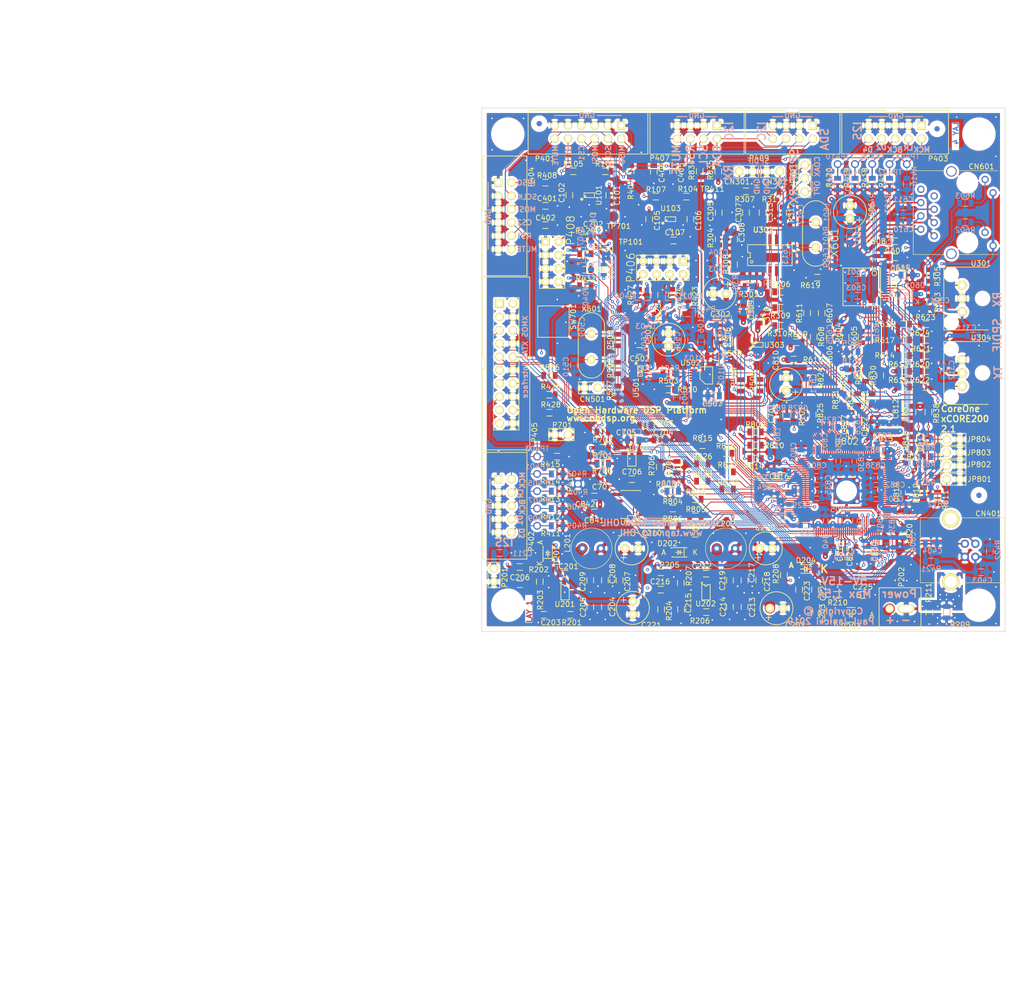
<source format=kicad_pcb>
(kicad_pcb (version 20171130) (host pcbnew "(5.1.0)-1")
  (title_block (title "CoreOne - xCORE200 Platform") (date 2019-04-04) (rev 2.1) (company "Open Hardware DSP Platform - www.ohdsp.org") (comment 1 "MERCHANTABILITY, SATISFACTORY QUALITY AND FITNESS FOR A PARTICULAR PURPOSE.") (comment 2 "is distributed WITHOUT ANY EXPRESS OR IMPLIED WARRANTY, INCLUDING OF") (comment 3 "Licensed under the TAPR Open Hardware License (www.tapr.org/OHL). This documentation") (comment 4 "Copyright Paul Janicki 2019"))
  (layers (0 F.Cu signal) (1 In1.Cu signal) (2 In2.Cu signal) (31 B.Cu signal) (34 B.Paste user) (35 F.Paste user) (36 B.SilkS user) (37 F.SilkS user) (38 B.Mask user) (39 F.Mask user) (44 Edge.Cuts user))
  (net 0 "")
  (net 1 GNDD)
  (net 2 VCC)
  (net 3 +3V3)
  (net 4 /USB_VBUS)
  (net 5 /Clock-CS2200/CS_3V3)
  (net 6 /XMOS_RST)
  (net 7 /XMOS200/PLL_VDD)
  (net 8 /ETH_RST)
  (net 9 /SPDIF_RX)
  (net 10 +1V0)
  (net 11 /SPI_SCLK)
  (net 12 /SPI_MOSI)
  (net 13 /SPI_CS1)
  (net 14 /I2C1_SCL)
  (net 15 /I2C1_SDA)
  (net 16 /SPI_MISO)
  (net 17 /XMOS200/MEM_SPI_CS)
  (net 18 /SPDIF_TX)
  (net 19 "Net-(P402-Pad6)")
  (net 20 /ETH_INT)
  (net 21 "Net-(R607-Pad1)")
  (net 22 /ETH_RX_CLK)
  (net 23 "Net-(R608-Pad1)")
  (net 24 /ETH_RX_CTL)
  (net 25 /ETH_RX0)
  (net 26 /ETH_RX1)
  (net 27 /ETH_RX2)
  (net 28 /ETH_RX3)
  (net 29 /ETH_MDIO)
  (net 30 /ETH_MDC)
  (net 31 /XMOS200/MEM_SPI_D0)
  (net 32 /XMOS200/MEM_SPI_D1)
  (net 33 /XMOS200/MEM_SPI_D2)
  (net 34 /XMOS200/MEM_SPI_D3)
  (net 35 /XMOS200/MEM_SPI_CLK)
  (net 36 /AUD_MUTE)
  (net 37 /I2S_BCLK1)
  (net 38 /I2S_LRCLK1)
  (net 39 /I2S_SDATA1)
  (net 40 /I2S_BCLK2)
  (net 41 /I2S_LRCLK2)
  (net 42 /I2S_SDATA2)
  (net 43 /XL_UP0)
  (net 44 /XL_UP1)
  (net 45 /ETH_TX_CLK)
  (net 46 /ETH_TX_CTL)
  (net 47 /ETH_TX3)
  (net 48 /ETH_TX2)
  (net 49 /ETH_TX1)
  (net 50 /ETH_TX0)
  (net 51 /TCK)
  (net 52 /TMS)
  (net 53 /TDO)
  (net 54 /TDI)
  (net 55 "Net-(C301-Pad1)")
  (net 56 "Net-(CN501-Pad1)")
  (net 57 "Net-(JP301-Pad3)")
  (net 58 "Net-(JP301-Pad1)")
  (net 59 "Net-(P402-Pad4)")
  (net 60 "Net-(P402-Pad8)")
  (net 61 /SPI_MUTE)
  (net 62 "Net-(R306-Pad1)")
  (net 63 "Net-(R309-Pad2)")
  (net 64 /SPI_RST)
  (net 65 "Net-(R604-Pad1)")
  (net 66 "Net-(R605-Pad1)")
  (net 67 "Net-(R606-Pad1)")
  (net 68 GNDPWR)
  (net 69 /I2C_RST)
  (net 70 /I2C_MUTE)
  (net 71 /AUD_MCLK1A)
  (net 72 /XL_DN1)
  (net 73 /XL_DN0)
  (net 74 /AUD_CLK1)
  (net 75 /SYS_CLK)
  (net 76 /AUD_PLLSYNC)
  (net 77 /XSYS_RST)
  (net 78 /XMOS200/~TRST~)
  (net 79 /USBD_P)
  (net 80 /USBD_N)
  (net 81 "Net-(C216-Pad2)")
  (net 82 "Net-(R505-Pad2)")
  (net 83 /Eth-KSZ8081/D1V2)
  (net 84 /Eth-KSZ8081/A3V3)
  (net 85 /Eth-KSZ8081/TX_N)
  (net 86 /Eth-KSZ8081/RX_N)
  (net 87 /Eth-KSZ8081/TX_P)
  (net 88 /Eth-KSZ8081/RX_P)
  (net 89 /Eth-KSZ8081/ISO)
  (net 90 /Eth-KSZ8081/NWAYEN)
  (net 91 /Eth-KSZ8081/SPEED)
  (net 92 /Eth-KSZ8081/CONFIG0)
  (net 93 /Eth-KSZ8081/CONFIG1)
  (net 94 "Net-(C206-Pad2)")
  (net 95 /I2S_D3)
  (net 96 /I2S_D4)
  (net 97 /Clock-CS2200/24M_CLK_1)
  (net 98 /XMOS200/MODE1)
  (net 99 /XMOS200/MODE2)
  (net 100 /XMOS200/MODE3)
  (net 101 /XMOS200/MODE4)
  (net 102 /I2C2_SDA)
  (net 103 /I2C2_SCL)
  (net 104 /AUX_DIGI7)
  (net 105 /AUX_DIGI0)
  (net 106 /AUX_DIGI6)
  (net 107 /AUX_DIGI1)
  (net 108 /AUX_DIGI5)
  (net 109 /AUX_DIGI2)
  (net 110 /AUX_DIGI4)
  (net 111 /AUX_DIGI3)
  (net 112 "Net-(C215-Pad2)")
  (net 113 "Net-(C201-Pad1)")
  (net 114 "Net-(C201-Pad2)")
  (net 115 "Net-(C203-Pad2)")
  (net 116 "Net-(C212-Pad1)")
  (net 117 "Net-(C212-Pad2)")
  (net 118 "Net-(C225-Pad1)")
  (net 119 "Net-(C305-Pad1)")
  (net 120 "Net-(C305-Pad2)")
  (net 121 "Net-(C306-Pad1)")
  (net 122 "Net-(C313-Pad1)")
  (net 123 "Net-(C313-Pad2)")
  (net 124 "Net-(C508-Pad1)")
  (net 125 "Net-(C509-Pad1)")
  (net 126 "Net-(C510-Pad1)")
  (net 127 "Net-(C610-Pad1)")
  (net 128 "Net-(C611-Pad1)")
  (net 129 "Net-(C612-Pad1)")
  (net 130 "Net-(C613-Pad1)")
  (net 131 "Net-(CN302-Pad1)")
  (net 132 "Net-(D203-Pad1)")
  (net 133 "Net-(D203-Pad2)")
  (net 134 "Net-(D204-Pad1)")
  (net 135 "Net-(P406-Pad2)")
  (net 136 "Net-(R102-Pad2)")
  (net 137 "Net-(R103-Pad2)")
  (net 138 "Net-(R105-Pad2)")
  (net 139 "Net-(R106-Pad2)")
  (net 140 "Net-(R301-Pad1)")
  (net 141 "Net-(R301-Pad2)")
  (net 142 "Net-(R303-Pad2)")
  (net 143 "Net-(R309-Pad1)")
  (net 144 "Net-(R310-Pad1)")
  (net 145 "Net-(R310-Pad2)")
  (net 146 "Net-(R503-Pad2)")
  (net 147 "Net-(R504-Pad2)")
  (net 148 "Net-(R506-Pad2)")
  (net 149 "Net-(R510-Pad1)")
  (net 150 "Net-(R611-Pad1)")
  (net 151 "Net-(R612-Pad2)")
  (net 152 "Net-(R619-Pad1)")
  (net 153 "Net-(R806-Pad2)")
  (net 154 "Net-(U302-Pad11)")
  (net 155 "Net-(P402-Pad10)")
  (net 156 "Net-(CN601-Pad12)")
  (net 157 "Net-(CN601-Pad10)")
  (net 158 /SPI_CS2)
  (net 159 /GLB_RST)
  (net 160 "Net-(R804-Pad2)")
  (net 161 /AUD_MCLK1B)
  (net 162 "Net-(P404-Pad2)")
  (net 163 "Net-(C403-Pad1)")
  (net 164 "Net-(C609-Pad1)")
  (net 165 "Net-(C706-Pad1)")
  (net 166 "Net-(C707-Pad1)")
  (net 167 "Net-(C828-Pad1)")
  (net 168 "Net-(P401-Pad2)")
  (net 169 "Net-(P403-Pad4)")
  (net 170 "Net-(P403-Pad6)")
  (net 171 "Net-(P403-Pad8)")
  (net 172 "Net-(P403-Pad10)")
  (net 173 "Net-(P405-Pad14)")
  (net 174 "Net-(P405-Pad18)")
  (net 175 "Net-(P406-Pad4)")
  (net 176 "Net-(P406-Pad6)")
  (net 177 "Net-(P406-Pad8)")
  (net 178 "Net-(P408-Pad2)")
  (net 179 "Net-(P408-Pad4)")
  (net 180 "Net-(P408-Pad6)")
  (net 181 "Net-(P408-Pad8)")
  (net 182 "Net-(R104-Pad2)")
  (net 183 "Net-(R107-Pad2)")
  (net 184 "Net-(R701-Pad1)")
  (net 185 "Net-(R704-Pad2)")
  (net 186 "Net-(R803-Pad2)")
  (net 187 "Net-(R805-Pad2)")
  (net 188 "Net-(R807-Pad2)")
  (net 189 "Net-(R808-Pad2)")
  (net 190 "Net-(R809-Pad2)")
  (net 191 "Net-(R810-Pad2)")
  (net 192 "Net-(R811-Pad2)")
  (net 193 "Net-(R814-Pad2)")
  (net 194 "Net-(R815-Pad2)")
  (net 195 "Net-(R816-Pad2)")
  (net 196 "Net-(R817-Pad2)")
  (net 197 "Net-(R818-Pad2)")
  (net 198 "Net-(R819-Pad2)")
  (net 199 "Net-(R820-Pad2)")
  (net 200 "Net-(R821-Pad2)")
  (net 201 "Net-(R824-Pad2)")
  (net 202 "Net-(R825-Pad2)")
  (net 203 "Net-(R826-Pad2)")
  (net 204 "Net-(R827-Pad2)")
  (net 205 "Net-(R828-Pad2)")
  (net 206 "Net-(R829-Pad2)")
  (net 207 "Net-(R830-Pad2)")
  (net 208 "Net-(R831-Pad2)")
  (net 209 "Net-(R832-Pad2)")
  (net 210 "Net-(R833-Pad2)")
  (net 211 "Net-(R836-Pad1)")
  (net 212 "Net-(R839-Pad2)")
  (net 213 "Net-(TP801-Pad1)")
  (module MyKiCadLibs-Footprints:SMD-0805 (layer B.Cu) (at 130.175 104.14 180)
    (fp_text reference R707 (at 0.254 1.524 180) (layer B.SilkS) (effects (justify mirror)))
    (fp_text value 2k2 hide)
    (pad 1 smd rect (at -1.1 0 180) (size 0.9 1.3) (layers B.Cu B.Paste B.Mask) (net 166 "Net-(C707-Pad1)"))
    (pad 2 smd rect (at 1.1 0 180) (size 0.9 1.3) (layers B.Cu B.Paste B.Mask) (net 3 +3V3))
  )
  (module MyKiCadLibs-Footprints:CONN-RJ45-ARJC02-111xxxx (layer F.Cu) (at 190.9 56 90)
    (fp_text reference CN601 (at 8.79 11.583 180) (layer F.SilkS))
    (fp_text value ARJC02-111009D)
    (pad 1 thru_hole circle (at -4.445 2.54 90) (size 1.4 1.4) (drill 0.9) (layers *.Cu *.Mask) (net 88 /Eth-KSZ8081/RX_P))
    (pad 2 thru_hole circle (at -3.175 0 90) (size 1.4 1.4) (drill 0.9) (layers *.Cu *.Mask) (net 86 /Eth-KSZ8081/RX_N))
    (pad 3 thru_hole circle (at -1.905 2.54 90) (size 1.4 1.4) (drill 0.9) (layers *.Cu *.Mask) (net 87 /Eth-KSZ8081/TX_P))
    (pad 4 thru_hole circle (at -0.635 0 90) (size 1.4 1.4) (drill 0.9) (layers *.Cu *.Mask) (net 127 "Net-(C610-Pad1)"))
    (pad 5 thru_hole circle (at 0.635 2.54 90) (size 1.4 1.4) (drill 0.9) (layers *.Cu *.Mask) (net 128 "Net-(C611-Pad1)"))
    (pad 6 thru_hole circle (at 1.905 0 90) (size 1.4 1.4) (drill 0.9) (layers *.Cu *.Mask) (net 85 /Eth-KSZ8081/TX_N))
    (pad 7 thru_hole circle (at 3.175 2.54 90) (size 1.4 1.4) (drill 0.9) (layers *.Cu *.Mask))
    (pad 8 thru_hole circle (at 4.445 0 90) (size 1.4 1.4) (drill 0.9) (layers *.Cu *.Mask) (net 68 GNDPWR))
    (pad 13 thru_hole circle (at -7.875 5.84 90) (size 2 2) (drill 1.6) (layers *.Cu *.Mask) (net 68 GNDPWR))
    (pad 13 thru_hole circle (at 7.875 5.84 90) (size 2 2) (drill 1.6) (layers *.Cu *.Mask) (net 68 GNDPWR))
    (pad "" np_thru_hole circle (at -5.715 8.89 90) (size 3.2 3.2) (drill 3.2) (layers *.Cu *.Mask))
    (pad "" np_thru_hole circle (at 5.715 8.89 90) (size 3.2 3.2) (drill 3.2) (layers *.Cu *.Mask))
    (pad 9 thru_hole circle (at -6.325 13.79 90) (size 1.4 1.4) (drill 0.9) (layers *.Cu *.Mask) (net 3 +3V3))
    (pad 12 thru_hole circle (at 6.325 12.27 90) (size 1.4 1.4) (drill 0.9) (layers *.Cu *.Mask) (net 156 "Net-(CN601-Pad12)"))
    (pad 10 thru_hole circle (at -3.785 12.27 90) (size 1.4 1.4) (drill 0.9) (layers *.Cu *.Mask) (net 157 "Net-(CN601-Pad10)"))
    (pad 11 thru_hole circle (at 3.785 13.79 90) (size 1.4 1.4) (drill 0.9) (layers *.Cu *.Mask) (net 3 +3V3))
  )
  (module MyKiCadLibs-Footprints:FID-1MM-3MM (layer B.Cu) (at 118 39)
    (fp_text reference FID204 hide)
    (fp_text value MNT_HOLE hide)
    (pad 1 smd circle (at 0 0) (size 1 1) (layers B.Cu B.Paste B.Mask) (clearance 1.1))
  )
  (module MyKiCadLibs-Footprints:FID-1MM-3MM (layer B.Cu) (at 194 40)
    (fp_text reference FID205 hide)
    (fp_text value MNT_HOLE hide)
    (pad 1 smd circle (at 0 0) (size 1 1) (layers B.Cu B.Paste B.Mask) (clearance 1.1))
  )
  (module MyKiCadLibs-Footprints:FID-1MM-3MM (layer B.Cu) (at 202 110)
    (fp_text reference FID206 hide)
    (fp_text value MNT_HOLE hide)
    (pad 1 smd circle (at 0 0) (size 1 1) (layers B.Cu B.Paste B.Mask) (clearance 1.1))
  )
  (module MyKiCadLibs-Footprints:CONN_DIL_2X04 (layer F.Cu) (at 120.462 65.388)
    (fp_text reference P408 (at 3.538 -5.988 90) (layer F.SilkS) (effects (font (size 1.5 1.5))))
    (fp_text value CONN_02X04 hide)
    (pad 8 thru_hole circle (at 1.27 3.81) (size 1.6 1.6) (drill 0.8) (layers *.Cu *.Mask F.SilkS) (net 181 "Net-(P408-Pad8)"))
    (pad 7 thru_hole circle (at -1.27 3.81) (size 1.6 1.6) (drill 0.8) (layers *.Cu *.Mask F.SilkS) (net 1 GNDD))
    (pad 6 thru_hole circle (at 1.27 1.27) (size 1.6 1.6) (drill 0.8) (layers *.Cu *.Mask F.SilkS) (net 180 "Net-(P408-Pad6)"))
    (pad 5 thru_hole circle (at -1.27 1.27) (size 1.6 1.6) (drill 0.8) (layers *.Cu *.Mask F.SilkS) (net 1 GNDD))
    (pad 4 thru_hole circle (at 1.27 -1.27) (size 1.6 1.6) (drill 0.8) (layers *.Cu *.Mask F.SilkS) (net 179 "Net-(P408-Pad4)"))
    (pad 3 thru_hole circle (at -1.27 -1.27) (size 1.6 1.6) (drill 0.8) (layers *.Cu *.Mask F.SilkS) (net 1 GNDD))
    (pad 2 thru_hole circle (at 1.27 -3.81) (size 1.6 1.6) (drill 0.8) (layers *.Cu *.Mask F.SilkS) (net 178 "Net-(P408-Pad2)"))
    (pad 1 thru_hole rect (at -1.27 -3.81) (size 1.6 1.6) (drill 0.8) (layers *.Cu *.Mask F.SilkS) (net 1 GNDD))
  )
  (module MyKiCadLibs-Footprints:CONN_DIL_2X04 (layer F.Cu) (at 141.671 66.531 270)
    (fp_text reference P406 (at -0.031 6.171 90) (layer F.SilkS) (effects (font (size 1.5 1.5))))
    (fp_text value CONN_02X04 hide)
    (pad 8 thru_hole circle (at 1.27 3.81 270) (size 1.6 1.6) (drill 0.8) (layers *.Cu *.Mask F.SilkS) (net 177 "Net-(P406-Pad8)"))
    (pad 7 thru_hole circle (at -1.27 3.81 270) (size 1.6 1.6) (drill 0.8) (layers *.Cu *.Mask F.SilkS) (net 1 GNDD))
    (pad 6 thru_hole circle (at 1.27 1.27 270) (size 1.6 1.6) (drill 0.8) (layers *.Cu *.Mask F.SilkS) (net 176 "Net-(P406-Pad6)"))
    (pad 5 thru_hole circle (at -1.27 1.27 270) (size 1.6 1.6) (drill 0.8) (layers *.Cu *.Mask F.SilkS) (net 1 GNDD))
    (pad 4 thru_hole circle (at 1.27 -1.27 270) (size 1.6 1.6) (drill 0.8) (layers *.Cu *.Mask F.SilkS) (net 175 "Net-(P406-Pad4)"))
    (pad 3 thru_hole circle (at -1.27 -1.27 270) (size 1.6 1.6) (drill 0.8) (layers *.Cu *.Mask F.SilkS) (net 1 GNDD))
    (pad 2 thru_hole circle (at 1.27 -3.81 270) (size 1.6 1.6) (drill 0.8) (layers *.Cu *.Mask F.SilkS) (net 135 "Net-(P406-Pad2)"))
    (pad 1 thru_hole rect (at -1.27 -3.81 270) (size 1.6 1.6) (drill 0.8) (layers *.Cu *.Mask F.SilkS) (net 1 GNDD))
  )
  (module MyKiCadLibs-Footprints:CONN_DIL_2X5_BOX_1MM (layer F.Cu) (at 185.994 40.623 270)
    (fp_text reference P403 (at 5.077 -8.206) (layer F.SilkS))
    (fp_text value CONN_02X05 hide)
    (pad 10 thru_hole circle (at 1.27 5.08 270) (size 1.6 1.6) (drill 1) (layers *.Cu *.Mask F.SilkS) (net 172 "Net-(P403-Pad10)"))
    (pad 9 thru_hole circle (at -1.27 5.08 270) (size 1.6 1.6) (drill 1) (layers *.Cu *.Mask F.SilkS) (net 1 GNDD))
    (pad 8 thru_hole circle (at 1.27 2.54 270) (size 1.6 1.6) (drill 1) (layers *.Cu *.Mask F.SilkS) (net 171 "Net-(P403-Pad8)"))
    (pad 7 thru_hole circle (at -1.27 2.54 270) (size 1.6 1.6) (drill 1) (layers *.Cu *.Mask F.SilkS) (net 1 GNDD))
    (pad 6 thru_hole circle (at 1.27 0 270) (size 1.6 1.6) (drill 1) (layers *.Cu *.Mask F.SilkS) (net 170 "Net-(P403-Pad6)"))
    (pad 5 thru_hole circle (at -1.27 0 270) (size 1.6 1.6) (drill 1) (layers *.Cu *.Mask F.SilkS) (net 1 GNDD))
    (pad 4 thru_hole circle (at 1.27 -2.54 270) (size 1.6 1.6) (drill 1) (layers *.Cu *.Mask F.SilkS) (net 169 "Net-(P403-Pad4)"))
    (pad 3 thru_hole circle (at -1.27 -2.54 270) (size 1.6 1.6) (drill 1) (layers *.Cu *.Mask F.SilkS) (net 1 GNDD))
    (pad 2 thru_hole circle (at 1.27 -5.08 270) (size 1.6 1.6) (drill 1) (layers *.Cu *.Mask F.SilkS) (net 161 /AUD_MCLK1B))
    (pad 1 thru_hole rect (at -1.27 -5.08 270) (size 1.6 1.6) (drill 1) (layers *.Cu *.Mask F.SilkS) (net 1 GNDD))
  )
  (module MyKiCadLibs-Footprints:CONN_DIL_2X5_BOX_1MM (layer F.Cu) (at 111.445 111.997)
    (fp_text reference P402 (at 5.055 6.803 90) (layer F.SilkS))
    (fp_text value CONN_02X05 hide)
    (pad 10 thru_hole circle (at 1.27 5.08) (size 1.6 1.6) (drill 1) (layers *.Cu *.Mask F.SilkS) (net 155 "Net-(P402-Pad10)"))
    (pad 9 thru_hole circle (at -1.27 5.08) (size 1.6 1.6) (drill 1) (layers *.Cu *.Mask F.SilkS) (net 1 GNDD))
    (pad 8 thru_hole circle (at 1.27 2.54) (size 1.6 1.6) (drill 1) (layers *.Cu *.Mask F.SilkS) (net 60 "Net-(P402-Pad8)"))
    (pad 7 thru_hole circle (at -1.27 2.54) (size 1.6 1.6) (drill 1) (layers *.Cu *.Mask F.SilkS) (net 1 GNDD))
    (pad 6 thru_hole circle (at 1.27 0) (size 1.6 1.6) (drill 1) (layers *.Cu *.Mask F.SilkS) (net 19 "Net-(P402-Pad6)"))
    (pad 5 thru_hole circle (at -1.27 0) (size 1.6 1.6) (drill 1) (layers *.Cu *.Mask F.SilkS) (net 1 GNDD))
    (pad 4 thru_hole circle (at 1.27 -2.54) (size 1.6 1.6) (drill 1) (layers *.Cu *.Mask F.SilkS) (net 59 "Net-(P402-Pad4)"))
    (pad 3 thru_hole circle (at -1.27 -2.54) (size 1.6 1.6) (drill 1) (layers *.Cu *.Mask F.SilkS) (net 1 GNDD))
    (pad 2 thru_hole circle (at 1.27 -5.08) (size 1.6 1.6) (drill 1) (layers *.Cu *.Mask F.SilkS) (net 71 /AUD_MCLK1A))
    (pad 1 thru_hole rect (at -1.27 -5.08) (size 1.6 1.6) (drill 1) (layers *.Cu *.Mask F.SilkS) (net 1 GNDD))
  )
  (module MyKiCadLibs-Footprints:CONN_DIL_2X4_BOX_1MM (layer F.Cu) (at 148.148 40.623 270)
    (fp_text reference P407 (at 4.977 7.148) (layer F.SilkS))
    (fp_text value CONN_02X04 hide)
    (pad 8 thru_hole circle (at 1.27 3.81 270) (size 1.6 1.6) (drill 1) (layers *.Cu *.Mask F.SilkS) (net 70 /I2C_MUTE))
    (pad 7 thru_hole circle (at -1.27 3.81 270) (size 1.6 1.6) (drill 1) (layers *.Cu *.Mask F.SilkS) (net 1 GNDD))
    (pad 6 thru_hole circle (at 1.27 1.27 270) (size 1.6 1.6) (drill 1) (layers *.Cu *.Mask F.SilkS) (net 69 /I2C_RST))
    (pad 5 thru_hole circle (at -1.27 1.27 270) (size 1.6 1.6) (drill 1) (layers *.Cu *.Mask F.SilkS) (net 1 GNDD))
    (pad 4 thru_hole circle (at 1.27 -1.27 270) (size 1.6 1.6) (drill 1) (layers *.Cu *.Mask F.SilkS) (net 103 /I2C2_SCL))
    (pad 3 thru_hole circle (at -1.27 -1.27 270) (size 1.6 1.6) (drill 1) (layers *.Cu *.Mask F.SilkS) (net 1 GNDD))
    (pad 2 thru_hole circle (at 1.27 -3.81 270) (size 1.6 1.6) (drill 1) (layers *.Cu *.Mask F.SilkS) (net 102 /I2C2_SDA))
    (pad 1 thru_hole rect (at -1.27 -3.81 270) (size 1.6 1.6) (drill 1) (layers *.Cu *.Mask F.SilkS) (net 1 GNDD))
  )
  (module MyKiCadLibs-Footprints:CONN_DIL_2X4_BOX_1MM (layer F.Cu) (at 166.436 40.623 270)
    (fp_text reference P409 (at 4.977 6.436) (layer F.SilkS))
    (fp_text value CONN_02X04 hide)
    (pad 8 thru_hole circle (at 1.27 3.81 270) (size 1.6 1.6) (drill 1) (layers *.Cu *.Mask F.SilkS) (net 70 /I2C_MUTE))
    (pad 7 thru_hole circle (at -1.27 3.81 270) (size 1.6 1.6) (drill 1) (layers *.Cu *.Mask F.SilkS) (net 1 GNDD))
    (pad 6 thru_hole circle (at 1.27 1.27 270) (size 1.6 1.6) (drill 1) (layers *.Cu *.Mask F.SilkS) (net 69 /I2C_RST))
    (pad 5 thru_hole circle (at -1.27 1.27 270) (size 1.6 1.6) (drill 1) (layers *.Cu *.Mask F.SilkS) (net 1 GNDD))
    (pad 4 thru_hole circle (at 1.27 -1.27 270) (size 1.6 1.6) (drill 1) (layers *.Cu *.Mask F.SilkS) (net 103 /I2C2_SCL))
    (pad 3 thru_hole circle (at -1.27 -1.27 270) (size 1.6 1.6) (drill 1) (layers *.Cu *.Mask F.SilkS) (net 1 GNDD))
    (pad 2 thru_hole circle (at 1.27 -3.81 270) (size 1.6 1.6) (drill 1) (layers *.Cu *.Mask F.SilkS) (net 102 /I2C2_SDA))
    (pad 1 thru_hole rect (at -1.27 -3.81 270) (size 1.6 1.6) (drill 1) (layers *.Cu *.Mask F.SilkS) (net 1 GNDD))
  )
  (module MyKiCadLibs-Footprints:CONN_DIL_2X6_BOX_1MM (layer F.Cu) (at 127.32 40.623 270)
    (fp_text reference P401 (at 5.077 8.22) (layer F.SilkS))
    (fp_text value CONN_02X06 hide)
    (pad 11 thru_hole circle (at -1.27 6.35 270) (size 1.6 1.6) (drill 1) (layers *.Cu *.Mask F.SilkS) (net 1 GNDD))
    (pad 12 thru_hole circle (at 1.27 6.35 270) (size 1.6 1.6) (drill 1) (layers *.Cu *.Mask F.SilkS) (net 61 /SPI_MUTE))
    (pad 10 thru_hole circle (at 1.27 3.81 270) (size 1.6 1.6) (drill 1) (layers *.Cu *.Mask F.SilkS) (net 64 /SPI_RST))
    (pad 9 thru_hole circle (at -1.27 3.81 270) (size 1.6 1.6) (drill 1) (layers *.Cu *.Mask F.SilkS) (net 1 GNDD))
    (pad 8 thru_hole circle (at 1.27 1.27 270) (size 1.6 1.6) (drill 1) (layers *.Cu *.Mask F.SilkS) (net 13 /SPI_CS1))
    (pad 7 thru_hole circle (at -1.27 1.27 270) (size 1.6 1.6) (drill 1) (layers *.Cu *.Mask F.SilkS) (net 1 GNDD))
    (pad 6 thru_hole circle (at 1.27 -1.27 270) (size 1.6 1.6) (drill 1) (layers *.Cu *.Mask F.SilkS) (net 12 /SPI_MOSI))
    (pad 5 thru_hole circle (at -1.27 -1.27 270) (size 1.6 1.6) (drill 1) (layers *.Cu *.Mask F.SilkS) (net 1 GNDD))
    (pad 4 thru_hole circle (at 1.27 -3.81 270) (size 1.6 1.6) (drill 1) (layers *.Cu *.Mask F.SilkS) (net 11 /SPI_SCLK))
    (pad 3 thru_hole circle (at -1.27 -3.81 270) (size 1.6 1.6) (drill 1) (layers *.Cu *.Mask F.SilkS) (net 1 GNDD))
    (pad 2 thru_hole circle (at 1.27 -6.35 270) (size 1.6 1.6) (drill 1) (layers *.Cu *.Mask F.SilkS) (net 168 "Net-(P401-Pad2)"))
    (pad 1 thru_hole rect (at -1.27 -6.35 270) (size 1.6 1.6) (drill 1) (layers *.Cu *.Mask F.SilkS) (net 1 GNDD))
  )
  (module MyKiCadLibs-Footprints:CONN_DIL_2X6_BOX_1MM (layer F.Cu) (at 111.445 56.625)
    (fp_text reference P404 (at 5.055 -7.425 90) (layer F.SilkS))
    (fp_text value CONN_02X06 hide)
    (pad 11 thru_hole circle (at -1.27 6.35) (size 1.6 1.6) (drill 1) (layers *.Cu *.Mask F.SilkS) (net 1 GNDD))
    (pad 12 thru_hole circle (at 1.27 6.35) (size 1.6 1.6) (drill 1) (layers *.Cu *.Mask F.SilkS) (net 61 /SPI_MUTE))
    (pad 10 thru_hole circle (at 1.27 3.81) (size 1.6 1.6) (drill 1) (layers *.Cu *.Mask F.SilkS) (net 64 /SPI_RST))
    (pad 9 thru_hole circle (at -1.27 3.81) (size 1.6 1.6) (drill 1) (layers *.Cu *.Mask F.SilkS) (net 1 GNDD))
    (pad 8 thru_hole circle (at 1.27 1.27) (size 1.6 1.6) (drill 1) (layers *.Cu *.Mask F.SilkS) (net 158 /SPI_CS2))
    (pad 7 thru_hole circle (at -1.27 1.27) (size 1.6 1.6) (drill 1) (layers *.Cu *.Mask F.SilkS) (net 1 GNDD))
    (pad 6 thru_hole circle (at 1.27 -1.27) (size 1.6 1.6) (drill 1) (layers *.Cu *.Mask F.SilkS) (net 12 /SPI_MOSI))
    (pad 5 thru_hole circle (at -1.27 -1.27) (size 1.6 1.6) (drill 1) (layers *.Cu *.Mask F.SilkS) (net 1 GNDD))
    (pad 4 thru_hole circle (at 1.27 -3.81) (size 1.6 1.6) (drill 1) (layers *.Cu *.Mask F.SilkS) (net 11 /SPI_SCLK))
    (pad 3 thru_hole circle (at -1.27 -3.81) (size 1.6 1.6) (drill 1) (layers *.Cu *.Mask F.SilkS) (net 1 GNDD))
    (pad 2 thru_hole circle (at 1.27 -6.35) (size 1.6 1.6) (drill 1) (layers *.Cu *.Mask F.SilkS) (net 162 "Net-(P404-Pad2)"))
    (pad 1 thru_hole rect (at -1.27 -6.35) (size 1.6 1.6) (drill 1) (layers *.Cu *.Mask F.SilkS) (net 1 GNDD))
  )
  (module MyKiCadLibs-Footprints:SMD-0805 (layer F.Cu) (at 118.11 126.492 270)
    (fp_text reference R203 (at 3.508 -0.09 270) (layer F.SilkS))
    (fp_text value 22k hide)
    (pad 1 smd rect (at -1.1 0 270) (size 0.9 1.3) (layers F.Cu F.Paste F.Mask) (net 1 GNDD))
    (pad 2 smd rect (at 1.1 0 270) (size 0.9 1.3) (layers F.Cu F.Paste F.Mask) (net 94 "Net-(C206-Pad2)"))
  )
  (module MyKiCadLibs-Footprints:SMD-0805 (layer F.Cu) (at 128.336 56.752 180)
    (fp_text reference C702 (at 0.036 -1.448 180) (layer F.SilkS))
    (fp_text value 10n hide)
    (pad 2 smd rect (at 1.1 0 180) (size 0.9 1.3) (layers F.Cu F.Paste F.Mask) (net 1 GNDD))
    (pad 1 smd rect (at -1.1 0 180) (size 0.9 1.3) (layers F.Cu F.Paste F.Mask) (net 159 /GLB_RST))
  )
  (module MyKiCadLibs-Footprints:SMD-0603 (layer F.Cu) (at 178.501 120.76 270)
    (fp_text reference C823 (at 0.94 1.201 270) (layer F.SilkS))
    (fp_text value 100n hide)
    (pad 1 smd rect (at -0.95 0 270) (size 0.9 0.9) (layers F.Cu F.Paste F.Mask) (net 3 +3V3))
    (pad 2 smd rect (at 0.95 0 270) (size 0.9 0.9) (layers F.Cu F.Paste F.Mask) (net 1 GNDD))
  )
  (module MyKiCadLibs-Footprints:IC-SOT23 (layer B.Cu) (at 126.05 69.452 90)
    (fp_text reference D405 (at -3.448 0.85 90) (layer B.SilkS) (effects (justify mirror)))
    (fp_text value BAV99 hide)
    (pad 3 smd rect (at 0 1.2 90) (size 0.65 1.2) (layers B.Cu B.Paste B.Mask) (net 104 /AUX_DIGI7))
    (pad 1 smd rect (at -0.95 -1.2 90) (size 0.65 1.2) (layers B.Cu B.Paste B.Mask) (net 1 GNDD))
    (pad 2 smd rect (at 0.95 -1.2 90) (size 0.65 1.2) (layers B.Cu B.Paste B.Mask) (net 3 +3V3))
  )
  (module MyKiCadLibs-Footprints:IC-SOT23 (layer B.Cu) (at 146.37 75.04 180)
    (fp_text reference D401 (at -3.43 0.64 180) (layer B.SilkS) (effects (justify mirror)))
    (fp_text value BAV99 hide)
    (pad 3 smd rect (at 0 1.2 180) (size 0.65 1.2) (layers B.Cu B.Paste B.Mask) (net 105 /AUX_DIGI0))
    (pad 1 smd rect (at -0.95 -1.2 180) (size 0.65 1.2) (layers B.Cu B.Paste B.Mask) (net 1 GNDD))
    (pad 2 smd rect (at 0.95 -1.2 180) (size 0.65 1.2) (layers B.Cu B.Paste B.Mask) (net 3 +3V3))
  )
  (module MyKiCadLibs-Footprints:IC-SOT23 (layer B.Cu) (at 129.098 66.912 270)
    (fp_text reference D406 (at -0.012 -2.702 270) (layer B.SilkS) (effects (justify mirror)))
    (fp_text value BAV99 hide)
    (pad 3 smd rect (at 0 1.2 270) (size 0.65 1.2) (layers B.Cu B.Paste B.Mask) (net 106 /AUX_DIGI6))
    (pad 1 smd rect (at -0.95 -1.2 270) (size 0.65 1.2) (layers B.Cu B.Paste B.Mask) (net 1 GNDD))
    (pad 2 smd rect (at 0.95 -1.2 270) (size 0.65 1.2) (layers B.Cu B.Paste B.Mask) (net 3 +3V3))
  )
  (module MyKiCadLibs-Footprints:IC-SOT23 (layer B.Cu) (at 143.576 71.992)
    (fp_text reference D402 (at 3.724 0.008) (layer B.SilkS) (effects (justify mirror)))
    (fp_text value BAV99 hide)
    (pad 3 smd rect (at 0 1.2) (size 0.65 1.2) (layers B.Cu B.Paste B.Mask) (net 107 /AUX_DIGI1))
    (pad 1 smd rect (at -0.95 -1.2) (size 0.65 1.2) (layers B.Cu B.Paste B.Mask) (net 1 GNDD))
    (pad 2 smd rect (at 0.95 -1.2) (size 0.65 1.2) (layers B.Cu B.Paste B.Mask) (net 3 +3V3))
  )
  (module MyKiCadLibs-Footprints:IC-SOT23 (layer B.Cu) (at 126.05 64.118 90)
    (fp_text reference D407 (at 3.618 -0.15 90) (layer B.SilkS) (effects (justify mirror)))
    (fp_text value BAV99 hide)
    (pad 3 smd rect (at 0 1.2 90) (size 0.65 1.2) (layers B.Cu B.Paste B.Mask) (net 108 /AUX_DIGI5))
    (pad 1 smd rect (at -0.95 -1.2 90) (size 0.65 1.2) (layers B.Cu B.Paste B.Mask) (net 1 GNDD))
    (pad 2 smd rect (at 0.95 -1.2 90) (size 0.65 1.2) (layers B.Cu B.Paste B.Mask) (net 3 +3V3))
  )
  (module MyKiCadLibs-Footprints:IC-SOT23 (layer B.Cu) (at 140.782 75.04 180)
    (fp_text reference D403 (at 2.482 -2.66 180) (layer B.SilkS) (effects (justify mirror)))
    (fp_text value BAV99 hide)
    (pad 3 smd rect (at 0 1.2 180) (size 0.65 1.2) (layers B.Cu B.Paste B.Mask) (net 109 /AUX_DIGI2))
    (pad 1 smd rect (at -0.95 -1.2 180) (size 0.65 1.2) (layers B.Cu B.Paste B.Mask) (net 1 GNDD))
    (pad 2 smd rect (at 0.95 -1.2 180) (size 0.65 1.2) (layers B.Cu B.Paste B.Mask) (net 3 +3V3))
  )
  (module MyKiCadLibs-Footprints:IC-SOT23 (layer B.Cu) (at 129.098 61.578 270)
    (fp_text reference D408 (at -3.578 0.798 270) (layer B.SilkS) (effects (justify mirror)))
    (fp_text value BAV99 hide)
    (pad 3 smd rect (at 0 1.2 270) (size 0.65 1.2) (layers B.Cu B.Paste B.Mask) (net 110 /AUX_DIGI4))
    (pad 1 smd rect (at -0.95 -1.2 270) (size 0.65 1.2) (layers B.Cu B.Paste B.Mask) (net 1 GNDD))
    (pad 2 smd rect (at 0.95 -1.2 270) (size 0.65 1.2) (layers B.Cu B.Paste B.Mask) (net 3 +3V3))
  )
  (module MyKiCadLibs-Footprints:IC-SOT23 (layer B.Cu) (at 137.734 71.992)
    (fp_text reference D404 (at -3.434 -0.092) (layer B.SilkS) (effects (justify mirror)))
    (fp_text value BAV99 hide)
    (pad 3 smd rect (at 0 1.2) (size 0.65 1.2) (layers B.Cu B.Paste B.Mask) (net 111 /AUX_DIGI3))
    (pad 1 smd rect (at -0.95 -1.2) (size 0.65 1.2) (layers B.Cu B.Paste B.Mask) (net 1 GNDD))
    (pad 2 smd rect (at 0.95 -1.2) (size 0.65 1.2) (layers B.Cu B.Paste B.Mask) (net 3 +3V3))
  )
  (module MyKiCadLibs-Footprints:TP-TH-1mm (layer B.Cu) (at 175.006 46.736)
    (fp_text reference TP410 (at -0.006 -1.436) (layer B.SilkS) (effects (justify mirror)))
    (fp_text value PIN hide)
    (pad 1 thru_hole circle (at 0 0) (size 1.5 1.5) (drill 1) (layers *.Cu *.Mask B.Paste) (net 172 "Net-(P403-Pad10)"))
  )
  (module MyKiCadLibs-Footprints:TP-TH-1mm (layer B.Cu) (at 117.602 115.824 270)
    (fp_text reference TP409 (at -1.424 -0.498) (layer B.SilkS) (effects (justify mirror)))
    (fp_text value PIN hide)
    (pad 1 thru_hole circle (at 0 0 270) (size 1.5 1.5) (drill 1) (layers *.Cu *.Mask B.Paste) (net 155 "Net-(P402-Pad10)"))
  )
  (module MyKiCadLibs-Footprints:SMD-0805 (layer B.Cu) (at 175.006 50.546 270)
    (fp_text reference R410 (at -1.246 1.406 270) (layer B.SilkS) (effects (justify mirror)))
    (fp_text value 0 hide)
    (pad 1 smd rect (at -1.1 0 270) (size 0.9 1.3) (layers B.Cu B.Paste B.Mask) (net 172 "Net-(P403-Pad10)"))
    (pad 2 smd rect (at 1.1 0 270) (size 0.9 1.3) (layers B.Cu B.Paste B.Mask) (net 96 /I2S_D4))
  )
  (module MyKiCadLibs-Footprints:SMD-0805 (layer B.Cu) (at 121.412 115.824)
    (fp_text reference R409 (at 3.788 -0.024) (layer B.SilkS) (effects (justify mirror)))
    (fp_text value 0 hide)
    (pad 1 smd rect (at -1.1 0) (size 0.9 1.3) (layers B.Cu B.Paste B.Mask) (net 155 "Net-(P402-Pad10)"))
    (pad 2 smd rect (at 1.1 0) (size 0.9 1.3) (layers B.Cu B.Paste B.Mask) (net 95 /I2S_D3))
  )
  (module MyKiCadLibs-Footprints:SMD-0603 (layer B.Cu) (at 188.1 119 270)
    (fp_text reference C806 (at -0.1 -1.3 270) (layer B.SilkS) (effects (justify mirror)))
    (fp_text value 1u hide)
    (pad 1 smd rect (at -0.95 0 270) (size 0.9 0.9) (layers B.Cu B.Paste B.Mask) (net 10 +1V0))
    (pad 2 smd rect (at 0.95 0 270) (size 0.9 0.9) (layers B.Cu B.Paste B.Mask) (net 1 GNDD))
  )
  (module MyKiCadLibs-Footprints:SMD-0603 (layer B.Cu) (at 175.4276 114.857 90)
    (fp_text reference C805 (at 2.157 0.0724 180) (layer B.SilkS) (effects (justify mirror)))
    (fp_text value 1u hide)
    (pad 1 smd rect (at -0.95 0 90) (size 0.9 0.9) (layers B.Cu B.Paste B.Mask) (net 10 +1V0))
    (pad 2 smd rect (at 0.95 0 90) (size 0.9 0.9) (layers B.Cu B.Paste B.Mask) (net 1 GNDD))
  )
  (module MyKiCadLibs-Footprints:IC-SOT23-6 (layer F.Cu) (at 149.86 128.524 270)
    (fp_text reference U202 (at 2.176 0.06) (layer F.SilkS))
    (fp_text value RT7285C hide)
    (pad 5 smd rect (at 0 -1.4 270) (size 0.65 1.2) (layers F.Cu F.Paste F.Mask) (net 2 VCC))
    (pad 1 smd rect (at -0.95 1.4 270) (size 0.65 1.2) (layers F.Cu F.Paste F.Mask) (net 116 "Net-(C212-Pad1)"))
    (pad 2 smd rect (at 0 1.4 270) (size 0.65 1.2) (layers F.Cu F.Paste F.Mask) (net 1 GNDD))
    (pad 3 smd rect (at 0.95 1.4 270) (size 0.65 1.2) (layers F.Cu F.Paste F.Mask) (net 81 "Net-(C216-Pad2)"))
    (pad 4 smd rect (at 0.95 -1.4 270) (size 0.65 1.2) (layers F.Cu F.Paste F.Mask) (net 112 "Net-(C215-Pad2)"))
    (pad 6 smd rect (at -0.95 -1.4 270) (size 0.65 1.2) (layers F.Cu F.Paste F.Mask) (net 117 "Net-(C212-Pad2)"))
  )
  (module MyKiCadLibs-Footprints:IC-SOT23-6 (layer F.Cu) (at 122.936 128.524 270)
    (fp_text reference U201 (at 2.276 0.036) (layer F.SilkS))
    (fp_text value RT7285C hide)
    (pad 5 smd rect (at 0 -1.4 270) (size 0.65 1.2) (layers F.Cu F.Paste F.Mask) (net 2 VCC))
    (pad 1 smd rect (at -0.95 1.4 270) (size 0.65 1.2) (layers F.Cu F.Paste F.Mask) (net 113 "Net-(C201-Pad1)"))
    (pad 2 smd rect (at 0 1.4 270) (size 0.65 1.2) (layers F.Cu F.Paste F.Mask) (net 1 GNDD))
    (pad 3 smd rect (at 0.95 1.4 270) (size 0.65 1.2) (layers F.Cu F.Paste F.Mask) (net 94 "Net-(C206-Pad2)"))
    (pad 4 smd rect (at 0.95 -1.4 270) (size 0.65 1.2) (layers F.Cu F.Paste F.Mask) (net 115 "Net-(C203-Pad2)"))
    (pad 6 smd rect (at -0.95 -1.4 270) (size 0.65 1.2) (layers F.Cu F.Paste F.Mask) (net 114 "Net-(C201-Pad2)"))
  )
  (module MyKiCadLibs-Footprints:TP-2mm (layer F.Cu) (at 132.146 56.752)
    (fp_text reference TP701 (at 1.054 1.848) (layer F.SilkS))
    (fp_text value PIN hide)
    (pad 1 smd circle (at 0 0) (size 2 2) (layers F.Cu F.Paste F.Mask) (net 159 /GLB_RST))
  )
  (module MyKiCadLibs-Footprints:SMD-0805 (layer F.Cu) (at 144.338 104.631 90)
    (fp_text reference R704 (at 0.254 -1.524 90) (layer F.SilkS))
    (fp_text value 15k hide)
    (pad 1 smd rect (at -1.1 0 90) (size 0.9 1.3) (layers F.Cu F.Paste F.Mask) (net 10 +1V0))
    (pad 2 smd rect (at 1.1 0 90) (size 0.9 1.3) (layers F.Cu F.Paste F.Mask) (net 185 "Net-(R704-Pad2)"))
  )
  (module MyKiCadLibs-Footprints:DIODE-SOD-123 (layer F.Cu) (at 144.78 120.904 180)
    (fp_text reference D202 (at 2.28 1.704 180) (layer F.SilkS))
    (fp_text value 1N4148W-7-F hide)
    (fp_text user K (at -3 0 180) (layer F.SilkS))
    (fp_text user A (at 3 0 180) (layer F.SilkS))
    (pad 2 smd rect (at -1.7 0 180) (size 1 1) (layers F.Cu F.Paste F.Mask) (net 116 "Net-(C212-Pad1)"))
    (pad 1 smd rect (at 1.7 0 180) (size 1 1) (layers F.Cu F.Paste F.Mask) (net 2 VCC))
  )
  (module MyKiCadLibs-Footprints:DIODE-SOD-123 (layer F.Cu) (at 119.634 121.158 90)
    (fp_text reference D201 (at -0.342 1.666 90) (layer F.SilkS))
    (fp_text value 1N4148W-7-F hide)
    (fp_text user K (at -1.842 -1.534 90) (layer F.SilkS))
    (fp_text user A (at 2.158 -1.434 90) (layer F.SilkS))
    (pad 2 smd rect (at -1.7 0 90) (size 1 1) (layers F.Cu F.Paste F.Mask) (net 113 "Net-(C201-Pad1)"))
    (pad 1 smd rect (at 1.7 0 90) (size 1 1) (layers F.Cu F.Paste F.Mask) (net 2 VCC))
  )
  (module MyKiCadLibs-Footprints:SMD-0805 (layer F.Cu) (at 154.432 126.238 270)
    (fp_text reference C219 (at 0.062 1.432 270) (layer F.SilkS))
    (fp_text value 100n hide)
    (pad 1 smd rect (at -1.1 0 270) (size 0.9 1.3) (layers F.Cu F.Paste F.Mask) (net 10 +1V0))
    (pad 2 smd rect (at 1.1 0 270) (size 0.9 1.3) (layers F.Cu F.Paste F.Mask) (net 1 GNDD))
  )
  (module MyKiCadLibs-Footprints:SMD-0805 (layer F.Cu) (at 157.226 126.238 270)
    (fp_text reference C217 (at -1.438 -1.374 270) (layer F.SilkS))
    (fp_text value 22u hide)
    (pad 1 smd rect (at -1.1 0 270) (size 0.9 1.3) (layers F.Cu F.Paste F.Mask) (net 10 +1V0))
    (pad 2 smd rect (at 1.1 0 270) (size 0.9 1.3) (layers F.Cu F.Paste F.Mask) (net 1 GNDD))
  )
  (module MyKiCadLibs-Footprints:SMD-0805 (layer F.Cu) (at 141.224 128.016)
    (fp_text reference C216 (at -0.124 -1.524) (layer F.SilkS))
    (fp_text value N/F hide)
    (pad 1 smd rect (at -1.1 0) (size 0.9 1.3) (layers F.Cu F.Paste F.Mask) (net 10 +1V0))
    (pad 2 smd rect (at 1.1 0) (size 0.9 1.3) (layers F.Cu F.Paste F.Mask) (net 81 "Net-(C216-Pad2)"))
  )
  (module MyKiCadLibs-Footprints:SMD-0805 (layer F.Cu) (at 122.936 124.968)
    (fp_text reference C201 (at 0.664 -1.368) (layer F.SilkS))
    (fp_text value 100n hide)
    (pad 1 smd rect (at -1.1 0) (size 0.9 1.3) (layers F.Cu F.Paste F.Mask) (net 113 "Net-(C201-Pad1)"))
    (pad 2 smd rect (at 1.1 0) (size 0.9 1.3) (layers F.Cu F.Paste F.Mask) (net 114 "Net-(C201-Pad2)"))
  )
  (module MyKiCadLibs-Footprints:SMD-0805 (layer B.Cu) (at 191.77 99.314)
    (fp_text reference R823 (at 0.03 1.486) (layer B.SilkS) (effects (justify mirror)))
    (fp_text value 1k hide)
    (pad 1 smd rect (at -1.1 0) (size 0.9 1.3) (layers B.Cu B.Paste B.Mask) (net 3 +3V3))
    (pad 2 smd rect (at 1.1 0) (size 0.9 1.3) (layers B.Cu B.Paste B.Mask) (net 101 /XMOS200/MODE4))
  )
  (module MyKiCadLibs-Footprints:SMD-0805 (layer B.Cu) (at 191.77 102.616)
    (fp_text reference R822 (at 0.03 1.484) (layer B.SilkS) (effects (justify mirror)))
    (fp_text value 1k hide)
    (pad 1 smd rect (at -1.1 0) (size 0.9 1.3) (layers B.Cu B.Paste B.Mask) (net 3 +3V3))
    (pad 2 smd rect (at 1.1 0) (size 0.9 1.3) (layers B.Cu B.Paste B.Mask) (net 100 /XMOS200/MODE3))
  )
  (module MyKiCadLibs-Footprints:SMD-0805 (layer F.Cu) (at 126.812 69.96)
    (fp_text reference R432 (at 0.088 -1.36) (layer F.SilkS))
    (fp_text value 1k hide)
    (pad 1 smd rect (at -1.1 0) (size 0.9 1.3) (layers F.Cu F.Paste F.Mask) (net 181 "Net-(P408-Pad8)"))
    (pad 2 smd rect (at 1.1 0) (size 0.9 1.3) (layers F.Cu F.Paste F.Mask) (net 104 /AUX_DIGI7))
  )
  (module MyKiCadLibs-Footprints:SMD-0805 (layer F.Cu) (at 126.812 66.912)
    (fp_text reference R431 (at 3.788 -0.012) (layer F.SilkS))
    (fp_text value 1k hide)
    (pad 1 smd rect (at -1.1 0) (size 0.9 1.3) (layers F.Cu F.Paste F.Mask) (net 180 "Net-(P408-Pad6)"))
    (pad 2 smd rect (at 1.1 0) (size 0.9 1.3) (layers F.Cu F.Paste F.Mask) (net 106 /AUX_DIGI6))
  )
  (module MyKiCadLibs-Footprints:CONN_SIL_2_1MM (layer F.Cu) (at 195.834 99.314)
    (fp_text reference JP804 (at 6.162 0) (layer F.SilkS))
    (fp_text value CONN_2x1 hide)
    (pad 1 thru_hole circle (at 0 0) (size 1.6 1.6) (drill 1) (layers *.Cu *.Mask F.SilkS) (net 101 /XMOS200/MODE4))
    (pad 2 thru_hole circle (at 2.54 0) (size 1.6 1.6) (drill 1) (layers *.Cu *.Mask F.SilkS) (net 1 GNDD))
  )
  (module MyKiCadLibs-Footprints:CONN_SIL_2_1MM (layer F.Cu) (at 195.834 101.854)
    (fp_text reference JP803 (at 6.162 0) (layer F.SilkS))
    (fp_text value CONN_2x1 hide)
    (pad 1 thru_hole circle (at 0 0) (size 1.6 1.6) (drill 1) (layers *.Cu *.Mask F.SilkS) (net 100 /XMOS200/MODE3))
    (pad 2 thru_hole circle (at 2.54 0) (size 1.6 1.6) (drill 1) (layers *.Cu *.Mask F.SilkS) (net 1 GNDD))
  )
  (module MyKiCadLibs-Footprints:SMD-0805 (layer B.Cu) (at 192.852 122.665 180)
    (fp_text reference R421 (at 0 -1.397 180) (layer B.SilkS) (effects (justify mirror)))
    (fp_text value 10k hide)
    (pad 1 smd rect (at -1.1 0 180) (size 0.9 1.3) (layers B.Cu B.Paste B.Mask) (net 163 "Net-(C403-Pad1)"))
    (pad 2 smd rect (at 1.1 0 180) (size 0.9 1.3) (layers B.Cu B.Paste B.Mask) (net 4 /USB_VBUS))
  )
  (module MyKiCadLibs-Footprints:SMD-0805 (layer B.Cu) (at 180.848 78.994 90)
    (fp_text reference R612 (at 0 1.524 90) (layer B.SilkS) (effects (justify mirror)))
    (fp_text value 33 hide)
    (pad 1 smd rect (at -1.1 0 90) (size 0.9 1.3) (layers B.Cu B.Paste B.Mask) (net 20 /ETH_INT))
    (pad 2 smd rect (at 1.1 0 90) (size 0.9 1.3) (layers B.Cu B.Paste B.Mask) (net 151 "Net-(R612-Pad2)"))
  )
  (module MyKiCadLibs-Footprints:SMD-0805 (layer B.Cu) (at 175.006 78.994 270)
    (fp_text reference C605 (at 0.254 1.524 270) (layer B.SilkS) (effects (justify mirror)))
    (fp_text value 100n hide)
    (pad 1 smd rect (at -1.1 0 270) (size 0.9 1.3) (layers B.Cu B.Paste B.Mask) (net 3 +3V3))
    (pad 2 smd rect (at 1.1 0 270) (size 0.9 1.3) (layers B.Cu B.Paste B.Mask) (net 1 GNDD))
  )
  (module MyKiCadLibs-Footprints:SMD-0805 (layer F.Cu) (at 185.928 61.468)
    (fp_text reference C608 (at -3.628 0.032) (layer F.SilkS))
    (fp_text value 100n hide)
    (pad 1 smd rect (at -1.1 0) (size 0.9 1.3) (layers F.Cu F.Paste F.Mask) (net 84 /Eth-KSZ8081/A3V3))
    (pad 2 smd rect (at 1.1 0) (size 0.9 1.3) (layers F.Cu F.Paste F.Mask) (net 1 GNDD))
  )
  (module MyKiCadLibs-Footprints:SMD-0805 (layer F.Cu) (at 185.95 64.55)
    (fp_text reference C604 (at 0.05 -1.25) (layer F.SilkS))
    (fp_text value 100n hide)
    (pad 1 smd rect (at -1.1 0) (size 0.9 1.3) (layers F.Cu F.Paste F.Mask) (net 83 /Eth-KSZ8081/D1V2))
    (pad 2 smd rect (at 1.1 0) (size 0.9 1.3) (layers F.Cu F.Paste F.Mask) (net 1 GNDD))
  )
  (module MyKiCadLibs-Footprints:SMD-0805 (layer B.Cu) (at 178.816 71.882 180)
    (fp_text reference C603 (at 0.254 1.524 180) (layer B.SilkS) (effects (justify mirror)))
    (fp_text value 100n hide)
    (pad 1 smd rect (at -1.1 0 180) (size 0.9 1.3) (layers B.Cu B.Paste B.Mask) (net 83 /Eth-KSZ8081/D1V2))
    (pad 2 smd rect (at 1.1 0 180) (size 0.9 1.3) (layers B.Cu B.Paste B.Mask) (net 1 GNDD))
  )
  (module MyKiCadLibs-Footprints:SMD-0805 (layer B.Cu) (at 183.7 61.95 90)
    (fp_text reference C602 (at 0.254 1.524 90) (layer B.SilkS) (effects (justify mirror)))
    (fp_text value 1u hide)
    (pad 1 smd rect (at -1.1 0 90) (size 0.9 1.3) (layers B.Cu B.Paste B.Mask) (net 83 /Eth-KSZ8081/D1V2))
    (pad 2 smd rect (at 1.1 0 90) (size 0.9 1.3) (layers B.Cu B.Paste B.Mask) (net 1 GNDD))
  )
  (module MyKiCadLibs-Footprints:SMD-0805 (layer B.Cu) (at 178.816 68.834 180)
    (fp_text reference C601 (at 0.254 1.524 180) (layer B.SilkS) (effects (justify mirror)))
    (fp_text value 1u hide)
    (pad 1 smd rect (at -1.1 0 180) (size 0.9 1.3) (layers B.Cu B.Paste B.Mask) (net 83 /Eth-KSZ8081/D1V2))
    (pad 2 smd rect (at 1.1 0 180) (size 0.9 1.3) (layers B.Cu B.Paste B.Mask) (net 1 GNDD))
  )
  (module MyKiCadLibs-Footprints:SMD-0603 (layer B.Cu) (at 183.1 119 270)
    (fp_text reference C808 (at 1.7 1.2 270) (layer B.SilkS) (effects (justify mirror)))
    (fp_text value 100n hide)
    (pad 1 smd rect (at -0.95 0 270) (size 0.9 0.9) (layers B.Cu B.Paste B.Mask) (net 10 +1V0))
    (pad 2 smd rect (at 0.95 0 270) (size 0.9 0.9) (layers B.Cu B.Paste B.Mask) (net 1 GNDD))
  )
  (module MyKiCadLibs-Footprints:SMD-0603 (layer F.Cu) (at 185.994 96.884 90)
    (fp_text reference C812 (at 3.384 0.106 90) (layer F.SilkS))
    (fp_text value 100n hide)
    (pad 1 smd rect (at -0.95 0 90) (size 0.9 0.9) (layers F.Cu F.Paste F.Mask) (net 7 /XMOS200/PLL_VDD))
    (pad 2 smd rect (at 0.95 0 90) (size 0.9 0.9) (layers F.Cu F.Paste F.Mask) (net 1 GNDD))
  )
  (module MyKiCadLibs-Footprints:IND-TH-DR0608 (layer F.Cu) (at 128.016 120.142)
    (fp_text reference L201 (at -4.616 -1.042 270) (layer F.SilkS))
    (fp_text value DR0608-153L)
    (pad 1 thru_hole circle (at -1.75 0) (size 1.6 1.6) (drill 0.8) (layers *.Cu *.Mask) (net 114 "Net-(C201-Pad2)"))
    (pad 2 thru_hole circle (at 1.75 0) (size 1.6 1.6) (drill 0.8) (layers *.Cu *.Mask) (net 3 +3V3))
  )
  (module MyKiCadLibs-Footprints:IND-TH-DR0608 (layer F.Cu) (at 153.67 120.142)
    (fp_text reference L202 (at 0 -4.7) (layer F.SilkS))
    (fp_text value DR0608-332L)
    (pad 1 thru_hole circle (at -1.75 0) (size 1.6 1.6) (drill 0.8) (layers *.Cu *.Mask) (net 117 "Net-(C212-Pad2)"))
    (pad 2 thru_hole circle (at 1.75 0) (size 1.6 1.6) (drill 0.8) (layers *.Cu *.Mask) (net 10 +1V0))
  )
  (module MyKiCadLibs-Footprints:SMD-0805 (layer F.Cu) (at 145.1 131.809 90)
    (fp_text reference C215 (at 1.209 1.4 90) (layer F.SilkS))
    (fp_text value 10n hide)
    (pad 1 smd rect (at -1.1 0 90) (size 0.9 1.3) (layers F.Cu F.Paste F.Mask) (net 1 GNDD))
    (pad 2 smd rect (at 1.1 0 90) (size 0.9 1.3) (layers F.Cu F.Paste F.Mask) (net 112 "Net-(C215-Pad2)"))
  )
  (module MyKiCadLibs-Footprints:IC-LQFP48_7x7 (layer F.Cu) (at 179.621 70.181 270)
    (fp_text reference U601 (at 0.2 -6.2 270) (layer F.SilkS))
    (fp_text value KSZ8081MLX hide)
    (pad 1 smd rect (at -4.35 -2.75 270) (size 1.5 0.3) (layers F.Cu F.Paste F.Mask) (net 1 GNDD))
    (pad 2 smd rect (at -4.35 -2.25 270) (size 1.5 0.3) (layers F.Cu F.Paste F.Mask) (net 1 GNDD))
    (pad 3 smd rect (at -4.35 -1.75 270) (size 1.5 0.3) (layers F.Cu F.Paste F.Mask) (net 1 GNDD))
    (pad 4 smd rect (at -4.35 -1.25 270) (size 1.5 0.3) (layers F.Cu F.Paste F.Mask) (net 83 /Eth-KSZ8081/D1V2))
    (pad 5 smd rect (at -4.35 -0.75 270) (size 1.5 0.3) (layers F.Cu F.Paste F.Mask))
    (pad 6 smd rect (at -4.35 -0.25 270) (size 1.5 0.3) (layers F.Cu F.Paste F.Mask))
    (pad 7 smd rect (at -4.35 0.25 270) (size 1.5 0.3) (layers F.Cu F.Paste F.Mask) (net 84 /Eth-KSZ8081/A3V3))
    (pad 8 smd rect (at -4.35 0.75 270) (size 1.5 0.3) (layers F.Cu F.Paste F.Mask))
    (pad 9 smd rect (at -4.35 1.25 270) (size 1.5 0.3) (layers F.Cu F.Paste F.Mask) (net 86 /Eth-KSZ8081/RX_N))
    (pad 10 smd rect (at -4.35 1.75 270) (size 1.5 0.3) (layers F.Cu F.Paste F.Mask) (net 88 /Eth-KSZ8081/RX_P))
    (pad 11 smd rect (at -4.35 2.25 270) (size 1.5 0.3) (layers F.Cu F.Paste F.Mask) (net 85 /Eth-KSZ8081/TX_N))
    (pad 12 smd rect (at -4.35 2.75 270) (size 1.5 0.3) (layers F.Cu F.Paste F.Mask) (net 87 /Eth-KSZ8081/TX_P))
    (pad 13 smd rect (at -2.75 4.35) (size 1.5 0.3) (layers F.Cu F.Paste F.Mask) (net 1 GNDD))
    (pad 14 smd rect (at -2.25 4.35) (size 1.5 0.3) (layers F.Cu F.Paste F.Mask) (net 129 "Net-(C612-Pad1)"))
    (pad 15 smd rect (at -1.75 4.35) (size 1.5 0.3) (layers F.Cu F.Paste F.Mask) (net 130 "Net-(C613-Pad1)"))
    (pad 16 smd rect (at -1.25 4.35) (size 1.5 0.3) (layers F.Cu F.Paste F.Mask) (net 152 "Net-(R619-Pad1)"))
    (pad 17 smd rect (at -0.75 4.35) (size 1.5 0.3) (layers F.Cu F.Paste F.Mask) (net 1 GNDD))
    (pad 18 smd rect (at -0.25 4.35) (size 1.5 0.3) (layers F.Cu F.Paste F.Mask) (net 29 /ETH_MDIO))
    (pad 19 smd rect (at 0.25 4.35) (size 1.5 0.3) (layers F.Cu F.Paste F.Mask) (net 30 /ETH_MDC))
    (pad 20 smd rect (at 0.75 4.35) (size 1.5 0.3) (layers F.Cu F.Paste F.Mask) (net 150 "Net-(R611-Pad1)"))
    (pad 21 smd rect (at 1.25 4.35) (size 1.5 0.3) (layers F.Cu F.Paste F.Mask) (net 23 "Net-(R608-Pad1)"))
    (pad 22 smd rect (at 1.75 4.35) (size 1.5 0.3) (layers F.Cu F.Paste F.Mask) (net 21 "Net-(R607-Pad1)"))
    (pad 23 smd rect (at 2.25 4.35) (size 1.5 0.3) (layers F.Cu F.Paste F.Mask) (net 67 "Net-(R606-Pad1)"))
    (pad 24 smd rect (at 2.75 4.35) (size 1.5 0.3) (layers F.Cu F.Paste F.Mask) (net 1 GNDD))
    (pad 25 smd rect (at 4.35 2.75 270) (size 1.5 0.3) (layers F.Cu F.Paste F.Mask) (net 3 +3V3))
    (pad 26 smd rect (at 4.35 2.25 270) (size 1.5 0.3) (layers F.Cu F.Paste F.Mask))
    (pad 27 smd rect (at 4.35 1.75 270) (size 1.5 0.3) (layers F.Cu F.Paste F.Mask) (net 65 "Net-(R604-Pad1)"))
    (pad 28 smd rect (at 4.35 1.25 270) (size 1.5 0.3) (layers F.Cu F.Paste F.Mask) (net 66 "Net-(R605-Pad1)"))
    (pad 29 smd rect (at 4.35 0.75 270) (size 1.5 0.3) (layers F.Cu F.Paste F.Mask) (net 89 /Eth-KSZ8081/ISO))
    (pad 30 smd rect (at 4.35 0.25 270) (size 1.5 0.3) (layers F.Cu F.Paste F.Mask) (net 1 GNDD))
    (pad 31 smd rect (at 4.35 -0.25 270) (size 1.5 0.3) (layers F.Cu F.Paste F.Mask) (net 83 /Eth-KSZ8081/D1V2))
    (pad 32 smd rect (at 4.35 -0.75 270) (size 1.5 0.3) (layers F.Cu F.Paste F.Mask) (net 151 "Net-(R612-Pad2)"))
    (pad 33 smd rect (at 4.35 -1.25 270) (size 1.5 0.3) (layers F.Cu F.Paste F.Mask) (net 45 /ETH_TX_CLK))
    (pad 34 smd rect (at 4.35 -1.75 270) (size 1.5 0.3) (layers F.Cu F.Paste F.Mask) (net 46 /ETH_TX_CTL))
    (pad 35 smd rect (at 4.35 -2.25 270) (size 1.5 0.3) (layers F.Cu F.Paste F.Mask) (net 50 /ETH_TX0))
    (pad 36 smd rect (at 4.35 -2.75 270) (size 1.5 0.3) (layers F.Cu F.Paste F.Mask) (net 49 /ETH_TX1))
    (pad 37 smd rect (at 2.75 -4.35) (size 1.5 0.3) (layers F.Cu F.Paste F.Mask) (net 1 GNDD))
    (pad 38 smd rect (at 2.25 -4.35) (size 1.5 0.3) (layers F.Cu F.Paste F.Mask) (net 48 /ETH_TX2))
    (pad 39 smd rect (at 1.75 -4.35) (size 1.5 0.3) (layers F.Cu F.Paste F.Mask) (net 47 /ETH_TX3))
    (pad 40 smd rect (at 1.25 -4.35) (size 1.5 0.3) (layers F.Cu F.Paste F.Mask) (net 92 /Eth-KSZ8081/CONFIG0))
    (pad 41 smd rect (at 0.75 -4.35) (size 1.5 0.3) (layers F.Cu F.Paste F.Mask) (net 93 /Eth-KSZ8081/CONFIG1))
    (pad 42 smd rect (at 0.25 -4.35) (size 1.5 0.3) (layers F.Cu F.Paste F.Mask) (net 90 /Eth-KSZ8081/NWAYEN))
    (pad 43 smd rect (at -0.25 -4.35) (size 1.5 0.3) (layers F.Cu F.Paste F.Mask) (net 91 /Eth-KSZ8081/SPEED))
    (pad 44 smd rect (at -0.75 -4.35) (size 1.5 0.3) (layers F.Cu F.Paste F.Mask))
    (pad 45 smd rect (at -1.25 -4.35) (size 1.5 0.3) (layers F.Cu F.Paste F.Mask))
    (pad 46 smd rect (at -1.75 -4.35) (size 1.5 0.3) (layers F.Cu F.Paste F.Mask))
    (pad 47 smd rect (at -2.25 -4.35) (size 1.5 0.3) (layers F.Cu F.Paste F.Mask) (net 8 /ETH_RST))
    (pad 48 smd rect (at -2.75 -4.35) (size 1.5 0.3) (layers F.Cu F.Paste F.Mask))
  )
  (module MyKiCadLibs-Footprints:SMD-0805 (layer B.Cu) (at 177.8 82.55 180)
    (fp_text reference R625 (at 0 1.524 180) (layer B.SilkS) (effects (justify mirror)))
    (fp_text value N/F hide)
    (pad 1 smd rect (at -1.1 0 180) (size 0.9 1.3) (layers B.Cu B.Paste B.Mask) (net 20 /ETH_INT))
    (pad 2 smd rect (at 1.1 0 180) (size 0.9 1.3) (layers B.Cu B.Paste B.Mask) (net 1 GNDD))
  )
  (module MyKiCadLibs-Footprints:SMD-0805 (layer B.Cu) (at 177.8 85.852)
    (fp_text reference R618 (at 0 -1.524) (layer B.SilkS) (effects (justify mirror)))
    (fp_text value 1k hide)
    (pad 1 smd rect (at -1.1 0) (size 0.9 1.3) (layers B.Cu B.Paste B.Mask) (net 3 +3V3))
    (pad 2 smd rect (at 1.1 0) (size 0.9 1.3) (layers B.Cu B.Paste B.Mask) (net 20 /ETH_INT))
  )
  (module MyKiCadLibs-Footprints:TP-TH-1mm (layer B.Cu) (at 188.214 46.736 180)
    (fp_text reference TP404 (at -0.086 1.436 180) (layer B.SilkS) (effects (justify mirror)))
    (fp_text value PIN hide)
    (pad 1 thru_hole circle (at 0 0 180) (size 1.5 1.5) (drill 1) (layers *.Cu *.Mask B.Paste) (net 161 /AUD_MCLK1B))
  )
  (module MyKiCadLibs-Footprints:TP-TH-1mm (layer B.Cu) (at 117.602 102.616 90)
    (fp_text reference TP403 (at 1.516 -0.002 180) (layer B.SilkS) (effects (justify mirror)))
    (fp_text value PIN hide)
    (pad 1 thru_hole circle (at 0 0 90) (size 1.5 1.5) (drill 1) (layers *.Cu *.Mask B.Paste) (net 71 /AUD_MCLK1A))
  )
  (module MyKiCadLibs-Footprints:SMD-0805 (layer F.Cu) (at 124.526 48.116)
    (fp_text reference R105 (at -0.026 -1.416) (layer F.SilkS))
    (fp_text value 33 hide)
    (pad 1 smd rect (at -1.1 0) (size 0.9 1.3) (layers F.Cu F.Paste F.Mask) (net 64 /SPI_RST))
    (pad 2 smd rect (at 1.1 0) (size 0.9 1.3) (layers F.Cu F.Paste F.Mask) (net 138 "Net-(R105-Pad2)"))
  )
  (module MyKiCadLibs-Footprints:SMD-0805 (layer F.Cu) (at 130.622 48.116 180)
    (fp_text reference R102 (at 0.022 1.416 180) (layer F.SilkS))
    (fp_text value 33 hide)
    (pad 1 smd rect (at -1.1 0 180) (size 0.9 1.3) (layers F.Cu F.Paste F.Mask) (net 69 /I2C_RST))
    (pad 2 smd rect (at 1.1 0 180) (size 0.9 1.3) (layers F.Cu F.Paste F.Mask) (net 136 "Net-(R102-Pad2)"))
  )
  (module MyKiCadLibs-Footprints:SMD-0805 (layer F.Cu) (at 146.116 52.942 180)
    (fp_text reference R104 (at -0.284 1.442 180) (layer F.SilkS))
    (fp_text value 33 hide)
    (pad 1 smd rect (at -1.1 0 180) (size 0.9 1.3) (layers F.Cu F.Paste F.Mask) (net 70 /I2C_MUTE))
    (pad 2 smd rect (at 1.1 0 180) (size 0.9 1.3) (layers F.Cu F.Paste F.Mask) (net 182 "Net-(R104-Pad2)"))
  )
  (module MyKiCadLibs-Footprints:SMD-0805 (layer F.Cu) (at 140.274 52.942)
    (fp_text reference R107 (at 0.026 -1.342) (layer F.SilkS))
    (fp_text value 33 hide)
    (pad 1 smd rect (at -1.1 0) (size 0.9 1.3) (layers F.Cu F.Paste F.Mask) (net 61 /SPI_MUTE))
    (pad 2 smd rect (at 1.1 0) (size 0.9 1.3) (layers F.Cu F.Paste F.Mask) (net 183 "Net-(R107-Pad2)"))
  )
  (module MyKiCadLibs-Footprints:SMD-0805 (layer F.Cu) (at 114.3 127)
    (fp_text reference C206 (at 0 -1.3) (layer F.SilkS))
    (fp_text value 39p hide)
    (pad 1 smd rect (at -1.1 0) (size 0.9 1.3) (layers F.Cu F.Paste F.Mask) (net 3 +3V3))
    (pad 2 smd rect (at 1.1 0) (size 0.9 1.3) (layers F.Cu F.Paste F.Mask) (net 94 "Net-(C206-Pad2)"))
  )
  (module MyKiCadLibs-Footprints:SMD-0805 (layer F.Cu) (at 149.86 124.968)
    (fp_text reference C212 (at -0.81 -1.418) (layer F.SilkS))
    (fp_text value 100n hide)
    (pad 1 smd rect (at -1.1 0) (size 0.9 1.3) (layers F.Cu F.Paste F.Mask) (net 116 "Net-(C212-Pad1)"))
    (pad 2 smd rect (at 1.1 0) (size 0.9 1.3) (layers F.Cu F.Paste F.Mask) (net 117 "Net-(C212-Pad2)"))
  )
  (module MyKiCadLibs-Footprints:SMD-0805 (layer F.Cu) (at 123.952 132.842)
    (fp_text reference R201 (at 0.248 1.458) (layer F.SilkS))
    (fp_text value 100k hide)
    (pad 1 smd rect (at -1.1 0) (size 0.9 1.3) (layers F.Cu F.Paste F.Mask) (net 115 "Net-(C203-Pad2)"))
    (pad 2 smd rect (at 1.1 0) (size 0.9 1.3) (layers F.Cu F.Paste F.Mask) (net 2 VCC))
  )
  (module MyKiCadLibs-Footprints:SMD-0805 (layer F.Cu) (at 118.872 132.842)
    (fp_text reference C203 (at 1.328 1.458) (layer F.SilkS))
    (fp_text value 100n hide)
    (pad 1 smd rect (at -1.1 0) (size 0.9 1.3) (layers F.Cu F.Paste F.Mask) (net 1 GNDD))
    (pad 2 smd rect (at 1.1 0) (size 0.9 1.3) (layers F.Cu F.Paste F.Mask) (net 115 "Net-(C203-Pad2)"))
  )
  (module MyKiCadLibs-Footprints:SMD-0805 (layer F.Cu) (at 191.87721 89.30411)
    (fp_text reference R622 (at -1.17721 -1.30411) (layer F.SilkS))
    (fp_text value 1k hide)
    (pad 1 smd rect (at -1.1 0) (size 0.9 1.3) (layers F.Cu F.Paste F.Mask) (net 89 /Eth-KSZ8081/ISO))
    (pad 2 smd rect (at 1.1 0) (size 0.9 1.3) (layers F.Cu F.Paste F.Mask) (net 1 GNDD))
  )
  (module MyKiCadLibs-Footprints:SMD-0805 (layer F.Cu) (at 169.164 75.181 270)
    (fp_text reference R611 (at 0.019 1.464 270) (layer F.SilkS))
    (fp_text value 33 hide)
    (pad 1 smd rect (at -1.1 0 270) (size 0.9 1.3) (layers F.Cu F.Paste F.Mask) (net 150 "Net-(R611-Pad1)"))
    (pad 2 smd rect (at 1.1 0 270) (size 0.9 1.3) (layers F.Cu F.Paste F.Mask) (net 28 /ETH_RX3))
  )
  (module MyKiCadLibs-Footprints:SMD-0805 (layer F.Cu) (at 170.434 79.756 270)
    (fp_text reference R608 (at -0.056 -1.466 270) (layer F.SilkS))
    (fp_text value 33 hide)
    (pad 1 smd rect (at -1.1 0 270) (size 0.9 1.3) (layers F.Cu F.Paste F.Mask) (net 23 "Net-(R608-Pad1)"))
    (pad 2 smd rect (at 1.1 0 270) (size 0.9 1.3) (layers F.Cu F.Paste F.Mask) (net 27 /ETH_RX2))
  )
  (module MyKiCadLibs-Footprints:SMD-0805 (layer F.Cu) (at 171.958 75.184 270)
    (fp_text reference R607 (at 0.016 -1.542 270) (layer F.SilkS))
    (fp_text value 33 hide)
    (pad 1 smd rect (at -1.1 0 270) (size 0.9 1.3) (layers F.Cu F.Paste F.Mask) (net 21 "Net-(R607-Pad1)"))
    (pad 2 smd rect (at 1.1 0 270) (size 0.9 1.3) (layers F.Cu F.Paste F.Mask) (net 26 /ETH_RX1))
  )
  (module MyKiCadLibs-Footprints:SMD-0805 (layer F.Cu) (at 173.482 79.756 270)
    (fp_text reference R606 (at 3.544 -0.018 270) (layer F.SilkS))
    (fp_text value 33 hide)
    (pad 1 smd rect (at -1.1 0 270) (size 0.9 1.3) (layers F.Cu F.Paste F.Mask) (net 67 "Net-(R606-Pad1)"))
    (pad 2 smd rect (at 1.1 0 270) (size 0.9 1.3) (layers F.Cu F.Paste F.Mask) (net 25 /ETH_RX0))
  )
  (module MyKiCadLibs-Footprints:SMD-0805 (layer F.Cu) (at 176.53 79.756 270)
    (fp_text reference R604 (at -0.856 1.33 270) (layer F.SilkS))
    (fp_text value 33 hide)
    (pad 1 smd rect (at -1.1 0 270) (size 0.9 1.3) (layers F.Cu F.Paste F.Mask) (net 65 "Net-(R604-Pad1)"))
    (pad 2 smd rect (at 1.1 0 270) (size 0.9 1.3) (layers F.Cu F.Paste F.Mask) (net 24 /ETH_RX_CTL))
  )
  (module MyKiCadLibs-Footprints:SMD-0805 (layer F.Cu) (at 179.578 79.756 270)
    (fp_text reference R605 (at -0.156 1.378 270) (layer F.SilkS))
    (fp_text value 33 hide)
    (pad 1 smd rect (at -1.1 0 270) (size 0.9 1.3) (layers F.Cu F.Paste F.Mask) (net 66 "Net-(R605-Pad1)"))
    (pad 2 smd rect (at 1.1 0 270) (size 0.9 1.3) (layers F.Cu F.Paste F.Mask) (net 22 /ETH_RX_CLK))
  )
  (module MyKiCadLibs-Footprints:SMD-0805 (layer F.Cu) (at 166.69 94.598 270)
    (fp_text reference R101 (at 0.254 -1.524 270) (layer F.SilkS))
    (fp_text value 0 hide)
    (pad 1 smd rect (at -1.1 0 270) (size 0.9 1.3) (layers F.Cu F.Paste F.Mask) (net 78 /XMOS200/~TRST~))
    (pad 2 smd rect (at 1.1 0 270) (size 0.9 1.3) (layers F.Cu F.Paste F.Mask) (net 6 /XMOS_RST))
  )
  (module MyKiCadLibs-Footprints:IC-SC70-6 (layer F.Cu) (at 137.25 86.25 270)
    (fp_text reference U501 (at 3.15 0.75 270) (layer F.SilkS))
    (fp_text value NC7WZ04P6X hide)
    (pad 1 smd rect (at -0.65 1 270) (size 0.45 0.8) (layers F.Cu F.Paste F.Mask) (net 125 "Net-(C509-Pad1)"))
    (pad 2 smd rect (at 0 1 270) (size 0.45 0.8) (layers F.Cu F.Paste F.Mask) (net 1 GNDD))
    (pad 3 smd rect (at 0.65 1 270) (size 0.45 0.8) (layers F.Cu F.Paste F.Mask) (net 126 "Net-(C510-Pad1)"))
    (pad 4 smd rect (at 0.65 -1 270) (size 0.45 0.8) (layers F.Cu F.Paste F.Mask) (net 146 "Net-(R503-Pad2)"))
    (pad 5 smd rect (at 0 -1 270) (size 0.45 0.8) (layers F.Cu F.Paste F.Mask) (net 5 /Clock-CS2200/CS_3V3))
    (pad 6 smd rect (at -0.65 -1 270) (size 0.45 0.8) (layers F.Cu F.Paste F.Mask) (net 126 "Net-(C510-Pad1)"))
  )
  (module MyKiCadLibs-Footprints:IC-SC70-6 (layer B.Cu) (at 152.745 83.925692 270)
    (fp_text reference U102 (at 3.074308 -0.055 270) (layer B.SilkS) (effects (justify mirror)))
    (fp_text value NC7WZ16P6X hide)
    (pad 1 smd rect (at -0.65 -1 270) (size 0.45 0.8) (layers B.Cu B.Paste B.Mask) (net 74 /AUD_CLK1))
    (pad 2 smd rect (at 0 -1 270) (size 0.45 0.8) (layers B.Cu B.Paste B.Mask) (net 1 GNDD))
    (pad 3 smd rect (at 0.65 -1 270) (size 0.45 0.8) (layers B.Cu B.Paste B.Mask) (net 74 /AUD_CLK1))
    (pad 4 smd rect (at 0.65 1 270) (size 0.45 0.8) (layers B.Cu B.Paste B.Mask) (net 137 "Net-(R103-Pad2)"))
    (pad 5 smd rect (at 0 1 270) (size 0.45 0.8) (layers B.Cu B.Paste B.Mask) (net 3 +3V3))
    (pad 6 smd rect (at -0.65 1 270) (size 0.45 0.8) (layers B.Cu B.Paste B.Mask) (net 139 "Net-(R106-Pad2)"))
  )
  (module MyKiCadLibs-Footprints:IC-SC70-6 (layer F.Cu) (at 127.574 52.688)
    (fp_text reference U101 (at 1.826 0 90) (layer F.SilkS))
    (fp_text value NC7WZ16P6X hide)
    (pad 1 smd rect (at -0.65 1) (size 0.45 0.8) (layers F.Cu F.Paste F.Mask) (net 159 /GLB_RST))
    (pad 2 smd rect (at 0 1) (size 0.45 0.8) (layers F.Cu F.Paste F.Mask) (net 1 GNDD))
    (pad 3 smd rect (at 0.65 1) (size 0.45 0.8) (layers F.Cu F.Paste F.Mask) (net 159 /GLB_RST))
    (pad 4 smd rect (at 0.65 -1) (size 0.45 0.8) (layers F.Cu F.Paste F.Mask) (net 136 "Net-(R102-Pad2)"))
    (pad 5 smd rect (at 0 -1) (size 0.45 0.8) (layers F.Cu F.Paste F.Mask) (net 3 +3V3))
    (pad 6 smd rect (at -0.65 -1) (size 0.45 0.8) (layers F.Cu F.Paste F.Mask) (net 138 "Net-(R105-Pad2)"))
  )
  (module MyKiCadLibs-Footprints:TP-1mm (layer B.Cu) (at 181.8 114.8 90)
    (fp_text reference TP801 (at -0.1 1.3 270) (layer B.SilkS) (effects (justify mirror)))
    (fp_text value PIN hide)
    (pad 1 smd circle (at 0 0 90) (size 1 1) (layers B.Cu B.Paste B.Mask) (net 213 "Net-(TP801-Pad1)"))
  )
  (module MyKiCadLibs-Footprints:SMD-0805 (layer F.Cu) (at 142.748 86.614 180)
    (fp_text reference R503 (at 0.048 -1.524 180) (layer F.SilkS))
    (fp_text value 33R hide)
    (pad 1 smd rect (at -1.1 0 180) (size 0.9 1.3) (layers F.Cu F.Paste F.Mask) (net 97 /Clock-CS2200/24M_CLK_1))
    (pad 2 smd rect (at 1.1 0 180) (size 0.9 1.3) (layers F.Cu F.Paste F.Mask) (net 146 "Net-(R503-Pad2)"))
  )
  (module MyKiCadLibs-Footprints:SMD-0805 (layer F.Cu) (at 133.045256 80.339176 90)
    (fp_text reference R508 (at 0.039176 -1.445256 90) (layer F.SilkS))
    (fp_text value 1Meg hide)
    (pad 1 smd rect (at -1.1 0 90) (size 0.9 1.3) (layers F.Cu F.Paste F.Mask) (net 126 "Net-(C510-Pad1)"))
    (pad 2 smd rect (at 1.1 0 90) (size 0.9 1.3) (layers F.Cu F.Paste F.Mask) (net 125 "Net-(C509-Pad1)"))
  )
  (module MyKiCadLibs-Footprints:SMD-0805 (layer B.Cu) (at 148.91 80.755 270)
    (fp_text reference R106 (at -3.655 0.01 270) (layer B.SilkS) (effects (justify mirror)))
    (fp_text value 33 hide)
    (pad 1 smd rect (at -1.1 0 270) (size 0.9 1.3) (layers B.Cu B.Paste B.Mask) (net 161 /AUD_MCLK1B))
    (pad 2 smd rect (at 1.1 0 270) (size 0.9 1.3) (layers B.Cu B.Paste B.Mask) (net 139 "Net-(R106-Pad2)"))
  )
  (module MyKiCadLibs-Footprints:CONN_DIL_2X10_BOX_1MM (layer F.Cu) (at 111.699 84.819)
    (fp_text reference P405 (at 5.401 13.181 90) (layer F.SilkS))
    (fp_text value CONN_02X10 hide)
    (pad 1 thru_hole rect (at -1.27 -11.43) (size 1.6 1.6) (drill 1) (layers *.Cu *.Mask F.SilkS))
    (pad 2 thru_hole circle (at 1.27 -11.43) (size 1.6 1.6) (drill 1) (layers *.Cu *.Mask F.SilkS))
    (pad 3 thru_hole circle (at -1.27 -8.89) (size 1.6 1.6) (drill 1) (layers *.Cu *.Mask F.SilkS))
    (pad 4 thru_hole circle (at 1.27 -8.89) (size 1.6 1.6) (drill 1) (layers *.Cu *.Mask F.SilkS) (net 1 GNDD))
    (pad 5 thru_hole circle (at -1.27 -6.35) (size 1.6 1.6) (drill 1) (layers *.Cu *.Mask F.SilkS) (net 54 /TDI))
    (pad 6 thru_hole circle (at 1.27 -6.35) (size 1.6 1.6) (drill 1) (layers *.Cu *.Mask F.SilkS) (net 44 /XL_UP1))
    (pad 7 thru_hole circle (at -1.27 -3.81) (size 1.6 1.6) (drill 1) (layers *.Cu *.Mask F.SilkS) (net 52 /TMS))
    (pad 8 thru_hole circle (at 1.27 -3.81) (size 1.6 1.6) (drill 1) (layers *.Cu *.Mask F.SilkS) (net 1 GNDD))
    (pad 9 thru_hole circle (at -1.27 -1.27) (size 1.6 1.6) (drill 1) (layers *.Cu *.Mask F.SilkS) (net 51 /TCK))
    (pad 10 thru_hole circle (at 1.27 -1.27) (size 1.6 1.6) (drill 1) (layers *.Cu *.Mask F.SilkS) (net 43 /XL_UP0))
    (pad 11 thru_hole circle (at -1.27 1.27) (size 1.6 1.6) (drill 1) (layers *.Cu *.Mask F.SilkS))
    (pad 12 thru_hole circle (at 1.27 1.27) (size 1.6 1.6) (drill 1) (layers *.Cu *.Mask F.SilkS) (net 1 GNDD))
    (pad 13 thru_hole circle (at -1.27 3.81) (size 1.6 1.6) (drill 1) (layers *.Cu *.Mask F.SilkS) (net 53 /TDO))
    (pad 14 thru_hole circle (at 1.27 3.81) (size 1.6 1.6) (drill 1) (layers *.Cu *.Mask F.SilkS) (net 173 "Net-(P405-Pad14)"))
    (pad 15 thru_hole circle (at -1.27 6.35) (size 1.6 1.6) (drill 1) (layers *.Cu *.Mask F.SilkS) (net 77 /XSYS_RST))
    (pad 16 thru_hole circle (at 1.27 6.35) (size 1.6 1.6) (drill 1) (layers *.Cu *.Mask F.SilkS) (net 1 GNDD))
    (pad 17 thru_hole circle (at -1.27 8.89) (size 1.6 1.6) (drill 1) (layers *.Cu *.Mask F.SilkS))
    (pad 18 thru_hole circle (at 1.27 8.89) (size 1.6 1.6) (drill 1) (layers *.Cu *.Mask F.SilkS) (net 174 "Net-(P405-Pad18)"))
    (pad 19 thru_hole circle (at -1.27 11.43) (size 1.6 1.6) (drill 1) (layers *.Cu *.Mask F.SilkS))
    (pad 20 thru_hole circle (at 1.27 11.43) (size 1.6 1.6) (drill 1) (layers *.Cu *.Mask F.SilkS) (net 1 GNDD))
  )
  (module MyKiCadLibs-Footprints:SMD-0805 (layer B.Cu) (at 152.963 80.575692)
    (fp_text reference C104 (at 0.037 -1.375692) (layer B.SilkS) (effects (justify mirror)))
    (fp_text value 100n hide)
    (pad 1 smd rect (at -1.1 0) (size 0.9 1.3) (layers B.Cu B.Paste B.Mask) (net 3 +3V3))
    (pad 2 smd rect (at 1.1 0) (size 0.9 1.3) (layers B.Cu B.Paste B.Mask) (net 1 GNDD))
  )
  (module MyKiCadLibs-Footprints:SMD-0805 (layer B.Cu) (at 152.974 77.453)
    (fp_text reference C103 (at 0.026 -1.353) (layer B.SilkS) (effects (justify mirror)))
    (fp_text value 10u hide)
    (pad 1 smd rect (at -1.1 0) (size 0.9 1.3) (layers B.Cu B.Paste B.Mask) (net 3 +3V3))
    (pad 2 smd rect (at 1.1 0) (size 0.9 1.3) (layers B.Cu B.Paste B.Mask) (net 1 GNDD))
  )
  (module MyKiCadLibs-Footprints:SMD-0805 (layer B.Cu) (at 174.3 60.5 270)
    (fp_text reference R601 (at 0 1.524 270) (layer B.SilkS) (effects (justify mirror)))
    (fp_text value 47 hide)
    (pad 1 smd rect (at -1.1 0 270) (size 0.9 1.3) (layers B.Cu B.Paste B.Mask) (net 84 /Eth-KSZ8081/A3V3))
    (pad 2 smd rect (at 1.1 0 270) (size 0.9 1.3) (layers B.Cu B.Paste B.Mask) (net 164 "Net-(C609-Pad1)"))
  )
  (module MyKiCadLibs-Footprints:SMD-0805 (layer F.Cu) (at 187.62721 89.30411)
    (fp_text reference R615 (at -1.02721 -1.30411) (layer F.SilkS))
    (fp_text value N/F hide)
    (pad 1 smd rect (at -1.1 0) (size 0.9 1.3) (layers F.Cu F.Paste F.Mask) (net 3 +3V3))
    (pad 2 smd rect (at 1.1 0) (size 0.9 1.3) (layers F.Cu F.Paste F.Mask) (net 89 /Eth-KSZ8081/ISO))
  )
  (module MyKiCadLibs-Footprints:SMD-0805 (layer B.Cu) (at 174.3 56 270)
    (fp_text reference L601 (at 0 1.397 270) (layer B.SilkS) (effects (justify mirror)))
    (fp_text value 600R@100MHz hide)
    (pad 1 smd rect (at -1.1 0 270) (size 0.9 1.3) (layers B.Cu B.Paste B.Mask) (net 3 +3V3))
    (pad 2 smd rect (at 1.1 0 270) (size 0.9 1.3) (layers B.Cu B.Paste B.Mask) (net 84 /Eth-KSZ8081/A3V3))
  )
  (module MyKiCadLibs-Footprints:SMD-0805 (layer B.Cu) (at 177.35 60.55 270)
    (fp_text reference C607 (at -0.05 -1.55 270) (layer B.SilkS) (effects (justify mirror)))
    (fp_text value 22u hide)
    (pad 1 smd rect (at -1.1 0 270) (size 0.9 1.3) (layers B.Cu B.Paste B.Mask) (net 84 /Eth-KSZ8081/A3V3))
    (pad 2 smd rect (at 1.1 0 270) (size 0.9 1.3) (layers B.Cu B.Paste B.Mask) (net 1 GNDD))
  )
  (module MyKiCadLibs-Footprints:SMD-0805 (layer B.Cu) (at 174.3 65 270)
    (fp_text reference C609 (at -0.4 1.5 270) (layer B.SilkS) (effects (justify mirror)))
    (fp_text value 100p hide)
    (pad 1 smd rect (at -1.1 0 270) (size 0.9 1.3) (layers B.Cu B.Paste B.Mask) (net 164 "Net-(C609-Pad1)"))
    (pad 2 smd rect (at 1.1 0 270) (size 0.9 1.3) (layers B.Cu B.Paste B.Mask) (net 1 GNDD))
  )
  (module MyKiCadLibs-Footprints:SMD-0805 (layer B.Cu) (at 166.48438 63.695296 270)
    (fp_text reference C613 (at 0.254 1.524 270) (layer B.SilkS) (effects (justify mirror)))
    (fp_text value 33p hide)
    (pad 1 smd rect (at -1.1 0 270) (size 0.9 1.3) (layers B.Cu B.Paste B.Mask) (net 130 "Net-(C613-Pad1)"))
    (pad 2 smd rect (at 1.1 0 270) (size 0.9 1.3) (layers B.Cu B.Paste B.Mask) (net 1 GNDD))
  )
  (module MyKiCadLibs-Footprints:SMD-0805 (layer F.Cu) (at 123.764 52.688 270)
    (fp_text reference C102 (at -0.488 1.464 270) (layer F.SilkS))
    (fp_text value 100n hide)
    (pad 1 smd rect (at -1.1 0 270) (size 0.9 1.3) (layers F.Cu F.Paste F.Mask) (net 3 +3V3))
    (pad 2 smd rect (at 1.1 0 270) (size 0.9 1.3) (layers F.Cu F.Paste F.Mask) (net 1 GNDD))
  )
  (module MyKiCadLibs-Footprints:SMD-0805 (layer F.Cu) (at 131.384 52.688 270)
    (fp_text reference C101 (at 0.012 -1.516 270) (layer F.SilkS))
    (fp_text value 10u hide)
    (pad 1 smd rect (at -1.1 0 270) (size 0.9 1.3) (layers F.Cu F.Paste F.Mask) (net 3 +3V3))
    (pad 2 smd rect (at 1.1 0 270) (size 0.9 1.3) (layers F.Cu F.Paste F.Mask) (net 1 GNDD))
  )
  (module MyKiCadLibs-Footprints:XTAL_HC49_TH (layer F.Cu) (at 127.965256 81.609176 270)
    (fp_text reference X501 (at -7.209176 -0.034744) (layer F.SilkS))
    (fp_text value 24M000 hide)
    (pad 1 thru_hole circle (at -2.44 0 270) (size 1.6 1.6) (drill 0.8) (layers *.Cu *.Mask F.SilkS) (net 125 "Net-(C509-Pad1)"))
    (pad 2 thru_hole circle (at 2.44 0 270) (size 1.6 1.6) (drill 0.8) (layers *.Cu *.Mask F.SilkS) (net 126 "Net-(C510-Pad1)"))
  )
  (module MyKiCadLibs-Footprints:IC_SOIC_8 (layer F.Cu) (at 138.076 113.646 180)
    (fp_text reference U801 (at 2.667 -1.524 180) (layer F.SilkS))
    (fp_text value IC-FLASH-SPI hide)
    (pad 1 smd rect (at 0 0 180) (size 2.2 0.6) (layers F.Cu F.Paste F.Mask) (net 17 /XMOS200/MEM_SPI_CS))
    (pad 2 smd rect (at 0 1.27 180) (size 2.2 0.6) (layers F.Cu F.Paste F.Mask) (net 32 /XMOS200/MEM_SPI_D1))
    (pad 3 smd rect (at 0 2.54 180) (size 2.2 0.6) (layers F.Cu F.Paste F.Mask) (net 33 /XMOS200/MEM_SPI_D2))
    (pad 4 smd rect (at 0 3.81 180) (size 2.2 0.6) (layers F.Cu F.Paste F.Mask) (net 1 GNDD))
    (pad 5 smd rect (at 5.2 3.81 180) (size 2.2 0.6) (layers F.Cu F.Paste F.Mask) (net 31 /XMOS200/MEM_SPI_D0))
    (pad 6 smd rect (at 5.2 2.54 180) (size 2.2 0.6) (layers F.Cu F.Paste F.Mask) (net 35 /XMOS200/MEM_SPI_CLK))
    (pad 7 smd rect (at 5.2 1.27 180) (size 2.2 0.6) (layers F.Cu F.Paste F.Mask) (net 34 /XMOS200/MEM_SPI_D3))
    (pad 8 smd rect (at 5.2 0 180) (size 2.2 0.6) (layers F.Cu F.Paste F.Mask) (net 3 +3V3))
  )
  (module MyKiCadLibs-Footprints:IC-MSOP-10 (layer F.Cu) (at 149.926 87.105 90)
    (fp_text reference U502 (at 2.405 -3.026 180) (layer F.SilkS))
    (fp_text value CS2200-CP hide)
    (pad 10 smd rect (at -1 -2.45 90) (size 0.3 1.5) (layers F.Cu F.Paste F.Mask) (net 15 /I2C1_SDA))
    (pad 1 smd rect (at -1 2.45 90) (size 0.3 1.5) (layers F.Cu F.Paste F.Mask) (net 5 /Clock-CS2200/CS_3V3))
    (pad 9 smd rect (at -0.5 -2.45 90) (size 0.3 1.5) (layers F.Cu F.Paste F.Mask) (net 14 /I2C1_SCL))
    (pad 2 smd rect (at -0.5 2.45 90) (size 0.3 1.5) (layers F.Cu F.Paste F.Mask) (net 1 GNDD))
    (pad 8 smd rect (at 0 -2.45 90) (size 0.3 1.5) (layers F.Cu F.Paste F.Mask) (net 149 "Net-(R510-Pad1)"))
    (pad 3 smd rect (at 0 2.45 90) (size 0.3 1.5) (layers F.Cu F.Paste F.Mask) (net 147 "Net-(R504-Pad2)"))
    (pad 7 smd rect (at 0.5 -2.45 90) (size 0.3 1.5) (layers F.Cu F.Paste F.Mask) (net 97 /Clock-CS2200/24M_CLK_1))
    (pad 4 smd rect (at 0.5 2.45 90) (size 0.3 1.5) (layers F.Cu F.Paste F.Mask) (net 82 "Net-(R505-Pad2)"))
    (pad 6 smd rect (at 1 -2.45 90) (size 0.3 1.5) (layers F.Cu F.Paste F.Mask))
    (pad 5 smd rect (at 1 2.45 90) (size 0.3 1.5) (layers F.Cu F.Paste F.Mask) (net 148 "Net-(R506-Pad2)"))
  )
  (module MyKiCadLibs-Footprints:TP-TH-1mm (layer B.Cu) (at 184.912 46.736 180)
    (fp_text reference TP402 (at -0.088 -1.564 180) (layer B.SilkS) (effects (justify mirror)))
    (fp_text value PIN hide)
    (pad 1 thru_hole circle (at 0 0 180) (size 1.5 1.5) (drill 1) (layers *.Cu *.Mask B.Paste) (net 169 "Net-(P403-Pad4)"))
  )
  (module MyKiCadLibs-Footprints:TP-TH-1mm (layer B.Cu) (at 178.308 46.736 180)
    (fp_text reference TP408 (at 0 -1.564 180) (layer B.SilkS) (effects (justify mirror)))
    (fp_text value PIN hide)
    (pad 1 thru_hole circle (at 0 0 180) (size 1.5 1.5) (drill 1) (layers *.Cu *.Mask B.Paste) (net 171 "Net-(P403-Pad8)"))
  )
  (module MyKiCadLibs-Footprints:TP-TH-1mm (layer B.Cu) (at 181.61 46.736 180)
    (fp_text reference TP406 (at -0.09 1.436 180) (layer B.SilkS) (effects (justify mirror)))
    (fp_text value PIN hide)
    (pad 1 thru_hole circle (at 0 0 180) (size 1.5 1.5) (drill 1) (layers *.Cu *.Mask B.Paste) (net 170 "Net-(P403-Pad6)"))
  )
  (module MyKiCadLibs-Footprints:SW_TACT_SMD (layer F.Cu) (at 120.716 76.818)
    (fp_text reference SW701 (at 3.784 -0.918 90) (layer F.SilkS))
    (fp_text value SWITCH hide)
    (pad 1 smd rect (at -2.25 -4.2) (size 1.4 2.1) (layers F.Cu F.Paste F.Mask) (net 77 /XSYS_RST))
    (pad 2 smd rect (at 2.25 -4.2) (size 1.4 2.1) (layers F.Cu F.Paste F.Mask) (net 1 GNDD))
    (pad 1 smd rect (at -2.25 4.2) (size 1.4 2.1) (layers F.Cu F.Paste F.Mask) (net 77 /XSYS_RST))
    (pad 2 smd rect (at 2.25 4.2) (size 1.4 2.1) (layers F.Cu F.Paste F.Mask) (net 1 GNDD))
  )
  (module MyKiCadLibs-Footprints:SMD-0805 (layer F.Cu) (at 119.954 87.105 180)
    (fp_text reference R836 (at -0.046 1.505 180) (layer F.SilkS))
    (fp_text value 33 hide)
    (pad 1 smd rect (at -1.1 0 180) (size 0.9 1.3) (layers F.Cu F.Paste F.Mask) (net 211 "Net-(R836-Pad1)"))
    (pad 2 smd rect (at 1.1 0 180) (size 0.9 1.3) (layers F.Cu F.Paste F.Mask) (net 53 /TDO))
  )
  (module MyKiCadLibs-Footprints:SMD-0805 (layer F.Cu) (at 178.816 91.694 270)
    (fp_text reference R833 (at 0.106 1.316 270) (layer F.SilkS))
    (fp_text value 33 hide)
    (pad 1 smd rect (at -1.1 0 270) (size 0.9 1.3) (layers F.Cu F.Paste F.Mask) (net 50 /ETH_TX0))
    (pad 2 smd rect (at 1.1 0 270) (size 0.9 1.3) (layers F.Cu F.Paste F.Mask) (net 210 "Net-(R833-Pad2)"))
  )
  (module MyKiCadLibs-Footprints:SMD-0805 (layer F.Cu) (at 180.34 87.122 270)
    (fp_text reference R832 (at -0.122 1.34 270) (layer F.SilkS))
    (fp_text value 33 hide)
    (pad 1 smd rect (at -1.1 0 270) (size 0.9 1.3) (layers F.Cu F.Paste F.Mask) (net 49 /ETH_TX1))
    (pad 2 smd rect (at 1.1 0 270) (size 0.9 1.3) (layers F.Cu F.Paste F.Mask) (net 209 "Net-(R832-Pad2)"))
  )
  (module MyKiCadLibs-Footprints:SMD-0805 (layer F.Cu) (at 181.61 91.694 270)
    (fp_text reference R831 (at 0 1.31 270) (layer F.SilkS))
    (fp_text value 33 hide)
    (pad 1 smd rect (at -1.1 0 270) (size 0.9 1.3) (layers F.Cu F.Paste F.Mask) (net 48 /ETH_TX2))
    (pad 2 smd rect (at 1.1 0 270) (size 0.9 1.3) (layers F.Cu F.Paste F.Mask) (net 208 "Net-(R831-Pad2)"))
  )
  (module MyKiCadLibs-Footprints:SMD-0805 (layer F.Cu) (at 183.134 87.122 270)
    (fp_text reference R830 (at -0.022 1.334 270) (layer F.SilkS))
    (fp_text value 33 hide)
    (pad 1 smd rect (at -1.1 0 270) (size 0.9 1.3) (layers F.Cu F.Paste F.Mask) (net 47 /ETH_TX3))
    (pad 2 smd rect (at 1.1 0 270) (size 0.9 1.3) (layers F.Cu F.Paste F.Mask) (net 207 "Net-(R830-Pad2)"))
  )
  (module MyKiCadLibs-Footprints:SMD-0805 (layer F.Cu) (at 153.99 105.52)
    (fp_text reference R827 (at 0 -1.32) (layer F.SilkS))
    (fp_text value 33 hide)
    (pad 1 smd rect (at -1.1 0) (size 0.9 1.3) (layers F.Cu F.Paste F.Mask) (net 12 /SPI_MOSI))
    (pad 2 smd rect (at 1.1 0) (size 0.9 1.3) (layers F.Cu F.Paste F.Mask) (net 204 "Net-(R827-Pad2)"))
  )
  (module MyKiCadLibs-Footprints:SMD-0805 (layer F.Cu) (at 149.164 107.298)
    (fp_text reference R828 (at 0 -1.398) (layer F.SilkS))
    (fp_text value 33 hide)
    (pad 1 smd rect (at -1.1 0) (size 0.9 1.3) (layers F.Cu F.Paste F.Mask) (net 13 /SPI_CS1))
    (pad 2 smd rect (at 1.1 0) (size 0.9 1.3) (layers F.Cu F.Paste F.Mask) (net 205 "Net-(R828-Pad2)"))
  )
  (module MyKiCadLibs-Footprints:SMD-0805 (layer F.Cu) (at 149.164 103.996)
    (fp_text reference R826 (at 0 -1.396) (layer F.SilkS))
    (fp_text value 33 hide)
    (pad 1 smd rect (at -1.1 0) (size 0.9 1.3) (layers F.Cu F.Paste F.Mask) (net 11 /SPI_SCLK))
    (pad 2 smd rect (at 1.1 0) (size 0.9 1.3) (layers F.Cu F.Paste F.Mask) (net 203 "Net-(R826-Pad2)"))
  )
  (module MyKiCadLibs-Footprints:SMD-0805 (layer F.Cu) (at 176.022 91.694 270)
    (fp_text reference R821 (at 0.006 1.422 270) (layer F.SilkS))
    (fp_text value 33 hide)
    (pad 1 smd rect (at -1.1 0 270) (size 0.9 1.3) (layers F.Cu F.Paste F.Mask) (net 46 /ETH_TX_CTL))
    (pad 2 smd rect (at 1.1 0 270) (size 0.9 1.3) (layers F.Cu F.Paste F.Mask) (net 200 "Net-(R821-Pad2)"))
  )
  (module MyKiCadLibs-Footprints:SMD-0805 (layer F.Cu) (at 177.546 87.122 270)
    (fp_text reference R820 (at 0.978 1.446 270) (layer F.SilkS))
    (fp_text value 33 hide)
    (pad 1 smd rect (at -1.1 0 270) (size 0.9 1.3) (layers F.Cu F.Paste F.Mask) (net 45 /ETH_TX_CLK))
    (pad 2 smd rect (at 1.1 0 270) (size 0.9 1.3) (layers F.Cu F.Paste F.Mask) (net 199 "Net-(R820-Pad2)"))
  )
  (module MyKiCadLibs-Footprints:SMD-0805 (layer B.Cu) (at 175.4 120.4)
    (fp_text reference R839 (at 0.8 1.5) (layer B.SilkS) (effects (justify mirror)))
    (fp_text value 43R2 hide)
    (pad 1 smd rect (at -1.1 0) (size 0.9 1.3) (layers B.Cu B.Paste B.Mask) (net 1 GNDD))
    (pad 2 smd rect (at 1.1 0) (size 0.9 1.3) (layers B.Cu B.Paste B.Mask) (net 212 "Net-(R839-Pad2)"))
  )
  (module MyKiCadLibs-Footprints:SMD-0805 (layer F.Cu) (at 170.246 94.598 270)
    (fp_text reference R825 (at -0.298 -1.454 270) (layer F.SilkS))
    (fp_text value 0 hide)
    (pad 1 smd rect (at -1.1 0 270) (size 0.9 1.3) (layers F.Cu F.Paste F.Mask) (net 30 /ETH_MDC))
    (pad 2 smd rect (at 1.1 0 270) (size 0.9 1.3) (layers F.Cu F.Paste F.Mask) (net 202 "Net-(R825-Pad2)"))
  )
  (module MyKiCadLibs-Footprints:SMD-0805 (layer F.Cu) (at 191.389 109.601 270)
    (fp_text reference R819 (at -0.001 1.389 270) (layer F.SilkS))
    (fp_text value 33 hide)
    (pad 1 smd rect (at -1.1 0 270) (size 0.9 1.3) (layers F.Cu F.Paste F.Mask) (net 8 /ETH_RST))
    (pad 2 smd rect (at 1.1 0 270) (size 0.9 1.3) (layers F.Cu F.Paste F.Mask) (net 198 "Net-(R819-Pad2)"))
  )
  (module MyKiCadLibs-Footprints:SMD-0805 (layer F.Cu) (at 153.736 101.964)
    (fp_text reference R816 (at -0.036 -1.364) (layer F.SilkS))
    (fp_text value 33 hide)
    (pad 1 smd rect (at -1.1 0) (size 0.9 1.3) (layers F.Cu F.Paste F.Mask) (net 44 /XL_UP1))
    (pad 2 smd rect (at 1.1 0) (size 0.9 1.3) (layers F.Cu F.Paste F.Mask) (net 195 "Net-(R816-Pad2)"))
  )
  (module MyKiCadLibs-Footprints:SMD-0805 (layer F.Cu) (at 149.164 100.44)
    (fp_text reference R815 (at 0.036 -1.34) (layer F.SilkS))
    (fp_text value 33 hide)
    (pad 1 smd rect (at -1.1 0) (size 0.9 1.3) (layers F.Cu F.Paste F.Mask) (net 43 /XL_UP0))
    (pad 2 smd rect (at 1.1 0) (size 0.9 1.3) (layers F.Cu F.Paste F.Mask) (net 194 "Net-(R815-Pad2)"))
  )
  (module MyKiCadLibs-Footprints:SMD-0805 (layer F.Cu) (at 159.324 102.98)
    (fp_text reference R814 (at -0.324 1.52) (layer F.SilkS))
    (fp_text value 0 hide)
    (pad 1 smd rect (at -1.1 0) (size 0.9 1.3) (layers F.Cu F.Paste F.Mask) (net 18 /SPDIF_TX))
    (pad 2 smd rect (at 1.1 0) (size 0.9 1.3) (layers F.Cu F.Paste F.Mask) (net 193 "Net-(R814-Pad2)"))
  )
  (module MyKiCadLibs-Footprints:SMD-0805 (layer B.Cu) (at 191.77 106.172)
    (fp_text reference R813 (at 0.03 1.428) (layer B.SilkS) (effects (justify mirror)))
    (fp_text value 1k hide)
    (pad 1 smd rect (at -1.1 0) (size 0.9 1.3) (layers B.Cu B.Paste B.Mask) (net 3 +3V3))
    (pad 2 smd rect (at 1.1 0) (size 0.9 1.3) (layers B.Cu B.Paste B.Mask) (net 99 /XMOS200/MODE2))
  )
  (module MyKiCadLibs-Footprints:SMD-0805 (layer F.Cu) (at 147.828 110.744)
    (fp_text reference R808 (at 0.072 -1.344) (layer F.SilkS))
    (fp_text value 0 hide)
    (pad 1 smd rect (at -1.1 0) (size 0.9 1.3) (layers F.Cu F.Paste F.Mask) (net 35 /XMOS200/MEM_SPI_CLK))
    (pad 2 smd rect (at 1.1 0) (size 0.9 1.3) (layers F.Cu F.Paste F.Mask) (net 189 "Net-(R808-Pad2)"))
  )
  (module MyKiCadLibs-Footprints:SMD-0805 (layer F.Cu) (at 159.324 100.44)
    (fp_text reference R810 (at 3.576 0.06) (layer F.SilkS))
    (fp_text value 0 hide)
    (pad 1 smd rect (at -1.1 0) (size 0.9 1.3) (layers F.Cu F.Paste F.Mask) (net 103 /I2C2_SCL))
    (pad 2 smd rect (at 1.1 0) (size 0.9 1.3) (layers F.Cu F.Paste F.Mask) (net 191 "Net-(R810-Pad2)"))
  )
  (module MyKiCadLibs-Footprints:SMD-0805 (layer F.Cu) (at 159.324 97.9)
    (fp_text reference R809 (at -0.024 -1.4) (layer F.SilkS))
    (fp_text value 0 hide)
    (pad 1 smd rect (at -1.1 0) (size 0.9 1.3) (layers F.Cu F.Paste F.Mask) (net 102 /I2C2_SDA))
    (pad 2 smd rect (at 1.1 0) (size 0.9 1.3) (layers F.Cu F.Paste F.Mask) (net 190 "Net-(R809-Pad2)"))
  )
  (module MyKiCadLibs-Footprints:SMD-0805 (layer F.Cu) (at 147.828 117.348)
    (fp_text reference R807 (at 0.072 -1.348) (layer F.SilkS))
    (fp_text value 0 hide)
    (pad 1 smd rect (at -1.1 0) (size 0.9 1.3) (layers F.Cu F.Paste F.Mask) (net 34 /XMOS200/MEM_SPI_D3))
    (pad 2 smd rect (at 1.1 0) (size 0.9 1.3) (layers F.Cu F.Paste F.Mask) (net 188 "Net-(R807-Pad2)"))
  )
  (module MyKiCadLibs-Footprints:SMD-0805 (layer F.Cu) (at 143.51 115.824)
    (fp_text reference R806 (at -0.01 -1.324) (layer F.SilkS))
    (fp_text value 0 hide)
    (pad 1 smd rect (at -1.1 0) (size 0.9 1.3) (layers F.Cu F.Paste F.Mask) (net 33 /XMOS200/MEM_SPI_D2))
    (pad 2 smd rect (at 1.1 0) (size 0.9 1.3) (layers F.Cu F.Paste F.Mask) (net 153 "Net-(R806-Pad2)"))
  )
  (module MyKiCadLibs-Footprints:SMD-0805 (layer F.Cu) (at 147.828 114.046)
    (fp_text reference R805 (at 0.072 -1.346) (layer F.SilkS))
    (fp_text value 0 hide)
    (pad 1 smd rect (at -1.1 0) (size 0.9 1.3) (layers F.Cu F.Paste F.Mask) (net 32 /XMOS200/MEM_SPI_D1))
    (pad 2 smd rect (at 1.1 0) (size 0.9 1.3) (layers F.Cu F.Paste F.Mask) (net 187 "Net-(R805-Pad2)"))
  )
  (module MyKiCadLibs-Footprints:SMD-0805 (layer F.Cu) (at 143.51 112.522)
    (fp_text reference R804 (at -0.01 -1.322) (layer F.SilkS))
    (fp_text value 0 hide)
    (pad 1 smd rect (at -1.1 0) (size 0.9 1.3) (layers F.Cu F.Paste F.Mask) (net 31 /XMOS200/MEM_SPI_D0))
    (pad 2 smd rect (at 1.1 0) (size 0.9 1.3) (layers F.Cu F.Paste F.Mask) (net 160 "Net-(R804-Pad2)"))
  )
  (module MyKiCadLibs-Footprints:SMD-0805 (layer F.Cu) (at 189.296 99.932 270)
    (fp_text reference R818 (at -0.332 1.296 270) (layer F.SilkS))
    (fp_text value 0 hide)
    (pad 1 smd rect (at -1.1 0 270) (size 0.9 1.3) (layers F.Cu F.Paste F.Mask) (net 15 /I2C1_SDA))
    (pad 2 smd rect (at 1.1 0 270) (size 0.9 1.3) (layers F.Cu F.Paste F.Mask) (net 197 "Net-(R818-Pad2)"))
  )
  (module MyKiCadLibs-Footprints:SMD-0805 (layer F.Cu) (at 192.344 99.932 270)
    (fp_text reference R817 (at -0.132 1.344 270) (layer F.SilkS))
    (fp_text value 0 hide)
    (pad 1 smd rect (at -1.1 0 270) (size 0.9 1.3) (layers F.Cu F.Paste F.Mask) (net 14 /I2C1_SCL))
    (pad 2 smd rect (at 1.1 0 270) (size 0.9 1.3) (layers F.Cu F.Paste F.Mask) (net 196 "Net-(R817-Pad2)"))
  )
  (module MyKiCadLibs-Footprints:SMD-0805 (layer F.Cu) (at 143.51 109.22)
    (fp_text reference R803 (at -1.31 -1.32) (layer F.SilkS))
    (fp_text value 0 hide)
    (pad 1 smd rect (at -1.1 0) (size 0.9 1.3) (layers F.Cu F.Paste F.Mask) (net 17 /XMOS200/MEM_SPI_CS))
    (pad 2 smd rect (at 1.1 0) (size 0.9 1.3) (layers F.Cu F.Paste F.Mask) (net 186 "Net-(R803-Pad2)"))
  )
  (module MyKiCadLibs-Footprints:SMD-0805 (layer F.Cu) (at 192.344 94.09 270)
    (fp_text reference R838 (at 0.254 -1.524 270) (layer F.SilkS))
    (fp_text value 2k2 hide)
    (pad 1 smd rect (at -1.1 0 270) (size 0.9 1.3) (layers F.Cu F.Paste F.Mask) (net 3 +3V3))
    (pad 2 smd rect (at 1.1 0 270) (size 0.9 1.3) (layers F.Cu F.Paste F.Mask) (net 14 /I2C1_SCL))
  )
  (module MyKiCadLibs-Footprints:SMD-0805 (layer F.Cu) (at 189.296 94.09 270)
    (fp_text reference R837 (at -0.09 1.396 270) (layer F.SilkS))
    (fp_text value 2k2 hide)
    (pad 1 smd rect (at -1.1 0 270) (size 0.9 1.3) (layers F.Cu F.Paste F.Mask) (net 3 +3V3))
    (pad 2 smd rect (at 1.1 0 270) (size 0.9 1.3) (layers F.Cu F.Paste F.Mask) (net 15 /I2C1_SDA))
  )
  (module MyKiCadLibs-Footprints:SMD-0805 (layer B.Cu) (at 163.1975 94.725)
    (fp_text reference R801 (at 0.043 -1.397) (layer B.SilkS) (effects (justify mirror)))
    (fp_text value 47 hide)
    (pad 1 smd rect (at -1.1 0) (size 0.9 1.3) (layers B.Cu B.Paste B.Mask) (net 7 /XMOS200/PLL_VDD))
    (pad 2 smd rect (at 1.1 0) (size 0.9 1.3) (layers B.Cu B.Paste B.Mask) (net 167 "Net-(C828-Pad1)"))
  )
  (module MyKiCadLibs-Footprints:SMD-0805 (layer F.Cu) (at 130.114 100.948 180)
    (fp_text reference R701 (at 0 -1.452 180) (layer F.SilkS))
    (fp_text value 2k2 hide)
    (pad 1 smd rect (at -1.1 0 180) (size 0.9 1.3) (layers F.Cu F.Paste F.Mask) (net 184 "Net-(R701-Pad1)"))
    (pad 2 smd rect (at 1.1 0 180) (size 0.9 1.3) (layers F.Cu F.Paste F.Mask) (net 3 +3V3))
  )
  (module MyKiCadLibs-Footprints:SMD-0805 (layer F.Cu) (at 130.114 97.9)
    (fp_text reference R702 (at -0.014 1.5) (layer F.SilkS))
    (fp_text value 100 hide)
    (pad 1 smd rect (at -1.1 0) (size 0.9 1.3) (layers F.Cu F.Paste F.Mask) (net 159 /GLB_RST))
    (pad 2 smd rect (at 1.1 0) (size 0.9 1.3) (layers F.Cu F.Paste F.Mask) (net 184 "Net-(R701-Pad1)"))
  )
  (module MyKiCadLibs-Footprints:SMD-0805 (layer F.Cu) (at 138.242 96.63 180)
    (fp_text reference R703 (at -3.49 0.364 180) (layer F.SilkS))
    (fp_text value 100 hide)
    (pad 1 smd rect (at -1.1 0 180) (size 0.9 1.3) (layers F.Cu F.Paste F.Mask) (net 6 /XMOS_RST))
    (pad 2 smd rect (at 1.1 0 180) (size 0.9 1.3) (layers F.Cu F.Paste F.Mask) (net 184 "Net-(R701-Pad1)"))
  )
  (module MyKiCadLibs-Footprints:SMD-0805 (layer F.Cu) (at 130.114 103.869 180)
    (fp_text reference R705 (at 0.114 -1.431 180) (layer F.SilkS))
    (fp_text value 100 hide)
    (pad 1 smd rect (at -1.1 0 180) (size 0.9 1.3) (layers F.Cu F.Paste F.Mask) (net 166 "Net-(C707-Pad1)"))
    (pad 2 smd rect (at 1.1 0 180) (size 0.9 1.3) (layers F.Cu F.Paste F.Mask) (net 77 /XSYS_RST))
  )
  (module MyKiCadLibs-Footprints:SMD-0805 (layer F.Cu) (at 141.036 104.631 90)
    (fp_text reference R706 (at 0.254 -1.524 90) (layer F.SilkS))
    (fp_text value 10k7 hide)
    (pad 1 smd rect (at -1.1 0 90) (size 0.9 1.3) (layers F.Cu F.Paste F.Mask) (net 1 GNDD))
    (pad 2 smd rect (at 1.1 0 90) (size 0.9 1.3) (layers F.Cu F.Paste F.Mask) (net 185 "Net-(R704-Pad2)"))
  )
  (module MyKiCadLibs-Footprints:SMD-0805 (layer F.Cu) (at 191.87721 80.30411)
    (fp_text reference R624 (at -1.17721 -1.30411) (layer F.SilkS))
    (fp_text value N/F hide)
    (pad 1 smd rect (at -1.1 0) (size 0.9 1.3) (layers F.Cu F.Paste F.Mask) (net 90 /Eth-KSZ8081/NWAYEN))
    (pad 2 smd rect (at 1.1 0) (size 0.9 1.3) (layers F.Cu F.Paste F.Mask) (net 1 GNDD))
  )
  (module MyKiCadLibs-Footprints:SMD-0805 (layer F.Cu) (at 187.62721 80.30411)
    (fp_text reference R617 (at -3.62721 0.09589) (layer F.SilkS))
    (fp_text value 4k7 hide)
    (pad 1 smd rect (at -1.1 0) (size 0.9 1.3) (layers F.Cu F.Paste F.Mask) (net 3 +3V3))
    (pad 2 smd rect (at 1.1 0) (size 0.9 1.3) (layers F.Cu F.Paste F.Mask) (net 90 /Eth-KSZ8081/NWAYEN))
  )
  (module MyKiCadLibs-Footprints:SMD-0805 (layer F.Cu) (at 191.87721 77.30411)
    (fp_text reference R623 (at -0.07721 -1.30411) (layer F.SilkS))
    (fp_text value N/F hide)
    (pad 1 smd rect (at -1.1 0) (size 0.9 1.3) (layers F.Cu F.Paste F.Mask) (net 91 /Eth-KSZ8081/SPEED))
    (pad 2 smd rect (at 1.1 0) (size 0.9 1.3) (layers F.Cu F.Paste F.Mask) (net 1 GNDD))
  )
  (module MyKiCadLibs-Footprints:SMD-0805 (layer F.Cu) (at 187.62721 77.30411)
    (fp_text reference R616 (at -3.62721 -0.00411) (layer F.SilkS))
    (fp_text value 4k7 hide)
    (pad 1 smd rect (at -1.1 0) (size 0.9 1.3) (layers F.Cu F.Paste F.Mask) (net 3 +3V3))
    (pad 2 smd rect (at 1.1 0) (size 0.9 1.3) (layers F.Cu F.Paste F.Mask) (net 91 /Eth-KSZ8081/SPEED))
  )
  (module MyKiCadLibs-Footprints:SMD-0805 (layer F.Cu) (at 191.87721 83.30411)
    (fp_text reference R621 (at -0.97721 -1.30411) (layer F.SilkS))
    (fp_text value 1k hide)
    (pad 1 smd rect (at -1.1 0) (size 0.9 1.3) (layers F.Cu F.Paste F.Mask) (net 93 /Eth-KSZ8081/CONFIG1))
    (pad 2 smd rect (at 1.1 0) (size 0.9 1.3) (layers F.Cu F.Paste F.Mask) (net 1 GNDD))
  )
  (module MyKiCadLibs-Footprints:SMD-0805 (layer F.Cu) (at 187.62721 83.30411)
    (fp_text reference R614 (at -3.62721 -0.00411) (layer F.SilkS))
    (fp_text value N/F hide)
    (pad 1 smd rect (at -1.1 0) (size 0.9 1.3) (layers F.Cu F.Paste F.Mask) (net 3 +3V3))
    (pad 2 smd rect (at 1.1 0) (size 0.9 1.3) (layers F.Cu F.Paste F.Mask) (net 93 /Eth-KSZ8081/CONFIG1))
  )
  (module MyKiCadLibs-Footprints:SMD-0805 (layer F.Cu) (at 191.87721 86.30411)
    (fp_text reference R620 (at -1.17721 -1.30411) (layer F.SilkS))
    (fp_text value 1k hide)
    (pad 1 smd rect (at -1.1 0) (size 0.9 1.3) (layers F.Cu F.Paste F.Mask) (net 92 /Eth-KSZ8081/CONFIG0))
    (pad 2 smd rect (at 1.1 0) (size 0.9 1.3) (layers F.Cu F.Paste F.Mask) (net 1 GNDD))
  )
  (module MyKiCadLibs-Footprints:SMD-0805 (layer F.Cu) (at 187.62721 86.30411)
    (fp_text reference R613 (at -1.02721 -1.30411) (layer F.SilkS))
    (fp_text value N/F hide)
    (pad 1 smd rect (at -1.1 0) (size 0.9 1.3) (layers F.Cu F.Paste F.Mask) (net 3 +3V3))
    (pad 2 smd rect (at 1.1 0) (size 0.9 1.3) (layers F.Cu F.Paste F.Mask) (net 92 /Eth-KSZ8081/CONFIG0))
  )
  (module MyKiCadLibs-Footprints:SMD-0805 (layer F.Cu) (at 171.121 68.431 180)
    (fp_text reference R619 (at 1.321 -1.469 180) (layer F.SilkS))
    (fp_text value 6K49 hide)
    (pad 1 smd rect (at -1.1 0 180) (size 0.9 1.3) (layers F.Cu F.Paste F.Mask) (net 152 "Net-(R619-Pad1)"))
    (pad 2 smd rect (at 1.1 0 180) (size 0.9 1.3) (layers F.Cu F.Paste F.Mask) (net 1 GNDD))
  )
  (module MyKiCadLibs-Footprints:SMD-0805 (layer F.Cu) (at 167.121 80.772)
    (fp_text reference R609 (at 0.254 -1.524) (layer F.SilkS))
    (fp_text value 1k hide)
    (pad 1 smd rect (at -1.1 0) (size 0.9 1.3) (layers F.Cu F.Paste F.Mask) (net 3 +3V3))
    (pad 2 smd rect (at 1.1 0) (size 0.9 1.3) (layers F.Cu F.Paste F.Mask) (net 30 /ETH_MDC))
  )
  (module MyKiCadLibs-Footprints:SMD-0805 (layer B.Cu) (at 188.197 67.9425 180)
    (fp_text reference R626 (at 1.197 1.4425 180) (layer B.SilkS) (effects (justify mirror)))
    (fp_text value 10k hide)
    (pad 1 smd rect (at -1.1 0 180) (size 0.9 1.3) (layers B.Cu B.Paste B.Mask) (net 3 +3V3))
    (pad 2 smd rect (at 1.1 0 180) (size 0.9 1.3) (layers B.Cu B.Paste B.Mask) (net 8 /ETH_RST))
  )
  (module MyKiCadLibs-Footprints:SMD-0805 (layer F.Cu) (at 166.621 84.074)
    (fp_text reference R610 (at 3.679 0.026) (layer F.SilkS))
    (fp_text value 1k hide)
    (pad 1 smd rect (at -1.1 0) (size 0.9 1.3) (layers F.Cu F.Paste F.Mask) (net 3 +3V3))
    (pad 2 smd rect (at 1.1 0) (size 0.9 1.3) (layers F.Cu F.Paste F.Mask) (net 29 /ETH_MDIO))
  )
  (module MyKiCadLibs-Footprints:SMD-0805 (layer F.Cu) (at 133.045256 90.245176 90)
    (fp_text reference R507 (at 0.254 -1.524 90) (layer F.SilkS))
    (fp_text value N/F hide)
    (pad 1 smd rect (at -1.1 0 90) (size 0.9 1.3) (layers F.Cu F.Paste F.Mask) (net 1 GNDD))
    (pad 2 smd rect (at 1.1 0 90) (size 0.9 1.3) (layers F.Cu F.Paste F.Mask) (net 56 "Net-(CN501-Pad1)"))
  )
  (module MyKiCadLibs-Footprints:SMD-0805 (layer F.Cu) (at 133.045256 85.673176 90)
    (fp_text reference R502 (at -0.026824 -1.445256 90) (layer F.SilkS))
    (fp_text value N/F hide)
    (pad 1 smd rect (at -1.1 0 90) (size 0.9 1.3) (layers F.Cu F.Paste F.Mask) (net 56 "Net-(CN501-Pad1)"))
    (pad 2 smd rect (at 1.1 0 90) (size 0.9 1.3) (layers F.Cu F.Paste F.Mask) (net 125 "Net-(C509-Pad1)"))
  )
  (module MyKiCadLibs-Footprints:SMD-0805 (layer B.Cu) (at 143.172 87.249 180)
    (fp_text reference R501 (at 0.254 1.524 180) (layer B.SilkS) (effects (justify mirror)))
    (fp_text value 47 hide)
    (pad 1 smd rect (at -1.1 0 180) (size 0.9 1.3) (layers B.Cu B.Paste B.Mask) (net 5 /Clock-CS2200/CS_3V3))
    (pad 2 smd rect (at 1.1 0 180) (size 0.9 1.3) (layers B.Cu B.Paste B.Mask) (net 124 "Net-(C508-Pad1)"))
  )
  (module MyKiCadLibs-Footprints:SMD-0805 (layer F.Cu) (at 178.308 50.546 90)
    (fp_text reference R419 (at 1.256 -1.458 90) (layer F.SilkS))
    (fp_text value N/F hide)
    (pad 1 smd rect (at -1.1 0 90) (size 0.9 1.3) (layers F.Cu F.Paste F.Mask) (net 1 GNDD))
    (pad 2 smd rect (at 1.1 0 90) (size 0.9 1.3) (layers F.Cu F.Paste F.Mask) (net 171 "Net-(P403-Pad8)"))
  )
  (module MyKiCadLibs-Footprints:SMD-0805 (layer F.Cu) (at 181.61 50.546 90)
    (fp_text reference R418 (at 1.246 -1.41 90) (layer F.SilkS))
    (fp_text value N/F hide)
    (pad 1 smd rect (at -1.1 0 90) (size 0.9 1.3) (layers F.Cu F.Paste F.Mask) (net 1 GNDD))
    (pad 2 smd rect (at 1.1 0 90) (size 0.9 1.3) (layers F.Cu F.Paste F.Mask) (net 170 "Net-(P403-Pad6)"))
  )
  (module MyKiCadLibs-Footprints:SMD-0805 (layer F.Cu) (at 184.912 50.546 90)
    (fp_text reference R417 (at 1.246 -1.412 90) (layer F.SilkS))
    (fp_text value N/F hide)
    (pad 1 smd rect (at -1.1 0 90) (size 0.9 1.3) (layers F.Cu F.Paste F.Mask) (net 1 GNDD))
    (pad 2 smd rect (at 1.1 0 90) (size 0.9 1.3) (layers F.Cu F.Paste F.Mask) (net 169 "Net-(P403-Pad4)"))
  )
  (module MyKiCadLibs-Footprints:SMD-0805 (layer B.Cu) (at 188.214 50.546 90)
    (fp_text reference R416 (at 1.546 1.436 90) (layer B.SilkS) (effects (justify mirror)))
    (fp_text value N/F hide)
    (pad 1 smd rect (at -1.1 0 90) (size 0.9 1.3) (layers B.Cu B.Paste B.Mask) (net 1 GNDD))
    (pad 2 smd rect (at 1.1 0 90) (size 0.9 1.3) (layers B.Cu B.Paste B.Mask) (net 161 /AUD_MCLK1B))
  )
  (module MyKiCadLibs-Footprints:SMD-0805 (layer B.Cu) (at 178.308 50.546 270)
    (fp_text reference R407 (at 0.454 1.308 270) (layer B.SilkS) (effects (justify mirror)))
    (fp_text value 0 hide)
    (pad 1 smd rect (at -1.1 0 270) (size 0.9 1.3) (layers B.Cu B.Paste B.Mask) (net 171 "Net-(P403-Pad8)"))
    (pad 2 smd rect (at 1.1 0 270) (size 0.9 1.3) (layers B.Cu B.Paste B.Mask) (net 42 /I2S_SDATA2))
  )
  (module MyKiCadLibs-Footprints:SMD-0805 (layer B.Cu) (at 181.61 50.546 270)
    (fp_text reference R405 (at 3.654 -0.09 270) (layer B.SilkS) (effects (justify mirror)))
    (fp_text value 0 hide)
    (pad 1 smd rect (at -1.1 0 270) (size 0.9 1.3) (layers B.Cu B.Paste B.Mask) (net 170 "Net-(P403-Pad6)"))
    (pad 2 smd rect (at 1.1 0 270) (size 0.9 1.3) (layers B.Cu B.Paste B.Mask) (net 40 /I2S_BCLK2))
  )
  (module MyKiCadLibs-Footprints:SMD-0805 (layer B.Cu) (at 184.912 50.546 270)
    (fp_text reference R403 (at 3.654 0.312 270) (layer B.SilkS) (effects (justify mirror)))
    (fp_text value 0 hide)
    (pad 1 smd rect (at -1.1 0 270) (size 0.9 1.3) (layers B.Cu B.Paste B.Mask) (net 169 "Net-(P403-Pad4)"))
    (pad 2 smd rect (at 1.1 0 270) (size 0.9 1.3) (layers B.Cu B.Paste B.Mask) (net 41 /I2S_LRCLK2))
  )
  (module MyKiCadLibs-Footprints:SMD-0805 (layer F.Cu) (at 119.954 94.217)
    (fp_text reference R428 (at 0.254 -1.524) (layer F.SilkS))
    (fp_text value 0 hide)
    (pad 1 smd rect (at -1.1 0) (size 0.9 1.3) (layers F.Cu F.Paste F.Mask) (net 174 "Net-(P405-Pad18)"))
    (pad 2 smd rect (at 1.1 0) (size 0.9 1.3) (layers F.Cu F.Paste F.Mask) (net 72 /XL_DN1))
  )
  (module MyKiCadLibs-Footprints:SMD-0805 (layer F.Cu) (at 119.954 90.788)
    (fp_text reference R426 (at 0.254 -1.524) (layer F.SilkS))
    (fp_text value 0 hide)
    (pad 1 smd rect (at -1.1 0) (size 0.9 1.3) (layers F.Cu F.Paste F.Mask) (net 173 "Net-(P405-Pad14)"))
    (pad 2 smd rect (at 1.1 0) (size 0.9 1.3) (layers F.Cu F.Paste F.Mask) (net 73 /XL_DN0))
  )
  (module MyKiCadLibs-Footprints:CONN_SIL_2_1MM (layer F.Cu) (at 123.51 98.408 180)
    (fp_text reference P701 (at 1.11 1.808 180) (layer F.SilkS))
    (fp_text value CONN_2x1 hide)
    (pad 1 thru_hole circle (at 0 0 180) (size 1.6 1.6) (drill 1) (layers *.Cu *.Mask F.SilkS) (net 77 /XSYS_RST))
    (pad 2 thru_hole circle (at 2.54 0 180) (size 1.6 1.6) (drill 1) (layers *.Cu *.Mask F.SilkS) (net 1 GNDD))
  )
  (module MyKiCadLibs-Footprints:SMD-0805 (layer B.Cu) (at 162.118 98.8525 90)
    (fp_text reference L801 (at -0.043 1.397 90) (layer B.SilkS) (effects (justify mirror)))
    (fp_text value 600R@100MHz hide)
    (pad 1 smd rect (at -1.1 0 90) (size 0.9 1.3) (layers B.Cu B.Paste B.Mask) (net 10 +1V0))
    (pad 2 smd rect (at 1.1 0 90) (size 0.9 1.3) (layers B.Cu B.Paste B.Mask) (net 7 /XMOS200/PLL_VDD))
  )
  (module MyKiCadLibs-Footprints:SMD-0805 (layer B.Cu) (at 144.272 91.313 90)
    (fp_text reference L501 (at 0.254 1.524 90) (layer B.SilkS) (effects (justify mirror)))
    (fp_text value 600R@100MHz hide)
    (pad 1 smd rect (at -1.1 0 90) (size 0.9 1.3) (layers B.Cu B.Paste B.Mask) (net 3 +3V3))
    (pad 2 smd rect (at 1.1 0 90) (size 0.9 1.3) (layers B.Cu B.Paste B.Mask) (net 5 /Clock-CS2200/CS_3V3))
  )
  (module MyKiCadLibs-Footprints:CONN_SIL_2_1MM (layer F.Cu) (at 195.834 104.394)
    (fp_text reference JP802 (at 6.162 -0.271) (layer F.SilkS))
    (fp_text value CONN_2x1 hide)
    (pad 1 thru_hole circle (at 0 0) (size 1.6 1.6) (drill 1) (layers *.Cu *.Mask F.SilkS) (net 99 /XMOS200/MODE2))
    (pad 2 thru_hole circle (at 2.54 0) (size 1.6 1.6) (drill 1) (layers *.Cu *.Mask F.SilkS) (net 1 GNDD))
  )
  (module MyKiCadLibs-Footprints:DIODE-SOD-123 (layer B.Cu) (at 188.197 71.562 180)
    (fp_text reference D601 (at -1.603 1.662 180) (layer B.SilkS) (effects (justify mirror)))
    (fp_text value 1N4148W-7-F hide)
    (fp_text user K (at -2.003 -1.538 180) (layer B.SilkS) (effects (justify mirror)))
    (fp_text user A (at 3 0 180) (layer B.SilkS) (effects (justify mirror)))
    (pad 2 smd rect (at -1.7 0 180) (size 1 1) (layers B.Cu B.Paste B.Mask) (net 3 +3V3))
    (pad 1 smd rect (at 1.7 0 180) (size 1 1) (layers B.Cu B.Paste B.Mask) (net 8 /ETH_RST))
  )
  (module MyKiCadLibs-Footprints:CONN_SIL_2_1MM (layer F.Cu) (at 129.193256 89.475176 180)
    (fp_text reference CN501 (at 1.016 -2.159 180) (layer F.SilkS))
    (fp_text value COAX hide)
    (pad 1 thru_hole circle (at 0 0 180) (size 1.6 1.6) (drill 1) (layers *.Cu *.Mask F.SilkS) (net 56 "Net-(CN501-Pad1)"))
    (pad 2 thru_hole circle (at 2.54 0 180) (size 1.6 1.6) (drill 1) (layers *.Cu *.Mask F.SilkS) (net 1 GNDD))
  )
  (module MyKiCadLibs-Footprints:CONN-USB-B-61729-0010 (layer F.Cu) (at 196.6 120.506 270)
    (fp_text reference CN401 (at -7.006 -7.2) (layer F.SilkS))
    (fp_text value CONN-USB-B-61729 hide)
    (pad 5 thru_hole circle (at -6.02 0 270) (size 3.3 3.3) (drill 2.3) (layers *.Cu *.Mask F.SilkS) (net 68 GNDPWR))
    (pad 5 thru_hole circle (at 6.02 0 270) (size 3.3 3.3) (drill 2.3) (layers *.Cu *.Mask F.SilkS) (net 68 GNDPWR))
    (pad 1 thru_hole circle (at 1.25 -4.71 270) (size 1.6 1.6) (drill 0.95) (layers *.Cu *.Mask) (net 163 "Net-(C403-Pad1)"))
    (pad 4 thru_hole circle (at 1.25 -2.71 270) (size 1.6 1.6) (drill 0.95) (layers *.Cu *.Mask) (net 1 GNDD))
    (pad 3 thru_hole circle (at -1.25 -2.71 270) (size 1.6 1.6) (drill 0.95) (layers *.Cu *.Mask) (net 79 /USBD_P))
    (pad 2 thru_hole circle (at -1.25 -4.71 270) (size 1.6 1.6) (drill 0.95) (layers *.Cu *.Mask) (net 80 /USBD_N))
  )
  (module MyKiCadLibs-Footprints:SMD-0603 (layer F.Cu) (at 181.422 96.899387 90)
    (fp_text reference C822 (at 0 -1.27 90) (layer F.SilkS))
    (fp_text value 100n hide)
    (pad 1 smd rect (at -0.95 0 90) (size 0.9 0.9) (layers F.Cu F.Paste F.Mask) (net 3 +3V3))
    (pad 2 smd rect (at 0.95 0 90) (size 0.9 0.9) (layers F.Cu F.Paste F.Mask) (net 1 GNDD))
  )
  (module MyKiCadLibs-Footprints:SMD-0603 (layer F.Cu) (at 187.518 109.457 90)
    (fp_text reference C819 (at 0 -1.27 90) (layer F.SilkS))
    (fp_text value 100n hide)
    (pad 1 smd rect (at -0.95 0 90) (size 0.9 0.9) (layers F.Cu F.Paste F.Mask) (net 3 +3V3))
    (pad 2 smd rect (at 0.95 0 90) (size 0.9 0.9) (layers F.Cu F.Paste F.Mask) (net 1 GNDD))
  )
  (module MyKiCadLibs-Footprints:SMD-0603 (layer F.Cu) (at 177.546 96.52 90)
    (fp_text reference C827 (at 0 -1.27 90) (layer F.SilkS))
    (fp_text value 10n hide)
    (pad 1 smd rect (at -0.95 0 90) (size 0.9 0.9) (layers F.Cu F.Paste F.Mask) (net 3 +3V3))
    (pad 2 smd rect (at 0.95 0 90) (size 0.9 0.9) (layers F.Cu F.Paste F.Mask) (net 1 GNDD))
  )
  (module MyKiCadLibs-Footprints:SMD-0603 (layer F.Cu) (at 174.19 120.756 270)
    (fp_text reference C818 (at 0 -1.27 270) (layer F.SilkS))
    (fp_text value 100n hide)
    (pad 1 smd rect (at -0.95 0 270) (size 0.9 0.9) (layers F.Cu F.Paste F.Mask) (net 3 +3V3))
    (pad 2 smd rect (at 0.95 0 270) (size 0.9 0.9) (layers F.Cu F.Paste F.Mask) (net 1 GNDD))
  )
  (module MyKiCadLibs-Footprints:SMD-0603 (layer F.Cu) (at 163.83 105.156 180)
    (fp_text reference C816 (at 0 -1.27 180) (layer F.SilkS))
    (fp_text value 100n hide)
    (pad 1 smd rect (at -0.95 0 180) (size 0.9 0.9) (layers F.Cu F.Paste F.Mask) (net 3 +3V3))
    (pad 2 smd rect (at 0.95 0 180) (size 0.9 0.9) (layers F.Cu F.Paste F.Mask) (net 1 GNDD))
  )
  (module MyKiCadLibs-Footprints:SMD-0603 (layer B.Cu) (at 177.546 96.52 90)
    (fp_text reference C826 (at 0 1.27 90) (layer B.SilkS) (effects (justify mirror)))
    (fp_text value 100n hide)
    (pad 1 smd rect (at -0.95 0 90) (size 0.9 0.9) (layers B.Cu B.Paste B.Mask) (net 3 +3V3))
    (pad 2 smd rect (at 0.95 0 90) (size 0.9 0.9) (layers B.Cu B.Paste B.Mask) (net 1 GNDD))
  )
  (module MyKiCadLibs-Footprints:SMD-0805 (layer B.Cu) (at 173.9 97 180)
    (fp_text reference C825 (at 0 1.4 180) (layer B.SilkS) (effects (justify mirror)))
    (fp_text value 22u hide)
    (pad 1 smd rect (at -1.1 0 180) (size 0.9 1.3) (layers B.Cu B.Paste B.Mask) (net 3 +3V3))
    (pad 2 smd rect (at 1.1 0 180) (size 0.9 1.3) (layers B.Cu B.Paste B.Mask) (net 1 GNDD))
  )
  (module MyKiCadLibs-Footprints:SMD-0603 (layer B.Cu) (at 172.7098 114.857 90)
    (fp_text reference C840 (at -3.443 -0.0098 90) (layer B.SilkS) (effects (justify mirror)))
    (fp_text value 10n hide)
    (pad 1 smd rect (at -0.95 0 90) (size 0.9 0.9) (layers B.Cu B.Paste B.Mask) (net 10 +1V0))
    (pad 2 smd rect (at 0.95 0 90) (size 0.9 0.9) (layers B.Cu B.Paste B.Mask) (net 1 GNDD))
  )
  (module MyKiCadLibs-Footprints:SMD-0603 (layer B.Cu) (at 168.8642 115.8324 180)
    (fp_text reference C834 (at 0.0642 -1.3676 180) (layer B.SilkS) (effects (justify mirror)))
    (fp_text value 100n hide)
    (pad 1 smd rect (at -0.95 0 180) (size 0.9 0.9) (layers B.Cu B.Paste B.Mask) (net 10 +1V0))
    (pad 2 smd rect (at 0.95 0 180) (size 0.9 0.9) (layers B.Cu B.Paste B.Mask) (net 1 GNDD))
  )
  (module MyKiCadLibs-Footprints:SMD-0603 (layer B.Cu) (at 185.6 119 270)
    (fp_text reference C839 (at -3.5 0.2 270) (layer B.SilkS) (effects (justify mirror)))
    (fp_text value 10n hide)
    (pad 1 smd rect (at -0.95 0 270) (size 0.9 0.9) (layers B.Cu B.Paste B.Mask) (net 10 +1V0))
    (pad 2 smd rect (at 0.95 0 270) (size 0.9 0.9) (layers B.Cu B.Paste B.Mask) (net 1 GNDD))
  )
  (module MyKiCadLibs-Footprints:SMD-0603 (layer B.Cu) (at 178.3232 114.857 90)
    (fp_text reference C833 (at -0.943 1.27 90) (layer B.SilkS) (effects (justify mirror)))
    (fp_text value 100n hide)
    (pad 1 smd rect (at -0.95 0 90) (size 0.9 0.9) (layers B.Cu B.Paste B.Mask) (net 10 +1V0))
    (pad 2 smd rect (at 0.95 0 90) (size 0.9 0.9) (layers B.Cu B.Paste B.Mask) (net 1 GNDD))
  )
  (module MyKiCadLibs-Footprints:SMD-0603 (layer B.Cu) (at 182.2475 105.393 180)
    (fp_text reference C838 (at 0 1.093 180) (layer B.SilkS) (effects (justify mirror)))
    (fp_text value 10n hide)
    (pad 1 smd rect (at -0.95 0 180) (size 0.9 0.9) (layers B.Cu B.Paste B.Mask) (net 10 +1V0))
    (pad 2 smd rect (at 0.95 0 180) (size 0.9 0.9) (layers B.Cu B.Paste B.Mask) (net 1 GNDD))
  )
  (module MyKiCadLibs-Footprints:SMD-0603 (layer B.Cu) (at 182.311 107.9965 180)
    (fp_text reference C832 (at -3.689 -0.0035 180) (layer B.SilkS) (effects (justify mirror)))
    (fp_text value 100n hide)
    (pad 1 smd rect (at -0.95 0 180) (size 0.9 0.9) (layers B.Cu B.Paste B.Mask) (net 10 +1V0))
    (pad 2 smd rect (at 0.95 0 180) (size 0.9 0.9) (layers B.Cu B.Paste B.Mask) (net 1 GNDD))
  )
  (module MyKiCadLibs-Footprints:SMD-0603 (layer B.Cu) (at 183.515 102.489)
    (fp_text reference C837 (at -1.315 -1.189) (layer B.SilkS) (effects (justify mirror)))
    (fp_text value 10n hide)
    (pad 1 smd rect (at -0.95 0) (size 0.9 0.9) (layers B.Cu B.Paste B.Mask) (net 10 +1V0))
    (pad 2 smd rect (at 0.95 0) (size 0.9 0.9) (layers B.Cu B.Paste B.Mask) (net 1 GNDD))
  )
  (module MyKiCadLibs-Footprints:SMD-0603 (layer B.Cu) (at 183.515 99.822)
    (fp_text reference C831 (at -0.015 -1.222) (layer B.SilkS) (effects (justify mirror)))
    (fp_text value 100n hide)
    (pad 1 smd rect (at -0.95 0) (size 0.9 0.9) (layers B.Cu B.Paste B.Mask) (net 10 +1V0))
    (pad 2 smd rect (at 0.95 0) (size 0.9 0.9) (layers B.Cu B.Paste B.Mask) (net 1 GNDD))
  )
  (module MyKiCadLibs-Footprints:SMD-0603 (layer B.Cu) (at 175.1228 103.4474 270)
    (fp_text reference C836 (at -3.4474 -0.0772 270) (layer B.SilkS) (effects (justify mirror)))
    (fp_text value 10n hide)
    (pad 1 smd rect (at -0.95 0 270) (size 0.9 0.9) (layers B.Cu B.Paste B.Mask) (net 10 +1V0))
    (pad 2 smd rect (at 0.95 0 270) (size 0.9 0.9) (layers B.Cu B.Paste B.Mask) (net 1 GNDD))
  )
  (module MyKiCadLibs-Footprints:SMD-0603 (layer B.Cu) (at 178.2 103.5 270)
    (fp_text reference C830 (at 0.1 -1.3 270) (layer B.SilkS) (effects (justify mirror)))
    (fp_text value 100n hide)
    (pad 1 smd rect (at -0.95 0 270) (size 0.9 0.9) (layers B.Cu B.Paste B.Mask) (net 10 +1V0))
    (pad 2 smd rect (at 0.95 0 270) (size 0.9 0.9) (layers B.Cu B.Paste B.Mask) (net 1 GNDD))
  )
  (module MyKiCadLibs-Footprints:SMD-0603 (layer B.Cu) (at 170.9928 108.0092)
    (fp_text reference C835 (at 2.2072 -0.0092 90) (layer B.SilkS) (effects (justify mirror)))
    (fp_text value 10n hide)
    (pad 1 smd rect (at -0.95 0) (size 0.9 0.9) (layers B.Cu B.Paste B.Mask) (net 10 +1V0))
    (pad 2 smd rect (at 0.95 0) (size 0.9 0.9) (layers B.Cu B.Paste B.Mask) (net 1 GNDD))
  )
  (module MyKiCadLibs-Footprints:SMD-0603 (layer B.Cu) (at 171.008 110.6)
    (fp_text reference C829 (at -2.708 1.3 180) (layer B.SilkS) (effects (justify mirror)))
    (fp_text value 100n hide)
    (pad 1 smd rect (at -0.95 0) (size 0.9 0.9) (layers B.Cu B.Paste B.Mask) (net 10 +1V0))
    (pad 2 smd rect (at 0.95 0) (size 0.9 0.9) (layers B.Cu B.Paste B.Mask) (net 1 GNDD))
  )
  (module MyKiCadLibs-Footprints:SMD-0603 (layer F.Cu) (at 183.708 96.899387 90)
    (fp_text reference C813 (at -2.300613 -0.008 180) (layer F.SilkS))
    (fp_text value 10n hide)
    (pad 1 smd rect (at -0.95 0 90) (size 0.9 0.9) (layers F.Cu F.Paste F.Mask) (net 7 /XMOS200/PLL_VDD))
    (pad 2 smd rect (at 0.95 0 90) (size 0.9 0.9) (layers F.Cu F.Paste F.Mask) (net 1 GNDD))
  )
  (module MyKiCadLibs-Footprints:SMD-0805 (layer B.Cu) (at 168.849 88.926 90)
    (fp_text reference C811 (at 0.254 1.524 90) (layer B.SilkS) (effects (justify mirror)))
    (fp_text value 22u hide)
    (pad 1 smd rect (at -1.1 0 90) (size 0.9 1.3) (layers B.Cu B.Paste B.Mask) (net 7 /XMOS200/PLL_VDD))
    (pad 2 smd rect (at 1.1 0 90) (size 0.9 1.3) (layers B.Cu B.Paste B.Mask) (net 1 GNDD))
  )
  (module MyKiCadLibs-Footprints:SMD-0805 (layer B.Cu) (at 167.452 94.725)
    (fp_text reference C828 (at 0 -1.397) (layer B.SilkS) (effects (justify mirror)))
    (fp_text value 100p hide)
    (pad 1 smd rect (at -1.1 0) (size 0.9 1.3) (layers B.Cu B.Paste B.Mask) (net 167 "Net-(C828-Pad1)"))
    (pad 2 smd rect (at 1.1 0) (size 0.9 1.3) (layers B.Cu B.Paste B.Mask) (net 1 GNDD))
  )
  (module MyKiCadLibs-Footprints:SMD-0603 (layer B.Cu) (at 171.2874 99.9726 90)
    (fp_text reference C803 (at 0 1.27 90) (layer B.SilkS) (effects (justify mirror)))
    (fp_text value 1u hide)
    (pad 1 smd rect (at -0.95 0 90) (size 0.9 0.9) (layers B.Cu B.Paste B.Mask) (net 10 +1V0))
    (pad 2 smd rect (at 0.95 0 90) (size 0.9 0.9) (layers B.Cu B.Paste B.Mask) (net 1 GNDD))
  )
  (module MyKiCadLibs-Footprints:SMD-0603 (layer F.Cu) (at 180.914 120.76 270)
    (fp_text reference C809 (at 0 -1.27 270) (layer F.SilkS))
    (fp_text value 10n hide)
    (pad 1 smd rect (at -0.95 0 270) (size 0.9 0.9) (layers F.Cu F.Paste F.Mask) (net 10 +1V0))
    (pad 2 smd rect (at 0.95 0 270) (size 0.9 0.9) (layers F.Cu F.Paste F.Mask) (net 1 GNDD))
  )
  (module MyKiCadLibs-Footprints:SMD-0805 (layer B.Cu) (at 186.95 112.8)
    (fp_text reference C807 (at 1.05 1.4) (layer B.SilkS) (effects (justify mirror)))
    (fp_text value 22u hide)
    (pad 1 smd rect (at -1.1 0) (size 0.9 1.3) (layers B.Cu B.Paste B.Mask) (net 10 +1V0))
    (pad 2 smd rect (at 1.1 0) (size 0.9 1.3) (layers B.Cu B.Paste B.Mask) (net 1 GNDD))
  )
  (module MyKiCadLibs-Footprints:SMD-0805 (layer F.Cu) (at 163.896 94.598 90)
    (fp_text reference C701 (at 0.254 -1.524 90) (layer F.SilkS))
    (fp_text value 10n hide)
    (pad 1 smd rect (at -1.1 0 90) (size 0.9 1.3) (layers F.Cu F.Paste F.Mask) (net 6 /XMOS_RST))
    (pad 2 smd rect (at 1.1 0 90) (size 0.9 1.3) (layers F.Cu F.Paste F.Mask) (net 1 GNDD))
  )
  (module MyKiCadLibs-Footprints:SMD-0805 (layer F.Cu) (at 130.114 106.917 180)
    (fp_text reference C707 (at 0.114 -1.483 180) (layer F.SilkS))
    (fp_text value 10n hide)
    (pad 1 smd rect (at -1.1 0 180) (size 0.9 1.3) (layers F.Cu F.Paste F.Mask) (net 166 "Net-(C707-Pad1)"))
    (pad 2 smd rect (at 1.1 0 180) (size 0.9 1.3) (layers F.Cu F.Paste F.Mask) (net 1 GNDD))
  )
  (module MyKiCadLibs-Footprints:SMD-0805 (layer F.Cu) (at 135.956 99.424 180)
    (fp_text reference C705 (at 1.356 1.397 180) (layer F.SilkS))
    (fp_text value 10n hide)
    (pad 1 smd rect (at -1.1 0 180) (size 0.9 1.3) (layers F.Cu F.Paste F.Mask) (net 3 +3V3))
    (pad 2 smd rect (at 1.1 0 180) (size 0.9 1.3) (layers F.Cu F.Paste F.Mask) (net 1 GNDD))
  )
  (module MyKiCadLibs-Footprints:SMD-0805 (layer F.Cu) (at 141.036 99.424)
    (fp_text reference C704 (at 0.664 -1.424) (layer F.SilkS))
    (fp_text value 100n hide)
    (pad 1 smd rect (at -1.1 0) (size 0.9 1.3) (layers F.Cu F.Paste F.Mask) (net 3 +3V3))
    (pad 2 smd rect (at 1.1 0) (size 0.9 1.3) (layers F.Cu F.Paste F.Mask) (net 1 GNDD))
  )
  (module MyKiCadLibs-Footprints:SMD-0805 (layer B.Cu) (at 135.956 99.424 180)
    (fp_text reference C703 (at 0.254 1.524 180) (layer B.SilkS) (effects (justify mirror)))
    (fp_text value 10u hide)
    (pad 1 smd rect (at -1.1 0 180) (size 0.9 1.3) (layers B.Cu B.Paste B.Mask) (net 3 +3V3))
    (pad 2 smd rect (at 1.1 0 180) (size 0.9 1.3) (layers B.Cu B.Paste B.Mask) (net 1 GNDD))
  )
  (module MyKiCadLibs-Footprints:SMD-0805 (layer B.Cu) (at 187.541 54.908 180)
    (fp_text reference C611 (at 0.041 1.408 180) (layer B.SilkS) (effects (justify mirror)))
    (fp_text value 100n hide)
    (pad 1 smd rect (at -1.1 0 180) (size 0.9 1.3) (layers B.Cu B.Paste B.Mask) (net 128 "Net-(C611-Pad1)"))
    (pad 2 smd rect (at 1.1 0 180) (size 0.9 1.3) (layers B.Cu B.Paste B.Mask) (net 1 GNDD))
  )
  (module MyKiCadLibs-Footprints:SMD-0805 (layer B.Cu) (at 187.541 57.658 180)
    (fp_text reference C610 (at -0.059 -1.542 180) (layer B.SilkS) (effects (justify mirror)))
    (fp_text value 100n hide)
    (pad 1 smd rect (at -1.1 0 180) (size 0.9 1.3) (layers B.Cu B.Paste B.Mask) (net 127 "Net-(C610-Pad1)"))
    (pad 2 smd rect (at 1.1 0 180) (size 0.9 1.3) (layers B.Cu B.Paste B.Mask) (net 1 GNDD))
  )
  (module MyKiCadLibs-Footprints:SMD-0805 (layer B.Cu) (at 166.48438 56.583296 90)
    (fp_text reference C612 (at 0.254 1.524 90) (layer B.SilkS) (effects (justify mirror)))
    (fp_text value 33p hide)
    (pad 1 smd rect (at -1.1 0 90) (size 0.9 1.3) (layers B.Cu B.Paste B.Mask) (net 129 "Net-(C612-Pad1)"))
    (pad 2 smd rect (at 1.1 0 90) (size 0.9 1.3) (layers B.Cu B.Paste B.Mask) (net 1 GNDD))
  )
  (module MyKiCadLibs-Footprints:SMD-0805 (layer F.Cu) (at 188.197 67.9425)
    (fp_text reference C614 (at -1.197 -1.3425) (layer F.SilkS))
    (fp_text value 10u hide)
    (pad 1 smd rect (at -1.1 0) (size 0.9 1.3) (layers F.Cu F.Paste F.Mask) (net 8 /ETH_RST))
    (pad 2 smd rect (at 1.1 0) (size 0.9 1.3) (layers F.Cu F.Paste F.Mask) (net 1 GNDD))
  )
  (module MyKiCadLibs-Footprints:SMD-0805 (layer F.Cu) (at 151.3 90.9955 180)
    (fp_text reference C507 (at 0.254 -1.524 180) (layer F.SilkS))
    (fp_text value 100n hide)
    (pad 1 smd rect (at -1.1 0 180) (size 0.9 1.3) (layers F.Cu F.Paste F.Mask) (net 5 /Clock-CS2200/CS_3V3))
    (pad 2 smd rect (at 1.1 0 180) (size 0.9 1.3) (layers F.Cu F.Paste F.Mask) (net 1 GNDD))
  )
  (module MyKiCadLibs-Footprints:SMD-0805 (layer B.Cu) (at 151.3205 90.9955 180)
    (fp_text reference C506 (at 0.1205 -1.5045 180) (layer B.SilkS) (effects (justify mirror)))
    (fp_text value 10u hide)
    (pad 1 smd rect (at -1.1 0 180) (size 0.9 1.3) (layers B.Cu B.Paste B.Mask) (net 5 /Clock-CS2200/CS_3V3))
    (pad 2 smd rect (at 1.1 0 180) (size 0.9 1.3) (layers B.Cu B.Paste B.Mask) (net 1 GNDD))
  )
  (module MyKiCadLibs-Footprints:SMD-0805 (layer B.Cu) (at 145.75 80.4 90)
    (fp_text reference C505 (at -0.2 -1.35 90) (layer B.SilkS) (effects (justify mirror)))
    (fp_text value 100n hide)
    (pad 1 smd rect (at -1.1 0 90) (size 0.9 1.3) (layers B.Cu B.Paste B.Mask) (net 5 /Clock-CS2200/CS_3V3))
    (pad 2 smd rect (at 1.1 0 90) (size 0.9 1.3) (layers B.Cu B.Paste B.Mask) (net 1 GNDD))
  )
  (module MyKiCadLibs-Footprints:SMD-0805 (layer B.Cu) (at 139.5 80.4 90)
    (fp_text reference C504 (at -0.2 -1.4 90) (layer B.SilkS) (effects (justify mirror)))
    (fp_text value 22u hide)
    (pad 1 smd rect (at -1.1 0 90) (size 0.9 1.3) (layers B.Cu B.Paste B.Mask) (net 5 /Clock-CS2200/CS_3V3))
    (pad 2 smd rect (at 1.1 0 90) (size 0.9 1.3) (layers B.Cu B.Paste B.Mask) (net 1 GNDD))
  )
  (module MyKiCadLibs-Footprints:SMD-0805 (layer B.Cu) (at 138.938 87.249 180)
    (fp_text reference C508 (at 0.254 1.524 180) (layer B.SilkS) (effects (justify mirror)))
    (fp_text value 100p hide)
    (pad 1 smd rect (at -1.1 0 180) (size 0.9 1.3) (layers B.Cu B.Paste B.Mask) (net 124 "Net-(C508-Pad1)"))
    (pad 2 smd rect (at 1.1 0 180) (size 0.9 1.3) (layers B.Cu B.Paste B.Mask) (net 1 GNDD))
  )
  (module MyKiCadLibs-Footprints:SMD-0805 (layer B.Cu) (at 192.852 119.109)
    (fp_text reference C404 (at 0.254 1.524) (layer B.SilkS) (effects (justify mirror)))
    (fp_text value 100n hide)
    (pad 1 smd rect (at -1.1 0) (size 0.9 1.3) (layers B.Cu B.Paste B.Mask) (net 4 /USB_VBUS))
    (pad 2 smd rect (at 1.1 0) (size 0.9 1.3) (layers B.Cu B.Paste B.Mask) (net 1 GNDD))
  )
  (module MyKiCadLibs-Footprints:SMD-0805 (layer F.Cu) (at 127.762 126.238 270)
    (fp_text reference C209 (at 0.262 1.462 270) (layer F.SilkS))
    (fp_text value 100n hide)
    (pad 1 smd rect (at -1.1 0 270) (size 0.9 1.3) (layers F.Cu F.Paste F.Mask) (net 3 +3V3))
    (pad 2 smd rect (at 1.1 0 270) (size 0.9 1.3) (layers F.Cu F.Paste F.Mask) (net 1 GNDD))
  )
  (module MyKiCadLibs-Footprints:SMD-0805 (layer F.Cu) (at 130.556 131.318 90)
    (fp_text reference C204 (at 0.018 1.444 90) (layer F.SilkS))
    (fp_text value 22u hide)
    (pad 1 smd rect (at -1.1 0 90) (size 0.9 1.3) (layers F.Cu F.Paste F.Mask) (net 1 GNDD))
    (pad 2 smd rect (at 1.1 0 90) (size 0.9 1.3) (layers F.Cu F.Paste F.Mask) (net 2 VCC))
  )
  (module MyKiCadLibs-Footprints:SMD-0805 (layer B.Cu) (at 195.834 132.334 90)
    (fp_text reference C224 (at -2.366 2.566 180) (layer B.SilkS) (effects (justify mirror)))
    (fp_text value 100n hide)
    (pad 1 smd rect (at -1.1 0 90) (size 0.9 1.3) (layers B.Cu B.Paste B.Mask) (net 1 GNDD))
    (pad 2 smd rect (at 1.1 0 90) (size 0.9 1.3) (layers B.Cu B.Paste B.Mask) (net 68 GNDPWR))
  )
  (module MyKiCadLibs-Footprints:SMD-0805 (layer F.Cu) (at 135.448 48.116 270)
    (fp_text reference R401 (at 3.484 -0.052 270) (layer F.SilkS))
    (fp_text value 0 hide)
    (pad 1 smd rect (at -1.1 0 270) (size 0.9 1.3) (layers F.Cu F.Paste F.Mask) (net 168 "Net-(P401-Pad2)"))
    (pad 2 smd rect (at 1.1 0 270) (size 0.9 1.3) (layers F.Cu F.Paste F.Mask) (net 16 /SPI_MISO))
  )
  (module MyKiCadLibs-Footprints:TP-TH-1mm (layer F.Cu) (at 150.6 52.9 270)
    (fp_text reference TP411 (at -1.4 -0.5) (layer F.SilkS))
    (fp_text value PIN hide)
    (pad 1 thru_hole circle (at 0 0 270) (size 1.5 1.5) (drill 1) (layers *.Cu *.Mask F.Paste) (net 1 GNDD))
  )
  (module MyKiCadLibs-Footprints:FID-1MM-3MM (layer F.Cu) (at 118 39)
    (fp_text reference FID201 hide)
    (fp_text value MNT_HOLE hide)
    (pad 1 smd circle (at 0 0) (size 1 1) (layers F.Cu F.Paste F.Mask) (clearance 1.1))
  )
  (module MyKiCadLibs-Footprints:FID-1MM-3MM (layer F.Cu) (at 194 40)
    (fp_text reference FID202 hide)
    (fp_text value MNT_HOLE hide)
    (pad 1 smd circle (at 0 0) (size 1 1) (layers F.Cu F.Paste F.Mask) (clearance 1.1))
  )
  (module MyKiCadLibs-Footprints:FID-1MM-3MM (layer F.Cu) (at 202 110)
    (fp_text reference FID203 hide)
    (fp_text value MNT_HOLE hide)
    (pad 1 smd circle (at 0 0) (size 1 1) (layers F.Cu F.Paste F.Mask) (clearance 1.1))
  )
  (module MyKiCadLibs-Footprints:MNT_HOLE_3.2mm (layer F.Cu) (at 112 41)
    (fp_text reference MNT204 hide)
    (fp_text value MNT_HOLE hide)
    (pad "" np_thru_hole circle (at 0 0) (size 3.2 3.2) (drill 3.2) (layers *.Cu *.Mask F.SilkS) (clearance 1.6))
  )
  (module MyKiCadLibs-Footprints:MNT_HOLE_3.2mm (layer F.Cu) (at 202 131)
    (fp_text reference MNT203 hide)
    (fp_text value MNT_HOLE hide)
    (pad "" np_thru_hole circle (at 0 0) (size 3.2 3.2) (drill 3.2) (layers *.Cu *.Mask F.SilkS) (clearance 1.6))
  )
  (module MyKiCadLibs-Footprints:MNT_HOLE_3.2mm (layer F.Cu) (at 202 41)
    (fp_text reference MNT202 hide)
    (fp_text value MNT_HOLE hide)
    (pad "" np_thru_hole circle (at 0 0) (size 3.2 3.2) (drill 3.2) (layers *.Cu *.Mask F.SilkS) (clearance 1.6))
  )
  (module MyKiCadLibs-Footprints:MNT_HOLE_3.2mm (layer F.Cu) (at 112 131)
    (fp_text reference MNT201 hide)
    (fp_text value MNT_HOLE hide)
    (pad "" np_thru_hole circle (at 0 0) (size 3.2 3.2) (drill 3.2) (layers *.Cu *.Mask F.SilkS) (clearance 1.6))
  )
  (module MyKiCadLibs-Footprints:CONN_SIL_3_1MM (layer F.Cu) (at 168.73357 51.975516 90)
    (fp_text reference JP301 (at 3.048 -2.159 90) (layer F.SilkS))
    (fp_text value CONN_3x1 hide)
    (pad 3 thru_hole circle (at 5.08 0 90) (size 1.6 1.6) (drill 1) (layers *.Cu *.Mask F.SilkS) (net 57 "Net-(JP301-Pad3)"))
    (pad 1 thru_hole circle (at 0 0 90) (size 1.6 1.6) (drill 1) (layers *.Cu *.Mask F.SilkS) (net 58 "Net-(JP301-Pad1)"))
    (pad 2 thru_hole circle (at 2.54 0 90) (size 1.6 1.6) (drill 1) (layers *.Cu *.Mask F.SilkS) (net 9 /SPDIF_RX))
  )
  (module MyKiCadLibs-Footprints:CONN_SIL_2_1MM (layer F.Cu) (at 109.3505 123.964 270)
    (fp_text reference P201 (at 1.736 -2.0495 270) (layer F.SilkS))
    (fp_text value CONN_2x1 hide)
    (pad 1 thru_hole circle (at 0 0 270) (size 1.6 1.6) (drill 1) (layers *.Cu *.Mask F.SilkS) (net 3 +3V3))
    (pad 2 thru_hole circle (at 2.54 0 270) (size 1.6 1.6) (drill 1) (layers *.Cu *.Mask F.SilkS) (net 1 GNDD))
  )
  (module MyKiCadLibs-Footprints:CONN_SIL_2_1MM (layer F.Cu) (at 195.834 106.934)
    (fp_text reference JP801 (at 6.289 -0.017) (layer F.SilkS))
    (fp_text value CONN_2x1 hide)
    (pad 1 thru_hole circle (at 0 0) (size 1.6 1.6) (drill 1) (layers *.Cu *.Mask F.SilkS) (net 98 /XMOS200/MODE1))
    (pad 2 thru_hole circle (at 2.54 0) (size 1.6 1.6) (drill 1) (layers *.Cu *.Mask F.SilkS) (net 1 GNDD))
  )
  (module MyKiCadLibs-Footprints:CONN_SIL_2_1MM (layer F.Cu) (at 156.227 48.1355)
    (fp_text reference CN301 (at -0.427 1.9645) (layer F.SilkS))
    (fp_text value COAX hide)
    (pad 1 thru_hole circle (at 0 0) (size 1.6 1.6) (drill 1) (layers *.Cu *.Mask F.SilkS) (net 120 "Net-(C305-Pad2)"))
    (pad 2 thru_hole circle (at 2.54 0) (size 1.6 1.6) (drill 1) (layers *.Cu *.Mask F.SilkS) (net 1 GNDD))
  )
  (module MyKiCadLibs-Footprints:CONN_SIL_2_1MM (layer F.Cu) (at 163.974 48.1355 180)
    (fp_text reference CN302 (at 1.016 -1.9645 180) (layer F.SilkS))
    (fp_text value COAX hide)
    (pad 1 thru_hole circle (at 0 0 180) (size 1.6 1.6) (drill 1) (layers *.Cu *.Mask F.SilkS) (net 131 "Net-(CN302-Pad1)"))
    (pad 2 thru_hole circle (at 2.54 0 180) (size 1.6 1.6) (drill 1) (layers *.Cu *.Mask F.SilkS) (net 1 GNDD))
  )
  (module MyKiCadLibs-Footprints:DIODE-SMA (layer F.Cu) (at 177.546 132.842 180)
    (fp_text reference D203 (at 0 -2.2 180) (layer F.SilkS))
    (fp_text value B240A hide)
    (fp_text user K (at 2.8255 -1.5875 180) (layer F.SilkS))
    (fp_text user A (at -4 0 180) (layer F.SilkS))
    (pad 1 smd rect (at -2 0 180) (size 2.5 1.7) (layers F.Cu F.Paste F.Mask) (net 132 "Net-(D203-Pad1)"))
    (pad 2 smd rect (at 2 0 180) (size 2.5 1.7) (layers F.Cu F.Paste F.Mask) (net 133 "Net-(D203-Pad2)"))
  )
  (module MyKiCadLibs-Footprints:CONN-2WAY-2.54mm-3.81mm-SPACING (layer F.Cu) (at 184.931 131.666)
    (fp_text reference P202 (at 2.269 -6.066 90) (layer F.SilkS))
    (fp_text value CONN_2x1 hide)
    (pad 1 thru_hole circle (at 0 0) (size 1.6 1.6) (drill 1) (layers *.Cu *.Mask F.SilkS) (net 132 "Net-(D203-Pad1)"))
    (pad 2 thru_hole oval (at 3.175 0) (size 3.2 1.6) (drill oval 2.54 1) (layers *.Cu *.Mask F.SilkS) (net 1 GNDD))
  )
  (module MyKiCadLibs-Footprints:SMD-0805 (layer F.Cu) (at 121.412 102.616 180)
    (fp_text reference R415 (at 1.312 -1.484 180) (layer F.SilkS))
    (fp_text value N/F hide)
    (pad 1 smd rect (at -1.1 0 180) (size 0.9 1.3) (layers F.Cu F.Paste F.Mask) (net 1 GNDD))
    (pad 2 smd rect (at 1.1 0 180) (size 0.9 1.3) (layers F.Cu F.Paste F.Mask) (net 71 /AUD_MCLK1A))
  )
  (module MyKiCadLibs-Footprints:SMD-0805 (layer F.Cu) (at 133.35 126.238 270)
    (fp_text reference C207 (at 0.254 -1.524 270) (layer F.SilkS))
    (fp_text value 22u hide)
    (pad 1 smd rect (at -1.1 0 270) (size 0.9 1.3) (layers F.Cu F.Paste F.Mask) (net 3 +3V3))
    (pad 2 smd rect (at 1.1 0 270) (size 0.9 1.3) (layers F.Cu F.Paste F.Mask) (net 1 GNDD))
  )
  (module MyKiCadLibs-Footprints:SMD-0805 (layer F.Cu) (at 127.762 131.318 90)
    (fp_text reference C205 (at -0.082 -1.362 90) (layer F.SilkS))
    (fp_text value 100n hide)
    (pad 1 smd rect (at -1.1 0 90) (size 0.9 1.3) (layers F.Cu F.Paste F.Mask) (net 1 GNDD))
    (pad 2 smd rect (at 1.1 0 90) (size 0.9 1.3) (layers F.Cu F.Paste F.Mask) (net 2 VCC))
  )
  (module MyKiCadLibs-Footprints:SMD-0805 (layer B.Cu) (at 163.388 106.536 180)
    (fp_text reference C814 (at 3.788 -0.064 180) (layer B.SilkS) (effects (justify mirror)))
    (fp_text value 22u hide)
    (pad 1 smd rect (at -1.1 0 180) (size 0.9 1.3) (layers B.Cu B.Paste B.Mask) (net 3 +3V3))
    (pad 2 smd rect (at 1.1 0 180) (size 0.9 1.3) (layers B.Cu B.Paste B.Mask) (net 1 GNDD))
  )
  (module MyKiCadLibs-Footprints:SMD-0805 (layer F.Cu) (at 157 74.75 90)
    (fp_text reference C309 (at 0.15 1.5 90) (layer F.SilkS))
    (fp_text value 10u hide)
    (pad 1 smd rect (at -1.1 0 90) (size 0.9 1.3) (layers F.Cu F.Paste F.Mask) (net 55 "Net-(C301-Pad1)"))
    (pad 2 smd rect (at 1.1 0 90) (size 0.9 1.3) (layers F.Cu F.Paste F.Mask) (net 1 GNDD))
  )
  (module MyKiCadLibs-Footprints:SMD-0805 (layer F.Cu) (at 164.084 77.597)
    (fp_text reference R310 (at -0.584 1.503) (layer F.SilkS))
    (fp_text value 75 hide)
    (pad 1 smd rect (at -1.1 0) (size 0.9 1.3) (layers F.Cu F.Paste F.Mask) (net 144 "Net-(R310-Pad1)"))
    (pad 2 smd rect (at 1.1 0) (size 0.9 1.3) (layers F.Cu F.Paste F.Mask) (net 145 "Net-(R310-Pad2)"))
  )
  (module MyKiCadLibs-Footprints:SMD-0805 (layer F.Cu) (at 164.084 74.168 180)
    (fp_text reference R309 (at 0 -1.524 180) (layer F.SilkS))
    (fp_text value 75 hide)
    (pad 1 smd rect (at -1.1 0 180) (size 0.9 1.3) (layers F.Cu F.Paste F.Mask) (net 143 "Net-(R309-Pad1)"))
    (pad 2 smd rect (at 1.1 0 180) (size 0.9 1.3) (layers F.Cu F.Paste F.Mask) (net 63 "Net-(R309-Pad2)"))
  )
  (module MyKiCadLibs-Footprints:IC_SOIC_14 (layer F.Cu) (at 162.069 64.1375 90)
    (fp_text reference U302 (at 4.8375 -1.269 180) (layer F.SilkS) (effects (font (thickness 0.2))))
    (fp_text value 74HC04 hide)
    (pad 1 smd rect (at -2.875 -3.81 90) (size 2.2 0.6) (layers F.Cu F.Paste F.Mask) (net 141 "Net-(R301-Pad2)"))
    (pad 2 smd rect (at -2.875 -2.54 90) (size 2.2 0.6) (layers F.Cu F.Paste F.Mask) (net 140 "Net-(R301-Pad1)"))
    (pad 3 smd rect (at -2.875 -1.27 90) (size 2.2 0.6) (layers F.Cu F.Paste F.Mask) (net 140 "Net-(R301-Pad1)"))
    (pad 4 smd rect (at -2.875 0 90) (size 2.2 0.6) (layers F.Cu F.Paste F.Mask) (net 62 "Net-(R306-Pad1)"))
    (pad 5 smd rect (at -2.875 1.27 90) (size 2.2 0.6) (layers F.Cu F.Paste F.Mask) (net 143 "Net-(R309-Pad1)"))
    (pad 6 smd rect (at -2.875 2.54 90) (size 2.2 0.6) (layers F.Cu F.Paste F.Mask) (net 154 "Net-(U302-Pad11)"))
    (pad 7 smd rect (at -2.875 3.81 90) (size 2.2 0.6) (layers F.Cu F.Paste F.Mask) (net 1 GNDD))
    (pad 14 smd rect (at 2.875 -3.81 90) (size 2.2 0.6) (layers F.Cu F.Paste F.Mask) (net 55 "Net-(C301-Pad1)"))
    (pad 13 smd rect (at 2.875 -2.54 90) (size 2.2 0.6) (layers F.Cu F.Paste F.Mask) (net 154 "Net-(U302-Pad11)"))
    (pad 12 smd rect (at 2.875 -1.27 90) (size 2.2 0.6) (layers F.Cu F.Paste F.Mask) (net 123 "Net-(C313-Pad2)"))
    (pad 11 smd rect (at 2.875 0 90) (size 2.2 0.6) (layers F.Cu F.Paste F.Mask) (net 154 "Net-(U302-Pad11)"))
    (pad 10 smd rect (at 2.875 1.27 90) (size 2.2 0.6) (layers F.Cu F.Paste F.Mask) (net 123 "Net-(C313-Pad2)"))
    (pad 9 smd rect (at 2.875 2.54 90) (size 2.2 0.6) (layers F.Cu F.Paste F.Mask) (net 154 "Net-(U302-Pad11)"))
    (pad 8 smd rect (at 2.875 3.81 90) (size 2.2 0.6) (layers F.Cu F.Paste F.Mask) (net 123 "Net-(C313-Pad2)"))
  )
  (module MyKiCadLibs-Footprints:SMD-0805 (layer F.Cu) (at 164.609 56.0095 90)
    (fp_text reference R312 (at 0 1.524 90) (layer F.SilkS))
    (fp_text value 91 hide)
    (pad 1 smd rect (at -1.1 0 90) (size 0.9 1.3) (layers F.Cu F.Paste F.Mask) (net 1 GNDD))
    (pad 2 smd rect (at 1.1 0 90) (size 0.9 1.3) (layers F.Cu F.Paste F.Mask) (net 131 "Net-(CN302-Pad1)"))
  )
  (module MyKiCadLibs-Footprints:SMD-0805 (layer F.Cu) (at 162.704 51.9455 180)
    (fp_text reference R311 (at 0.254 -1.524 180) (layer F.SilkS))
    (fp_text value 360 hide)
    (pad 1 smd rect (at -1.1 0 180) (size 0.9 1.3) (layers F.Cu F.Paste F.Mask) (net 131 "Net-(CN302-Pad1)"))
    (pad 2 smd rect (at 1.1 0 180) (size 0.9 1.3) (layers F.Cu F.Paste F.Mask) (net 122 "Net-(C313-Pad1)"))
  )
  (module MyKiCadLibs-Footprints:SMD-0805 (layer F.Cu) (at 152.29 56.0095 90)
    (fp_text reference C305 (at 0.254 -1.524 90) (layer F.SilkS))
    (fp_text value 100n hide)
    (pad 1 smd rect (at -1.1 0 90) (size 0.9 1.3) (layers F.Cu F.Paste F.Mask) (net 119 "Net-(C305-Pad1)"))
    (pad 2 smd rect (at 1.1 0 90) (size 0.9 1.3) (layers F.Cu F.Paste F.Mask) (net 120 "Net-(C305-Pad2)"))
  )
  (module MyKiCadLibs-Footprints:SMD-0805 (layer B.Cu) (at 152.5 65.15 180)
    (fp_text reference C304 (at 0.254 1.524 180) (layer B.SilkS) (effects (justify mirror)))
    (fp_text value 100n hide)
    (pad 1 smd rect (at -1.1 0 180) (size 0.9 1.3) (layers B.Cu B.Paste B.Mask) (net 55 "Net-(C301-Pad1)"))
    (pad 2 smd rect (at 1.1 0 180) (size 0.9 1.3) (layers B.Cu B.Paste B.Mask) (net 1 GNDD))
  )
  (module MyKiCadLibs-Footprints:SMD-0805 (layer B.Cu) (at 152.5 68.3 180)
    (fp_text reference C303 (at 0.254 1.524 180) (layer B.SilkS) (effects (justify mirror)))
    (fp_text value 22u hide)
    (pad 1 smd rect (at -1.1 0 180) (size 0.9 1.3) (layers B.Cu B.Paste B.Mask) (net 55 "Net-(C301-Pad1)"))
    (pad 2 smd rect (at 1.1 0 180) (size 0.9 1.3) (layers B.Cu B.Paste B.Mask) (net 1 GNDD))
  )
  (module MyKiCadLibs-Footprints:SMD-0805 (layer B.Cu) (at 194.376 74.278 180)
    (fp_text reference C301 (at -0.124 1.478 180) (layer B.SilkS) (effects (justify mirror)))
    (fp_text value 100n hide)
    (pad 1 smd rect (at -1.1 0 180) (size 0.9 1.3) (layers B.Cu B.Paste B.Mask) (net 55 "Net-(C301-Pad1)"))
    (pad 2 smd rect (at 1.1 0 180) (size 0.9 1.3) (layers B.Cu B.Paste B.Mask) (net 1 GNDD))
  )
  (module MyKiCadLibs-Footprints:SMD-0805 (layer B.Cu) (at 200.9 79.5)
    (fp_text reference C311 (at -1.3 -1.5) (layer B.SilkS) (effects (justify mirror)))
    (fp_text value 10u hide)
    (pad 1 smd rect (at -1.1 0) (size 0.9 1.3) (layers B.Cu B.Paste B.Mask) (net 55 "Net-(C301-Pad1)"))
    (pad 2 smd rect (at 1.1 0) (size 0.9 1.3) (layers B.Cu B.Paste B.Mask) (net 1 GNDD))
  )
  (module MyKiCadLibs-Footprints:SMD-0805 (layer F.Cu) (at 154.432 131.318 90)
    (fp_text reference C214 (at 0.018 -1.332 90) (layer F.SilkS))
    (fp_text value 100n hide)
    (pad 1 smd rect (at -1.1 0 90) (size 0.9 1.3) (layers F.Cu F.Paste F.Mask) (net 1 GNDD))
    (pad 2 smd rect (at 1.1 0 90) (size 0.9 1.3) (layers F.Cu F.Paste F.Mask) (net 2 VCC))
  )
  (module MyKiCadLibs-Footprints:SMD-0805 (layer F.Cu) (at 128.524 113.284 180)
    (fp_text reference C841 (at 0.024 -1.516 180) (layer F.SilkS))
    (fp_text value 100n hide)
    (pad 1 smd rect (at -1.1 0 180) (size 0.9 1.3) (layers F.Cu F.Paste F.Mask) (net 3 +3V3))
    (pad 2 smd rect (at 1.1 0 180) (size 0.9 1.3) (layers F.Cu F.Paste F.Mask) (net 1 GNDD))
  )
  (module MyKiCadLibs-Footprints:SMD-0805 (layer F.Cu) (at 157.226 131.318 90)
    (fp_text reference C213 (at -0.082 1.474 90) (layer F.SilkS))
    (fp_text value 22u hide)
    (pad 1 smd rect (at -1.1 0 90) (size 0.9 1.3) (layers F.Cu F.Paste F.Mask) (net 1 GNDD))
    (pad 2 smd rect (at 1.1 0 90) (size 0.9 1.3) (layers F.Cu F.Paste F.Mask) (net 2 VCC))
  )
  (module MyKiCadLibs-Footprints:SMD-0805 (layer F.Cu) (at 179.832 129.036702)
    (fp_text reference C225 (at -0.032 -1.536702) (layer F.SilkS))
    (fp_text value 100p hide)
    (pad 1 smd rect (at -1.1 0) (size 0.9 1.3) (layers F.Cu F.Paste F.Mask) (net 118 "Net-(C225-Pad1)"))
    (pad 2 smd rect (at 1.1 0) (size 0.9 1.3) (layers F.Cu F.Paste F.Mask) (net 1 GNDD))
  )
  (module MyKiCadLibs-Footprints:SMD-0805 (layer F.Cu) (at 170.688 128.016 270)
    (fp_text reference C222 (at 0.254 -1.524 270) (layer F.SilkS))
    (fp_text value 22u hide)
    (pad 1 smd rect (at -1.1 0 270) (size 0.9 1.3) (layers F.Cu F.Paste F.Mask) (net 1 GNDD))
    (pad 2 smd rect (at 1.1 0 270) (size 0.9 1.3) (layers F.Cu F.Paste F.Mask) (net 2 VCC))
  )
  (module MyKiCadLibs-Footprints:SMD-0805 (layer F.Cu) (at 167.64 128.016 270)
    (fp_text reference C223 (at 0.254 -1.524 270) (layer F.SilkS))
    (fp_text value 100n hide)
    (pad 1 smd rect (at -1.1 0 270) (size 0.9 1.3) (layers F.Cu F.Paste F.Mask) (net 1 GNDD))
    (pad 2 smd rect (at 1.1 0 270) (size 0.9 1.3) (layers F.Cu F.Paste F.Mask) (net 2 VCC))
  )
  (module MyKiCadLibs-Footprints:SMD-0805 (layer B.Cu) (at 157.0355 74.125 270)
    (fp_text reference C306 (at -0.225 -1.4645 270) (layer B.SilkS) (effects (justify mirror)))
    (fp_text value 100p hide)
    (pad 1 smd rect (at -1.1 0 270) (size 0.9 1.3) (layers B.Cu B.Paste B.Mask) (net 121 "Net-(C306-Pad1)"))
    (pad 2 smd rect (at 1.1 0 270) (size 0.9 1.3) (layers B.Cu B.Paste B.Mask) (net 1 GNDD))
  )
  (module MyKiCadLibs-Footprints:SMD-0805 (layer B.Cu) (at 195.265 86.343 90)
    (fp_text reference C312 (at 0.254 1.524 90) (layer B.SilkS) (effects (justify mirror)))
    (fp_text value 100n hide)
    (pad 1 smd rect (at -1.1 0 90) (size 0.9 1.3) (layers B.Cu B.Paste B.Mask) (net 55 "Net-(C301-Pad1)"))
    (pad 2 smd rect (at 1.1 0 90) (size 0.9 1.3) (layers B.Cu B.Paste B.Mask) (net 1 GNDD))
  )
  (module MyKiCadLibs-Footprints:SMD-0805 (layer F.Cu) (at 170.688 132.588 90)
    (fp_text reference L203 (at 0.043 1.397 90) (layer F.SilkS))
    (fp_text value 600R@100MHz hide)
    (pad 1 smd rect (at -1.1 0 90) (size 0.9 1.3) (layers F.Cu F.Paste F.Mask) (net 133 "Net-(D203-Pad2)"))
    (pad 2 smd rect (at 1.1 0 90) (size 0.9 1.3) (layers F.Cu F.Paste F.Mask) (net 2 VCC))
  )
  (module MyKiCadLibs-Footprints:SMD-0805 (layer B.Cu) (at 160.3375 69.4895 90)
    (fp_text reference L301 (at 0.254 1.524 90) (layer B.SilkS) (effects (justify mirror)))
    (fp_text value 600R@100MHz hide)
    (pad 1 smd rect (at -1.1 0 90) (size 0.9 1.3) (layers B.Cu B.Paste B.Mask) (net 3 +3V3))
    (pad 2 smd rect (at 1.1 0 90) (size 0.9 1.3) (layers B.Cu B.Paste B.Mask) (net 55 "Net-(C301-Pad1)"))
  )
  (module MyKiCadLibs-Footprints:SMD-0805 (layer B.Cu) (at 194.122 110.219)
    (fp_text reference R812 (at -0.022 1.481) (layer B.SilkS) (effects (justify mirror)))
    (fp_text value 1k hide)
    (pad 1 smd rect (at -1.1 0) (size 0.9 1.3) (layers B.Cu B.Paste B.Mask) (net 3 +3V3))
    (pad 2 smd rect (at 1.1 0) (size 0.9 1.3) (layers B.Cu B.Paste B.Mask) (net 98 /XMOS200/MODE1))
  )
  (module MyKiCadLibs-Footprints:SMD-0805 (layer F.Cu) (at 148.656 48.116 90)
    (fp_text reference R834 (at 0.254 -1.524 90) (layer F.SilkS))
    (fp_text value N/F hide)
    (pad 1 smd rect (at -1.1 0 90) (size 0.9 1.3) (layers F.Cu F.Paste F.Mask) (net 3 +3V3))
    (pad 2 smd rect (at 1.1 0 90) (size 0.9 1.3) (layers F.Cu F.Paste F.Mask) (net 103 /I2C2_SCL))
  )
  (module MyKiCadLibs-Footprints:SMD-0805 (layer F.Cu) (at 152.212 48.116 90)
    (fp_text reference R835 (at 0.254 -1.524 90) (layer F.SilkS))
    (fp_text value N/F hide)
    (pad 1 smd rect (at -1.1 0 90) (size 0.9 1.3) (layers F.Cu F.Paste F.Mask) (net 3 +3V3))
    (pad 2 smd rect (at 1.1 0 90) (size 0.9 1.3) (layers F.Cu F.Paste F.Mask) (net 102 /I2C2_SDA))
  )
  (module MyKiCadLibs-Footprints:SMD-0805 (layer F.Cu) (at 195.834 132.334 270)
    (fp_text reference R209 (at 2.366 -2.566) (layer F.SilkS))
    (fp_text value 10 hide)
    (pad 1 smd rect (at -1.1 0 270) (size 0.9 1.3) (layers F.Cu F.Paste F.Mask) (net 68 GNDPWR))
    (pad 2 smd rect (at 1.1 0 270) (size 0.9 1.3) (layers F.Cu F.Paste F.Mask) (net 1 GNDD))
  )
  (module MyKiCadLibs-Footprints:SMD-0805 (layer F.Cu) (at 149.926 132.317 180)
    (fp_text reference R206 (at 1.226 -1.683 180) (layer F.SilkS))
    (fp_text value 100k hide)
    (pad 1 smd rect (at -1.1 0 180) (size 0.9 1.3) (layers F.Cu F.Paste F.Mask) (net 1 GNDD))
    (pad 2 smd rect (at 1.1 0 180) (size 0.9 1.3) (layers F.Cu F.Paste F.Mask) (net 112 "Net-(C215-Pad2)"))
  )
  (module MyKiCadLibs-Footprints:SMD-0805 (layer F.Cu) (at 192.532 132.334 270)
    (fp_text reference R211 (at -3.734 0.132 270) (layer F.SilkS))
    (fp_text value 10 hide)
    (pad 1 smd rect (at -1.1 0 270) (size 0.9 1.3) (layers F.Cu F.Paste F.Mask) (net 68 GNDPWR))
    (pad 2 smd rect (at 1.1 0 270) (size 0.9 1.3) (layers F.Cu F.Paste F.Mask) (net 1 GNDD))
  )
  (module MyKiCadLibs-Footprints:SMD-0805 (layer F.Cu) (at 114.3 123.698 180)
    (fp_text reference R202 (at -3.6 -0.502) (layer F.SilkS))
    (fp_text value 100k hide)
    (pad 1 smd rect (at -1.1 0 180) (size 0.9 1.3) (layers F.Cu F.Paste F.Mask) (net 94 "Net-(C206-Pad2)"))
    (pad 2 smd rect (at 1.1 0 180) (size 0.9 1.3) (layers F.Cu F.Paste F.Mask) (net 3 +3V3))
  )
  (module MyKiCadLibs-Footprints:SMD-0805 (layer B.Cu) (at 143.51 109.22 180)
    (fp_text reference R802 (at 0.254 1.524 180) (layer B.SilkS) (effects (justify mirror)))
    (fp_text value 10k hide)
    (pad 1 smd rect (at -1.1 0 180) (size 0.9 1.3) (layers B.Cu B.Paste B.Mask) (net 3 +3V3))
    (pad 2 smd rect (at 1.1 0 180) (size 0.9 1.3) (layers B.Cu B.Paste B.Mask) (net 17 /XMOS200/MEM_SPI_CS))
  )
  (module MyKiCadLibs-Footprints:SMD-0805 (layer F.Cu) (at 141.29 131.809 270)
    (fp_text reference R204 (at 0.254 -1.524 270) (layer F.SilkS))
    (fp_text value 75k hide)
    (pad 1 smd rect (at -1.1 0 270) (size 0.9 1.3) (layers F.Cu F.Paste F.Mask) (net 3 +3V3))
    (pad 2 smd rect (at 1.1 0 270) (size 0.9 1.3) (layers F.Cu F.Paste F.Mask) (net 112 "Net-(C215-Pad2)"))
  )
  (module MyKiCadLibs-Footprints:SMD-0805 (layer F.Cu) (at 174.752 129.036702)
    (fp_text reference R210 (at 0.254 1.463298) (layer F.SilkS))
    (fp_text value 47 hide)
    (pad 1 smd rect (at -1.1 0) (size 0.9 1.3) (layers F.Cu F.Paste F.Mask) (net 2 VCC))
    (pad 2 smd rect (at 1.1 0) (size 0.9 1.3) (layers F.Cu F.Paste F.Mask) (net 118 "Net-(C225-Pad1)"))
  )
  (module MyKiCadLibs-Footprints:SMD-0805 (layer F.Cu) (at 141.224 124.714 180)
    (fp_text reference R205 (at -1.676 1.414 180) (layer F.SilkS))
    (fp_text value 10k hide)
    (pad 1 smd rect (at -1.1 0 180) (size 0.9 1.3) (layers F.Cu F.Paste F.Mask) (net 81 "Net-(C216-Pad2)"))
    (pad 2 smd rect (at 1.1 0 180) (size 0.9 1.3) (layers F.Cu F.Paste F.Mask) (net 10 +1V0))
  )
  (module MyKiCadLibs-Footprints:SMD-0805 (layer F.Cu) (at 145.034 126.746 270)
    (fp_text reference R207 (at -1.346 -1.566 90) (layer F.SilkS))
    (fp_text value 15k hide)
    (pad 1 smd rect (at -1.1 0 270) (size 0.9 1.3) (layers F.Cu F.Paste F.Mask) (net 1 GNDD))
    (pad 2 smd rect (at 1.1 0 270) (size 0.9 1.3) (layers F.Cu F.Paste F.Mask) (net 81 "Net-(C216-Pad2)"))
  )
  (module MyKiCadLibs-Footprints:SMD-0805 (layer F.Cu) (at 164.75 125.25 90)
    (fp_text reference R208 (at 0.254 -1.524 90) (layer F.SilkS))
    (fp_text value 220 hide)
    (pad 1 smd rect (at -1.1 0 90) (size 0.9 1.3) (layers F.Cu F.Paste F.Mask) (net 3 +3V3))
    (pad 2 smd rect (at 1.1 0 90) (size 0.9 1.3) (layers F.Cu F.Paste F.Mask) (net 134 "Net-(D204-Pad1)"))
  )
  (module MyKiCadLibs-Footprints:SMD-0805 (layer B.Cu) (at 157.0355 69.4895 270)
    (fp_text reference R302 (at 0.254 1.524 270) (layer B.SilkS) (effects (justify mirror)))
    (fp_text value 47 hide)
    (pad 1 smd rect (at -1.1 0 270) (size 0.9 1.3) (layers B.Cu B.Paste B.Mask) (net 55 "Net-(C301-Pad1)"))
    (pad 2 smd rect (at 1.1 0 270) (size 0.9 1.3) (layers B.Cu B.Paste B.Mask) (net 121 "Net-(C306-Pad1)"))
  )
  (module MyKiCadLibs-Footprints:SMD-0805 (layer F.Cu) (at 192.7 73.1 90)
    (fp_text reference R303 (at 0 1.4 90) (layer F.SilkS))
    (fp_text value 10k hide)
    (pad 1 smd rect (at -1.1 0 90) (size 0.9 1.3) (layers F.Cu F.Paste F.Mask) (net 55 "Net-(C301-Pad1)"))
    (pad 2 smd rect (at 1.1 0 90) (size 0.9 1.3) (layers F.Cu F.Paste F.Mask) (net 142 "Net-(R303-Pad2)"))
  )
  (module MyKiCadLibs-Footprints:SMD-0805 (layer F.Cu) (at 146.37 71.738 270)
    (fp_text reference R423 (at 0.254 -1.43 270) (layer F.SilkS))
    (fp_text value 1k hide)
    (pad 1 smd rect (at -1.1 0 270) (size 0.9 1.3) (layers F.Cu F.Paste F.Mask) (net 135 "Net-(P406-Pad2)"))
    (pad 2 smd rect (at 1.1 0 270) (size 0.9 1.3) (layers F.Cu F.Paste F.Mask) (net 105 /AUX_DIGI0))
  )
  (module MyKiCadLibs-Footprints:SMD-0805 (layer F.Cu) (at 143.322 71.738 270)
    (fp_text reference R424 (at 0.362 -1.478 270) (layer F.SilkS))
    (fp_text value 1k hide)
    (pad 1 smd rect (at -1.1 0 270) (size 0.9 1.3) (layers F.Cu F.Paste F.Mask) (net 175 "Net-(P406-Pad4)"))
    (pad 2 smd rect (at 1.1 0 270) (size 0.9 1.3) (layers F.Cu F.Paste F.Mask) (net 107 /AUX_DIGI1))
  )
  (module MyKiCadLibs-Footprints:SMD-0805 (layer F.Cu) (at 140.02 71.738 270)
    (fp_text reference R425 (at 3.462 -0.68 270) (layer F.SilkS))
    (fp_text value 1k hide)
    (pad 1 smd rect (at -1.1 0 270) (size 0.9 1.3) (layers F.Cu F.Paste F.Mask) (net 176 "Net-(P406-Pad6)"))
    (pad 2 smd rect (at 1.1 0 270) (size 0.9 1.3) (layers F.Cu F.Paste F.Mask) (net 109 /AUX_DIGI2))
  )
  (module MyKiCadLibs-Footprints:SMD-0805 (layer F.Cu) (at 136.972 71.738 270)
    (fp_text reference R427 (at 0.062 1.472 270) (layer F.SilkS))
    (fp_text value 1k hide)
    (pad 1 smd rect (at -1.1 0 270) (size 0.9 1.3) (layers F.Cu F.Paste F.Mask) (net 177 "Net-(P406-Pad8)"))
    (pad 2 smd rect (at 1.1 0 270) (size 0.9 1.3) (layers F.Cu F.Paste F.Mask) (net 111 /AUX_DIGI3))
  )
  (module MyKiCadLibs-Footprints:SMD-0805 (layer F.Cu) (at 126.812 60.816)
    (fp_text reference R429 (at -0.012 -1.316) (layer F.SilkS))
    (fp_text value 1k hide)
    (pad 2 smd rect (at 1.1 0) (size 0.9 1.3) (layers F.Cu F.Paste F.Mask) (net 110 /AUX_DIGI4))
    (pad 1 smd rect (at -1.1 0) (size 0.9 1.3) (layers F.Cu F.Paste F.Mask) (net 178 "Net-(P408-Pad2)"))
  )
  (module MyKiCadLibs-Footprints:SMD-0805 (layer F.Cu) (at 126.812 63.864)
    (fp_text reference R430 (at 3.488 -0.864) (layer F.SilkS))
    (fp_text value 1k hide)
    (pad 1 smd rect (at -1.1 0) (size 0.9 1.3) (layers F.Cu F.Paste F.Mask) (net 179 "Net-(P408-Pad4)"))
    (pad 2 smd rect (at 1.1 0) (size 0.9 1.3) (layers F.Cu F.Paste F.Mask) (net 108 /AUX_DIGI5))
  )
  (module MyKiCadLibs-Footprints:SMD-0805 (layer F.Cu) (at 192.7 68 270)
    (fp_text reference R305 (at 0.2 -1.4 270) (layer F.SilkS))
    (fp_text value 75 hide)
    (pad 1 smd rect (at -1.1 0 270) (size 0.9 1.3) (layers F.Cu F.Paste F.Mask) (net 58 "Net-(JP301-Pad1)"))
    (pad 2 smd rect (at 1.1 0 270) (size 0.9 1.3) (layers F.Cu F.Paste F.Mask) (net 142 "Net-(R303-Pad2)"))
  )
  (module MyKiCadLibs-Footprints:SMD-0805 (layer B.Cu) (at 124.653 78.088 90)
    (fp_text reference C509 (at 0.254 1.524 90) (layer B.SilkS) (effects (justify mirror)))
    (fp_text value 33p hide)
    (pad 1 smd rect (at -1.1 0 90) (size 0.9 1.3) (layers B.Cu B.Paste B.Mask) (net 125 "Net-(C509-Pad1)"))
    (pad 2 smd rect (at 1.1 0 90) (size 0.9 1.3) (layers B.Cu B.Paste B.Mask) (net 1 GNDD))
  )
  (module MyKiCadLibs-Footprints:SMD-0805 (layer B.Cu) (at 124.653 85.2 270)
    (fp_text reference C510 (at 0.254 1.524 270) (layer B.SilkS) (effects (justify mirror)))
    (fp_text value 33p hide)
    (pad 1 smd rect (at -1.1 0 270) (size 0.9 1.3) (layers B.Cu B.Paste B.Mask) (net 126 "Net-(C510-Pad1)"))
    (pad 2 smd rect (at 1.1 0 270) (size 0.9 1.3) (layers B.Cu B.Paste B.Mask) (net 1 GNDD))
  )
  (module MyKiCadLibs-Footprints:SMD-0805 (layer F.Cu) (at 137.16 82.423 180)
    (fp_text reference C502 (at -0.04 -1.477 180) (layer F.SilkS))
    (fp_text value 100n hide)
    (pad 1 smd rect (at -1.1 0 180) (size 0.9 1.3) (layers F.Cu F.Paste F.Mask) (net 5 /Clock-CS2200/CS_3V3))
    (pad 2 smd rect (at 1.1 0 180) (size 0.9 1.3) (layers F.Cu F.Paste F.Mask) (net 1 GNDD))
  )
  (module MyKiCadLibs-Footprints:SMD-0805 (layer B.Cu) (at 168 102.45 90)
    (fp_text reference C801 (at 0.65 -1.4 90) (layer B.SilkS) (effects (justify mirror)))
    (fp_text value 22u hide)
    (pad 1 smd rect (at -1.1 0 90) (size 0.9 1.3) (layers B.Cu B.Paste B.Mask) (net 10 +1V0))
    (pad 2 smd rect (at 1.1 0 90) (size 0.9 1.3) (layers B.Cu B.Paste B.Mask) (net 1 GNDD))
  )
  (module MyKiCadLibs-Footprints:SMD-0805 (layer F.Cu) (at 130.556 126.238 270)
    (fp_text reference C208 (at -1.238 -1.444 270) (layer F.SilkS))
    (fp_text value 22u hide)
    (pad 1 smd rect (at -1.1 0 270) (size 0.9 1.3) (layers F.Cu F.Paste F.Mask) (net 3 +3V3))
    (pad 2 smd rect (at 1.1 0 270) (size 0.9 1.3) (layers F.Cu F.Paste F.Mask) (net 1 GNDD))
  )
  (module MyKiCadLibs-Footprints:SMD-0805 (layer F.Cu) (at 128.524 110.236 180)
    (fp_text reference C842 (at 1.724 -1.464 180) (layer F.SilkS))
    (fp_text value 10u hide)
    (pad 1 smd rect (at -1.1 0 180) (size 0.9 1.3) (layers F.Cu F.Paste F.Mask) (net 3 +3V3))
    (pad 2 smd rect (at 1.1 0 180) (size 0.9 1.3) (layers F.Cu F.Paste F.Mask) (net 1 GNDD))
  )
  (module MyKiCadLibs-Footprints:SMD-0805 (layer F.Cu) (at 160.02 126.238 270)
    (fp_text reference C218 (at 0.254 -1.524 270) (layer F.SilkS))
    (fp_text value 22u hide)
    (pad 1 smd rect (at -1.1 0 270) (size 0.9 1.3) (layers F.Cu F.Paste F.Mask) (net 10 +1V0))
    (pad 2 smd rect (at 1.1 0 270) (size 0.9 1.3) (layers F.Cu F.Paste F.Mask) (net 1 GNDD))
  )
  (module MyKiCadLibs-Footprints:SMD-0805 (layer B.Cu) (at 121.412 105.918)
    (fp_text reference R402 (at 3.788 -0.018) (layer B.SilkS) (effects (justify mirror)))
    (fp_text value 0 hide)
    (pad 1 smd rect (at -1.1 0) (size 0.9 1.3) (layers B.Cu B.Paste B.Mask) (net 59 "Net-(P402-Pad4)"))
    (pad 2 smd rect (at 1.1 0) (size 0.9 1.3) (layers B.Cu B.Paste B.Mask) (net 38 /I2S_LRCLK1))
  )
  (module MyKiCadLibs-Footprints:SMD-0805 (layer B.Cu) (at 121.412 109.22)
    (fp_text reference R404 (at 3.988 0.18) (layer B.SilkS) (effects (justify mirror)))
    (fp_text value 0 hide)
    (pad 1 smd rect (at -1.1 0) (size 0.9 1.3) (layers B.Cu B.Paste B.Mask) (net 19 "Net-(P402-Pad6)"))
    (pad 2 smd rect (at 1.1 0) (size 0.9 1.3) (layers B.Cu B.Paste B.Mask) (net 37 /I2S_BCLK1))
  )
  (module MyKiCadLibs-Footprints:SMD-0805 (layer B.Cu) (at 121.412 112.522)
    (fp_text reference R406 (at 3.788 -0.322) (layer B.SilkS) (effects (justify mirror)))
    (fp_text value 0 hide)
    (pad 1 smd rect (at -1.1 0) (size 0.9 1.3) (layers B.Cu B.Paste B.Mask) (net 60 "Net-(P402-Pad8)"))
    (pad 2 smd rect (at 1.1 0) (size 0.9 1.3) (layers B.Cu B.Paste B.Mask) (net 39 /I2S_SDATA1))
  )
  (module MyKiCadLibs-Footprints:SMD-0805 (layer F.Cu) (at 121.412 112.522 180)
    (fp_text reference R412 (at 1.212 -1.578 180) (layer F.SilkS))
    (fp_text value N/F hide)
    (pad 1 smd rect (at -1.1 0 180) (size 0.9 1.3) (layers F.Cu F.Paste F.Mask) (net 1 GNDD))
    (pad 2 smd rect (at 1.1 0 180) (size 0.9 1.3) (layers F.Cu F.Paste F.Mask) (net 60 "Net-(P402-Pad8)"))
  )
  (module MyKiCadLibs-Footprints:SMD-0805 (layer F.Cu) (at 121.412 109.22 180)
    (fp_text reference R413 (at 1.312 -1.524 180) (layer F.SilkS))
    (fp_text value N/F hide)
    (pad 1 smd rect (at -1.1 0 180) (size 0.9 1.3) (layers F.Cu F.Paste F.Mask) (net 1 GNDD))
    (pad 2 smd rect (at 1.1 0 180) (size 0.9 1.3) (layers F.Cu F.Paste F.Mask) (net 19 "Net-(P402-Pad6)"))
  )
  (module MyKiCadLibs-Footprints:SMD-0805 (layer F.Cu) (at 151.196 83.422 180)
    (fp_text reference R509 (at -3.604 0.522 180) (layer F.SilkS))
    (fp_text value 0R hide)
    (pad 1 smd rect (at -1.1 0 180) (size 0.9 1.3) (layers F.Cu F.Paste F.Mask) (net 148 "Net-(R506-Pad2)"))
    (pad 2 smd rect (at 1.1 0 180) (size 0.9 1.3) (layers F.Cu F.Paste F.Mask) (net 1 GNDD))
  )
  (module MyKiCadLibs-Footprints:SMD-0805 (layer F.Cu) (at 142.748 89.789 180)
    (fp_text reference R510 (at -3.552 -0.011 180) (layer F.SilkS))
    (fp_text value 1k hide)
    (pad 1 smd rect (at -1.1 0 180) (size 0.9 1.3) (layers F.Cu F.Paste F.Mask) (net 149 "Net-(R510-Pad1)"))
    (pad 2 smd rect (at 1.1 0 180) (size 0.9 1.3) (layers F.Cu F.Paste F.Mask) (net 1 GNDD))
  )
  (module MyKiCadLibs-Footprints:SMD-0805 (layer F.Cu) (at 121.412 105.918 180)
    (fp_text reference R414 (at 1.312 -1.482 180) (layer F.SilkS))
    (fp_text value N/F hide)
    (pad 1 smd rect (at -1.1 0 180) (size 0.9 1.3) (layers F.Cu F.Paste F.Mask) (net 1 GNDD))
    (pad 2 smd rect (at 1.1 0 180) (size 0.9 1.3) (layers F.Cu F.Paste F.Mask) (net 59 "Net-(P402-Pad4)"))
  )
  (module MyKiCadLibs-Footprints:SMD-0805 (layer F.Cu) (at 152.4 79.866 270)
    (fp_text reference R506 (at -0.066 -1.6 270) (layer F.SilkS))
    (fp_text value N/F hide)
    (pad 1 smd rect (at -1.1 0 270) (size 0.9 1.3) (layers F.Cu F.Paste F.Mask) (net 76 /AUD_PLLSYNC))
    (pad 2 smd rect (at 1.1 0 270) (size 0.9 1.3) (layers F.Cu F.Paste F.Mask) (net 148 "Net-(R506-Pad2)"))
  )
  (module MyKiCadLibs-Footprints:SMD-0805 (layer F.Cu) (at 160.147 88.9635 90)
    (fp_text reference R505 (at 0.7635 -1.347 90) (layer F.SilkS))
    (fp_text value 33R hide)
    (pad 1 smd rect (at -1.1 0 90) (size 0.9 1.3) (layers F.Cu F.Paste F.Mask) (net 75 /SYS_CLK))
    (pad 2 smd rect (at 1.1 0 90) (size 0.9 1.3) (layers F.Cu F.Paste F.Mask) (net 82 "Net-(R505-Pad2)"))
  )
  (module MyKiCadLibs-Footprints:SMD-0805 (layer F.Cu) (at 156.53 89.01 90)
    (fp_text reference R504 (at 1.61 -1.33 90) (layer F.SilkS))
    (fp_text value 33R hide)
    (pad 1 smd rect (at -1.1 0 90) (size 0.9 1.3) (layers F.Cu F.Paste F.Mask) (net 74 /AUD_CLK1))
    (pad 2 smd rect (at 1.1 0 90) (size 0.9 1.3) (layers F.Cu F.Paste F.Mask) (net 147 "Net-(R504-Pad2)"))
  )
  (module MyKiCadLibs-Footprints:SMD-0805 (layer F.Cu) (at 157.497 56.0095 90)
    (fp_text reference C307 (at 0.0095 -1.397 90) (layer F.SilkS))
    (fp_text value 10u hide)
    (pad 1 smd rect (at -1.1 0 90) (size 0.9 1.3) (layers F.Cu F.Paste F.Mask) (net 55 "Net-(C301-Pad1)"))
    (pad 2 smd rect (at 1.1 0 90) (size 0.9 1.3) (layers F.Cu F.Paste F.Mask) (net 1 GNDD))
  )
  (module MyKiCadLibs-Footprints:SMD-0805 (layer F.Cu) (at 155.211 61.0895 270)
    (fp_text reference C308 (at -1.2895 -1.489 270) (layer F.SilkS))
    (fp_text value 100n hide)
    (pad 1 smd rect (at -1.1 0 270) (size 0.9 1.3) (layers F.Cu F.Paste F.Mask) (net 55 "Net-(C301-Pad1)"))
    (pad 2 smd rect (at 1.1 0 270) (size 0.9 1.3) (layers F.Cu F.Paste F.Mask) (net 1 GNDD))
  )
  (module MyKiCadLibs-Footprints:SMD-0805 (layer F.Cu) (at 160.672 56.0095 270)
    (fp_text reference C313 (at -0.0095 -1.428 270) (layer F.SilkS))
    (fp_text value 100n hide)
    (pad 1 smd rect (at -1.1 0 270) (size 0.9 1.3) (layers F.Cu F.Paste F.Mask) (net 122 "Net-(C313-Pad1)"))
    (pad 2 smd rect (at 1.1 0 270) (size 0.9 1.3) (layers F.Cu F.Paste F.Mask) (net 123 "Net-(C313-Pad2)"))
  )
  (module MyKiCadLibs-Footprints:SMD-0805 (layer F.Cu) (at 157.497 51.9455 180)
    (fp_text reference R307 (at 0.254 -1.524 180) (layer F.SilkS))
    (fp_text value 75 hide)
    (pad 1 smd rect (at -1.1 0 180) (size 0.9 1.3) (layers F.Cu F.Paste F.Mask) (net 1 GNDD))
    (pad 2 smd rect (at 1.1 0 180) (size 0.9 1.3) (layers F.Cu F.Paste F.Mask) (net 120 "Net-(C305-Pad2)"))
  )
  (module MyKiCadLibs-Footprints:SMD-0805 (layer F.Cu) (at 152.29 61.0895 90)
    (fp_text reference R304 (at 0.254 -1.524 90) (layer F.SilkS))
    (fp_text value 100 hide)
    (pad 1 smd rect (at -1.1 0 90) (size 0.9 1.3) (layers F.Cu F.Paste F.Mask) (net 141 "Net-(R301-Pad2)"))
    (pad 2 smd rect (at 1.1 0 90) (size 0.9 1.3) (layers F.Cu F.Paste F.Mask) (net 119 "Net-(C305-Pad1)"))
  )
  (module MyKiCadLibs-Footprints:SMD-0805 (layer F.Cu) (at 158.429 70.1065 180)
    (fp_text reference R301 (at 0.429 -1.4935 180) (layer F.SilkS))
    (fp_text value 10k hide)
    (pad 1 smd rect (at -1.1 0 180) (size 0.9 1.3) (layers F.Cu F.Paste F.Mask) (net 140 "Net-(R301-Pad1)"))
    (pad 2 smd rect (at 1.1 0 180) (size 0.9 1.3) (layers F.Cu F.Paste F.Mask) (net 141 "Net-(R301-Pad2)"))
  )
  (module MyKiCadLibs-Footprints:SMD-0805 (layer F.Cu) (at 155.211 65.9155 270)
    (fp_text reference R308 (at -0.043 1.524 270) (layer F.SilkS))
    (fp_text value 10k hide)
    (pad 1 smd rect (at -1.1 0 270) (size 0.9 1.3) (layers F.Cu F.Paste F.Mask) (net 1 GNDD))
    (pad 2 smd rect (at 1.1 0 270) (size 0.9 1.3) (layers F.Cu F.Paste F.Mask) (net 140 "Net-(R301-Pad1)"))
  )
  (module MyKiCadLibs-Footprints:SMD-0805 (layer F.Cu) (at 164.084 71.12)
    (fp_text reference R306 (at 0.016 -1.42) (layer F.SilkS))
    (fp_text value 75 hide)
    (pad 1 smd rect (at -1.1 0) (size 0.9 1.3) (layers F.Cu F.Paste F.Mask) (net 62 "Net-(R306-Pad1)"))
    (pad 2 smd rect (at 1.1 0) (size 0.9 1.3) (layers F.Cu F.Paste F.Mask) (net 57 "Net-(JP301-Pad3)"))
  )
  (module MyKiCadLibs-Footprints:SMD-0805 (layer B.Cu) (at 110.429 121.014)
    (fp_text reference C211 (at 4.371 0.086) (layer B.SilkS) (effects (justify mirror)))
    (fp_text value 100n hide)
    (pad 1 smd rect (at -1.1 0) (size 0.9 1.3) (layers B.Cu B.Paste B.Mask) (net 3 +3V3))
    (pad 2 smd rect (at 1.1 0) (size 0.9 1.3) (layers B.Cu B.Paste B.Mask) (net 1 GNDD))
  )
  (module MyKiCadLibs-Footprints:SMD-1206 (layer F.Cu) (at 168.9505 124.083)
    (fp_text reference D204 (at 0 -1.65) (layer F.SilkS))
    (fp_text value "Green LED 1206" hide)
    (pad 1 smd rect (at -1.7 0) (size 1.1 1.7) (layers F.Cu F.Paste F.Mask) (net 134 "Net-(D204-Pad1)"))
    (pad 2 smd rect (at 1.7 0) (size 1.1 1.7) (layers F.Cu F.Paste F.Mask) (net 1 GNDD))
  )
  (module MyKiCadLibs-Footprints:SMD-0603 (layer B.Cu) (at 170.9928 105.4184)
    (fp_text reference C802 (at 0 -1.1184) (layer B.SilkS) (effects (justify mirror)))
    (fp_text value 1u hide)
    (pad 1 smd rect (at -0.95 0) (size 0.9 0.9) (layers B.Cu B.Paste B.Mask) (net 10 +1V0))
    (pad 2 smd rect (at 0.95 0) (size 0.9 0.9) (layers B.Cu B.Paste B.Mask) (net 1 GNDD))
  )
  (module MyKiCadLibs-Footprints:SMD-0603 (layer B.Cu) (at 182.311 110.727 180)
    (fp_text reference C804 (at -3.389 0.027 180) (layer B.SilkS) (effects (justify mirror)))
    (fp_text value 1u hide)
    (pad 1 smd rect (at -0.95 0 180) (size 0.9 0.9) (layers B.Cu B.Paste B.Mask) (net 10 +1V0))
    (pad 2 smd rect (at 0.95 0 180) (size 0.9 0.9) (layers B.Cu B.Paste B.Mask) (net 1 GNDD))
  )
  (module MyKiCadLibs-Footprints:SMD-0603 (layer B.Cu) (at 165.7 112.7 90)
    (fp_text reference C817 (at -1.4 -1.2 90) (layer B.SilkS) (effects (justify mirror)))
    (fp_text value 100n hide)
    (pad 1 smd rect (at -0.95 0 90) (size 0.9 0.9) (layers B.Cu B.Paste B.Mask) (net 3 +3V3))
    (pad 2 smd rect (at 0.95 0 90) (size 0.9 0.9) (layers B.Cu B.Paste B.Mask) (net 1 GNDD))
  )
  (module MyKiCadLibs-Footprints:SMD-0603 (layer F.Cu) (at 187.5 117.3 270)
    (fp_text reference C820 (at 0 -1.27 270) (layer F.SilkS))
    (fp_text value 100n hide)
    (pad 1 smd rect (at -0.95 0 270) (size 0.9 0.9) (layers F.Cu F.Paste F.Mask) (net 3 +3V3))
    (pad 2 smd rect (at 0.95 0 270) (size 0.9 0.9) (layers F.Cu F.Paste F.Mask) (net 1 GNDD))
  )
  (module MyKiCadLibs-Footprints:SMD-0603 (layer F.Cu) (at 188.976 103.886)
    (fp_text reference C821 (at 0.124 -1.186) (layer F.SilkS))
    (fp_text value 100n hide)
    (pad 1 smd rect (at -0.95 0) (size 0.9 0.9) (layers F.Cu F.Paste F.Mask) (net 3 +3V3))
    (pad 2 smd rect (at 0.95 0) (size 0.9 0.9) (layers F.Cu F.Paste F.Mask) (net 1 GNDD))
  )
  (module MyKiCadLibs-Footprints:TP-TH-1mm (layer B.Cu) (at 117.602 112.522 90)
    (fp_text reference TP407 (at 1.522 0.598 180) (layer B.SilkS) (effects (justify mirror)))
    (fp_text value PIN hide)
    (pad 1 thru_hole circle (at 0 0 90) (size 1.5 1.5) (drill 1) (layers *.Cu *.Mask B.Paste) (net 60 "Net-(P402-Pad8)"))
  )
  (module MyKiCadLibs-Footprints:TP-TH-1mm (layer B.Cu) (at 117.602 109.22 90)
    (fp_text reference TP405 (at 1.52 0.498 180) (layer B.SilkS) (effects (justify mirror)))
    (fp_text value PIN hide)
    (pad 1 thru_hole circle (at 0 0 90) (size 1.5 1.5) (drill 1) (layers *.Cu *.Mask B.Paste) (net 19 "Net-(P402-Pad6)"))
  )
  (module MyKiCadLibs-Footprints:TP-TH-1mm (layer B.Cu) (at 117.602 105.918 90)
    (fp_text reference TP401 (at 1.418 -0.002 180) (layer B.SilkS) (effects (justify mirror)))
    (fp_text value PIN hide)
    (pad 1 thru_hole circle (at 0 0 90) (size 1.5 1.5) (drill 1) (layers *.Cu *.Mask B.Paste) (net 59 "Net-(P402-Pad4)"))
  )
  (module MyKiCadLibs-Footprints:TP-TH-1mm (layer F.Cu) (at 125.4 107.8)
    (fp_text reference TP412 (at -1.5 0 90) (layer F.SilkS))
    (fp_text value PIN hide)
    (pad 1 thru_hole circle (at 0 0) (size 1.5 1.5) (drill 1) (layers *.Cu *.Mask F.Paste) (net 1 GNDD))
  )
  (module MyKiCadLibs-Footprints:SMD-0805 (layer F.Cu) (at 160 76 90)
    (fp_text reference C310 (at 0.127 1.524 90) (layer F.SilkS))
    (fp_text value 100n hide)
    (pad 1 smd rect (at -1.1 0 90) (size 0.9 1.3) (layers F.Cu F.Paste F.Mask) (net 55 "Net-(C301-Pad1)"))
    (pad 2 smd rect (at 1.1 0 90) (size 0.9 1.3) (layers F.Cu F.Paste F.Mask) (net 1 GNDD))
  )
  (module MyKiCadLibs-Footprints:XTAL_HC49_TH (layer F.Cu) (at 170.80088 60.234796 270)
    (fp_text reference X601 (at 1.465204 -3.59912 270) (layer F.SilkS) (effects (font (size 1.5 1.5))))
    (fp_text value 25M000 hide)
    (pad 1 thru_hole circle (at -2.44 0 270) (size 1.6 1.6) (drill 0.8) (layers *.Cu *.Mask F.SilkS) (net 129 "Net-(C612-Pad1)"))
    (pad 2 thru_hole circle (at 2.44 0 270) (size 1.6 1.6) (drill 0.8) (layers *.Cu *.Mask F.SilkS) (net 130 "Net-(C613-Pad1)"))
  )
  (module MyKiCadLibs-Footprints:IC-SC70-6 (layer F.Cu) (at 159.75 81.25)
    (fp_text reference U303 (at 3.15 0.05) (layer F.SilkS))
    (fp_text value NC7WZ16P6X hide)
    (pad 1 smd rect (at -0.65 1) (size 0.45 0.8) (layers F.Cu F.Paste F.Mask) (net 18 /SPDIF_TX))
    (pad 2 smd rect (at 0 1) (size 0.45 0.8) (layers F.Cu F.Paste F.Mask) (net 1 GNDD))
    (pad 3 smd rect (at 0.65 1) (size 0.45 0.8) (layers F.Cu F.Paste F.Mask) (net 18 /SPDIF_TX))
    (pad 4 smd rect (at 0.65 -1) (size 0.45 0.8) (layers F.Cu F.Paste F.Mask) (net 144 "Net-(R310-Pad1)"))
    (pad 5 smd rect (at 0 -1) (size 0.45 0.8) (layers F.Cu F.Paste F.Mask) (net 55 "Net-(C301-Pad1)"))
    (pad 6 smd rect (at -0.65 -1) (size 0.45 0.8) (layers F.Cu F.Paste F.Mask) (net 63 "Net-(R309-Pad2)"))
  )
  (module MyKiCadLibs-Footprints:SMD-0805 (layer B.Cu) (at 147.64 85.2)
    (fp_text reference R103 (at -0.04 -1.4) (layer B.SilkS) (effects (justify mirror)))
    (fp_text value 33 hide)
    (pad 1 smd rect (at -1.1 0) (size 0.9 1.3) (layers B.Cu B.Paste B.Mask) (net 71 /AUD_MCLK1A))
    (pad 2 smd rect (at 1.1 0) (size 0.9 1.3) (layers B.Cu B.Paste B.Mask) (net 137 "Net-(R103-Pad2)"))
  )
  (module MyKiCadLibs-Footprints:SMD-0805 (layer F.Cu) (at 170.246 87.486 270)
    (fp_text reference R824 (at 0.014 -1.554 270) (layer F.SilkS))
    (fp_text value 0 hide)
    (pad 1 smd rect (at -1.1 0 270) (size 0.9 1.3) (layers F.Cu F.Paste F.Mask) (net 29 /ETH_MDIO))
    (pad 2 smd rect (at 1.1 0 270) (size 0.9 1.3) (layers F.Cu F.Paste F.Mask) (net 201 "Net-(R824-Pad2)"))
  )
  (module MyKiCadLibs-Footprints:SMD-0805 (layer F.Cu) (at 135.702 106.917 180)
    (fp_text reference C706 (at 0 1.397 180) (layer F.SilkS))
    (fp_text value 10n hide)
    (pad 1 smd rect (at -1.1 0 180) (size 0.9 1.3) (layers F.Cu F.Paste F.Mask) (net 165 "Net-(C706-Pad1)"))
    (pad 2 smd rect (at 1.1 0 180) (size 0.9 1.3) (layers F.Cu F.Paste F.Mask) (net 1 GNDD))
  )
  (module MyKiCadLibs-Footprints:IC-SOT23-6 (layer F.Cu) (at 135.702 102.98 270)
    (fp_text reference U701 (at -2.08 -1.398) (layer F.SilkS))
    (fp_text value NCP308 hide)
    (pad 5 smd rect (at 0 -1.4 270) (size 0.65 1.2) (layers F.Cu F.Paste F.Mask) (net 185 "Net-(R704-Pad2)"))
    (pad 1 smd rect (at -0.95 1.4 270) (size 0.65 1.2) (layers F.Cu F.Paste F.Mask) (net 184 "Net-(R701-Pad1)"))
    (pad 2 smd rect (at 0 1.4 270) (size 0.65 1.2) (layers F.Cu F.Paste F.Mask) (net 1 GNDD))
    (pad 3 smd rect (at 0.95 1.4 270) (size 0.65 1.2) (layers F.Cu F.Paste F.Mask) (net 166 "Net-(C707-Pad1)"))
    (pad 4 smd rect (at 0.95 -1.4 270) (size 0.65 1.2) (layers F.Cu F.Paste F.Mask) (net 165 "Net-(C706-Pad1)"))
    (pad 6 smd rect (at -0.95 -1.4 270) (size 0.65 1.2) (layers F.Cu F.Paste F.Mask) (net 3 +3V3))
  )
  (module MyKiCadLibs-Footprints:IC-TQ128-XMOS-HF (layer F.Cu) (at 176.707012 109.167782)
    (fp_text reference U802 (at 0 -9.45) (layer F.SilkS) (effects (font (size 1.2 1.2))))
    (fp_text value XE216-512-TQ128)
    (pad 1 smd rect (at -7.75 -6.2 90) (size 0.23 1.5) (layers F.Cu F.Paste F.Mask) (net 211 "Net-(R836-Pad1)"))
    (pad 2 smd rect (at -7.75 -5.8 90) (size 0.23 1.5) (layers F.Cu F.Paste F.Mask) (net 54 /TDI))
    (pad 3 smd rect (at -7.75 -5.4 90) (size 0.23 1.5) (layers F.Cu F.Paste F.Mask) (net 190 "Net-(R809-Pad2)"))
    (pad 4 smd rect (at -7.75 -5 90) (size 0.23 1.5) (layers F.Cu F.Paste F.Mask) (net 191 "Net-(R810-Pad2)"))
    (pad 5 smd rect (at -7.75 -4.6 90) (size 0.23 1.5) (layers F.Cu F.Paste F.Mask) (net 9 /SPDIF_RX))
    (pad 6 smd rect (at -7.75 -4.2 90) (size 0.23 1.5) (layers F.Cu F.Paste F.Mask) (net 3 +3V3))
    (pad 7 smd rect (at -7.75 -3.8 90) (size 0.23 1.5) (layers F.Cu F.Paste F.Mask) (net 193 "Net-(R814-Pad2)"))
    (pad 8 smd rect (at -7.75 -3.4 90) (size 0.23 1.5) (layers F.Cu F.Paste F.Mask) (net 73 /XL_DN0))
    (pad 9 smd rect (at -7.75 -3 90) (size 0.23 1.5) (layers F.Cu F.Paste F.Mask) (net 72 /XL_DN1))
    (pad 10 smd rect (at -7.75 -2.6 90) (size 0.23 1.5) (layers F.Cu F.Paste F.Mask) (net 194 "Net-(R815-Pad2)"))
    (pad 11 smd rect (at -7.75 -2.2 90) (size 0.23 1.5) (layers F.Cu F.Paste F.Mask) (net 10 +1V0))
    (pad 12 smd rect (at -7.75 -1.8 90) (size 0.23 1.5) (layers F.Cu F.Paste F.Mask) (net 195 "Net-(R816-Pad2)"))
    (pad 13 smd rect (at -7.75 -1.4 90) (size 0.23 1.5) (layers F.Cu F.Paste F.Mask) (net 16 /SPI_MISO))
    (pad 14 smd rect (at -7.75 -1 90) (size 0.23 1.5) (layers F.Cu F.Paste F.Mask) (net 3 +3V3))
    (pad 15 smd rect (at -7.75 -0.6 90) (size 0.23 1.5) (layers F.Cu F.Paste F.Mask) (net 203 "Net-(R826-Pad2)"))
    (pad 16 smd rect (at -7.75 -0.2 90) (size 0.23 1.5) (layers F.Cu F.Paste F.Mask) (net 10 +1V0))
    (pad 17 smd rect (at -7.75 0.2 90) (size 0.23 1.5) (layers F.Cu F.Paste F.Mask) (net 10 +1V0))
    (pad 18 smd rect (at -7.75 0.6 90) (size 0.23 1.5) (layers F.Cu F.Paste F.Mask) (net 204 "Net-(R827-Pad2)"))
    (pad 19 smd rect (at -7.75 1 90) (size 0.23 1.5) (layers F.Cu F.Paste F.Mask) (net 3 +3V3))
    (pad 20 smd rect (at -7.75 1.4 90) (size 0.23 1.5) (layers F.Cu F.Paste F.Mask) (net 205 "Net-(R828-Pad2)"))
    (pad 21 smd rect (at -7.75 1.8 90) (size 0.23 1.5) (layers F.Cu F.Paste F.Mask) (net 206 "Net-(R829-Pad2)"))
    (pad 22 smd rect (at -7.75 2.2 90) (size 0.23 1.5) (layers F.Cu F.Paste F.Mask) (net 110 /AUX_DIGI4))
    (pad 23 smd rect (at -7.75 2.6 90) (size 0.23 1.5) (layers F.Cu F.Paste F.Mask) (net 108 /AUX_DIGI5))
    (pad 24 smd rect (at -7.75 3 90) (size 0.23 1.5) (layers F.Cu F.Paste F.Mask) (net 10 +1V0))
    (pad 25 smd rect (at -7.75 3.4 90) (size 0.23 1.5) (layers F.Cu F.Paste F.Mask) (net 106 /AUX_DIGI6))
    (pad 26 smd rect (at -7.75 3.8 90) (size 0.23 1.5) (layers F.Cu F.Paste F.Mask) (net 104 /AUX_DIGI7))
    (pad 27 smd rect (at -7.75 4.2 90) (size 0.23 1.5) (layers F.Cu F.Paste F.Mask) (net 186 "Net-(R803-Pad2)"))
    (pad 28 smd rect (at -7.75 4.6 90) (size 0.23 1.5) (layers F.Cu F.Paste F.Mask) (net 189 "Net-(R808-Pad2)"))
    (pad 29 smd rect (at -7.75 5 90) (size 0.23 1.5) (layers F.Cu F.Paste F.Mask) (net 3 +3V3))
    (pad 30 smd rect (at -7.75 5.4 90) (size 0.23 1.5) (layers F.Cu F.Paste F.Mask) (net 76 /AUD_PLLSYNC))
    (pad 31 smd rect (at -7.75 5.8 90) (size 0.23 1.5) (layers F.Cu F.Paste F.Mask) (net 160 "Net-(R804-Pad2)"))
    (pad 32 smd rect (at -7.75 6.2 90) (size 0.23 1.5) (layers F.Cu F.Paste F.Mask) (net 74 /AUD_CLK1))
    (pad 33 smd rect (at -6.2 7.75) (size 0.23 1.5) (layers F.Cu F.Paste F.Mask) (net 187 "Net-(R805-Pad2)"))
    (pad 34 smd rect (at -5.8 7.75) (size 0.23 1.5) (layers F.Cu F.Paste F.Mask) (net 153 "Net-(R806-Pad2)"))
    (pad 35 smd rect (at -5.4 7.75) (size 0.23 1.5) (layers F.Cu F.Paste F.Mask) (net 188 "Net-(R807-Pad2)"))
    (pad 36 smd rect (at -5 7.75) (size 0.23 1.5) (layers F.Cu F.Paste F.Mask) (net 10 +1V0))
    (pad 37 smd rect (at -4.6 7.75) (size 0.23 1.5) (layers F.Cu F.Paste F.Mask))
    (pad 38 smd rect (at -4.2 7.75) (size 0.23 1.5) (layers F.Cu F.Paste F.Mask))
    (pad 39 smd rect (at -3.8 7.75) (size 0.23 1.5) (layers F.Cu F.Paste F.Mask))
    (pad 40 smd rect (at -3.4 7.75) (size 0.23 1.5) (layers F.Cu F.Paste F.Mask))
    (pad 41 smd rect (at -3 7.75) (size 0.23 1.5) (layers F.Cu F.Paste F.Mask) (net 10 +1V0))
    (pad 42 smd rect (at -2.6 7.75) (size 0.23 1.5) (layers F.Cu F.Paste F.Mask) (net 3 +3V3))
    (pad 43 smd rect (at -2.2 7.75) (size 0.23 1.5) (layers F.Cu F.Paste F.Mask) (net 213 "Net-(TP801-Pad1)"))
    (pad 44 smd rect (at -1.8 7.75) (size 0.23 1.5) (layers F.Cu F.Paste F.Mask) (net 3 +3V3))
    (pad 45 smd rect (at -1.4 7.75) (size 0.23 1.5) (layers F.Cu F.Paste F.Mask) (net 4 /USB_VBUS))
    (pad 46 smd rect (at -1 7.75) (size 0.23 1.5) (layers F.Cu F.Paste F.Mask) (net 79 /USBD_P))
    (pad 47 smd rect (at -0.6 7.75) (size 0.23 1.5) (layers F.Cu F.Paste F.Mask) (net 80 /USBD_N))
    (pad 48 smd rect (at -0.2 7.75) (size 0.23 1.5) (layers F.Cu F.Paste F.Mask) (net 212 "Net-(R839-Pad2)"))
    (pad 49 smd rect (at 0.2 7.75) (size 0.23 1.5) (layers F.Cu F.Paste F.Mask) (net 10 +1V0))
    (pad 50 smd rect (at 0.6 7.75) (size 0.23 1.5) (layers F.Cu F.Paste F.Mask))
    (pad 51 smd rect (at 1 7.75) (size 0.23 1.5) (layers F.Cu F.Paste F.Mask))
    (pad 52 smd rect (at 1.4 7.75) (size 0.23 1.5) (layers F.Cu F.Paste F.Mask) (net 3 +3V3))
    (pad 53 smd rect (at 1.8 7.75) (size 0.23 1.5) (layers F.Cu F.Paste F.Mask))
    (pad 54 smd rect (at 2.2 7.75) (size 0.23 1.5) (layers F.Cu F.Paste F.Mask))
    (pad 55 smd rect (at 2.6 7.75) (size 0.23 1.5) (layers F.Cu F.Paste F.Mask))
    (pad 56 smd rect (at 3 7.75) (size 0.23 1.5) (layers F.Cu F.Paste F.Mask) (net 10 +1V0))
    (pad 57 smd rect (at 3.4 7.75) (size 0.23 1.5) (layers F.Cu F.Paste F.Mask) (net 105 /AUX_DIGI0))
    (pad 58 smd rect (at 3.8 7.75) (size 0.23 1.5) (layers F.Cu F.Paste F.Mask) (net 107 /AUX_DIGI1))
    (pad 59 smd rect (at 4.2 7.75) (size 0.23 1.5) (layers F.Cu F.Paste F.Mask) (net 109 /AUX_DIGI2))
    (pad 60 smd rect (at 4.6 7.75) (size 0.23 1.5) (layers F.Cu F.Paste F.Mask) (net 10 +1V0))
    (pad 61 smd rect (at 5 7.75) (size 0.23 1.5) (layers F.Cu F.Paste F.Mask) (net 111 /AUX_DIGI3))
    (pad 62 smd rect (at 5.4 7.75) (size 0.23 1.5) (layers F.Cu F.Paste F.Mask) (net 38 /I2S_LRCLK1))
    (pad 63 smd rect (at 5.8 7.75) (size 0.23 1.5) (layers F.Cu F.Paste F.Mask) (net 37 /I2S_BCLK1))
    (pad 64 smd rect (at 6.2 7.75) (size 0.23 1.5) (layers F.Cu F.Paste F.Mask) (net 39 /I2S_SDATA1))
    (pad 65 smd rect (at 7.75 6.2 90) (size 0.23 1.5) (layers F.Cu F.Paste F.Mask))
    (pad 66 smd rect (at 7.75 5.8 90) (size 0.23 1.5) (layers F.Cu F.Paste F.Mask) (net 95 /I2S_D3))
    (pad 67 smd rect (at 7.75 5.4 90) (size 0.23 1.5) (layers F.Cu F.Paste F.Mask) (net 3 +3V3))
    (pad 68 smd rect (at 7.75 5 90) (size 0.23 1.5) (layers F.Cu F.Paste F.Mask) (net 192 "Net-(R811-Pad2)"))
    (pad 69 smd rect (at 7.75 4.6 90) (size 0.23 1.5) (layers F.Cu F.Paste F.Mask))
    (pad 70 smd rect (at 7.75 4.2 90) (size 0.23 1.5) (layers F.Cu F.Paste F.Mask))
    (pad 71 smd rect (at 7.75 3.8 90) (size 0.23 1.5) (layers F.Cu F.Paste F.Mask))
    (pad 72 smd rect (at 7.75 3.4 90) (size 0.23 1.5) (layers F.Cu F.Paste F.Mask) (net 198 "Net-(R819-Pad2)"))
    (pad 73 smd rect (at 7.75 3 90) (size 0.23 1.5) (layers F.Cu F.Paste F.Mask) (net 10 +1V0))
    (pad 74 smd rect (at 7.75 2.6 90) (size 0.23 1.5) (layers F.Cu F.Paste F.Mask) (net 20 /ETH_INT))
    (pad 75 smd rect (at 7.75 2.2 90) (size 0.23 1.5) (layers F.Cu F.Paste F.Mask))
    (pad 76 smd rect (at 7.75 1.8 90) (size 0.23 1.5) (layers F.Cu F.Paste F.Mask))
    (pad 77 smd rect (at 7.75 1.4 90) (size 0.23 1.5) (layers F.Cu F.Paste F.Mask))
    (pad 78 smd rect (at 7.75 1 90) (size 0.23 1.5) (layers F.Cu F.Paste F.Mask) (net 3 +3V3))
    (pad 79 smd rect (at 7.75 0.6 90) (size 0.23 1.5) (layers F.Cu F.Paste F.Mask))
    (pad 80 smd rect (at 7.75 0.2 90) (size 0.23 1.5) (layers F.Cu F.Paste F.Mask) (net 10 +1V0))
    (pad 81 smd rect (at 7.75 -0.2 90) (size 0.23 1.5) (layers F.Cu F.Paste F.Mask) (net 10 +1V0))
    (pad 82 smd rect (at 7.75 -0.6 90) (size 0.23 1.5) (layers F.Cu F.Paste F.Mask))
    (pad 83 smd rect (at 7.75 -1 90) (size 0.23 1.5) (layers F.Cu F.Paste F.Mask) (net 3 +3V3))
    (pad 84 smd rect (at 7.75 -1.4 90) (size 0.23 1.5) (layers F.Cu F.Paste F.Mask))
    (pad 85 smd rect (at 7.75 -1.8 90) (size 0.23 1.5) (layers F.Cu F.Paste F.Mask) (net 196 "Net-(R817-Pad2)"))
    (pad 86 smd rect (at 7.75 -2.2 90) (size 0.23 1.5) (layers F.Cu F.Paste F.Mask) (net 197 "Net-(R818-Pad2)"))
    (pad 87 smd rect (at 7.75 -2.6 90) (size 0.23 1.5) (layers F.Cu F.Paste F.Mask) (net 10 +1V0))
    (pad 88 smd rect (at 7.75 -3 90) (size 0.23 1.5) (layers F.Cu F.Paste F.Mask) (net 41 /I2S_LRCLK2))
    (pad 89 smd rect (at 7.75 -3.4 90) (size 0.23 1.5) (layers F.Cu F.Paste F.Mask) (net 40 /I2S_BCLK2))
    (pad 90 smd rect (at 7.75 -3.8 90) (size 0.23 1.5) (layers F.Cu F.Paste F.Mask) (net 42 /I2S_SDATA2))
    (pad 91 smd rect (at 7.75 -4.2 90) (size 0.23 1.5) (layers F.Cu F.Paste F.Mask) (net 96 /I2S_D4))
    (pad 92 smd rect (at 7.75 -4.6 90) (size 0.23 1.5) (layers F.Cu F.Paste F.Mask) (net 3 +3V3))
    (pad 93 smd rect (at 7.75 -5 90) (size 0.23 1.5) (layers F.Cu F.Paste F.Mask) (net 98 /XMOS200/MODE1))
    (pad 94 smd rect (at 7.75 -5.4 90) (size 0.23 1.5) (layers F.Cu F.Paste F.Mask) (net 99 /XMOS200/MODE2))
    (pad 95 smd rect (at 7.75 -5.8 90) (size 0.23 1.5) (layers F.Cu F.Paste F.Mask) (net 100 /XMOS200/MODE3))
    (pad 96 smd rect (at 7.75 -6.2 90) (size 0.23 1.5) (layers F.Cu F.Paste F.Mask))
    (pad 97 smd rect (at 6.2 -7.75) (size 0.23 1.5) (layers F.Cu F.Paste F.Mask) (net 101 /XMOS200/MODE4))
    (pad 98 smd rect (at 5.8 -7.75) (size 0.23 1.5) (layers F.Cu F.Paste F.Mask))
    (pad 99 smd rect (at 5.4 -7.75) (size 0.23 1.5) (layers F.Cu F.Paste F.Mask))
    (pad 100 smd rect (at 5 -7.75) (size 0.23 1.5) (layers F.Cu F.Paste F.Mask))
    (pad 101 smd rect (at 4.6 -7.75) (size 0.23 1.5) (layers F.Cu F.Paste F.Mask) (net 10 +1V0))
    (pad 102 smd rect (at 4.2 -7.75) (size 0.23 1.5) (layers F.Cu F.Paste F.Mask) (net 10 +1V0))
    (pad 103 smd rect (at 3.8 -7.75) (size 0.23 1.5) (layers F.Cu F.Paste F.Mask) (net 7 /XMOS200/PLL_VDD))
    (pad 104 smd rect (at 3.4 -7.75) (size 0.23 1.5) (layers F.Cu F.Paste F.Mask) (net 1 GNDD))
    (pad 105 smd rect (at 3 -7.75) (size 0.23 1.5) (layers F.Cu F.Paste F.Mask) (net 3 +3V3))
    (pad 106 smd rect (at 2.6 -7.75) (size 0.23 1.5) (layers F.Cu F.Paste F.Mask) (net 207 "Net-(R830-Pad2)"))
    (pad 107 smd rect (at 2.2 -7.75) (size 0.23 1.5) (layers F.Cu F.Paste F.Mask) (net 208 "Net-(R831-Pad2)"))
    (pad 108 smd rect (at 1.8 -7.75) (size 0.23 1.5) (layers F.Cu F.Paste F.Mask) (net 209 "Net-(R832-Pad2)"))
    (pad 109 smd rect (at 1.4 -7.75) (size 0.23 1.5) (layers F.Cu F.Paste F.Mask) (net 210 "Net-(R833-Pad2)"))
    (pad 110 smd rect (at 1 -7.75) (size 0.23 1.5) (layers F.Cu F.Paste F.Mask) (net 3 +3V3))
    (pad 111 smd rect (at 0.6 -7.75) (size 0.23 1.5) (layers F.Cu F.Paste F.Mask) (net 3 +3V3))
    (pad 112 smd rect (at 0.2 -7.75) (size 0.23 1.5) (layers F.Cu F.Paste F.Mask) (net 199 "Net-(R820-Pad2)"))
    (pad 113 smd rect (at -0.2 -7.75) (size 0.23 1.5) (layers F.Cu F.Paste F.Mask) (net 200 "Net-(R821-Pad2)"))
    (pad 114 smd rect (at -0.6 -7.75) (size 0.23 1.5) (layers F.Cu F.Paste F.Mask) (net 22 /ETH_RX_CLK))
    (pad 115 smd rect (at -1 -7.75) (size 0.23 1.5) (layers F.Cu F.Paste F.Mask) (net 24 /ETH_RX_CTL))
    (pad 116 smd rect (at -1.4 -7.75) (size 0.23 1.5) (layers F.Cu F.Paste F.Mask) (net 25 /ETH_RX0))
    (pad 117 smd rect (at -1.8 -7.75) (size 0.23 1.5) (layers F.Cu F.Paste F.Mask) (net 26 /ETH_RX1))
    (pad 118 smd rect (at -2.2 -7.75) (size 0.23 1.5) (layers F.Cu F.Paste F.Mask) (net 27 /ETH_RX2))
    (pad 119 smd rect (at -2.6 -7.75) (size 0.23 1.5) (layers F.Cu F.Paste F.Mask) (net 28 /ETH_RX3))
    (pad 120 smd rect (at -3 -7.75) (size 0.23 1.5) (layers F.Cu F.Paste F.Mask) (net 10 +1V0))
    (pad 121 smd rect (at -3.4 -7.75) (size 0.23 1.5) (layers F.Cu F.Paste F.Mask) (net 201 "Net-(R824-Pad2)"))
    (pad 122 smd rect (at -3.8 -7.75) (size 0.23 1.5) (layers F.Cu F.Paste F.Mask) (net 202 "Net-(R825-Pad2)"))
    (pad 123 smd rect (at -4.2 -7.75) (size 0.23 1.5) (layers F.Cu F.Paste F.Mask) (net 78 /XMOS200/~TRST~))
    (pad 124 smd rect (at -4.6 -7.75) (size 0.23 1.5) (layers F.Cu F.Paste F.Mask) (net 6 /XMOS_RST))
    (pad 125 smd rect (at -5 -7.75) (size 0.23 1.5) (layers F.Cu F.Paste F.Mask) (net 75 /SYS_CLK))
    (pad 126 smd rect (at -5.4 -7.75) (size 0.23 1.5) (layers F.Cu F.Paste F.Mask) (net 10 +1V0))
    (pad 127 smd rect (at -5.8 -7.75) (size 0.23 1.5) (layers F.Cu F.Paste F.Mask) (net 52 /TMS))
    (pad 128 smd rect (at -6.2 -7.75) (size 0.23 1.5) (layers F.Cu F.Paste F.Mask) (net 51 /TCK))
    (pad EP smd rect (at 0 0) (size 5 5) (layers F.Cu F.Paste F.Mask) (net 1 GNDD))
    (pad EP thru_hole oval (at 0 0) (size 5 5) (drill 4) (layers *.Cu *.Mask) (net 1 GNDD))
    (pad EP thru_hole oval (at -2 -2) (size 1 1) (drill 0.6) (layers *.Cu *.Mask) (net 1 GNDD))
    (pad EP thru_hole oval (at -2 2) (size 1 1) (drill 0.6) (layers *.Cu *.Mask) (net 1 GNDD))
    (pad EP thru_hole oval (at 2 2) (size 1 1) (drill 0.6) (layers *.Cu *.Mask) (net 1 GNDD))
    (pad EP thru_hole oval (at 2 -2) (size 1 1) (drill 0.6) (layers *.Cu *.Mask) (net 1 GNDD))
  )
  (module MyKiCadLibs-Footprints:SMD-0805 (layer F.Cu) (at 121.412 115.824 180)
    (fp_text reference R411 (at 1.212 -1.476 180) (layer F.SilkS))
    (fp_text value N/F hide)
    (pad 1 smd rect (at -1.1 0 180) (size 0.9 1.3) (layers F.Cu F.Paste F.Mask) (net 1 GNDD))
    (pad 2 smd rect (at 1.1 0 180) (size 0.9 1.3) (layers F.Cu F.Paste F.Mask) (net 155 "Net-(P402-Pad10)"))
  )
  (module MyKiCadLibs-Footprints:SMD-0805 (layer F.Cu) (at 175.006 50.546 90)
    (fp_text reference R420 (at 1.246 -1.606 90) (layer F.SilkS))
    (fp_text value N/F hide)
    (pad 1 smd rect (at -1.1 0 90) (size 0.9 1.3) (layers F.Cu F.Paste F.Mask) (net 1 GNDD))
    (pad 2 smd rect (at 1.1 0 90) (size 0.9 1.3) (layers F.Cu F.Paste F.Mask) (net 172 "Net-(P403-Pad10)"))
  )
  (module MyKiCadLibs-Footprints:SMD-0805 (layer F.Cu) (at 119.192 50.275)
    (fp_text reference R408 (at 0.308 -1.375) (layer F.SilkS))
    (fp_text value 0 hide)
    (pad 1 smd rect (at -1.1 0) (size 0.9 1.3) (layers F.Cu F.Paste F.Mask) (net 162 "Net-(P404-Pad2)"))
    (pad 2 smd rect (at 1.1 0) (size 0.9 1.3) (layers F.Cu F.Paste F.Mask) (net 16 /SPI_MISO))
  )
  (module MyKiCadLibs-Footprints:SMD-0805 (layer F.Cu) (at 153.99 108.822)
    (fp_text reference R829 (at 0 -1.322) (layer F.SilkS))
    (fp_text value 33 hide)
    (pad 1 smd rect (at -1.1 0) (size 0.9 1.3) (layers F.Cu F.Paste F.Mask) (net 158 /SPI_CS2))
    (pad 2 smd rect (at 1.1 0) (size 0.9 1.3) (layers F.Cu F.Paste F.Mask) (net 206 "Net-(R829-Pad2)"))
  )
  (module MyKiCadLibs-Footprints:SMD-0805 (layer F.Cu) (at 139.004 57.26 270)
    (fp_text reference C105 (at 0.254 -1.524 270) (layer F.SilkS))
    (fp_text value 10u hide)
    (pad 1 smd rect (at -1.1 0 270) (size 0.9 1.3) (layers F.Cu F.Paste F.Mask) (net 3 +3V3))
    (pad 2 smd rect (at 1.1 0 270) (size 0.9 1.3) (layers F.Cu F.Paste F.Mask) (net 1 GNDD))
  )
  (module MyKiCadLibs-Footprints:SMD-0805 (layer F.Cu) (at 146.878 57.26 270)
    (fp_text reference C106 (at 0.254 -1.524 270) (layer F.SilkS))
    (fp_text value 100n hide)
    (pad 1 smd rect (at -1.1 0 270) (size 0.9 1.3) (layers F.Cu F.Paste F.Mask) (net 3 +3V3))
    (pad 2 smd rect (at 1.1 0 270) (size 0.9 1.3) (layers F.Cu F.Paste F.Mask) (net 1 GNDD))
  )
  (module MyKiCadLibs-Footprints:SMD-0805 (layer F.Cu) (at 143.66 61.324)
    (fp_text reference C107 (at 0.254 -1.524) (layer F.SilkS))
    (fp_text value 10n hide)
    (pad 1 smd rect (at -1.1 0) (size 0.9 1.3) (layers F.Cu F.Paste F.Mask) (net 36 /AUD_MUTE))
    (pad 2 smd rect (at 1.1 0) (size 0.9 1.3) (layers F.Cu F.Paste F.Mask) (net 1 GNDD))
  )
  (module MyKiCadLibs-Footprints:SMD-0805 (layer F.Cu) (at 119.192 54.72)
    (fp_text reference C401 (at 0.308 -1.42) (layer F.SilkS))
    (fp_text value 10n hide)
    (pad 1 smd rect (at -1.1 0) (size 0.9 1.3) (layers F.Cu F.Paste F.Mask) (net 64 /SPI_RST))
    (pad 2 smd rect (at 1.1 0) (size 0.9 1.3) (layers F.Cu F.Paste F.Mask) (net 1 GNDD))
  )
  (module MyKiCadLibs-Footprints:SMD-0805 (layer F.Cu) (at 119.192 58.403)
    (fp_text reference C402 (at 0.008 -1.403) (layer F.SilkS))
    (fp_text value 10n hide)
    (pad 1 smd rect (at -1.1 0) (size 0.9 1.3) (layers F.Cu F.Paste F.Mask) (net 61 /SPI_MUTE))
    (pad 2 smd rect (at 1.1 0) (size 0.9 1.3) (layers F.Cu F.Paste F.Mask) (net 1 GNDD))
  )
  (module MyKiCadLibs-Footprints:SMD-0805 (layer F.Cu) (at 143.576 48.116 270)
    (fp_text reference C405 (at 0.254 -1.524 270) (layer F.SilkS))
    (fp_text value 10n hide)
    (pad 1 smd rect (at -1.1 0 270) (size 0.9 1.3) (layers F.Cu F.Paste F.Mask) (net 69 /I2C_RST))
    (pad 2 smd rect (at 1.1 0 270) (size 0.9 1.3) (layers F.Cu F.Paste F.Mask) (net 1 GNDD))
  )
  (module MyKiCadLibs-Footprints:SMD-0805 (layer F.Cu) (at 139.893 48.116 270)
    (fp_text reference C406 (at 0.254 -1.524 270) (layer F.SilkS))
    (fp_text value 10n hide)
    (pad 1 smd rect (at -1.1 0 270) (size 0.9 1.3) (layers F.Cu F.Paste F.Mask) (net 70 /I2C_MUTE))
    (pad 2 smd rect (at 1.1 0 270) (size 0.9 1.3) (layers F.Cu F.Paste F.Mask) (net 1 GNDD))
  )
  (module MyKiCadLibs-Footprints:SMD-0805 (layer F.Cu) (at 194.1 110.5 270)
    (fp_text reference R811 (at 0.4 -1.524 270) (layer F.SilkS))
    (fp_text value 33 hide)
    (pad 1 smd rect (at -1.1 0 270) (size 0.9 1.3) (layers F.Cu F.Paste F.Mask) (net 36 /AUD_MUTE))
    (pad 2 smd rect (at 1.1 0 270) (size 0.9 1.3) (layers F.Cu F.Paste F.Mask) (net 192 "Net-(R811-Pad2)"))
  )
  (module MyKiCadLibs-Footprints:IC-SC70-6 (layer F.Cu) (at 143.068 57.26)
    (fp_text reference U103 (at 0.032 -2.06) (layer F.SilkS))
    (fp_text value NC7WZ16P6X hide)
    (pad 1 smd rect (at -0.65 1) (size 0.45 0.8) (layers F.Cu F.Paste F.Mask) (net 36 /AUD_MUTE))
    (pad 2 smd rect (at 0 1) (size 0.45 0.8) (layers F.Cu F.Paste F.Mask) (net 1 GNDD))
    (pad 3 smd rect (at 0.65 1) (size 0.45 0.8) (layers F.Cu F.Paste F.Mask) (net 36 /AUD_MUTE))
    (pad 4 smd rect (at 0.65 -1) (size 0.45 0.8) (layers F.Cu F.Paste F.Mask) (net 182 "Net-(R104-Pad2)"))
    (pad 5 smd rect (at 0 -1) (size 0.45 0.8) (layers F.Cu F.Paste F.Mask) (net 3 +3V3))
    (pad 6 smd rect (at -0.65 -1) (size 0.45 0.8) (layers F.Cu F.Paste F.Mask) (net 183 "Net-(R107-Pad2)"))
  )
  (module MyKiCadLibs-Footprints:TP-2mm (layer F.Cu) (at 139.004 61.578)
    (fp_text reference TP101 (at -3.504 0.022) (layer F.SilkS))
    (fp_text value PIN hide)
    (pad 1 smd circle (at 0 0) (size 2 2) (layers F.Cu F.Paste F.Mask) (net 36 /AUD_MUTE))
  )
  (module MyKiCadLibs-Footprints:CAP-TH-D6.3mmP2.5mm (layer F.Cu) (at 152.466 71.484 180)
    (fp_text reference C302 (at -0.127 -3.937 180) (layer F.SilkS))
    (fp_text value 220u hide)
    (pad 1 thru_hole circle (at -1.25 0 180) (size 1.7 1.7) (drill 0.8) (layers *.Cu *.Mask F.SilkS) (net 55 "Net-(C301-Pad1)"))
    (pad 2 thru_hole circle (at 1.25 0 180) (size 1.7 1.7) (drill 0.8) (layers *.Cu *.Mask F.SilkS) (net 1 GNDD))
  )
  (module MyKiCadLibs-Footprints:CAP-TH-D6.3mmP2.5mm (layer F.Cu) (at 163.322 131.572)
    (fp_text reference C202 (at 3.578 3.228) (layer F.SilkS))
    (fp_text value 220u hide)
    (pad 1 thru_hole circle (at -1.25 0) (size 1.7 1.7) (drill 0.8) (layers *.Cu *.Mask F.SilkS) (net 2 VCC))
    (pad 2 thru_hole circle (at 1.25 0) (size 1.7 1.7) (drill 0.8) (layers *.Cu *.Mask F.SilkS) (net 1 GNDD))
  )
  (module MyKiCadLibs-Footprints:CAP-TH-D6.3mmP2.5mm (layer F.Cu) (at 135.89 131.508 270)
    (fp_text reference C221 (at 3.292 -3.51) (layer F.SilkS))
    (fp_text value 220u hide)
    (pad 1 thru_hole circle (at -1.25 0 270) (size 1.7 1.7) (drill 0.8) (layers *.Cu *.Mask F.SilkS) (net 2 VCC))
    (pad 2 thru_hole circle (at 1.25 0 270) (size 1.7 1.7) (drill 0.8) (layers *.Cu *.Mask F.SilkS) (net 1 GNDD))
  )
  (module MyKiCadLibs-Footprints:CAP-TH-D6.3mmP2.5mm (layer F.Cu) (at 135.636 120.142)
    (fp_text reference C210 (at 3.864 -2.942) (layer F.SilkS))
    (fp_text value 220u hide)
    (pad 2 thru_hole circle (at 1.25 0) (size 1.7 1.7) (drill 0.8) (layers *.Cu *.Mask F.SilkS) (net 1 GNDD))
    (pad 1 thru_hole circle (at -1.25 0) (size 1.7 1.7) (drill 0.8) (layers *.Cu *.Mask F.SilkS) (net 3 +3V3))
  )
  (module MyKiCadLibs-Footprints:CAP-TH-D6.3mmP2.5mm (layer F.Cu) (at 142.7 80.25 90)
    (fp_text reference C503 (at 0.95 -3.9 90) (layer F.SilkS))
    (fp_text value 220u hide)
    (pad 1 thru_hole circle (at -1.25 0 90) (size 1.7 1.7) (drill 0.8) (layers *.Cu *.Mask F.SilkS) (net 5 /Clock-CS2200/CS_3V3))
    (pad 2 thru_hole circle (at 1.25 0 90) (size 1.7 1.7) (drill 0.8) (layers *.Cu *.Mask F.SilkS) (net 1 GNDD))
  )
  (module MyKiCadLibs-Footprints:CAP-TH-D6.3mmP2.5mm (layer F.Cu) (at 165.166 88.776 90)
    (fp_text reference C810 (at 4.576 -1.966 270) (layer F.SilkS))
    (fp_text value 220u hide)
    (pad 1 thru_hole circle (at -1.25 0 90) (size 1.7 1.7) (drill 0.8) (layers *.Cu *.Mask F.SilkS) (net 7 /XMOS200/PLL_VDD))
    (pad 2 thru_hole circle (at 1.25 0 90) (size 1.7 1.7) (drill 0.8) (layers *.Cu *.Mask F.SilkS) (net 1 GNDD))
  )
  (module MyKiCadLibs-Footprints:CAP-TH-D6.3mmP2.5mm (layer F.Cu) (at 177.358 55.883 90)
    (fp_text reference C606 (at -0.017 4.142 90) (layer F.SilkS))
    (fp_text value 220u hide)
    (pad 1 thru_hole circle (at -1.25 0 90) (size 1.7 1.7) (drill 0.8) (layers *.Cu *.Mask F.SilkS) (net 84 /Eth-KSZ8081/A3V3))
    (pad 2 thru_hole circle (at 1.25 0 90) (size 1.7 1.7) (drill 0.8) (layers *.Cu *.Mask F.SilkS) (net 1 GNDD))
  )
  (module MyKiCadLibs-Footprints:CAP-TH-D6.3mmP2.5mm (layer F.Cu) (at 161.29 120.142)
    (fp_text reference C220 (at -0.127 -3.937) (layer F.SilkS))
    (fp_text value 220u hide)
    (pad 1 thru_hole circle (at -1.25 0) (size 1.7 1.7) (drill 0.8) (layers *.Cu *.Mask F.SilkS) (net 10 +1V0))
    (pad 2 thru_hole circle (at 1.25 0) (size 1.7 1.7) (drill 0.8) (layers *.Cu *.Mask F.SilkS) (net 1 GNDD))
  )
  (module MyKiCadLibs-Footprints:SMD-0805 (layer B.Cu) (at 199.38 57.8315 180)
    (fp_text reference R602 (at 0 -1.4605 180) (layer B.SilkS) (effects (justify mirror)))
    (fp_text value 220 hide)
    (pad 1 smd rect (at -1.1 0 180) (size 0.9 1.3) (layers B.Cu B.Paste B.Mask) (net 157 "Net-(CN601-Pad10)"))
    (pad 2 smd rect (at 1.1 0 180) (size 0.9 1.3) (layers B.Cu B.Paste B.Mask) (net 90 /Eth-KSZ8081/NWAYEN))
  )
  (module MyKiCadLibs-Footprints:SMD-0805 (layer B.Cu) (at 199.38 54.1485 180)
    (fp_text reference R603 (at 0 1.3335 180) (layer B.SilkS) (effects (justify mirror)))
    (fp_text value 220 hide)
    (pad 1 smd rect (at -1.1 0 180) (size 0.9 1.3) (layers B.Cu B.Paste B.Mask) (net 156 "Net-(CN601-Pad12)"))
    (pad 2 smd rect (at 1.1 0 180) (size 0.9 1.3) (layers B.Cu B.Paste B.Mask) (net 91 /Eth-KSZ8081/SPEED))
  )
  (module MyKiCadLibs-Footprints:SMD-0805 (layer B.Cu) (at 202.4 124.697)
    (fp_text reference C403 (at 0.254 1.524) (layer B.SilkS) (effects (justify mirror)))
    (fp_text value 2u2 hide)
    (pad 1 smd rect (at -1.1 0) (size 0.9 1.3) (layers B.Cu B.Paste B.Mask) (net 163 "Net-(C403-Pad1)"))
    (pad 2 smd rect (at 1.1 0) (size 0.9 1.3) (layers B.Cu B.Paste B.Mask) (net 1 GNDD))
  )
  (module MyKiCadLibs-Footprints:SMD-0805 (layer B.Cu) (at 204.1 120.676 90)
    (fp_text reference R422 (at 0.254 1.524 90) (layer B.SilkS) (effects (justify mirror)))
    (fp_text value 47k hide)
    (pad 1 smd rect (at -1.1 0 90) (size 0.9 1.3) (layers B.Cu B.Paste B.Mask) (net 163 "Net-(C403-Pad1)"))
    (pad 2 smd rect (at 1.1 0 90) (size 0.9 1.3) (layers B.Cu B.Paste B.Mask) (net 1 GNDD))
  )
  (module MyKiCadLibs-Footprints:SMD-0603 (layer B.Cu) (at 164.5 109.6 180)
    (fp_text reference C824 (at 3 1.1 180) (layer B.SilkS) (effects (justify mirror)))
    (fp_text value 100n hide)
    (pad 1 smd rect (at -0.95 0 180) (size 0.9 0.9) (layers B.Cu B.Paste B.Mask) (net 3 +3V3))
    (pad 2 smd rect (at 0.95 0 180) (size 0.9 0.9) (layers B.Cu B.Paste B.Mask) (net 1 GNDD))
  )
  (module MyKiCadLibs-Footprints:IC_SPDIF_OPTO (layer F.Cu) (at 198.79 72.403)
    (fp_text reference U301 (at 3.61 -6.703) (layer F.SilkS))
    (fp_text value IC-SPDIF-RX-OPTO hide)
    (pad 3 thru_hole circle (at 0 -2.54) (size 1.8 1.8) (drill 1) (layers *.Cu *.Mask F.SilkS) (net 142 "Net-(R303-Pad2)"))
    (pad 2 thru_hole circle (at 0 0) (size 1.8 1.8) (drill 1) (layers *.Cu *.Mask F.SilkS) (net 1 GNDD))
    (pad 1 thru_hole circle (at 0 2.54) (size 1.8 1.8) (drill 1) (layers *.Cu *.Mask F.SilkS) (net 55 "Net-(C301-Pad1)"))
    (pad "" np_thru_hole circle (at 3.9 0) (size 2 2) (drill 2) (layers *.Cu *.Mask F.SilkS))
    (pad "" np_thru_hole circle (at -2.1 -4.6) (size 2 2) (drill 2) (layers *.Cu *.Mask F.SilkS))
    (pad "" np_thru_hole circle (at -2.1 4.6) (size 2 2) (drill 2) (layers *.Cu *.Mask F.SilkS))
  )
  (module MyKiCadLibs-Footprints:IC_SPDIF_OPTO (layer F.Cu) (at 198.79 86.627)
    (fp_text reference U304 (at 3.61 -6.727) (layer F.SilkS))
    (fp_text value IC-SPDIF-TX-OPTO hide)
    (pad 3 thru_hole circle (at 0 -2.54) (size 1.8 1.8) (drill 1) (layers *.Cu *.Mask F.SilkS) (net 1 GNDD))
    (pad 2 thru_hole circle (at 0 0) (size 1.8 1.8) (drill 1) (layers *.Cu *.Mask F.SilkS) (net 55 "Net-(C301-Pad1)"))
    (pad 1 thru_hole circle (at 0 2.54) (size 1.8 1.8) (drill 1) (layers *.Cu *.Mask F.SilkS) (net 145 "Net-(R310-Pad2)"))
    (pad "" np_thru_hole circle (at 3.9 0) (size 2 2) (drill 2) (layers *.Cu *.Mask F.SilkS))
    (pad "" np_thru_hole circle (at -2.1 -4.6) (size 2 2) (drill 2) (layers *.Cu *.Mask F.SilkS))
    (pad "" np_thru_hole circle (at -2.1 4.6) (size 2 2) (drill 2) (layers *.Cu *.Mask F.SilkS))
  )
  (gr_text www.ohdsp.org (at 129.794 95.25) (layer F.SilkS) (effects (font (size 1.2 1.2) (thickness 0.25))))
  (gr_text "LAY 4" (at 197.574418 40.858 90) (layer B.Cu) (effects (font (size 1 1) (thickness 0.2)) (justify mirror)))
  (gr_text D3 (at 114.7 116.1 90) (layer B.SilkS) (effects (font (size 1 1) (thickness 0.25)) (justify left mirror)))
  (gr_text MCK (at 114.8 105.4 90) (layer B.SilkS) (effects (font (size 1 1) (thickness 0.25)) (justify left mirror)))
  (gr_text BCK (at 114.8 110.6 90) (layer B.SilkS) (effects (font (size 1 1) (thickness 0.25)) (justify left mirror)))
  (gr_text D1 (at 114.3 113.6 90) (layer B.SilkS) (effects (font (size 1 1) (thickness 0.25)) (justify left mirror)))
  (gr_text LR (at 114.4 108.6 90) (layer B.SilkS) (effects (font (size 1 1) (thickness 0.25)) (justify left mirror)))
  (gr_text MCK (at 192.8 44) (layer B.SilkS) (effects (font (size 1 1) (thickness 0.25)) (justify left mirror)))
  (gr_text LR (at 189.6 43.6) (layer B.SilkS) (effects (font (size 1 1) (thickness 0.25)) (justify left mirror)))
  (gr_text BCK (at 187.6 44) (layer B.SilkS) (effects (font (size 1 1) (thickness 0.25)) (justify left mirror)))
  (gr_text D2 (at 184.5 43.5) (layer B.SilkS) (effects (font (size 1 1) (thickness 0.25)) (justify left mirror)))
  (gr_text D4 (at 181.9 44) (layer B.SilkS) (effects (font (size 1 1) (thickness 0.25)) (justify left mirror)))
  (gr_text GND (at 108.248 56.795 90) (layer B.SilkS) (effects (font (size 1 1) (thickness 0.2)) (justify mirror)))
  (gr_line (start 108.248 58.595) (end 108.248 62.995) (layer B.SilkS) (width 0.2))
  (gr_line (start 108.248 54.83) (end 108.248 50.23) (layer B.SilkS) (width 0.2))
  (gr_text MISO (at 113.6 50.3) (layer B.SilkS) (effects (font (size 1 1) (thickness 0.2)) (justify right mirror)))
  (gr_text MOSI (at 113.6 55.4) (layer B.SilkS) (effects (font (size 1 1) (thickness 0.2)) (justify right mirror)))
  (gr_text CS2 (at 113.6 57.9) (layer B.SilkS) (effects (font (size 1 1) (thickness 0.2)) (justify right mirror)))
  (gr_text SCLK (at 113.7 53) (layer B.SilkS) (effects (font (size 1 1) (thickness 0.2)) (justify right mirror)))
  (gr_text MUTE (at 113.6 63) (layer B.SilkS) (effects (font (size 1 1) (thickness 0.2)) (justify right mirror)))
  (gr_text RST (at 113.7 60.5) (layer B.SilkS) (effects (font (size 1 1) (thickness 0.2)) (justify right mirror)))
  (gr_text GND (at 159.6 51 90) (layer B.SilkS) (effects (font (size 1 1) (thickness 0.2)) (justify mirror)))
  (gr_text GND (at 161.5 51 90) (layer B.SilkS) (effects (font (size 1 1) (thickness 0.2)) (justify mirror)))
  (gr_line (start 160.3 49.3) (end 160.3 47) (layer B.SilkS) (width 0.2))
  (gr_line (start 165.1 49.3) (end 160.3 49.3) (layer B.SilkS) (width 0.2))
  (gr_line (start 165.1 47) (end 165.1 49.3) (layer B.SilkS) (width 0.2))
  (gr_line (start 160.3 47) (end 165.1 47) (layer B.SilkS) (width 0.2))
  (gr_line (start 155.1 47) (end 159.9 47) (layer B.SilkS) (width 0.2))
  (gr_line (start 155.1 49.3) (end 155.1 47) (layer B.SilkS) (width 0.2))
  (gr_line (start 159.9 49.3) (end 155.1 49.3) (layer B.SilkS) (width 0.2))
  (gr_line (start 159.9 47) (end 159.9 49.3) (layer B.SilkS) (width 0.2))
  (gr_text RX (at 154.1 48.3 90) (layer B.SilkS) (effects (font (size 1.5 1.5) (thickness 0.3)) (justify mirror)))
  (gr_text SDA (at 172.5 39.7 90) (layer B.SilkS) (effects (font (size 1.5 1.5) (thickness 0.3)) (justify left mirror)))
  (gr_text GND (at 166.3755 37.469) (layer B.SilkS) (effects (font (size 1 1) (thickness 0.2)) (justify mirror)))
  (gr_line (start 167.9755 37.669) (end 170.1755 37.669) (layer B.SilkS) (width 0.2))
  (gr_line (start 164.5755 37.669) (end 162.5755 37.669) (layer B.SilkS) (width 0.2))
  (gr_text "SPDIF RX\n" (at 166.7 43.6 90) (layer B.SilkS) (effects (font (size 1.5 1.5) (thickness 0.3)) (justify left mirror)))
  (gr_text I2C (at 160.5 38.4 90) (layer B.SilkS) (effects (font (size 1.5 1.5) (thickness 0.3)) (justify left mirror)))
  (gr_line (start 125.305 37.448) (end 120.905 37.448) (layer B.SilkS) (width 0.2))
  (gr_line (start 129.07 37.448) (end 133.67 37.448) (layer B.SilkS) (width 0.2))
  (gr_text GND (at 127.105 37.448) (layer B.SilkS) (effects (font (size 1 1) (thickness 0.2)) (justify mirror)))
  (gr_line (start 187.8815 37.6545) (end 191.2815 37.6545) (layer B.SilkS) (width 0.2))
  (gr_line (start 184.4815 37.6545) (end 181.0815 37.6545) (layer B.SilkS) (width 0.2))
  (gr_line (start 108.584 110.318) (end 108.584 106.918) (layer B.SilkS) (width 0.2))
  (gr_line (start 108.584 113.918) (end 108.584 117.118) (layer B.SilkS) (width 0.2))
  (gr_line (start 149.6755 37.669) (end 151.8755 37.669) (layer B.SilkS) (width 0.2))
  (gr_line (start 146.2755 37.669) (end 144.2755 37.669) (layer B.SilkS) (width 0.2))
  (gr_text GND (at 148.0755 37.469) (layer B.SilkS) (effects (font (size 1 1) (thickness 0.2)) (justify mirror)))
  (gr_text GND (at 108.384 112.118 90) (layer B.SilkS) (effects (font (size 1 1) (thickness 0.2)) (justify mirror)))
  (gr_text GND (at 186.1565 37.5295) (layer B.SilkS) (effects (font (size 1 1) (thickness 0.2)) (justify mirror)))
  (gr_text "LAY 1" (at 116.108 132.208 90) (layer F.Cu) (effects (font (size 1 1) (thickness 0.2))))
  (gr_text "XMOS XTAG Interface" (at 115.3 83.6 90) (layer B.SilkS) (effects (font (size 1 1) (thickness 0.2)) (justify mirror)))
  (gr_text "SPDIF\n" (at 162.1 46.1) (layer B.SilkS) (effects (font (size 1 1) (thickness 0.2)) (justify left mirror)))
  (gr_text TX (at 164.2 50.6) (layer B.SilkS) (effects (font (size 1.5 1.5) (thickness 0.3)) (justify mirror)))
  (gr_line (start 170.18357 51.885516) (end 169.58357 51.885516) (layer B.SilkS) (width 0.2))
  (gr_line (start 170.18357 50.085516) (end 170.18357 51.885516) (layer B.SilkS) (width 0.2))
  (gr_line (start 169.58357 50.085516) (end 170.18357 50.085516) (layer B.SilkS) (width 0.2))
  (gr_line (start 170.18357 48.885516) (end 169.58357 48.885516) (layer B.SilkS) (width 0.2))
  (gr_line (start 170.18357 46.885516) (end 170.18357 48.885516) (layer B.SilkS) (width 0.2))
  (gr_line (start 169.58357 46.885516) (end 170.18357 46.885516) (layer B.SilkS) (width 0.2))
  (gr_text COAX (at 171.105475 47.206516 90) (layer B.SilkS) (effects (font (size 1 1) (thickness 0.2)) (justify mirror)))
  (gr_text OPT (at 171.105475 51.319905 90) (layer B.SilkS) (effects (font (size 1 1) (thickness 0.2)) (justify mirror)))
  (gr_text MUTE (at 121.1 47.2 90) (layer B.SilkS) (effects (font (size 1 1) (thickness 0.2)) (justify right mirror)))
  (gr_text RST (at 123.6 46 90) (layer B.SilkS) (effects (font (size 1 1) (thickness 0.2)) (justify right mirror)))
  (gr_text CS1 (at 126.1 46.2 90) (layer B.SilkS) (effects (font (size 1 1) (thickness 0.2)) (justify right mirror)))
  (gr_text MOSI (at 128.7 46.9 90) (layer B.SilkS) (effects (font (size 1 1) (thickness 0.2)) (justify right mirror)))
  (gr_text SCLK (at 131.2 47.1 90) (layer B.SilkS) (effects (font (size 1 1) (thickness 0.2)) (justify right mirror)))
  (gr_text MISO (at 133.8 46.9 90) (layer B.SilkS) (effects (font (size 1 1) (thickness 0.2)) (justify right mirror)))
  (gr_text MUTE (at 144.2 42.8 90) (layer B.SilkS) (effects (font (size 1.5 1.5) (thickness 0.3)) (justify left mirror)))
  (gr_text RST (at 146.9 42.8 90) (layer B.SilkS) (effects (font (size 1.5 1.5) (thickness 0.3)) (justify left mirror)))
  (gr_text SCL (at 149.4 42.8 90) (layer B.SilkS) (effects (font (size 1.5 1.5) (thickness 0.3)) (justify left mirror)))
  (gr_text SDA (at 152 42.8 90) (layer B.SilkS) (effects (font (size 1.5 1.5) (thickness 0.3)) (justify left mirror)))
  (gr_text I2C (at 154.3 38.4 90) (layer B.SilkS) (effects (font (size 1.5 1.5) (thickness 0.3)) (justify left mirror)))
  (gr_text I2S (at 113.3 119) (layer B.SilkS) (effects (font (size 1.5 1.5) (thickness 0.3)) (justify left mirror)))
  (gr_text I2S (at 178.8 38.4 90) (layer B.SilkS) (effects (font (size 1.5 1.5) (thickness 0.3)) (justify left mirror)))
  (gr_text "5V-15V\nMax 1.5A" (at 176.3 127.6) (layer B.SilkS) (effects (font (size 1.5 1.5) (thickness 0.3)) (justify mirror)))
  (gr_text - (at 188.031 134.016 180) (layer B.SilkS) (effects (font (size 1.5 1.5) (thickness 0.3)) (justify mirror)))
  (gr_text + (at 185.031 134.016 180) (layer B.SilkS) (effects (font (size 1.5 1.5) (thickness 0.3)) (justify mirror)))
  (gr_line (start 169.1965 124.085) (end 169.9465 124.085) (layer F.SilkS) (width 0.2))
  (gr_line (start 169.1965 123.585) (end 169.1965 124.585) (layer F.SilkS) (width 0.2))
  (gr_line (start 169.1965 124.085) (end 168.6965 124.585) (layer F.SilkS) (width 0.2))
  (gr_line (start 168.6965 123.585) (end 169.1965 124.085) (layer F.SilkS) (width 0.2))
  (gr_line (start 168.6965 123.585) (end 168.6965 124.585) (layer F.SilkS) (width 0.2))
  (gr_line (start 168.6965 124.085) (end 168.6965 123.585) (layer F.SilkS) (width 0.2))
  (gr_line (start 167.9465 124.085) (end 168.6965 124.085) (layer F.SilkS) (width 0.2))
  (gr_text K (at 172.4465 124.085) (layer F.SilkS) (effects (font (size 1.5 1.5) (thickness 0.3))))
  (gr_text A (at 166.1505 123.383) (layer F.SilkS) (effects (font (size 1 1) (thickness 0.25))))
  (gr_line (start 107 36) (end 207 36) (angle 90) (layer Edge.Cuts) (width 0.1))
  (gr_line (start 122 136) (end 107 136) (angle 90) (layer Edge.Cuts) (width 0.1))
  (gr_line (start 207 136) (end 122 136) (angle 90) (layer Edge.Cuts) (width 0.1))
  (gr_text "Open Hardware DSP Platform" (at 136.652 93.726) (layer F.SilkS) (effects (font (size 1.2 1.2) (thickness 0.25))))
  (gr_text Power (at 186.831 128.816) (layer B.SilkS) (effects (font (size 1.5 1.5) (thickness 0.3)) (justify mirror)))
  (gr_text TX (at 205.7 86.6 90) (layer B.SilkS) (effects (font (size 1.5 1.5) (thickness 0.3)) (justify mirror)))
  (gr_text RX (at 205.5 72.6 90) (layer B.SilkS) (effects (font (size 1.5 1.5) (thickness 0.3)) (justify mirror)))
  (gr_text "SPDIF\n" (at 205.5 76 90) (layer B.SilkS) (effects (font (size 1.5 1.5) (thickness 0.3)) (justify left mirror)))
  (gr_text "Copyright © \nPaul Janicki 2019" (at 173.7 133.1) (layer B.SilkS) (effects (font (size 1.2 1.2) (thickness 0.25)) (justify mirror)))
  (gr_text "CoreOne \nxCORE200\n2.1" (at 194.6 95.4) (layer F.SilkS) (effects (font (size 1.2 1.2) (thickness 0.25)) (justify left)))
  (gr_text "Licensed under TAPR OHL \nwww.tapr.org/OHL" (at 141.1 116.2) (layer B.SilkS) (effects (font (size 1.2 1.2) (thickness 0.25)) (justify mirror)))
  (gr_line (start 207 36) (end 207 136) (angle 90) (layer Edge.Cuts) (width 0.1))
  (gr_line (start 107 136) (end 107 36) (angle 90) (layer Edge.Cuts) (width 0.1))
  (via (at 138.7 124.2) (size 0.6) (drill 0.3) (layers F.Cu B.Cu) (net 0))
  (via (at 138.7 127.7) (size 0.6) (drill 0.3) (layers F.Cu B.Cu) (net 0))
  (segment (start 118.11 125.392) (end 119.792 125.392) (width 0.2) (layer F.Cu) (net 1))
  (via (at 119.8 125.4) (size 0.6) (drill 0.3) (layers F.Cu B.Cu) (net 1))
  (segment (start 119.792 125.392) (end 119.8 125.4) (width 0.2) (layer F.Cu) (net 1))
  (segment (start 117.772 132.842) (end 117.772 134.272) (width 0.2) (layer F.Cu) (net 1))
  (via (at 117.8 134.3) (size 0.6) (drill 0.3) (layers F.Cu B.Cu) (net 1))
  (segment (start 117.772 134.272) (end 117.8 134.3) (width 0.2) (layer F.Cu) (net 1))
  (segment (start 148.46 128.524) (end 147.424 128.524) (width 0.5) (layer F.Cu) (net 1))
  (segment (start 147.424 128.524) (end 147 128.1) (width 0.5) (layer F.Cu) (net 1))
  (via (at 147 128.1) (size 0.6) (drill 0.3) (layers F.Cu B.Cu) (net 1))
  (segment (start 145.034 125.646) (end 145.034 124.434) (width 0.2) (layer F.Cu) (net 1))
  (segment (start 145.034 124.434) (end 145 124.4) (width 0.2) (layer F.Cu) (net 1))
  (via (at 145 124.4) (size 0.6) (drill 0.3) (layers F.Cu B.Cu) (net 1))
  (segment (start 145.034 125.646) (end 143.746 125.646) (width 0.2) (layer F.Cu) (net 1))
  (via (at 143.7 125.6) (size 0.6) (drill 0.3) (layers F.Cu B.Cu) (net 1))
  (segment (start 143.746 125.646) (end 143.7 125.6) (width 0.2) (layer F.Cu) (net 1))
  (segment (start 158.597 50.503) (end 158.6 50.5) (width 0.2) (layer F.Cu) (net 1))
  (via (at 158.6 50.5) (size 0.6) (drill 0.3) (layers F.Cu B.Cu) (net 1))
  (segment (start 158.597 51.9455) (end 158.597 50.503) (width 0.2) (layer F.Cu) (net 1))
  (segment (start 186.606983 51.646) (end 186.592892 51.631909) (width 0.135) (layer B.Cu) (net 1))
  (segment (start 188.214 51.646) (end 186.606983 51.646) (width 0.135) (layer B.Cu) (net 1))
  (via (at 186.592892 51.631909) (size 0.6) (drill 0.3) (layers F.Cu B.Cu) (net 1))
  (segment (start 129.014 106.917) (end 127.701 106.917) (width 0.2) (layer F.Cu) (net 1))
  (via (at 127.701 106.917) (size 0.6) (drill 0.3) (layers F.Cu B.Cu) (net 1))
  (segment (start 192.97721 78.665335) (end 192.984729 78.672854) (width 0.2) (layer F.Cu) (net 1))
  (segment (start 192.97721 77.30411) (end 192.97721 78.665335) (width 0.2) (layer F.Cu) (net 1))
  (via (at 192.984729 78.672854) (size 0.6) (drill 0.3) (layers F.Cu B.Cu) (net 1))
  (segment (start 193.276 74.278) (end 191.122 74.278) (width 0.2) (layer B.Cu) (net 1))
  (segment (start 191.122 74.278) (end 190.6 74.8) (width 0.2) (layer B.Cu) (net 1))
  (via (at 190.6 74.8) (size 0.6) (drill 0.3) (layers F.Cu B.Cu) (net 1))
  (segment (start 202 79.5) (end 202 77.5) (width 0.2) (layer B.Cu) (net 1))
  (via (at 202 77.5) (size 0.6) (drill 0.3) (layers F.Cu B.Cu) (net 1))
  (segment (start 202 79.5) (end 202 81.4) (width 0.2) (layer B.Cu) (net 1))
  (via (at 202 81.4) (size 0.6) (drill 0.3) (layers F.Cu B.Cu) (net 1))
  (segment (start 159.75 82.25) (end 159.75 83.05) (width 0.2) (layer F.Cu) (net 1))
  (segment (start 159.75 83.05) (end 159.8 83.1) (width 0.2) (layer F.Cu) (net 1))
  (via (at 159.8 83.1) (size 0.6) (drill 0.3) (layers F.Cu B.Cu) (net 1))
  (segment (start 151.305 87.605) (end 151.122285 87.605) (width 0.5) (layer F.Cu) (net 1))
  (segment (start 151.122285 87.605) (end 150.6 87.082715) (width 0.5) (layer F.Cu) (net 1))
  (segment (start 150.6 87.082715) (end 150.6 86.9) (width 0.5) (layer F.Cu) (net 1))
  (segment (start 152.376 87.605) (end 151.305 87.605) (width 0.2) (layer F.Cu) (net 1))
  (via (at 150.6 86.9) (size 0.6) (drill 0.3) (layers F.Cu B.Cu) (net 1))
  (via (at 150.2 89.6) (size 0.6) (drill 0.3) (layers F.Cu B.Cu) (net 1))
  (segment (start 150.2205 90.9955) (end 150.2205 89.6205) (width 0.2) (layer B.Cu) (net 1))
  (segment (start 150.2205 89.6205) (end 150.2 89.6) (width 0.2) (layer B.Cu) (net 1))
  (segment (start 142.136 99.424) (end 143.776 99.424) (width 0.1524) (layer F.Cu) (net 1))
  (segment (start 143.776 99.424) (end 143.8 99.4) (width 0.1524) (layer F.Cu) (net 1))
  (via (at 143.8 99.4) (size 0.6) (drill 0.3) (layers F.Cu B.Cu) (net 1))
  (segment (start 195.834 133.434) (end 197.366 133.434) (width 0.1524) (layer F.Cu) (net 1))
  (segment (start 197.366 133.434) (end 197.4 133.4) (width 0.1524) (layer F.Cu) (net 1))
  (via (at 197.4 133.4) (size 0.6) (drill 0.3) (layers F.Cu B.Cu) (net 1))
  (segment (start 192.532 133.434) (end 192.532 134.568) (width 0.1524) (layer F.Cu) (net 1))
  (segment (start 192.532 134.568) (end 192.5 134.6) (width 0.1524) (layer F.Cu) (net 1))
  (via (at 192.5 134.6) (size 0.6) (drill 0.3) (layers F.Cu B.Cu) (net 1))
  (segment (start 195.834 133.434) (end 195.834 134.566) (width 0.1524) (layer F.Cu) (net 1))
  (segment (start 195.834 134.566) (end 195.8 134.6) (width 0.1524) (layer F.Cu) (net 1))
  (via (at 195.8 134.6) (size 0.6) (drill 0.3) (layers F.Cu B.Cu) (net 1))
  (segment (start 194.1 133.4) (end 194.1 134.5) (width 0.1524) (layer B.Cu) (net 1))
  (via (at 194.1 134.5) (size 0.6) (drill 0.3) (layers F.Cu B.Cu) (net 1))
  (segment (start 192.532 133.434) (end 194.066 133.434) (width 0.1524) (layer F.Cu) (net 1))
  (segment (start 194.066 133.434) (end 194.1 133.4) (width 0.1524) (layer F.Cu) (net 1))
  (via (at 194.1 133.4) (size 0.6) (drill 0.3) (layers F.Cu B.Cu) (net 1))
  (segment (start 157 73.65) (end 155.65 73.65) (width 0.1524) (layer F.Cu) (net 1))
  (segment (start 155.65 73.65) (end 155.6 73.6) (width 0.1524) (layer F.Cu) (net 1))
  (via (at 155.6 73.6) (size 0.6) (drill 0.3) (layers F.Cu B.Cu) (net 1))
  (segment (start 150.6 52.9) (end 149.590124 53.909876) (width 0.2) (layer F.Cu) (net 1))
  (segment (start 149.590124 53.909876) (end 149.590124 57.490124) (width 0.2) (layer F.Cu) (net 1))
  (segment (start 149.590124 57.490124) (end 150.55 58.45) (width 0.2) (layer F.Cu) (net 1))
  (via (at 164.2 111.7) (size 0.6) (drill 0.3) (layers F.Cu B.Cu) (net 1))
  (segment (start 165.7 111.75) (end 164.25 111.75) (width 0.2) (layer B.Cu) (net 1))
  (segment (start 164.25 111.75) (end 164.2 111.7) (width 0.2) (layer B.Cu) (net 1))
  (segment (start 181.361 107.9965) (end 181.361 106.761) (width 0.2) (layer B.Cu) (net 1))
  (segment (start 181.361 106.761) (end 181.3 106.7) (width 0.2) (layer B.Cu) (net 1))
  (via (at 181.3 106.7) (size 0.6) (drill 0.3) (layers F.Cu B.Cu) (net 1))
  (segment (start 181.361 110.727) (end 181.361 109.439) (width 0.2) (layer B.Cu) (net 1))
  (segment (start 181.361 109.439) (end 181.4 109.4) (width 0.2) (layer B.Cu) (net 1))
  (via (at 181.4 109.4) (size 0.6) (drill 0.3) (layers F.Cu B.Cu) (net 1))
  (segment (start 136.25 86.25) (end 135.25 86.25) (width 0.4) (layer F.Cu) (net 1))
  (via (at 135.25 86.25) (size 0.6) (drill 0.3) (layers F.Cu B.Cu) (net 1))
  (segment (start 131.384 54.696316) (end 131.144318 54.935998) (width 0.2) (layer F.Cu) (net 1))
  (segment (start 131.384 53.788) (end 131.384 54.696316) (width 0.2) (layer F.Cu) (net 1))
  (via (at 130.844319 55.235997) (size 0.6) (drill 0.3) (layers F.Cu B.Cu) (net 1))
  (segment (start 130.298 65.962) (end 130.298 64.802) (width 0.2) (layer B.Cu) (net 1))
  (segment (start 130.298 64.802) (end 130.75 64.35) (width 0.2) (layer B.Cu) (net 1))
  (segment (start 131.144318 54.935998) (end 130.844319 55.235997) (width 0.2) (layer F.Cu) (net 1))
  (via (at 130.75 64.35) (size 0.6) (drill 0.3) (layers F.Cu B.Cu) (net 1))
  (segment (start 137.838 87.249) (end 137.838 88.73) (width 0.2) (layer B.Cu) (net 1))
  (segment (start 137.838 88.73) (end 137.795 88.773) (width 0.2) (layer B.Cu) (net 1))
  (via (at 137.795 88.773) (size 0.6) (drill 0.3) (layers F.Cu B.Cu) (net 1))
  (segment (start 136.06 82.423) (end 136.06 81.235978) (width 0.2) (layer F.Cu) (net 1))
  (segment (start 136.083575 81.212403) (end 136.383574 80.912404) (width 0.2) (layer F.Cu) (net 1))
  (segment (start 136.06 81.235978) (end 136.083575 81.212403) (width 0.2) (layer F.Cu) (net 1))
  (via (at 136.383574 80.912404) (size 0.6) (drill 0.3) (layers F.Cu B.Cu) (net 1))
  (segment (start 168.552 94.725) (end 168.552 92.7135) (width 0.1524) (layer B.Cu) (net 1))
  (segment (start 168.552 92.7135) (end 168.1505 92.312) (width 0.1524) (layer B.Cu) (net 1))
  (via (at 168.1505 92.312) (size 0.6) (drill 0.3) (layers F.Cu B.Cu) (net 1))
  (segment (start 184.465 102.489) (end 184.465 101.1435) (width 0.2) (layer B.Cu) (net 1))
  (segment (start 184.465 101.1435) (end 184.47 101.1385) (width 0.2) (layer B.Cu) (net 1))
  (via (at 184.47 101.1385) (size 0.6) (drill 0.3) (layers F.Cu B.Cu) (net 1))
  (segment (start 184.754459 95.949387) (end 184.842637 96.037565) (width 0.135) (layer F.Cu) (net 1))
  (segment (start 183.708 95.949387) (end 184.754459 95.949387) (width 0.135) (layer F.Cu) (net 1))
  (via (at 184.842637 96.037565) (size 0.6) (drill 0.3) (layers F.Cu B.Cu) (net 1))
  (segment (start 188.05 112.8) (end 189.337 112.8) (width 0.2) (layer B.Cu) (net 1))
  (segment (start 189.337 112.8) (end 189.3595 112.8225) (width 0.2) (layer B.Cu) (net 1))
  (via (at 189.3595 112.8225) (size 0.6) (drill 0.3) (layers F.Cu B.Cu) (net 1))
  (segment (start 187.518 108.507) (end 188.6585 108.507) (width 0.2) (layer F.Cu) (net 1))
  (segment (start 188.6585 108.507) (end 188.661 108.5045) (width 0.2) (layer F.Cu) (net 1))
  (via (at 188.661 108.5045) (size 0.6) (drill 0.3) (layers F.Cu B.Cu) (net 1))
  (segment (start 175.1228 104.3974) (end 176.6164 104.3974) (width 0.2) (layer B.Cu) (net 1))
  (segment (start 176.6164 104.3974) (end 176.6595 104.4405) (width 0.2) (layer B.Cu) (net 1))
  (via (at 176.6595 104.4405) (size 0.6) (drill 0.3) (layers F.Cu B.Cu) (net 1))
  (segment (start 171.9428 108.0092) (end 171.9428 106.7088) (width 0.2) (layer B.Cu) (net 1))
  (segment (start 171.9428 106.7088) (end 171.897 106.663) (width 0.2) (layer B.Cu) (net 1))
  (via (at 171.897 106.663) (size 0.6) (drill 0.3) (layers F.Cu B.Cu) (net 1))
  (segment (start 171.9428 108.0092) (end 171.9428 109.2842) (width 0.2) (layer B.Cu) (net 1))
  (segment (start 171.9428 109.2842) (end 171.897 109.33) (width 0.2) (layer B.Cu) (net 1))
  (via (at 171.897 109.33) (size 0.6) (drill 0.3) (layers F.Cu B.Cu) (net 1))
  (segment (start 175.4276 113.907) (end 176.7815 113.907) (width 0.2) (layer B.Cu) (net 1))
  (via (at 176.7865 113.902) (size 0.6) (drill 0.3) (layers F.Cu B.Cu) (net 1))
  (segment (start 176.7815 113.907) (end 176.7865 113.902) (width 0.2) (layer B.Cu) (net 1))
  (segment (start 172.7098 113.907) (end 174.051 113.907) (width 0.2) (layer B.Cu) (net 1))
  (segment (start 174.051 113.907) (end 174.056 113.902) (width 0.2) (layer B.Cu) (net 1))
  (via (at 174.056 113.902) (size 0.6) (drill 0.3) (layers F.Cu B.Cu) (net 1))
  (segment (start 111.529 121.014) (end 112.715 121.014) (width 0.2) (layer B.Cu) (net 1))
  (via (at 112.715 121.014) (size 0.6) (drill 0.3) (layers F.Cu B.Cu) (net 1))
  (segment (start 145.1 132.909) (end 146.794 132.909) (width 0.2) (layer F.Cu) (net 1))
  (segment (start 146.794 132.909) (end 146.8145 132.8885) (width 0.2) (layer F.Cu) (net 1))
  (via (at 146.8145 132.8885) (size 0.6) (drill 0.3) (layers F.Cu B.Cu) (net 1))
  (segment (start 145.1 132.909) (end 145.1 134.476) (width 0.2) (layer F.Cu) (net 1))
  (via (at 145.1 134.476) (size 0.6) (drill 0.3) (layers F.Cu B.Cu) (net 1))
  (segment (start 180.932 129.036702) (end 182.162298 129.036702) (width 0.2) (layer F.Cu) (net 1))
  (segment (start 182.162298 129.036702) (end 182.184 129.015) (width 0.2) (layer F.Cu) (net 1))
  (via (at 182.184 129.015) (size 0.6) (drill 0.3) (layers F.Cu B.Cu) (net 1))
  (segment (start 170.688 126.916) (end 170.688 125.7155) (width 0.2) (layer F.Cu) (net 1))
  (segment (start 170.688 125.7155) (end 170.6905 125.713) (width 0.2) (layer F.Cu) (net 1))
  (via (at 170.6905 125.713) (size 0.6) (drill 0.3) (layers F.Cu B.Cu) (net 1))
  (segment (start 167.64 126.916) (end 167.64 125.7155) (width 0.2) (layer F.Cu) (net 1))
  (segment (start 167.64 125.7155) (end 167.6425 125.713) (width 0.2) (layer F.Cu) (net 1))
  (via (at 167.6425 125.713) (size 0.6) (drill 0.3) (layers F.Cu B.Cu) (net 1))
  (segment (start 175.205063 82.55) (end 175.193349 82.538286) (width 0.2) (layer B.Cu) (net 1))
  (segment (start 176.7 82.55) (end 175.205063 82.55) (width 0.2) (layer B.Cu) (net 1))
  (via (at 175.193349 82.538286) (size 0.6) (drill 0.3) (layers F.Cu B.Cu) (net 1))
  (segment (start 175.006 80.094) (end 175.006 81.324) (width 0.2) (layer B.Cu) (net 1))
  (segment (start 175.006 81.324) (end 175.0085 81.3265) (width 0.2) (layer B.Cu) (net 1))
  (via (at 175.0085 81.3265) (size 0.6) (drill 0.3) (layers F.Cu B.Cu) (net 1))
  (segment (start 189.926 105.019793) (end 189.71999 105.225803) (width 0.2) (layer F.Cu) (net 1))
  (segment (start 189.926 103.886) (end 189.926 105.019793) (width 0.2) (layer F.Cu) (net 1))
  (via (at 189.71999 105.225803) (size 0.6) (drill 0.3) (layers F.Cu B.Cu) (net 1))
  (segment (start 177.546 95.57) (end 177.546 94.454782) (width 0.135) (layer F.Cu) (net 1))
  (segment (start 177.546 94.454782) (end 177.675303 94.325479) (width 0.135) (layer F.Cu) (net 1))
  (via (at 177.675303 94.325479) (size 0.6) (drill 0.3) (layers F.Cu B.Cu) (net 1))
  (segment (start 134.302 102.98) (end 132.908 102.98) (width 0.7) (layer F.Cu) (net 1))
  (via (at 132.908 102.98) (size 0.6) (drill 0.3) (layers F.Cu B.Cu) (net 1))
  (segment (start 134.302 102.98) (end 135.321 102.98) (width 0.7) (layer F.Cu) (net 1))
  (via (at 135.321 102.98) (size 0.6) (drill 0.3) (layers F.Cu B.Cu) (net 1))
  (segment (start 134.602 106.917) (end 133.289 106.917) (width 0.2) (layer F.Cu) (net 1))
  (via (at 133.289 106.917) (size 0.6) (drill 0.3) (layers F.Cu B.Cu) (net 1))
  (segment (start 127.424 113.284) (end 126.194 113.284) (width 0.2) (layer F.Cu) (net 1))
  (segment (start 126.194 113.284) (end 126.177 113.267) (width 0.2) (layer F.Cu) (net 1))
  (via (at 126.177 113.267) (size 0.6) (drill 0.3) (layers F.Cu B.Cu) (net 1))
  (segment (start 127.424 110.236) (end 126.194 110.236) (width 0.2) (layer F.Cu) (net 1))
  (segment (start 126.194 110.236) (end 126.177 110.219) (width 0.2) (layer F.Cu) (net 1))
  (via (at 126.177 110.219) (size 0.6) (drill 0.3) (layers F.Cu B.Cu) (net 1))
  (segment (start 133.60734 99.424) (end 133.593799 99.437541) (width 0.2) (layer F.Cu) (net 1))
  (segment (start 134.856 99.424) (end 133.60734 99.424) (width 0.2) (layer F.Cu) (net 1))
  (via (at 133.593799 99.437541) (size 0.6) (drill 0.3) (layers F.Cu B.Cu) (net 1))
  (segment (start 159.959 128.634) (end 158.689 128.634) (width 0.2) (layer F.Cu) (net 1))
  (via (at 158.689 128.634) (size 0.6) (drill 0.3) (layers F.Cu B.Cu) (net 1))
  (segment (start 160.02 127.338) (end 160.02 128.573) (width 0.2) (layer F.Cu) (net 1))
  (segment (start 160.02 128.573) (end 159.959 128.634) (width 0.2) (layer F.Cu) (net 1))
  (via (at 159.959 128.634) (size 0.6) (drill 0.3) (layers F.Cu B.Cu) (net 1))
  (segment (start 157.226 127.338) (end 157.226 128.573) (width 0.2) (layer F.Cu) (net 1))
  (segment (start 157.226 128.573) (end 157.165 128.634) (width 0.2) (layer F.Cu) (net 1))
  (via (at 157.165 128.634) (size 0.6) (drill 0.3) (layers F.Cu B.Cu) (net 1))
  (segment (start 157.226 127.338) (end 158.663 127.338) (width 0.2) (layer F.Cu) (net 1))
  (segment (start 158.663 127.338) (end 158.689 127.364) (width 0.2) (layer F.Cu) (net 1))
  (via (at 158.689 127.364) (size 0.6) (drill 0.3) (layers F.Cu B.Cu) (net 1))
  (segment (start 154.432 127.338) (end 155.869 127.338) (width 0.2) (layer F.Cu) (net 1))
  (segment (start 155.869 127.338) (end 155.895 127.364) (width 0.2) (layer F.Cu) (net 1))
  (via (at 155.895 127.364) (size 0.6) (drill 0.3) (layers F.Cu B.Cu) (net 1))
  (segment (start 157.226 132.418) (end 155.794 132.418) (width 0.2) (layer F.Cu) (net 1))
  (segment (start 155.794 132.418) (end 155.768 132.444) (width 0.2) (layer F.Cu) (net 1))
  (via (at 155.768 132.444) (size 0.6) (drill 0.3) (layers F.Cu B.Cu) (net 1))
  (segment (start 157.226 132.418) (end 157.226 133.648) (width 0.2) (layer F.Cu) (net 1))
  (segment (start 157.226 133.648) (end 157.292 133.714) (width 0.2) (layer F.Cu) (net 1))
  (via (at 157.292 133.714) (size 0.6) (drill 0.3) (layers F.Cu B.Cu) (net 1))
  (segment (start 154.432 132.418) (end 154.432 133.653) (width 0.2) (layer F.Cu) (net 1))
  (segment (start 154.432 133.653) (end 154.371 133.714) (width 0.2) (layer F.Cu) (net 1))
  (via (at 154.371 133.714) (size 0.6) (drill 0.3) (layers F.Cu B.Cu) (net 1))
  (segment (start 151.026 132.317) (end 151.026 133.798) (width 0.2) (layer F.Cu) (net 1))
  (segment (start 151.026 133.798) (end 151.069 133.841) (width 0.2) (layer F.Cu) (net 1))
  (via (at 151.069 133.841) (size 0.6) (drill 0.3) (layers F.Cu B.Cu) (net 1))
  (segment (start 133.35 127.338) (end 133.35 128.573) (width 0.2) (layer F.Cu) (net 1))
  (segment (start 133.35 128.573) (end 133.289 128.634) (width 0.2) (layer F.Cu) (net 1))
  (via (at 133.289 128.634) (size 0.6) (drill 0.3) (layers F.Cu B.Cu) (net 1))
  (segment (start 130.556 127.338) (end 130.556 128.573) (width 0.2) (layer F.Cu) (net 1))
  (via (at 130.495 128.634) (size 0.6) (drill 0.3) (layers F.Cu B.Cu) (net 1))
  (segment (start 130.556 128.573) (end 130.495 128.634) (width 0.2) (layer F.Cu) (net 1))
  (segment (start 127.762 127.338) (end 127.762 128.441) (width 0.2) (layer F.Cu) (net 1))
  (segment (start 127.762 128.441) (end 127.828 128.507) (width 0.2) (layer F.Cu) (net 1))
  (via (at 127.828 128.507) (size 0.6) (drill 0.3) (layers F.Cu B.Cu) (net 1))
  (segment (start 130.556 132.418) (end 130.556 133.648) (width 0.2) (layer F.Cu) (net 1))
  (segment (start 130.556 133.648) (end 130.622 133.714) (width 0.2) (layer F.Cu) (net 1))
  (via (at 130.622 133.714) (size 0.6) (drill 0.3) (layers F.Cu B.Cu) (net 1))
  (segment (start 130.556 132.418) (end 129.124 132.418) (width 0.2) (layer F.Cu) (net 1))
  (segment (start 129.124 132.418) (end 129.098 132.444) (width 0.2) (layer F.Cu) (net 1))
  (via (at 129.098 132.444) (size 0.6) (drill 0.3) (layers F.Cu B.Cu) (net 1))
  (segment (start 127.762 132.418) (end 127.762 133.653) (width 0.2) (layer F.Cu) (net 1))
  (segment (start 127.762 133.653) (end 127.701 133.714) (width 0.2) (layer F.Cu) (net 1))
  (via (at 127.701 133.714) (size 0.6) (drill 0.3) (layers F.Cu B.Cu) (net 1))
  (segment (start 121.536 128.524) (end 120.431712 128.524) (width 0.5) (layer F.Cu) (net 1))
  (segment (start 119.827 127.919288) (end 119.827 127.618) (width 0.5) (layer F.Cu) (net 1))
  (segment (start 120.431712 128.524) (end 119.827 127.919288) (width 0.5) (layer F.Cu) (net 1))
  (via (at 119.827 127.618) (size 0.6) (drill 0.3) (layers F.Cu B.Cu) (net 1))
  (segment (start 121.536 128.524) (end 122.858 128.524) (width 0.65) (layer F.Cu) (net 1))
  (segment (start 122.858 128.524) (end 122.875 128.507) (width 0.2) (layer F.Cu) (net 1))
  (via (at 122.875 128.507) (size 0.6) (drill 0.3) (layers F.Cu B.Cu) (net 1))
  (via (at 154.625 83.93) (size 0.6) (drill 0.3) (layers F.Cu B.Cu) (net 1))
  (segment (start 153.745 83.925692) (end 154.620692 83.925692) (width 0.45) (layer B.Cu) (net 1))
  (segment (start 154.620692 83.925692) (end 154.625 83.93) (width 0.2) (layer B.Cu) (net 1))
  (segment (start 150.229973 81.993196) (end 150.529972 81.693197) (width 0.1524) (layer F.Cu) (net 1))
  (segment (start 150.096 82.127169) (end 150.229973 81.993196) (width 0.1524) (layer F.Cu) (net 1))
  (segment (start 150.096 83.422) (end 150.096 82.127169) (width 0.1524) (layer F.Cu) (net 1))
  (via (at 150.529972 81.693197) (size 0.6) (drill 0.3) (layers F.Cu B.Cu) (net 1))
  (segment (start 178.25 104.25) (end 179.6 104.25) (width 0.2) (layer F.Cu) (net 1))
  (segment (start 180.107012 103.742988) (end 180.107012 101.417782) (width 0.2) (layer F.Cu) (net 1))
  (segment (start 179.6 104.25) (end 180.107012 103.742988) (width 0.2) (layer F.Cu) (net 1))
  (segment (start 176.707012 105.792988) (end 178.25 104.25) (width 0.2) (layer F.Cu) (net 1))
  (segment (start 176.707012 109.167782) (end 176.707012 105.792988) (width 0.2) (layer F.Cu) (net 1))
  (segment (start 183.95 73.65) (end 183.95 73.084931) (width 0.6) (layer F.Cu) (net 1))
  (segment (start 183.95 73.084931) (end 183.951722 73.083209) (width 0.6) (layer F.Cu) (net 1))
  (segment (start 183.95 73.225736) (end 183.971 73.204736) (width 0.3) (layer F.Cu) (net 1))
  (segment (start 183.971 73.204736) (end 183.971 73.031001) (width 0.3) (layer F.Cu) (net 1))
  (segment (start 174.3 66.1) (end 172.45 66.1) (width 0.2) (layer B.Cu) (net 1))
  (segment (start 172.45 66.1) (end 171.75 66.8) (width 0.2) (layer B.Cu) (net 1))
  (via (at 171.75 66.8) (size 0.6) (drill 0.3) (layers F.Cu B.Cu) (net 1))
  (segment (start 142.626 70.792) (end 141.592 70.792) (width 0.2) (layer B.Cu) (net 1))
  (segment (start 141.592 70.792) (end 141.55 70.75) (width 0.2) (layer B.Cu) (net 1))
  (via (at 141.55 70.75) (size 0.6) (drill 0.3) (layers F.Cu B.Cu) (net 1))
  (segment (start 134.4 70.75) (end 134.4 75.15) (width 0.2) (layer B.Cu) (net 1))
  (via (at 134.4 75.15) (size 0.6) (drill 0.3) (layers F.Cu B.Cu) (net 1))
  (segment (start 134.4 56.8) (end 134.4 50.65) (width 0.2) (layer B.Cu) (net 1))
  (via (at 134.4 50.65) (size 0.6) (drill 0.3) (layers F.Cu B.Cu) (net 1))
  (segment (start 134.4 63.25) (end 134.4 56.8) (width 0.2) (layer F.Cu) (net 1))
  (via (at 134.4 56.8) (size 0.6) (drill 0.3) (layers F.Cu B.Cu) (net 1))
  (segment (start 134.4 70.75) (end 134.4 63.25) (width 0.2) (layer B.Cu) (net 1))
  (via (at 134.4 63.25) (size 0.6) (drill 0.3) (layers F.Cu B.Cu) (net 1))
  (segment (start 136.784 70.792) (end 134.442 70.792) (width 0.2) (layer B.Cu) (net 1))
  (segment (start 134.442 70.792) (end 134.4 70.75) (width 0.2) (layer B.Cu) (net 1))
  (via (at 134.4 70.75) (size 0.6) (drill 0.3) (layers F.Cu B.Cu) (net 1))
  (segment (start 141.732 76.24) (end 142.36 76.24) (width 0.2) (layer B.Cu) (net 1))
  (segment (start 142.36 76.24) (end 142.95 75.65) (width 0.2) (layer B.Cu) (net 1))
  (via (at 142.95 75.65) (size 0.6) (drill 0.3) (layers F.Cu B.Cu) (net 1))
  (segment (start 147.32 76.24) (end 147.32 77.87) (width 0.2) (layer B.Cu) (net 1))
  (segment (start 147.32 77.87) (end 147.35 77.9) (width 0.2) (layer B.Cu) (net 1))
  (via (at 147.35 77.9) (size 0.6) (drill 0.3) (layers F.Cu B.Cu) (net 1))
  (segment (start 124.85 70.402) (end 124.85 71.2) (width 0.2) (layer B.Cu) (net 1))
  (segment (start 124.85 71.2) (end 125.55 71.9) (width 0.2) (layer B.Cu) (net 1))
  (via (at 125.55 71.9) (size 0.6) (drill 0.3) (layers F.Cu B.Cu) (net 1))
  (segment (start 124.85 65.068) (end 123.582 65.068) (width 0.2) (layer B.Cu) (net 1))
  (segment (start 123.582 65.068) (end 123.35 65.3) (width 0.2) (layer B.Cu) (net 1))
  (via (at 123.35 65.3) (size 0.6) (drill 0.3) (layers F.Cu B.Cu) (net 1))
  (segment (start 192.97721 89.30411) (end 192.97721 87.82721) (width 0.2) (layer F.Cu) (net 1))
  (via (at 192.95 87.8) (size 0.6) (drill 0.3) (layers F.Cu B.Cu) (net 1))
  (segment (start 192.97721 87.82721) (end 192.95 87.8) (width 0.2) (layer F.Cu) (net 1))
  (segment (start 192.97721 86.30411) (end 192.97721 84.82721) (width 0.2) (layer F.Cu) (net 1))
  (segment (start 192.97721 84.82721) (end 192.95 84.8) (width 0.2) (layer F.Cu) (net 1))
  (via (at 192.95 84.8) (size 0.6) (drill 0.3) (layers F.Cu B.Cu) (net 1))
  (segment (start 192.97721 83.30411) (end 192.97721 81.87721) (width 0.2) (layer F.Cu) (net 1))
  (segment (start 192.97721 81.87721) (end 192.95 81.85) (width 0.2) (layer F.Cu) (net 1))
  (via (at 192.95 81.85) (size 0.6) (drill 0.3) (layers F.Cu B.Cu) (net 1))
  (segment (start 131.495218 91.345176) (end 131.487677 91.352717) (width 0.2) (layer F.Cu) (net 1))
  (segment (start 133.045256 91.345176) (end 131.495218 91.345176) (width 0.2) (layer F.Cu) (net 1))
  (via (at 131.487677 91.352717) (size 0.6) (drill 0.3) (layers F.Cu B.Cu) (net 1))
  (segment (start 122.512 115.824) (end 122.512 117.288) (width 0.2) (layer F.Cu) (net 1))
  (segment (start 122.512 117.288) (end 122.5 117.3) (width 0.2) (layer F.Cu) (net 1))
  (via (at 122.5 117.3) (size 0.6) (drill 0.3) (layers F.Cu B.Cu) (net 1))
  (segment (start 122.512 115.824) (end 122.512 114.162) (width 0.2) (layer F.Cu) (net 1))
  (segment (start 122.512 114.162) (end 122.5 114.15) (width 0.2) (layer F.Cu) (net 1))
  (via (at 122.5 114.15) (size 0.6) (drill 0.3) (layers F.Cu B.Cu) (net 1))
  (segment (start 122.512 112.522) (end 122.512 110.862) (width 0.2) (layer F.Cu) (net 1))
  (segment (start 122.512 110.862) (end 122.5 110.85) (width 0.2) (layer F.Cu) (net 1))
  (via (at 122.5 110.85) (size 0.6) (drill 0.3) (layers F.Cu B.Cu) (net 1))
  (segment (start 122.512 109.22) (end 122.512 107.562) (width 0.2) (layer F.Cu) (net 1))
  (segment (start 122.512 107.562) (end 122.5 107.55) (width 0.2) (layer F.Cu) (net 1))
  (via (at 122.5 107.55) (size 0.6) (drill 0.3) (layers F.Cu B.Cu) (net 1))
  (segment (start 122.512 105.918) (end 122.512 104.262) (width 0.2) (layer F.Cu) (net 1))
  (via (at 122.5 104.25) (size 0.6) (drill 0.3) (layers F.Cu B.Cu) (net 1))
  (segment (start 122.512 104.262) (end 122.5 104.25) (width 0.2) (layer F.Cu) (net 1))
  (segment (start 122.512 102.616) (end 123.684 102.616) (width 0.2) (layer F.Cu) (net 1))
  (segment (start 123.684 102.616) (end 123.7 102.6) (width 0.2) (layer F.Cu) (net 1))
  (via (at 123.7 102.6) (size 0.6) (drill 0.3) (layers F.Cu B.Cu) (net 1))
  (segment (start 146.878 58.36) (end 146.878 60.572) (width 0.2) (layer F.Cu) (net 1))
  (segment (start 146.878 60.572) (end 146.85 60.6) (width 0.2) (layer F.Cu) (net 1))
  (via (at 146.85 60.6) (size 0.6) (drill 0.3) (layers F.Cu B.Cu) (net 1))
  (via (at 147.95 65.15) (size 0.6) (drill 0.3) (layers F.Cu B.Cu) (net 1))
  (via (at 148 68.3) (size 0.6) (drill 0.3) (layers F.Cu B.Cu) (net 1))
  (segment (start 151.4 65.15) (end 150.1 65.15) (width 0.2) (layer B.Cu) (net 1))
  (via (at 150.1 65.15) (size 0.6) (drill 0.3) (layers F.Cu B.Cu) (net 1))
  (segment (start 151.4 68.3) (end 150.1 68.3) (width 0.2) (layer B.Cu) (net 1))
  (via (at 150.1 68.3) (size 0.6) (drill 0.3) (layers F.Cu B.Cu) (net 1))
  (segment (start 146.878 58.36) (end 150.46 58.36) (width 0.2) (layer F.Cu) (net 1))
  (segment (start 150.46 58.36) (end 150.55 58.45) (width 0.2) (layer F.Cu) (net 1))
  (via (at 150.55 58.45) (size 0.6) (drill 0.3) (layers F.Cu B.Cu) (net 1))
  (segment (start 157.497 54.9095) (end 155.8905 54.9095) (width 0.2) (layer F.Cu) (net 1))
  (segment (start 155.8905 54.9095) (end 154.85 55.95) (width 0.2) (layer F.Cu) (net 1))
  (via (at 154.85 55.95) (size 0.6) (drill 0.3) (layers F.Cu B.Cu) (net 1))
  (segment (start 155.211 64.8155) (end 156.3845 64.8155) (width 0.2) (layer F.Cu) (net 1))
  (segment (start 156.3845 64.8155) (end 156.8 64.4) (width 0.2) (layer F.Cu) (net 1))
  (via (at 156.8 64.4) (size 0.6) (drill 0.3) (layers F.Cu B.Cu) (net 1))
  (segment (start 155.211 62.1895) (end 156.6895 62.1895) (width 0.2) (layer F.Cu) (net 1))
  (segment (start 156.6895 62.1895) (end 156.7 62.2) (width 0.2) (layer F.Cu) (net 1))
  (via (at 156.7 62.2) (size 0.6) (drill 0.3) (layers F.Cu B.Cu) (net 1))
  (segment (start 175.3 66.45) (end 175.3 67.25) (width 0.6) (layer F.Cu) (net 1))
  (segment (start 175.65 66.1) (end 175.3 66.45) (width 0.6) (layer F.Cu) (net 1))
  (segment (start 174.3 66.1) (end 175.65 66.1) (width 0.2) (layer B.Cu) (net 1))
  (via (at 175.65 66.1) (size 0.6) (drill 0.3) (layers F.Cu B.Cu) (net 1))
  (segment (start 164.609 57.1095) (end 163.0095 57.1095) (width 0.2) (layer F.Cu) (net 1))
  (segment (start 163.0095 57.1095) (end 163 57.1) (width 0.2) (layer F.Cu) (net 1))
  (via (at 163 57.1) (size 0.6) (drill 0.3) (layers F.Cu B.Cu) (net 1))
  (segment (start 166.48438 55.483296) (end 167.883296 55.483296) (width 0.2) (layer B.Cu) (net 1))
  (segment (start 167.883296 55.483296) (end 167.9 55.5) (width 0.2) (layer B.Cu) (net 1))
  (via (at 167.9 55.5) (size 0.6) (drill 0.3) (layers F.Cu B.Cu) (net 1))
  (segment (start 164.609 57.1095) (end 164.609 58.291) (width 0.2) (layer F.Cu) (net 1))
  (segment (start 164.609 58.291) (end 164.6 58.3) (width 0.2) (layer F.Cu) (net 1))
  (via (at 164.6 58.3) (size 0.6) (drill 0.3) (layers F.Cu B.Cu) (net 1))
  (segment (start 165.879 67.0125) (end 166.6875 67.0125) (width 0.2) (layer F.Cu) (net 1))
  (via (at 166.7 67) (size 0.6) (drill 0.3) (layers F.Cu B.Cu) (net 1))
  (segment (start 166.6875 67.0125) (end 166.7 67) (width 0.2) (layer F.Cu) (net 1))
  (segment (start 157.497 54.9095) (end 158.9405 54.9095) (width 0.2) (layer F.Cu) (net 1))
  (segment (start 158.9405 54.9095) (end 158.95 54.9) (width 0.2) (layer F.Cu) (net 1))
  (via (at 158.95 54.9) (size 0.6) (drill 0.3) (layers F.Cu B.Cu) (net 1))
  (segment (start 122.966 81.018) (end 121.518 81.018) (width 0.2) (layer F.Cu) (net 1))
  (segment (start 121.518 81.018) (end 121.5 81) (width 0.2) (layer F.Cu) (net 1))
  (via (at 121.5 81) (size 0.6) (drill 0.3) (layers F.Cu B.Cu) (net 1))
  (segment (start 122.966 72.618) (end 121.468 72.618) (width 0.2) (layer F.Cu) (net 1))
  (segment (start 121.468 72.618) (end 121.45 72.6) (width 0.2) (layer F.Cu) (net 1))
  (via (at 121.45 72.6) (size 0.6) (drill 0.3) (layers F.Cu B.Cu) (net 1))
  (segment (start 127.236 56.752) (end 126.002 56.752) (width 0.2) (layer F.Cu) (net 1))
  (segment (start 126.002 56.752) (end 126 56.75) (width 0.2) (layer F.Cu) (net 1))
  (via (at 126 56.75) (size 0.6) (drill 0.3) (layers F.Cu B.Cu) (net 1))
  (segment (start 120.292 58.403) (end 121.497 58.403) (width 0.2) (layer F.Cu) (net 1))
  (segment (start 121.497 58.403) (end 121.5 58.4) (width 0.2) (layer F.Cu) (net 1))
  (via (at 121.5 58.4) (size 0.6) (drill 0.3) (layers F.Cu B.Cu) (net 1))
  (segment (start 123.764 53.788) (end 123.764 54.936) (width 0.2) (layer F.Cu) (net 1))
  (via (at 123.75 54.95) (size 0.6) (drill 0.3) (layers F.Cu B.Cu) (net 1))
  (segment (start 123.764 54.936) (end 123.75 54.95) (width 0.2) (layer F.Cu) (net 1))
  (segment (start 120.292 54.72) (end 121.48 54.72) (width 0.2) (layer F.Cu) (net 1))
  (segment (start 121.48 54.72) (end 121.5 54.7) (width 0.2) (layer F.Cu) (net 1))
  (via (at 121.5 54.7) (size 0.6) (drill 0.3) (layers F.Cu B.Cu) (net 1))
  (segment (start 181.61 51.646) (end 183.296 51.646) (width 0.135) (layer F.Cu) (net 1))
  (segment (start 183.296 51.646) (end 183.3 51.65) (width 0.135) (layer F.Cu) (net 1))
  (via (at 183.3 51.65) (size 0.6) (drill 0.3) (layers F.Cu B.Cu) (net 1))
  (segment (start 178.308 51.646) (end 179.946 51.646) (width 0.135) (layer F.Cu) (net 1))
  (segment (start 179.946 51.646) (end 179.95 51.65) (width 0.135) (layer F.Cu) (net 1))
  (via (at 179.95 51.65) (size 0.6) (drill 0.3) (layers F.Cu B.Cu) (net 1))
  (segment (start 175.006 51.646) (end 173.704 51.646) (width 0.135) (layer F.Cu) (net 1))
  (segment (start 173.704 51.646) (end 173.7 51.65) (width 0.135) (layer F.Cu) (net 1))
  (via (at 173.7 51.65) (size 0.6) (drill 0.3) (layers F.Cu B.Cu) (net 1))
  (segment (start 186.441 56.341) (end 186.45 56.35) (width 0.135) (layer B.Cu) (net 1))
  (via (at 186.45 56.35) (size 0.6) (drill 0.3) (layers F.Cu B.Cu) (net 1))
  (segment (start 187.028 61.468) (end 188.282 61.468) (width 0.2) (layer F.Cu) (net 1))
  (segment (start 188.282 61.468) (end 188.3 61.45) (width 0.2) (layer F.Cu) (net 1))
  (via (at 188.3 61.45) (size 0.6) (drill 0.3) (layers F.Cu B.Cu) (net 1))
  (segment (start 187.05 64.55) (end 188.3 64.55) (width 0.2) (layer F.Cu) (net 1))
  (via (at 188.3 64.55) (size 0.6) (drill 0.3) (layers F.Cu B.Cu) (net 1))
  (segment (start 170.021 68.431) (end 168.981 68.431) (width 0.135) (layer F.Cu) (net 1))
  (segment (start 168.981 68.431) (end 168.976 68.436) (width 0.135) (layer F.Cu) (net 1))
  (via (at 168.976 68.436) (size 0.6) (drill 0.3) (layers F.Cu B.Cu) (net 1))
  (segment (start 174.19 121.706) (end 174.19 122.74) (width 0.2) (layer F.Cu) (net 1))
  (segment (start 174.19 122.74) (end 174.2 122.75) (width 0.2) (layer F.Cu) (net 1))
  (via (at 174.2 122.75) (size 0.6) (drill 0.3) (layers F.Cu B.Cu) (net 1))
  (segment (start 179.22098 73.33098) (end 178.866944 73.33098) (width 0.3) (layer F.Cu) (net 1))
  (segment (start 179.371 73.481) (end 179.22098 73.33098) (width 0.3) (layer F.Cu) (net 1))
  (segment (start 179.371 74.531) (end 179.371 73.481) (width 0.3) (layer F.Cu) (net 1))
  (via (at 178.866944 73.33098) (size 0.6) (drill 0.3) (layers F.Cu B.Cu) (net 1))
  (segment (start 181.531 65.831) (end 181.871 65.831) (width 0.6) (layer F.Cu) (net 1))
  (segment (start 181.371 65.831) (end 181.531 65.831) (width 0.2) (layer F.Cu) (net 1))
  (segment (start 189.297 67.9425) (end 189.297 66.703) (width 0.2) (layer F.Cu) (net 1))
  (segment (start 189.297 66.703) (end 189.3 66.7) (width 0.2) (layer F.Cu) (net 1))
  (via (at 189.3 66.7) (size 0.6) (drill 0.3) (layers F.Cu B.Cu) (net 1))
  (segment (start 143.068 58.26) (end 143.068 59.132) (width 0.45) (layer F.Cu) (net 1))
  (segment (start 143.068 59.132) (end 143.05 59.15) (width 0.45) (layer F.Cu) (net 1))
  (via (at 143.05 59.15) (size 0.6) (drill 0.3) (layers F.Cu B.Cu) (net 1))
  (segment (start 127.574 53.688) (end 127.574 54.476) (width 0.45) (layer F.Cu) (net 1))
  (segment (start 127.574 54.476) (end 127.55 54.5) (width 0.45) (layer F.Cu) (net 1))
  (via (at 127.55 54.5) (size 0.6) (drill 0.3) (layers F.Cu B.Cu) (net 1))
  (segment (start 125.520897 87.817897) (end 125.70858 87.817897) (width 0.2) (layer B.Cu) (net 1))
  (segment (start 124.653 86.95) (end 125.520897 87.817897) (width 0.2) (layer B.Cu) (net 1))
  (segment (start 124.653 86.3) (end 124.653 86.95) (width 0.2) (layer B.Cu) (net 1))
  (via (at 125.70858 87.817897) (size 0.6) (drill 0.3) (layers F.Cu B.Cu) (net 1))
  (segment (start 124.653 76.988) (end 123.138 76.988) (width 0.2) (layer B.Cu) (net 1))
  (segment (start 123.138 76.988) (end 123.1 76.95) (width 0.2) (layer B.Cu) (net 1))
  (via (at 123.1 76.95) (size 0.6) (drill 0.3) (layers F.Cu B.Cu) (net 1))
  (segment (start 171.3 99) (end 171.3 97.1) (width 0.2) (layer B.Cu) (net 1))
  (segment (start 171.3 97.1) (end 171.2 97) (width 0.2) (layer B.Cu) (net 1))
  (via (at 171.2 97) (size 0.6) (drill 0.3) (layers F.Cu B.Cu) (net 1))
  (segment (start 168 101.35) (end 168 99.6) (width 0.2) (layer B.Cu) (net 1))
  (via (at 168 99.6) (size 0.6) (drill 0.3) (layers F.Cu B.Cu) (net 1))
  (segment (start 138.076 109.836) (end 139.886 109.836) (width 0.6) (layer F.Cu) (net 1))
  (segment (start 139.886 109.836) (end 139.9 109.85) (width 0.6) (layer F.Cu) (net 1))
  (via (at 139.9 109.85) (size 0.6) (drill 0.3) (layers F.Cu B.Cu) (net 1))
  (segment (start 144.76 61.324) (end 144.76 60.11) (width 0.2) (layer F.Cu) (net 1))
  (segment (start 144.76 60.11) (end 144.75 60.1) (width 0.2) (layer F.Cu) (net 1))
  (via (at 144.75 60.1) (size 0.6) (drill 0.3) (layers F.Cu B.Cu) (net 1))
  (segment (start 146.878 58.36) (end 145.51 58.36) (width 0.2) (layer F.Cu) (net 1))
  (segment (start 145.51 58.36) (end 145.5 58.35) (width 0.2) (layer F.Cu) (net 1))
  (via (at 145.5 58.35) (size 0.6) (drill 0.3) (layers F.Cu B.Cu) (net 1))
  (segment (start 139.004 58.36) (end 137.61 58.36) (width 0.2) (layer F.Cu) (net 1))
  (segment (start 137.61 58.36) (end 137.6 58.35) (width 0.2) (layer F.Cu) (net 1))
  (via (at 137.6 58.35) (size 0.6) (drill 0.3) (layers F.Cu B.Cu) (net 1))
  (segment (start 139.893 49.216) (end 139.893 50.393) (width 0.1524) (layer F.Cu) (net 1))
  (segment (start 139.893 50.393) (end 139.9 50.4) (width 0.1524) (layer F.Cu) (net 1))
  (via (at 139.9 50.4) (size 0.6) (drill 0.3) (layers F.Cu B.Cu) (net 1))
  (segment (start 143.576 49.216) (end 143.576 50.524) (width 0.1524) (layer F.Cu) (net 1))
  (segment (start 143.576 50.524) (end 143.55 50.55) (width 0.1524) (layer F.Cu) (net 1))
  (via (at 143.55 50.55) (size 0.6) (drill 0.3) (layers F.Cu B.Cu) (net 1))
  (segment (start 181.871 65.831) (end 182.371 65.831) (width 0.8) (layer F.Cu) (net 1))
  (segment (start 182.371 65.831) (end 183.031 65.831) (width 0.8) (layer F.Cu) (net 1))
  (segment (start 183.031 65.831) (end 183.05 65.85) (width 0.2) (layer F.Cu) (net 1))
  (via (at 183.05 65.85) (size 0.6) (drill 0.3) (layers F.Cu B.Cu) (net 1))
  (via (at 183.95 73.65) (size 0.6) (drill 0.3) (layers F.Cu B.Cu) (net 1))
  (segment (start 175.271 67.431) (end 176.419 67.431) (width 0.3) (layer F.Cu) (net 1))
  (segment (start 176.419 67.431) (end 176.45 67.4) (width 0.3) (layer F.Cu) (net 1))
  (via (at 176.45 67.4) (size 0.6) (drill 0.3) (layers F.Cu B.Cu) (net 1))
  (segment (start 175.271 72.931) (end 176.431 72.931) (width 0.3) (layer F.Cu) (net 1))
  (segment (start 176.431 72.931) (end 176.45 72.95) (width 0.3) (layer F.Cu) (net 1))
  (via (at 176.45 72.95) (size 0.6) (drill 0.3) (layers F.Cu B.Cu) (net 1))
  (segment (start 175.271 69.431) (end 176.431 69.431) (width 0.3) (layer F.Cu) (net 1))
  (via (at 176.45 69.45) (size 0.6) (drill 0.3) (layers F.Cu B.Cu) (net 1))
  (segment (start 176.431 69.431) (end 176.45 69.45) (width 0.3) (layer F.Cu) (net 1))
  (via (at 109 44) (size 0.6) (drill 0.3) (layers F.Cu B.Cu) (net 1))
  (via (at 109 38) (size 0.6) (drill 0.3) (layers F.Cu B.Cu) (net 1))
  (via (at 115 38) (size 0.6) (drill 0.3) (layers F.Cu B.Cu) (net 1))
  (via (at 115.5 46) (size 0.6) (drill 0.3) (layers F.Cu B.Cu) (net 1))
  (via (at 137 54.5) (size 0.6) (drill 0.3) (layers F.Cu B.Cu) (net 1))
  (via (at 137.5 44.5) (size 0.6) (drill 0.3) (layers F.Cu B.Cu) (net 1))
  (via (at 197.75 37.75) (size 0.6) (drill 0.3) (layers F.Cu B.Cu) (net 1))
  (via (at 205.25 37.75) (size 0.6) (drill 0.3) (layers F.Cu B.Cu) (net 1))
  (via (at 205.25 45.25) (size 0.6) (drill 0.3) (layers F.Cu B.Cu) (net 1))
  (via (at 205.25 134.5) (size 0.6) (drill 0.3) (layers F.Cu B.Cu) (net 1))
  (via (at 205.25 127.5) (size 0.6) (drill 0.3) (layers F.Cu B.Cu) (net 1))
  (via (at 186 126.25) (size 0.6) (drill 0.3) (layers F.Cu B.Cu) (net 1))
  (via (at 189 123.25) (size 0.6) (drill 0.3) (layers F.Cu B.Cu) (net 1))
  (via (at 182 127) (size 0.6) (drill 0.3) (layers F.Cu B.Cu) (net 1))
  (via (at 175 127.5) (size 0.6) (drill 0.3) (layers F.Cu B.Cu) (net 1))
  (via (at 167.75 133) (size 0.6) (drill 0.3) (layers F.Cu B.Cu) (net 1))
  (via (at 157.5 117.25) (size 0.6) (drill 0.3) (layers F.Cu B.Cu) (net 1))
  (via (at 151.25 117.25) (size 0.6) (drill 0.3) (layers F.Cu B.Cu) (net 1))
  (via (at 169.75 120) (size 0.6) (drill 0.3) (layers F.Cu B.Cu) (net 1))
  (via (at 126.75 98) (size 0.6) (drill 0.3) (layers F.Cu B.Cu) (net 1))
  (via (at 161.75 84.75) (size 0.6) (drill 0.3) (layers F.Cu B.Cu) (net 1))
  (via (at 152.75 95.5) (size 0.6) (drill 0.3) (layers F.Cu B.Cu) (net 1))
  (via (at 140 89.75) (size 0.6) (drill 0.3) (layers F.Cu B.Cu) (net 1))
  (segment (start 140.039 89.789) (end 140 89.75) (width 0.1524) (layer F.Cu) (net 1))
  (segment (start 141.648 89.789) (end 140.039 89.789) (width 0.1524) (layer F.Cu) (net 1))
  (via (at 110.25 101.5) (size 0.6) (drill 0.3) (layers F.Cu B.Cu) (net 1))
  (via (at 165.25 92.25) (size 0.6) (drill 0.3) (layers F.Cu B.Cu) (net 1))
  (via (at 161.5 105.000002) (size 0.6) (drill 0.3) (layers F.Cu B.Cu) (net 1))
  (via (at 160.8 109.8) (size 0.6) (drill 0.3) (layers F.Cu B.Cu) (net 1))
  (via (at 130.8 59.4) (size 0.6) (drill 0.3) (layers F.Cu B.Cu) (net 1))
  (via (at 160 73.9) (size 0.6) (drill 0.3) (layers F.Cu B.Cu) (net 1))
  (segment (start 160 73.9) (end 160 74.9) (width 0.5) (layer F.Cu) (net 1))
  (via (at 139.2 107.4) (size 0.6) (drill 0.3) (layers F.Cu B.Cu) (net 1))
  (segment (start 131.993 127.338) (end 132.019 127.364) (width 0.2) (layer F.Cu) (net 1))
  (segment (start 129.199 127.338) (end 129.225 127.364) (width 0.2) (layer F.Cu) (net 1))
  (via (at 132.019 127.364) (size 0.6) (drill 0.3) (layers F.Cu B.Cu) (net 1))
  (segment (start 130.556 127.338) (end 131.993 127.338) (width 0.2) (layer F.Cu) (net 1))
  (via (at 129.225 127.364) (size 0.6) (drill 0.3) (layers F.Cu B.Cu) (net 1))
  (segment (start 127.762 127.338) (end 129.199 127.338) (width 0.2) (layer F.Cu) (net 1))
  (via (at 127.4 45) (size 0.6) (drill 0.3) (layers F.Cu B.Cu) (net 1))
  (via (at 182.55 95.95) (size 0.6) (drill 0.3) (layers F.Cu B.Cu) (net 1))
  (segment (start 182.549387 95.949387) (end 182.55 95.95) (width 0.135) (layer F.Cu) (net 1))
  (segment (start 181.422 95.949387) (end 182.549387 95.949387) (width 0.135) (layer F.Cu) (net 1))
  (via (at 149.2 98.4) (size 0.6) (drill 0.3) (layers F.Cu B.Cu) (net 1))
  (via (at 144.8 119) (size 0.6) (drill 0.3) (layers F.Cu B.Cu) (net 1))
  (via (at 136.4 125.3) (size 0.6) (drill 0.3) (layers F.Cu B.Cu) (net 1))
  (via (at 117.3 121) (size 0.6) (drill 0.3) (layers F.Cu B.Cu) (net 1))
  (via (at 122.4 121.2) (size 0.6) (drill 0.3) (layers F.Cu B.Cu) (net 1))
  (via (at 139.5 119) (size 0.6) (drill 0.3) (layers F.Cu B.Cu) (net 1))
  (via (at 132.2 117.1) (size 0.6) (drill 0.3) (layers F.Cu B.Cu) (net 1))
  (via (at 178.7 123.1) (size 0.6) (drill 0.3) (layers F.Cu B.Cu) (net 1))
  (via (at 181.3 123.1) (size 0.6) (drill 0.3) (layers F.Cu B.Cu) (net 1))
  (via (at 184.4 119.8) (size 0.6) (drill 0.3) (layers F.Cu B.Cu) (net 1))
  (via (at 186.9 119.8) (size 0.6) (drill 0.3) (layers F.Cu B.Cu) (net 1))
  (segment (start 186.441 54.908) (end 186.441 56.341) (width 0.135) (layer B.Cu) (net 1))
  (via (at 204.1 118.35) (size 0.6) (drill 0.3) (layers F.Cu B.Cu) (net 1))
  (via (at 204.85 124.65) (size 0.6) (drill 0.3) (layers F.Cu B.Cu) (net 1))
  (segment (start 188.106 131.666) (end 188.106 133.994) (width 1) (layer F.Cu) (net 1))
  (segment (start 188.106 129.866) (end 188.272 129.7) (width 1) (layer B.Cu) (net 1))
  (segment (start 188.106 131.666) (end 188.106 129.866) (width 1) (layer B.Cu) (net 1))
  (segment (start 188.106 131.666) (end 188.106 133.206) (width 1) (layer B.Cu) (net 1))
  (via (at 189.7 134.1) (size 0.6) (drill 0.3) (layers F.Cu B.Cu) (net 1))
  (via (at 186.4 134.1) (size 0.6) (drill 0.3) (layers F.Cu B.Cu) (net 1))
  (via (at 188.2 126.3) (size 0.6) (drill 0.3) (layers F.Cu B.Cu) (net 1))
  (via (at 190.2 126.3) (size 0.6) (drill 0.3) (layers F.Cu B.Cu) (net 1))
  (segment (start 143.08 120.904) (end 140.384 120.904) (width 0.5) (layer F.Cu) (net 2))
  (segment (start 140.384 120.904) (end 139.766 121.522) (width 0.5) (layer F.Cu) (net 2))
  (via (at 139.766 121.522) (size 0.6) (drill 0.3) (layers F.Cu B.Cu) (net 2))
  (segment (start 121.224 124.316) (end 127.166 130.258) (width 0.5) (layer B.Cu) (net 2))
  (segment (start 127.166 130.258) (end 135.89 130.258) (width 0.5) (layer B.Cu) (net 2))
  (segment (start 121.224 119.49) (end 121.224 124.316) (width 0.5) (layer B.Cu) (net 2))
  (segment (start 119.634 119.458) (end 121.192 119.458) (width 0.5) (layer F.Cu) (net 2))
  (segment (start 121.192 119.458) (end 121.224 119.49) (width 0.5) (layer F.Cu) (net 2))
  (via (at 121.224 119.49) (size 0.6) (drill 0.3) (layers F.Cu B.Cu) (net 2))
  (segment (start 127.32 131.555) (end 127.762 131.113) (width 0.2) (layer F.Cu) (net 2))
  (segment (start 127.762 131.113) (end 127.762 130.218) (width 0.2) (layer F.Cu) (net 2))
  (segment (start 125.489 131.555) (end 127.32 131.555) (width 0.2) (layer F.Cu) (net 2))
  (segment (start 125.052 132.842) (end 125.052 131.992) (width 0.2) (layer F.Cu) (net 2))
  (segment (start 125.052 131.992) (end 125.489 131.555) (width 0.2) (layer F.Cu) (net 2))
  (segment (start 130.556 130.218) (end 135.85 130.218) (width 1.5) (layer F.Cu) (net 2))
  (segment (start 135.85 130.218) (end 135.89 130.258) (width 1.5) (layer F.Cu) (net 2))
  (segment (start 127.762 130.218) (end 130.556 130.218) (width 1.5) (layer F.Cu) (net 2))
  (segment (start 124.336 128.524) (end 126.068 128.524) (width 0.7) (layer F.Cu) (net 2))
  (segment (start 126.068 128.524) (end 127.762 130.218) (width 0.7) (layer F.Cu) (net 2))
  (segment (start 157.226 130.218) (end 161.920081 130.218) (width 1.5) (layer F.Cu) (net 2))
  (segment (start 161.920081 130.218) (end 162.072 130.369919) (width 1.5) (layer F.Cu) (net 2))
  (segment (start 154.432 130.218) (end 157.226 130.218) (width 1.5) (layer F.Cu) (net 2))
  (segment (start 153.924 128.524) (end 154.432 129.032) (width 0.7) (layer F.Cu) (net 2))
  (segment (start 154.432 129.032) (end 154.432 130.218) (width 0.7) (layer F.Cu) (net 2))
  (segment (start 151.26 128.524) (end 153.924 128.524) (width 0.7) (layer F.Cu) (net 2))
  (segment (start 167.64 129.116) (end 163.325919 129.116) (width 2) (layer F.Cu) (net 2))
  (segment (start 163.325919 129.116) (end 162.072 130.369919) (width 2) (layer F.Cu) (net 2))
  (segment (start 162.072 130.369919) (end 162.072 131.572) (width 2) (layer F.Cu) (net 2))
  (segment (start 170.688 129.116) (end 167.64 129.116) (width 2) (layer F.Cu) (net 2))
  (segment (start 170.688 129.116) (end 173.572702 129.116) (width 2) (layer F.Cu) (net 2))
  (segment (start 173.572702 129.116) (end 173.652 129.036702) (width 2) (layer F.Cu) (net 2))
  (segment (start 170.688 131.488) (end 170.688 129.116) (width 2) (layer F.Cu) (net 2))
  (segment (start 137.7 128.448) (end 135.89 130.258) (width 0.5) (layer B.Cu) (net 2))
  (segment (start 139.766 121.522) (end 137.7 123.588) (width 0.5) (layer B.Cu) (net 2))
  (segment (start 137.7 123.588) (end 137.7 128.448) (width 0.5) (layer B.Cu) (net 2))
  (segment (start 184.457012 114.567782) (end 186.367782 114.567782) (width 0.2) (layer F.Cu) (net 3))
  (segment (start 186.367782 114.567782) (end 187 115.2) (width 0.2) (layer F.Cu) (net 3))
  (segment (start 187.5 116.35) (end 187.5 115.7) (width 0.6) (layer F.Cu) (net 3))
  (segment (start 187.5 115.7) (end 187 115.2) (width 0.6) (layer F.Cu) (net 3))
  (via (at 187 115.2) (size 0.6) (drill 0.3) (layers F.Cu B.Cu) (net 3))
  (segment (start 175 97) (end 177.076 97) (width 0.8) (layer B.Cu) (net 3))
  (segment (start 177.076 97) (end 177.546 97.47) (width 0.8) (layer B.Cu) (net 3))
  (segment (start 191.391 110.4) (end 188.5 110.4) (width 0.5) (layer B.Cu) (net 3))
  (segment (start 190.67 102.616) (end 190.675869 102.621869) (width 0.5) (layer B.Cu) (net 3))
  (segment (start 190.675869 102.621869) (end 190.675869 106.166131) (width 0.5) (layer B.Cu) (net 3))
  (segment (start 190.675869 106.166131) (end 190.67 106.172) (width 0.5) (layer B.Cu) (net 3))
  (segment (start 144.272 92.413) (end 142.613 92.413) (width 0.8) (layer B.Cu) (net 3))
  (segment (start 142.613 92.413) (end 142.4 92.2) (width 0.8) (layer B.Cu) (net 3))
  (via (at 142.4 92.2) (size 0.6) (drill 0.3) (layers F.Cu B.Cu) (net 3))
  (segment (start 151.874 77.453) (end 150.647 77.453) (width 0.8) (layer B.Cu) (net 3))
  (segment (start 150.647 77.453) (end 150.4 77.7) (width 0.8) (layer B.Cu) (net 3))
  (via (at 150.4 77.7) (size 0.6) (drill 0.3) (layers F.Cu B.Cu) (net 3))
  (segment (start 165.7 113.65) (end 165.7 113.7) (width 0.8) (layer B.Cu) (net 3))
  (segment (start 165.7 113.7) (end 166.6 114.6) (width 0.8) (layer B.Cu) (net 3))
  (segment (start 166.6 114.6) (end 166.532949 114.6) (width 0.8) (layer B.Cu) (net 3))
  (segment (start 168.957012 114.167782) (end 167.032218 114.167782) (width 0.2) (layer F.Cu) (net 3))
  (segment (start 167.032218 114.167782) (end 166.6 114.6) (width 0.2) (layer F.Cu) (net 3))
  (via (at 166.6 114.6) (size 0.6) (drill 0.3) (layers F.Cu B.Cu) (net 3))
  (segment (start 168.957012 108.167782) (end 167.000567 108.167782) (width 0.2) (layer F.Cu) (net 3))
  (segment (start 166.701486 108.891127) (end 166.701486 108.466863) (width 1) (layer B.Cu) (net 3))
  (via (at 166.71165 109.892129) (size 0.6) (drill 0.3) (layers F.Cu B.Cu) (net 3))
  (segment (start 166.65 109.6) (end 166.701486 109.548514) (width 1) (layer B.Cu) (net 3))
  (segment (start 167.000567 108.167782) (end 166.701486 108.466863) (width 0.2) (layer F.Cu) (net 3))
  (via (at 166.701486 108.466863) (size 0.6) (drill 0.3) (layers F.Cu B.Cu) (net 3))
  (segment (start 166.65 109.830479) (end 166.71165 109.892129) (width 1) (layer B.Cu) (net 3))
  (segment (start 166.987303 110.167782) (end 166.71165 109.892129) (width 0.2) (layer F.Cu) (net 3))
  (segment (start 166.701486 109.548514) (end 166.701486 108.891127) (width 1) (layer B.Cu) (net 3))
  (segment (start 166.65 109.6) (end 166.65 109.830479) (width 1) (layer B.Cu) (net 3))
  (segment (start 168.957012 110.167782) (end 166.987303 110.167782) (width 0.2) (layer F.Cu) (net 3))
  (segment (start 131.384 50.616) (end 131.4 50.6) (width 0.5) (layer F.Cu) (net 3))
  (via (at 131.4 50.6) (size 0.6) (drill 0.3) (layers F.Cu B.Cu) (net 3))
  (segment (start 130.772 62.528) (end 131.4 61.9) (width 0.5) (layer B.Cu) (net 3))
  (segment (start 130.298 62.528) (end 130.772 62.528) (width 0.5) (layer B.Cu) (net 3))
  (via (at 131.4 61.9) (size 0.6) (drill 0.3) (layers F.Cu B.Cu) (net 3))
  (segment (start 131.384 51.588) (end 131.384 50.616) (width 0.5) (layer F.Cu) (net 3))
  (segment (start 164.75 126.35) (end 164.841903 126.258097) (width 0.2) (layer F.Cu) (net 3))
  (segment (start 164.841903 126.258097) (end 165.991903 126.258097) (width 0.2) (layer F.Cu) (net 3))
  (segment (start 165.991903 126.258097) (end 166 126.25) (width 0.2) (layer F.Cu) (net 3))
  (via (at 166 126.25) (size 0.6) (drill 0.3) (layers F.Cu B.Cu) (net 3))
  (segment (start 166.021 80.772) (end 166.021 81.883) (width 0.8) (layer F.Cu) (net 3))
  (segment (start 166.021 81.883) (end 165.989 81.915) (width 0.8) (layer F.Cu) (net 3))
  (via (at 165.989 81.915) (size 0.6) (drill 0.3) (layers F.Cu B.Cu) (net 3))
  (via (at 164.65 84.1) (size 0.6) (drill 0.3) (layers F.Cu B.Cu) (net 3))
  (segment (start 160.3375 70.5895) (end 160.3375 71.418) (width 1) (layer B.Cu) (net 3))
  (segment (start 160.3375 71.418) (end 160.34 71.4205) (width 1) (layer B.Cu) (net 3))
  (via (at 160.34 71.4205) (size 0.6) (drill 0.3) (layers F.Cu B.Cu) (net 3))
  (segment (start 186.032167 89.852562) (end 185.732168 90.152561) (width 0.8) (layer F.Cu) (net 3))
  (segment (start 186.52721 89.357519) (end 186.032167 89.852562) (width 0.8) (layer F.Cu) (net 3))
  (segment (start 186.52721 89.30411) (end 186.52721 89.357519) (width 0.8) (layer F.Cu) (net 3))
  (via (at 185.732168 90.152561) (size 0.6) (drill 0.3) (layers F.Cu B.Cu) (net 3))
  (segment (start 191.572 110.219) (end 191.391 110.4) (width 0.5) (layer B.Cu) (net 3))
  (segment (start 190.67 106.172) (end 190.67 107.822) (width 0.5) (layer B.Cu) (net 3))
  (segment (start 190.67 107.822) (end 191.572 108.724) (width 0.5) (layer B.Cu) (net 3))
  (segment (start 191.572 108.724) (end 191.572 110.219) (width 0.5) (layer B.Cu) (net 3))
  (segment (start 186.52721 86.30411) (end 185.63761 86.30411) (width 0.8) (layer F.Cu) (net 3))
  (segment (start 185.63761 86.30411) (end 185.613 86.2795) (width 0.8) (layer F.Cu) (net 3))
  (via (at 185.613 86.2795) (size 0.6) (drill 0.3) (layers F.Cu B.Cu) (net 3))
  (segment (start 186.52721 81.898) (end 186.52721 80.30411) (width 0.8) (layer F.Cu) (net 3))
  (segment (start 186.52721 83.30411) (end 186.52721 81.898) (width 0.8) (layer F.Cu) (net 3))
  (via (at 186.52721 81.898) (size 0.6) (drill 0.3) (layers F.Cu B.Cu) (net 3))
  (segment (start 186.52721 77.30411) (end 186.52721 80.30411) (width 0.8) (layer F.Cu) (net 3))
  (segment (start 192.344 92.99) (end 190.777 92.99) (width 1) (layer F.Cu) (net 3))
  (segment (start 190.777 92.99) (end 190.7565 93.0105) (width 1) (layer F.Cu) (net 3))
  (segment (start 189.296 92.99) (end 190.736 92.99) (width 1) (layer F.Cu) (net 3))
  (segment (start 190.736 92.99) (end 190.7565 93.0105) (width 1) (layer F.Cu) (net 3))
  (via (at 190.7565 93.0105) (size 0.6) (drill 0.3) (layers F.Cu B.Cu) (net 3))
  (segment (start 109.329 121.014) (end 109.329 123.9425) (width 1) (layer B.Cu) (net 3))
  (segment (start 109.329 123.9425) (end 109.3505 123.964) (width 1) (layer B.Cu) (net 3))
  (segment (start 165.644 105.156) (end 165.644 105.792745) (width 1) (layer B.Cu) (net 3))
  (segment (start 165.644 105.792745) (end 164.900745 106.536) (width 1) (layer B.Cu) (net 3))
  (segment (start 164.900745 106.536) (end 164.488 106.536) (width 1) (layer B.Cu) (net 3))
  (segment (start 174.107012 116.917782) (end 174.107012 117.867782) (width 0.2) (layer F.Cu) (net 3))
  (segment (start 174.107012 117.867782) (end 174.107012 118) (width 0.2) (layer F.Cu) (net 3))
  (segment (start 176.7 85.852) (end 175.7875 85.852) (width 0.8) (layer B.Cu) (net 3))
  (segment (start 175.7875 85.852) (end 175.7705 85.835) (width 0.8) (layer B.Cu) (net 3))
  (via (at 175.7705 85.835) (size 0.6) (drill 0.3) (layers F.Cu B.Cu) (net 3))
  (segment (start 191.572 110.219) (end 193.022 110.219) (width 0.5) (layer B.Cu) (net 3))
  (segment (start 190.67 99.314) (end 190.67 102.616) (width 0.5) (layer B.Cu) (net 3))
  (segment (start 129.624 111.743) (end 129.624 113.284) (width 0.8) (layer F.Cu) (net 3))
  (via (at 129.624 111.743) (size 0.6) (drill 0.3) (layers F.Cu B.Cu) (net 3))
  (segment (start 129.624 111.743) (end 129.624 110.236) (width 0.8) (layer F.Cu) (net 3))
  (segment (start 144.61 109.22) (end 144.61 108.078) (width 0.5) (layer B.Cu) (net 3))
  (segment (start 144.61 108.078) (end 144.592 108.06) (width 0.5) (layer B.Cu) (net 3))
  (via (at 144.592 108.06) (size 0.6) (drill 0.3) (layers F.Cu B.Cu) (net 3))
  (segment (start 137.056 99.424) (end 138.496 99.424) (width 1) (layer B.Cu) (net 3))
  (segment (start 129.014 100.948) (end 127.828 100.948) (width 0.7) (layer F.Cu) (net 3))
  (via (at 127.828 100.948) (size 0.6) (drill 0.3) (layers F.Cu B.Cu) (net 3))
  (segment (start 138.496 99.424) (end 139.936 99.424) (width 0.7) (layer F.Cu) (net 3))
  (segment (start 137.056 99.424) (end 138.496 99.424) (width 0.7) (layer F.Cu) (net 3))
  (via (at 138.496 99.424) (size 0.6) (drill 0.3) (layers F.Cu B.Cu) (net 3))
  (segment (start 137.102 102.03) (end 137.102 99.47) (width 0.7) (layer F.Cu) (net 3))
  (segment (start 137.102 99.47) (end 137.056 99.424) (width 0.7) (layer F.Cu) (net 3))
  (via (at 194.884 65.769) (size 0.6) (drill 0.3) (layers F.Cu B.Cu) (net 3))
  (segment (start 113.2 123.698) (end 113.2 127) (width 0.5) (layer F.Cu) (net 3))
  (segment (start 172.65 119.896) (end 172.65 121.7) (width 1) (layer F.Cu) (net 3))
  (via (at 172.65 121.7) (size 0.6) (drill 0.3) (layers F.Cu B.Cu) (net 3))
  (segment (start 174.19 119.806) (end 172.74 119.806) (width 1) (layer F.Cu) (net 3))
  (segment (start 172.74 119.806) (end 172.65 119.896) (width 1) (layer F.Cu) (net 3))
  (segment (start 165.45 109.6) (end 166.65 109.6) (width 1) (layer B.Cu) (net 3))
  (segment (start 139.832 76.24) (end 139.34 76.24) (width 0.5) (layer B.Cu) (net 3))
  (segment (start 139.34 76.24) (end 138.8 75.7) (width 0.5) (layer B.Cu) (net 3))
  (via (at 138.8 75.7) (size 0.6) (drill 0.3) (layers F.Cu B.Cu) (net 3))
  (segment (start 145.42 76.24) (end 144.64 76.24) (width 0.5) (layer B.Cu) (net 3))
  (segment (start 144.64 76.24) (end 144.1 75.7) (width 0.5) (layer B.Cu) (net 3))
  (via (at 144.1 75.7) (size 0.6) (drill 0.3) (layers F.Cu B.Cu) (net 3))
  (segment (start 144.526 70.792) (end 144.526 69.974) (width 0.5) (layer B.Cu) (net 3))
  (segment (start 144.526 69.974) (end 144.9 69.6) (width 0.5) (layer B.Cu) (net 3))
  (via (at 144.9 69.6) (size 0.6) (drill 0.3) (layers F.Cu B.Cu) (net 3))
  (segment (start 138.684 70.792) (end 138.684 69.784) (width 0.5) (layer B.Cu) (net 3))
  (segment (start 138.684 69.784) (end 138.5 69.6) (width 0.5) (layer B.Cu) (net 3))
  (via (at 138.5 69.6) (size 0.6) (drill 0.3) (layers F.Cu B.Cu) (net 3))
  (segment (start 123.583965 68.502) (end 123.571225 68.48926) (width 0.5) (layer B.Cu) (net 3))
  (segment (start 124.85 68.502) (end 123.583965 68.502) (width 0.5) (layer B.Cu) (net 3))
  (via (at 123.571225 68.48926) (size 0.6) (drill 0.3) (layers F.Cu B.Cu) (net 3))
  (segment (start 130.298 67.862) (end 130.298 68.548) (width 0.5) (layer B.Cu) (net 3))
  (segment (start 130.298 68.548) (end 130.3 68.55) (width 0.5) (layer B.Cu) (net 3))
  (via (at 130.3 68.55) (size 0.6) (drill 0.3) (layers F.Cu B.Cu) (net 3))
  (segment (start 124.85 63.168) (end 123.518 63.168) (width 0.5) (layer B.Cu) (net 3))
  (segment (start 123.518 63.168) (end 123.5 63.15) (width 0.5) (layer B.Cu) (net 3))
  (via (at 123.5 63.15) (size 0.6) (drill 0.3) (layers F.Cu B.Cu) (net 3))
  (segment (start 174.3 54.9) (end 174.3 53.9) (width 1) (layer B.Cu) (net 3))
  (segment (start 174.3 53.9) (end 173.85 53.45) (width 1) (layer B.Cu) (net 3))
  (via (at 173.85 53.45) (size 0.6) (drill 0.3) (layers F.Cu B.Cu) (net 3))
  (segment (start 152.212 49.216) (end 152.212 50.288) (width 0.8) (layer F.Cu) (net 3))
  (segment (start 152.212 50.288) (end 152.2 50.3) (width 0.8) (layer F.Cu) (net 3))
  (via (at 152.2 50.3) (size 0.6) (drill 0.3) (layers F.Cu B.Cu) (net 3))
  (segment (start 148.656 49.216) (end 152.212 49.216) (width 0.8) (layer F.Cu) (net 3))
  (segment (start 184.457012 104.567782) (end 185.843693 104.567782) (width 0.2) (layer F.Cu) (net 3))
  (segment (start 185.843693 104.567782) (end 186.563717 103.847758) (width 0.2) (layer F.Cu) (net 3))
  (segment (start 186.563717 103.847758) (end 186.836072 103.847758) (width 0.2) (layer F.Cu) (net 3))
  (segment (start 186.836072 103.847758) (end 187.136071 103.547759) (width 0.2) (layer F.Cu) (net 3))
  (segment (start 187.136071 103.547759) (end 187.687759 103.547759) (width 0.5) (layer F.Cu) (net 3))
  (segment (start 187.687759 103.547759) (end 188.026 103.886) (width 0.5) (layer F.Cu) (net 3))
  (segment (start 188.026 103.886) (end 187.896342 103.756342) (width 0.5) (layer F.Cu) (net 3))
  (segment (start 187.068055 103.615775) (end 187.136071 103.547759) (width 0.5) (layer F.Cu) (net 3))
  (via (at 187.136071 103.547759) (size 0.6) (drill 0.3) (layers F.Cu B.Cu) (net 3))
  (segment (start 177.546 98.55) (end 177.546 97.47) (width 0.8) (layer B.Cu) (net 3))
  (segment (start 177.54 97.476) (end 177.546 97.47) (width 0.8) (layer B.Cu) (net 3))
  (segment (start 181.422 97.849387) (end 181.422 98.578) (width 0.7) (layer F.Cu) (net 3))
  (segment (start 181.422 98.578) (end 180.35 99.65) (width 0.7) (layer F.Cu) (net 3))
  (segment (start 179.707012 101.417782) (end 179.707012 100.292988) (width 0.2) (layer F.Cu) (net 3))
  (segment (start 179.707012 100.292988) (end 180.35 99.65) (width 0.2) (layer F.Cu) (net 3))
  (via (at 180.35 99.65) (size 0.6) (drill 0.3) (layers F.Cu B.Cu) (net 3))
  (segment (start 177.546 98.55) (end 177.546 101.413782) (width 0.5) (layer F.Cu) (net 3))
  (segment (start 177.546 97.47) (end 177.546 98.55) (width 0.5) (layer F.Cu) (net 3))
  (via (at 177.546 98.55) (size 0.6) (drill 0.3) (layers F.Cu B.Cu) (net 3))
  (segment (start 177.307012 101.417782) (end 177.55 101.417782) (width 0.135) (layer F.Cu) (net 3))
  (segment (start 177.55 101.417782) (end 177.707012 101.417782) (width 0.135) (layer F.Cu) (net 3))
  (segment (start 177.546 101.413782) (end 177.55 101.417782) (width 0.5) (layer F.Cu) (net 3))
  (segment (start 187.518 110.407) (end 188.493 110.407) (width 0.8) (layer F.Cu) (net 3))
  (segment (start 188.493 110.407) (end 188.5 110.4) (width 0.8) (layer F.Cu) (net 3))
  (via (at 188.5 110.4) (size 0.6) (drill 0.3) (layers F.Cu B.Cu) (net 3))
  (segment (start 184.457012 110.167782) (end 186.25 110.167782) (width 0.2) (layer F.Cu) (net 3))
  (segment (start 186.25 110.167782) (end 187.278782 110.167782) (width 0.2) (layer F.Cu) (net 3))
  (segment (start 185.817782 108.167782) (end 186.25 108.6) (width 0.2) (layer F.Cu) (net 3))
  (segment (start 186.25 108.6) (end 186.25 110.167782) (width 0.2) (layer F.Cu) (net 3))
  (segment (start 184.457012 108.167782) (end 185.817782 108.167782) (width 0.2) (layer F.Cu) (net 3))
  (segment (start 187.278782 110.167782) (end 187.518 110.407) (width 0.2) (layer F.Cu) (net 3))
  (via (at 178.501 118.751) (size 0.6) (drill 0.3) (layers F.Cu B.Cu) (net 3))
  (segment (start 178.107012 118.357012) (end 178.501 118.751) (width 0.2) (layer F.Cu) (net 3))
  (segment (start 178.501 118.751) (end 178.501 119.81) (width 0.2) (layer F.Cu) (net 3))
  (segment (start 178.107012 116.917782) (end 178.107012 118.357012) (width 0.2) (layer F.Cu) (net 3))
  (segment (start 174.107012 118) (end 174.107012 119.723012) (width 0.5) (layer F.Cu) (net 3))
  (segment (start 174.907012 116.917782) (end 174.907012 117.867782) (width 0.2) (layer F.Cu) (net 3))
  (segment (start 174.907012 117.867782) (end 174.857011 117.917783) (width 0.2) (layer F.Cu) (net 3))
  (segment (start 174.857011 117.917783) (end 174.189229 117.917783) (width 0.2) (layer F.Cu) (net 3))
  (segment (start 174.189229 117.917783) (end 174.107012 118) (width 0.2) (layer F.Cu) (net 3))
  (segment (start 174.107012 119.723012) (end 174.19 119.806) (width 0.2) (layer F.Cu) (net 3))
  (segment (start 165.521 84.074) (end 164.676 84.074) (width 0.8) (layer F.Cu) (net 3))
  (segment (start 164.676 84.074) (end 164.65 84.1) (width 0.8) (layer F.Cu) (net 3))
  (segment (start 189.297 67.9425) (end 190.3425 67.9425) (width 0.8) (layer B.Cu) (net 3))
  (segment (start 190.3425 67.9425) (end 190.35 67.95) (width 0.8) (layer B.Cu) (net 3))
  (via (at 190.35 67.95) (size 0.6) (drill 0.3) (layers F.Cu B.Cu) (net 3))
  (segment (start 189.897 71.562) (end 190.938 71.562) (width 0.8) (layer B.Cu) (net 3))
  (segment (start 190.938 71.562) (end 190.95 71.55) (width 0.8) (layer B.Cu) (net 3))
  (via (at 190.95 71.55) (size 0.6) (drill 0.3) (layers F.Cu B.Cu) (net 3))
  (segment (start 139.004 56.16) (end 139.004 55.154) (width 0.5) (layer F.Cu) (net 3))
  (segment (start 139.004 55.154) (end 139 55.15) (width 0.5) (layer F.Cu) (net 3))
  (via (at 139 55.15) (size 0.6) (drill 0.3) (layers F.Cu B.Cu) (net 3))
  (segment (start 140.144 57.3) (end 143.1 57.3) (width 0.5) (layer F.Cu) (net 3))
  (segment (start 143.1 57.3) (end 145.538 57.3) (width 0.5) (layer F.Cu) (net 3))
  (segment (start 143.068 56.26) (end 143.068 57.268) (width 0.5) (layer F.Cu) (net 3))
  (segment (start 143.068 57.268) (end 143.1 57.3) (width 0.5) (layer F.Cu) (net 3))
  (segment (start 139.004 56.16) (end 140.144 57.3) (width 0.5) (layer F.Cu) (net 3))
  (segment (start 145.538 57.3) (end 146.678 56.16) (width 0.5) (layer F.Cu) (net 3))
  (segment (start 146.678 56.16) (end 146.878 56.16) (width 0.5) (layer F.Cu) (net 3))
  (segment (start 123.926 52.7) (end 127.55 52.7) (width 0.5) (layer F.Cu) (net 3))
  (segment (start 127.55 52.7) (end 130.072 52.7) (width 0.5) (layer F.Cu) (net 3))
  (segment (start 127.574 51.688) (end 127.574 52.676) (width 0.5) (layer F.Cu) (net 3))
  (segment (start 127.574 52.676) (end 127.55 52.7) (width 0.5) (layer F.Cu) (net 3))
  (segment (start 123.764 51.588) (end 123.764 52.538) (width 0.5) (layer F.Cu) (net 3))
  (segment (start 123.764 52.538) (end 123.926 52.7) (width 0.5) (layer F.Cu) (net 3))
  (segment (start 130.072 52.7) (end 131.184 51.588) (width 0.5) (layer F.Cu) (net 3))
  (segment (start 131.184 51.588) (end 131.384 51.588) (width 0.5) (layer F.Cu) (net 3))
  (via (at 165.644 105.156) (size 0.6) (drill 0.3) (layers F.Cu B.Cu) (net 3))
  (segment (start 165.832218 104.967782) (end 165.644 105.156) (width 0.2) (layer F.Cu) (net 3))
  (segment (start 165.644 105.156) (end 164.78 105.156) (width 0.2) (layer F.Cu) (net 3))
  (segment (start 168.957012 104.967782) (end 165.832218 104.967782) (width 0.2) (layer F.Cu) (net 3))
  (segment (start 151.874 77.453) (end 151.874 80.564692) (width 0.5) (layer B.Cu) (net 3))
  (segment (start 151.874 80.564692) (end 151.863 80.575692) (width 0.5) (layer B.Cu) (net 3))
  (segment (start 151.745 83.925692) (end 152.440002 83.925692) (width 0.5) (layer B.Cu) (net 3))
  (segment (start 152.440002 83.925692) (end 152.713 83.652694) (width 0.5) (layer B.Cu) (net 3))
  (segment (start 152.713 83.652694) (end 152.713 82.575692) (width 0.5) (layer B.Cu) (net 3))
  (segment (start 132.876 113.646) (end 129.986 113.646) (width 0.8) (layer F.Cu) (net 3))
  (segment (start 129.986 113.646) (end 129.624 113.284) (width 0.8) (layer F.Cu) (net 3))
  (segment (start 152.713 82.575692) (end 151.863 81.725692) (width 0.5) (layer B.Cu) (net 3))
  (segment (start 151.863 81.725692) (end 151.863 80.575692) (width 0.5) (layer B.Cu) (net 3))
  (segment (start 175.006 77.894) (end 175.006 77.442832) (width 1) (layer B.Cu) (net 3))
  (segment (start 175.006 77.442832) (end 176.167609 76.281223) (width 1) (layer B.Cu) (net 3))
  (segment (start 176.871 74.531) (end 176.871 75.577832) (width 0.3) (layer F.Cu) (net 3))
  (segment (start 176.871 75.577832) (end 176.167609 76.281223) (width 0.5) (layer F.Cu) (net 3))
  (via (at 176.167609 76.281223) (size 0.8) (drill 0.5) (layers F.Cu B.Cu) (net 3))
  (segment (start 176.167609 76.281223) (end 176.167386 76.281) (width 1) (layer F.Cu) (net 3))
  (segment (start 134.717765 125.138) (end 133.35 125.138) (width 0.2) (layer F.Cu) (net 3))
  (segment (start 137.7 128.120235) (end 134.717765 125.138) (width 0.2) (layer F.Cu) (net 3))
  (segment (start 137.7 129.362) (end 137.7 128.120235) (width 0.2) (layer F.Cu) (net 3))
  (segment (start 141.29 130.709) (end 139.047 130.709) (width 0.2) (layer F.Cu) (net 3))
  (segment (start 139.047 130.709) (end 137.7 129.362) (width 0.2) (layer F.Cu) (net 3))
  (via (at 111.899996 123.2) (size 0.6) (drill 0.3) (layers F.Cu B.Cu) (net 3))
  (segment (start 113.2 123.698) (end 112.25 123.698) (width 0.5) (layer F.Cu) (net 3))
  (segment (start 111.899996 123.347996) (end 111.899996 123.2) (width 0.5) (layer F.Cu) (net 3))
  (segment (start 112.25 123.698) (end 111.899996 123.347996) (width 0.5) (layer F.Cu) (net 3))
  (segment (start 194.884 65.769) (end 203.331 65.769) (width 0.5) (layer B.Cu) (net 3))
  (segment (start 204.69 64.41) (end 204.69 62.325) (width 0.5) (layer B.Cu) (net 3))
  (segment (start 203.331 65.769) (end 204.69 64.41) (width 0.5) (layer B.Cu) (net 3))
  (segment (start 204.69 61.335051) (end 204.69 52.215) (width 0.5) (layer B.Cu) (net 3))
  (segment (start 204.69 62.325) (end 204.69 61.335051) (width 0.5) (layer B.Cu) (net 3))
  (segment (start 128.425 104.14) (end 129.075 104.14) (width 0.2) (layer B.Cu) (net 3))
  (segment (start 127.828 103.543) (end 128.425 104.14) (width 0.2) (layer B.Cu) (net 3))
  (segment (start 127.828 100.948) (end 127.828 103.543) (width 0.2) (layer B.Cu) (net 3))
  (segment (start 191.752 122.665) (end 190.811877 122.665) (width 0.2) (layer B.Cu) (net 4))
  (segment (start 188.973707 120.82683) (end 179.72683 120.82683) (width 0.2) (layer B.Cu) (net 4))
  (segment (start 190.811877 122.665) (end 188.973707 120.82683) (width 0.2) (layer B.Cu) (net 4))
  (segment (start 179.72683 120.82683) (end 177.374 118.474) (width 0.2) (layer B.Cu) (net 4))
  (segment (start 177.374 118.474) (end 174.945 118.474) (width 0.2) (layer B.Cu) (net 4))
  (segment (start 191.752 118.908844) (end 191.752 119.109) (width 0.2) (layer B.Cu) (net 4))
  (segment (start 175.307012 116.917782) (end 175.307012 118.111988) (width 0.2) (layer F.Cu) (net 4))
  (segment (start 175.307012 118.111988) (end 174.945 118.474) (width 0.2) (layer F.Cu) (net 4))
  (via (at 174.945 118.474) (size 0.6) (drill 0.3) (layers F.Cu B.Cu) (net 4))
  (segment (start 191.752 119.109) (end 191.752 122.665) (width 0.5) (layer B.Cu) (net 4))
  (segment (start 152.4 89.4) (end 152.100001 89.100001) (width 0.5) (layer F.Cu) (net 5))
  (segment (start 147.299999 81.799999) (end 147 81.5) (width 0.5) (layer F.Cu) (net 5))
  (segment (start 152.100001 89.100001) (end 151.300001 89.100001) (width 0.5) (layer F.Cu) (net 5))
  (segment (start 149.245999 83.745999) (end 147.299999 81.799999) (width 0.5) (layer F.Cu) (net 5))
  (segment (start 151.300001 89.100001) (end 149.245999 87.045999) (width 0.5) (layer F.Cu) (net 5))
  (segment (start 149.245999 87.045999) (end 149.245999 83.745999) (width 0.5) (layer F.Cu) (net 5))
  (segment (start 152.4 89.4) (end 152.4 90.9955) (width 0.5) (layer F.Cu) (net 5))
  (segment (start 152.4 89.4) (end 152.4 90.975) (width 0.5) (layer B.Cu) (net 5))
  (segment (start 152.4 90.975) (end 152.4205 90.9955) (width 0.5) (layer B.Cu) (net 5))
  (segment (start 152.376 88.105) (end 152.376 89.376) (width 0.2) (layer F.Cu) (net 5))
  (segment (start 152.376 89.376) (end 152.4 89.4) (width 0.2) (layer F.Cu) (net 5))
  (via (at 152.4 89.4) (size 0.6) (drill 0.3) (layers F.Cu B.Cu) (net 5))
  (via (at 139.420913 85.565087) (size 0.6) (drill 0.3) (layers F.Cu B.Cu) (net 5))
  (segment (start 138.26 82.423) (end 138.26 83.97991) (width 0.8) (layer F.Cu) (net 5))
  (segment (start 139.5 85.486) (end 139.420913 85.565087) (width 1) (layer B.Cu) (net 5))
  (segment (start 139.5 81.5) (end 139.5 85.486) (width 1) (layer B.Cu) (net 5))
  (segment (start 138.25 86.25) (end 138.95 86.25) (width 0.3) (layer F.Cu) (net 5))
  (segment (start 139.420913 85.140823) (end 139.420913 85.565087) (width 0.8) (layer F.Cu) (net 5))
  (segment (start 139.420913 85.779087) (end 139.420913 85.565087) (width 0.3) (layer F.Cu) (net 5))
  (segment (start 138.26 83.97991) (end 139.420913 85.140823) (width 0.8) (layer F.Cu) (net 5))
  (segment (start 138.95 86.25) (end 139.420913 85.779087) (width 0.3) (layer F.Cu) (net 5))
  (segment (start 142.7 83.899) (end 144.272 85.471) (width 1) (layer B.Cu) (net 5))
  (segment (start 144.272 85.471) (end 144.272 87.249) (width 1) (layer B.Cu) (net 5))
  (segment (start 142.7 81.5) (end 142.7 83.899) (width 1) (layer B.Cu) (net 5))
  (segment (start 144.272 90.213) (end 144.272 87.249) (width 1) (layer B.Cu) (net 5))
  (segment (start 145.75 81.5) (end 147 81.5) (width 1) (layer B.Cu) (net 5))
  (via (at 147 81.5) (size 0.6) (drill 0.3) (layers F.Cu B.Cu) (net 5))
  (segment (start 145.75 81.5) (end 144.3 81.5) (width 1) (layer B.Cu) (net 5))
  (segment (start 144.3 81.5) (end 142.7 81.5) (width 1) (layer B.Cu) (net 5))
  (segment (start 139.5 81.5) (end 142.7 81.5) (width 1) (layer B.Cu) (net 5))
  (segment (start 166.7 97.4) (end 166.7 95.708) (width 0.2) (layer F.Cu) (net 6))
  (segment (start 166.7 95.708) (end 166.69 95.698) (width 0.2) (layer F.Cu) (net 6))
  (via (at 166.7 97.4) (size 0.6) (drill 0.3) (layers F.Cu B.Cu) (net 6))
  (segment (start 140.462 97.1) (end 150.8 97.1) (width 0.2) (layer F.Cu) (net 6))
  (segment (start 150.8 97.1) (end 152.75 99.05) (width 0.2) (layer F.Cu) (net 6))
  (via (at 152.75 99.05) (size 0.6) (drill 0.3) (layers F.Cu B.Cu) (net 6))
  (segment (start 139.342 96.63) (end 139.992 96.63) (width 0.2) (layer F.Cu) (net 6))
  (segment (start 139.992 96.63) (end 140.462 97.1) (width 0.2) (layer F.Cu) (net 6))
  (segment (start 172.107012 100.090008) (end 172.107012 100.467782) (width 0.2) (layer F.Cu) (net 6))
  (segment (start 166.69 95.698) (end 167.715004 95.698) (width 0.2) (layer F.Cu) (net 6))
  (segment (start 167.715004 95.698) (end 172.107012 100.090008) (width 0.2) (layer F.Cu) (net 6))
  (segment (start 172.107012 100.467782) (end 172.107012 101.417782) (width 0.2) (layer F.Cu) (net 6))
  (segment (start 163.896 95.698) (end 166.69 95.698) (width 0.2) (layer F.Cu) (net 6))
  (segment (start 186.9465 97.773) (end 186.784659 97.773) (width 1) (layer F.Cu) (net 7))
  (segment (start 186.784659 97.773) (end 186.723659 97.834) (width 1) (layer F.Cu) (net 7))
  (via (at 186.9465 97.773) (size 0.6) (drill 0.3) (layers F.Cu B.Cu) (net 7))
  (segment (start 162.0975 94.725) (end 162.0975 93.0945) (width 1) (layer B.Cu) (net 7))
  (segment (start 162.0975 93.0945) (end 165.166 90.026) (width 1) (layer B.Cu) (net 7))
  (segment (start 162.118 97.7525) (end 162.118 94.7455) (width 1) (layer B.Cu) (net 7))
  (segment (start 162.118 94.7455) (end 162.0975 94.725) (width 1) (layer B.Cu) (net 7))
  (segment (start 185.994 97.834) (end 186.723659 97.834) (width 1) (layer F.Cu) (net 7))
  (segment (start 183.708 97.849387) (end 185.978613 97.849387) (width 1) (layer F.Cu) (net 7))
  (segment (start 185.978613 97.849387) (end 185.994 97.834) (width 1) (layer F.Cu) (net 7))
  (segment (start 165.166 90.026) (end 168.849 90.026) (width 1) (layer B.Cu) (net 7))
  (segment (start 183.125407 97.849387) (end 183.708 97.849387) (width 0.2) (layer F.Cu) (net 7))
  (segment (start 180.507012 100.467782) (end 183.125407 97.849387) (width 0.2) (layer F.Cu) (net 7))
  (segment (start 180.507012 101.417782) (end 180.507012 100.467782) (width 0.2) (layer F.Cu) (net 7))
  (segment (start 186.932955 97.759455) (end 186.9465 97.773) (width 1) (layer B.Cu) (net 7))
  (segment (start 175.326 90.026) (end 180.3425 95.0425) (width 1) (layer B.Cu) (net 7))
  (segment (start 182.051577 97.759455) (end 186.932955 97.759455) (width 1) (layer B.Cu) (net 7))
  (segment (start 180.3425 96.050378) (end 182.051577 97.759455) (width 1) (layer B.Cu) (net 7))
  (segment (start 180.3425 95.0425) (end 180.3425 96.050378) (width 1) (layer B.Cu) (net 7))
  (segment (start 168.849 90.026) (end 175.326 90.026) (width 1) (layer B.Cu) (net 7))
  (segment (start 187.097 67.9425) (end 187.097 69.027143) (width 0.2) (layer B.Cu) (net 8))
  (segment (start 187.097 69.027143) (end 186.497 69.627143) (width 0.2) (layer B.Cu) (net 8))
  (segment (start 186.497 69.627143) (end 186.497 70.862) (width 0.2) (layer B.Cu) (net 8))
  (segment (start 186.497 70.862) (end 186.497 71.562) (width 0.2) (layer B.Cu) (net 8))
  (segment (start 185.621 67.931) (end 187.0855 67.931) (width 0.2) (layer B.Cu) (net 8))
  (segment (start 187.0855 67.931) (end 187.097 67.9425) (width 0.2) (layer B.Cu) (net 8))
  (segment (start 186.497 73.633) (end 191.35 78.486) (width 0.2) (layer B.Cu) (net 8))
  (segment (start 194.162044 91.408332) (end 191.35 88.596288) (width 0.2) (layer B.Cu) (net 8))
  (segment (start 191.35 88.596288) (end 191.35 78.486) (width 0.2) (layer B.Cu) (net 8))
  (segment (start 194.162044 91.408332) (end 194.162044 91.832596) (width 0.2) (layer B.Cu) (net 8))
  (segment (start 191.389 108.501) (end 191.389 107.851) (width 0.2) (layer F.Cu) (net 8))
  (segment (start 186.497 71.562) (end 186.497 73.633) (width 0.2) (layer B.Cu) (net 8))
  (segment (start 194.162044 92.25686) (end 194.162044 91.832596) (width 0.2) (layer F.Cu) (net 8))
  (segment (start 191.389 107.851) (end 194.162044 105.077956) (width 0.2) (layer F.Cu) (net 8))
  (via (at 194.162044 91.832596) (size 0.6) (drill 0.3) (layers F.Cu B.Cu) (net 8))
  (segment (start 194.162044 105.077956) (end 194.162044 92.25686) (width 0.2) (layer F.Cu) (net 8))
  (segment (start 185.621 67.931) (end 187.0855 67.931) (width 0.2) (layer F.Cu) (net 8))
  (segment (start 187.0855 67.931) (end 187.097 67.9425) (width 0.2) (layer F.Cu) (net 8))
  (segment (start 183.971 67.931) (end 185.621 67.931) (width 0.2) (layer F.Cu) (net 8))
  (via (at 185.621 67.931) (size 0.8) (drill 0.5) (layers F.Cu B.Cu) (net 8))
  (segment (start 165.29956 103.814331) (end 164.999561 103.514332) (width 0.2) (layer F.Cu) (net 9))
  (segment (start 166.053011 104.567782) (end 165.29956 103.814331) (width 0.2) (layer F.Cu) (net 9))
  (segment (start 168.957012 104.567782) (end 166.053011 104.567782) (width 0.2) (layer F.Cu) (net 9))
  (via (at 164.999561 103.514332) (size 0.6) (drill 0.3) (layers F.Cu B.Cu) (net 9))
  (segment (start 167.933571 50.235515) (end 168.73357 49.435516) (width 0.2) (layer B.Cu) (net 9))
  (segment (start 163.688001 54.481085) (end 167.933571 50.235515) (width 0.2) (layer B.Cu) (net 9))
  (segment (start 163.688001 80.811999) (end 163.688001 54.481085) (width 0.2) (layer B.Cu) (net 9))
  (segment (start 164.999561 103.514332) (end 164.575297 103.514332) (width 0.2) (layer B.Cu) (net 9))
  (segment (start 164.351078 103.738551) (end 161.479551 103.738551) (width 0.2) (layer B.Cu) (net 9))
  (segment (start 164.575297 103.514332) (end 164.351078 103.738551) (width 0.2) (layer B.Cu) (net 9))
  (segment (start 161.479551 103.738551) (end 160.113685 102.372685) (width 0.2) (layer B.Cu) (net 9))
  (segment (start 160.113685 102.372685) (end 160.113685 84.386315) (width 0.2) (layer B.Cu) (net 9))
  (segment (start 160.113685 84.386315) (end 163.688001 80.811999) (width 0.2) (layer B.Cu) (net 9))
  (segment (start 168.957012 112.167782) (end 170.567782 112.167782) (width 0.1524) (layer F.Cu) (net 10))
  (segment (start 170.567782 112.167782) (end 170.6 112.2) (width 0.1524) (layer F.Cu) (net 10))
  (via (at 170.6 112.2) (size 0.6) (drill 0.3) (layers F.Cu B.Cu) (net 10))
  (segment (start 169.8142 115.8324) (end 170.7676 115.8324) (width 0.8) (layer B.Cu) (net 10))
  (segment (start 170.7676 115.8324) (end 171.3 115.3) (width 0.8) (layer B.Cu) (net 10))
  (segment (start 175.4276 115.807) (end 174.607 115.807) (width 0.8) (layer B.Cu) (net 10))
  (segment (start 174.607 115.807) (end 174.1 115.3) (width 0.8) (layer B.Cu) (net 10))
  (segment (start 178.3232 115.807) (end 177.407 115.807) (width 0.8) (layer B.Cu) (net 10))
  (segment (start 177.407 115.807) (end 176.9 115.3) (width 0.8) (layer B.Cu) (net 10))
  (segment (start 175.4276 115.807) (end 176.393 115.807) (width 0.8) (layer B.Cu) (net 10))
  (segment (start 176.393 115.807) (end 176.9 115.3) (width 0.8) (layer B.Cu) (net 10))
  (segment (start 172.7098 115.807) (end 173.593 115.807) (width 0.8) (layer B.Cu) (net 10))
  (segment (start 173.593 115.807) (end 174.1 115.3) (width 0.8) (layer B.Cu) (net 10))
  (segment (start 172.7098 115.807) (end 171.807 115.807) (width 0.8) (layer B.Cu) (net 10))
  (segment (start 171.807 115.807) (end 171.3 115.3) (width 0.8) (layer B.Cu) (net 10))
  (segment (start 171.707012 116.917782) (end 171.707012 115.707012) (width 0.2) (layer F.Cu) (net 10))
  (segment (start 171.707012 115.707012) (end 171.3 115.3) (width 0.2) (layer F.Cu) (net 10))
  (via (at 171.3 115.3) (size 0.6) (drill 0.3) (layers F.Cu B.Cu) (net 10))
  (segment (start 173.707012 116.917782) (end 173.707012 115.692988) (width 0.2) (layer F.Cu) (net 10))
  (segment (start 173.707012 115.692988) (end 174.1 115.3) (width 0.2) (layer F.Cu) (net 10))
  (via (at 174.1 115.3) (size 0.6) (drill 0.3) (layers F.Cu B.Cu) (net 10))
  (segment (start 176.907012 116.917782) (end 176.907012 115.307012) (width 0.2) (layer F.Cu) (net 10))
  (segment (start 176.907012 115.307012) (end 176.9 115.3) (width 0.2) (layer F.Cu) (net 10))
  (via (at 176.9 115.3) (size 0.6) (drill 0.3) (layers F.Cu B.Cu) (net 10))
  (segment (start 179.723019 118.623457) (end 179.42302 118.323458) (width 0.8) (layer B.Cu) (net 10))
  (segment (start 179.806998 118.707436) (end 179.723019 118.623457) (width 0.8) (layer B.Cu) (net 10))
  (segment (start 180.92956 118.707436) (end 179.806998 118.707436) (width 0.8) (layer B.Cu) (net 10))
  (segment (start 179.707012 118.039466) (end 179.42302 118.323458) (width 0.2) (layer F.Cu) (net 10))
  (segment (start 179.707012 116.917782) (end 179.707012 118.039466) (width 0.2) (layer F.Cu) (net 10))
  (via (at 179.42302 118.323458) (size 0.6) (drill 0.3) (layers F.Cu B.Cu) (net 10))
  (segment (start 181.229559 118.407437) (end 180.92956 118.707436) (width 0.2) (layer F.Cu) (net 10))
  (segment (start 181.307012 118.329984) (end 181.229559 118.407437) (width 0.2) (layer F.Cu) (net 10))
  (segment (start 181.307012 116.917782) (end 181.307012 118.329984) (width 0.2) (layer F.Cu) (net 10))
  (segment (start 180.914 118.722996) (end 180.92956 118.707436) (width 0.5) (layer F.Cu) (net 10))
  (segment (start 180.914 119.81) (end 180.914 118.722996) (width 0.5) (layer F.Cu) (net 10))
  (segment (start 181.586996 118.05) (end 181.229559 118.407437) (width 0.8) (layer B.Cu) (net 10))
  (segment (start 183.1 118.05) (end 181.586996 118.05) (width 0.8) (layer B.Cu) (net 10))
  (segment (start 181.229559 118.407437) (end 180.92956 118.707436) (width 0.8) (layer B.Cu) (net 10))
  (via (at 180.92956 118.707436) (size 0.6) (drill 0.3) (layers F.Cu B.Cu) (net 10))
  (segment (start 185.6 118.05) (end 188.1 118.05) (width 0.8) (layer B.Cu) (net 10))
  (segment (start 183.1 118.05) (end 185.6 118.05) (width 0.8) (layer B.Cu) (net 10))
  (segment (start 182.565 99.822) (end 182.565 102.489) (width 1) (layer B.Cu) (net 10))
  (segment (start 181.0918 102.599) (end 182.455 102.599) (width 1) (layer B.Cu) (net 10))
  (segment (start 182.455 102.599) (end 182.565 102.489) (width 1) (layer B.Cu) (net 10))
  (segment (start 178.2 102.55) (end 181.0428 102.55) (width 1) (layer B.Cu) (net 10))
  (segment (start 181.0428 102.55) (end 181.0918 102.599) (width 1) (layer B.Cu) (net 10))
  (segment (start 162.118 99.9525) (end 162.118 102.818) (width 1) (layer B.Cu) (net 10))
  (segment (start 162.118 102.818) (end 162.15 102.85) (width 1) (layer B.Cu) (net 10))
  (segment (start 159.024001 123.345999) (end 160.04 122.33) (width 0.5) (layer B.Cu) (net 10))
  (segment (start 160.04 122.33) (end 160.04 120.142) (width 0.5) (layer B.Cu) (net 10))
  (segment (start 140.528 123.046) (end 140.827999 123.345999) (width 0.5) (layer B.Cu) (net 10))
  (segment (start 140.827999 123.345999) (end 159.024001 123.345999) (width 0.5) (layer B.Cu) (net 10))
  (segment (start 140.124 124.714) (end 140.124 123.45) (width 0.5) (layer F.Cu) (net 10))
  (segment (start 140.124 123.45) (end 140.528 123.046) (width 0.5) (layer F.Cu) (net 10))
  (via (at 140.528 123.046) (size 0.6) (drill 0.3) (layers F.Cu B.Cu) (net 10))
  (segment (start 140.124 128.016) (end 140.124 124.714) (width 0.5) (layer F.Cu) (net 10))
  (segment (start 142.687 105.774) (end 144.295 105.774) (width 0.2) (layer F.Cu) (net 10))
  (segment (start 144.295 105.774) (end 144.338 105.731) (width 0.2) (layer F.Cu) (net 10))
  (via (at 142.687 105.774) (size 0.6) (drill 0.3) (layers F.Cu B.Cu) (net 10))
  (segment (start 171.2874 100.9226) (end 171.2874 102.511838) (width 1) (layer B.Cu) (net 10))
  (segment (start 171.2874 102.511838) (end 171.298437 102.522875) (width 1) (layer B.Cu) (net 10))
  (segment (start 175.1228 102.4974) (end 178.1474 102.4974) (width 1) (layer B.Cu) (net 10))
  (segment (start 178.1474 102.4974) (end 178.2 102.55) (width 1) (layer B.Cu) (net 10))
  (segment (start 171.298437 102.522875) (end 173.69886 102.522875) (width 1) (layer B.Cu) (net 10))
  (segment (start 173.69886 102.522875) (end 173.700386 102.521349) (width 1) (layer B.Cu) (net 10))
  (via (at 162.15 102.85) (size 0.6) (drill 0.3) (layers F.Cu B.Cu) (net 10))
  (segment (start 168 103.55) (end 168.1744 103.55) (width 1) (layer B.Cu) (net 10))
  (segment (start 168.1744 103.55) (end 170.0428 105.4184) (width 1) (layer B.Cu) (net 10))
  (segment (start 171.3 102.521312) (end 171.298437 102.522875) (width 1) (layer B.Cu) (net 10))
  (segment (start 185.85 112.8) (end 183.992761 112.8) (width 1) (layer B.Cu) (net 10))
  (segment (start 183.992761 112.8) (end 183.261 112.068239) (width 1) (layer B.Cu) (net 10))
  (segment (start 183.261 110.727) (end 183.261 109.074071) (width 1) (layer B.Cu) (net 10))
  (segment (start 183.261 109.074071) (end 183.36263 108.972441) (width 1) (layer B.Cu) (net 10))
  (segment (start 183.261 107.9965) (end 183.261 106.649799) (width 1) (layer B.Cu) (net 10))
  (segment (start 183.261 106.649799) (end 183.351776 106.559023) (width 1) (layer B.Cu) (net 10))
  (segment (start 183.261 110.727) (end 183.261 112.068239) (width 1) (layer B.Cu) (net 10))
  (segment (start 183.261 112.068239) (end 183.35175 112.158989) (width 1) (layer B.Cu) (net 10))
  (segment (start 183.261 107.9965) (end 183.261 108.870811) (width 1) (layer B.Cu) (net 10))
  (segment (start 183.261 108.870811) (end 183.36263 108.972441) (width 1) (layer B.Cu) (net 10))
  (segment (start 183.1975 105.393) (end 183.1975 106.404747) (width 1) (layer B.Cu) (net 10))
  (segment (start 183.1975 106.404747) (end 183.351776 106.559023) (width 1) (layer B.Cu) (net 10))
  (segment (start 173.700386 102.521349) (end 175.098851 102.521349) (width 1) (layer B.Cu) (net 10))
  (segment (start 175.098851 102.521349) (end 175.1228 102.4974) (width 1) (layer B.Cu) (net 10))
  (segment (start 170.058 110.6) (end 170.058 109.264) (width 1) (layer B.Cu) (net 10))
  (segment (start 170.058 109.264) (end 170.1444 109.1776) (width 1) (layer B.Cu) (net 10))
  (segment (start 170.0428 108.0092) (end 170.0428 109.076) (width 1) (layer B.Cu) (net 10))
  (segment (start 170.0428 109.076) (end 170.1444 109.1776) (width 1) (layer B.Cu) (net 10))
  (segment (start 170.060495 106.961264) (end 170.060495 107.991505) (width 1) (layer B.Cu) (net 10))
  (segment (start 170.060495 107.991505) (end 170.0428 108.0092) (width 1) (layer B.Cu) (net 10))
  (segment (start 170.0428 105.4184) (end 170.0428 106.943569) (width 1) (layer B.Cu) (net 10))
  (segment (start 170.0428 106.943569) (end 170.060495 106.961264) (width 1) (layer B.Cu) (net 10))
  (segment (start 180.907012 101.417782) (end 180.922608 101.433378) (width 0.2) (layer F.Cu) (net 10))
  (segment (start 180.922608 101.433378) (end 180.922608 102.429808) (width 0.2) (layer F.Cu) (net 10))
  (segment (start 180.922608 102.429808) (end 181.0918 102.599) (width 0.2) (layer F.Cu) (net 10))
  (segment (start 181.307012 101.417782) (end 181.291938 101.432856) (width 0.2) (layer F.Cu) (net 10))
  (segment (start 181.291938 101.432856) (end 181.291938 102.398862) (width 0.2) (layer F.Cu) (net 10))
  (segment (start 181.291938 102.398862) (end 181.0918 102.599) (width 0.2) (layer F.Cu) (net 10))
  (via (at 181.0918 102.599) (size 0.6) (drill 0.3) (layers F.Cu B.Cu) (net 10))
  (segment (start 168.957012 109.367782) (end 168.9715 109.353294) (width 0.2) (layer F.Cu) (net 10))
  (segment (start 168.9715 109.353294) (end 169.968706 109.353294) (width 0.2) (layer F.Cu) (net 10))
  (segment (start 169.968706 109.353294) (end 170.1444 109.1776) (width 0.2) (layer F.Cu) (net 10))
  (segment (start 168.957012 108.967782) (end 168.971648 108.982418) (width 0.2) (layer F.Cu) (net 10))
  (segment (start 168.971648 108.982418) (end 169.949218 108.982418) (width 0.2) (layer F.Cu) (net 10))
  (segment (start 169.949218 108.982418) (end 170.1444 109.1776) (width 0.2) (layer F.Cu) (net 10))
  (via (at 170.1444 109.1776) (size 0.6) (drill 0.3) (layers F.Cu B.Cu) (net 10))
  (segment (start 168.957012 106.967782) (end 170.053977 106.967782) (width 0.2) (layer F.Cu) (net 10))
  (segment (start 170.053977 106.967782) (end 170.060495 106.961264) (width 0.2) (layer F.Cu) (net 10))
  (via (at 170.060495 106.961264) (size 0.6) (drill 0.3) (layers F.Cu B.Cu) (net 10))
  (segment (start 184.457012 112.167782) (end 183.360543 112.167782) (width 0.2) (layer F.Cu) (net 10))
  (segment (start 183.360543 112.167782) (end 183.35175 112.158989) (width 0.2) (layer F.Cu) (net 10))
  (via (at 183.35175 112.158989) (size 0.6) (drill 0.3) (layers F.Cu B.Cu) (net 10))
  (segment (start 184.457012 109.367782) (end 184.457012 108.967782) (width 0.2) (layer F.Cu) (net 10))
  (segment (start 184.457012 108.967782) (end 183.367289 108.967782) (width 0.2) (layer F.Cu) (net 10))
  (segment (start 183.367289 108.967782) (end 183.36263 108.972441) (width 0.2) (layer F.Cu) (net 10))
  (via (at 183.36263 108.972441) (size 0.6) (drill 0.3) (layers F.Cu B.Cu) (net 10))
  (segment (start 184.457012 106.567782) (end 183.360535 106.567782) (width 0.2) (layer F.Cu) (net 10))
  (segment (start 183.360535 106.567782) (end 183.351776 106.559023) (width 0.2) (layer F.Cu) (net 10))
  (via (at 183.351776 106.559023) (size 0.6) (drill 0.3) (layers F.Cu B.Cu) (net 10))
  (segment (start 173.707012 101.417782) (end 173.707012 102.514723) (width 0.2) (layer F.Cu) (net 10))
  (segment (start 173.707012 102.514723) (end 173.700386 102.521349) (width 0.2) (layer F.Cu) (net 10))
  (via (at 173.700386 102.521349) (size 0.6) (drill 0.3) (layers F.Cu B.Cu) (net 10))
  (segment (start 171.307012 101.417782) (end 171.307012 102.5143) (width 0.2) (layer F.Cu) (net 10))
  (via (at 171.298437 102.522875) (size 0.6) (drill 0.3) (layers F.Cu B.Cu) (net 10))
  (segment (start 171.307012 102.5143) (end 171.298437 102.522875) (width 0.2) (layer F.Cu) (net 10))
  (via (at 155 114.1) (size 0.6) (drill 0.3) (layers F.Cu B.Cu) (net 10))
  (segment (start 155 115.5) (end 155 114.1) (width 0.2) (layer F.Cu) (net 10))
  (segment (start 155.8 116.3) (end 155 115.5) (width 0.2) (layer F.Cu) (net 10))
  (segment (start 159.6 116.3) (end 155.8 116.3) (width 0.2) (layer F.Cu) (net 10))
  (segment (start 160.04 120.142) (end 160.04 116.74) (width 0.2) (layer F.Cu) (net 10))
  (segment (start 160.04 116.74) (end 159.6 116.3) (width 0.2) (layer F.Cu) (net 10))
  (segment (start 143.374 105.774) (end 142.687 105.774) (width 0.2) (layer B.Cu) (net 10))
  (segment (start 151.2 113.6) (end 143.374 105.774) (width 0.2) (layer B.Cu) (net 10))
  (segment (start 155 114.1) (end 154.5 113.6) (width 0.2) (layer B.Cu) (net 10))
  (segment (start 154.5 113.6) (end 151.2 113.6) (width 0.2) (layer B.Cu) (net 10))
  (segment (start 132.748341 43.511341) (end 132.748341 71.287888) (width 0.1524) (layer B.Cu) (net 11))
  (segment (start 131.147589 72.88864) (end 131.147589 89.237059) (width 0.1524) (layer B.Cu) (net 11))
  (segment (start 142.879466 102.230272) (end 142.879466 102.654536) (width 0.1524) (layer B.Cu) (net 11))
  (segment (start 132.748341 71.287888) (end 131.147589 72.88864) (width 0.1524) (layer B.Cu) (net 11))
  (segment (start 131.13 41.893) (end 132.748341 43.511341) (width 0.1524) (layer B.Cu) (net 11))
  (segment (start 142.879466 100.968936) (end 142.879466 102.230272) (width 0.1524) (layer B.Cu) (net 11))
  (segment (start 131.147589 89.237059) (end 142.879466 100.968936) (width 0.1524) (layer B.Cu) (net 11))
  (segment (start 112.715 52.815) (end 111.572 51.672) (width 0.1524) (layer F.Cu) (net 11))
  (segment (start 111.572 51.672) (end 111.572 47.608) (width 0.1524) (layer F.Cu) (net 11))
  (segment (start 111.572 47.608) (end 118.578288 40.601712) (width 0.1524) (layer F.Cu) (net 11))
  (segment (start 118.578288 40.601712) (end 129.838712 40.601712) (width 0.1524) (layer F.Cu) (net 11))
  (segment (start 129.838712 40.601712) (end 130.330001 41.093001) (width 0.1524) (layer F.Cu) (net 11))
  (segment (start 130.330001 41.093001) (end 131.13 41.893) (width 0.1524) (layer F.Cu) (net 11))
  (segment (start 147.4616 103.996) (end 146.120136 102.654536) (width 0.1524) (layer F.Cu) (net 11))
  (segment (start 148.064 103.996) (end 147.4616 103.996) (width 0.1524) (layer F.Cu) (net 11))
  (segment (start 143.30373 102.654536) (end 142.879466 102.654536) (width 0.1524) (layer F.Cu) (net 11))
  (segment (start 146.120136 102.654536) (end 143.30373 102.654536) (width 0.1524) (layer F.Cu) (net 11))
  (via (at 142.879466 102.654536) (size 0.6) (drill 0.3) (layers F.Cu B.Cu) (net 11))
  (segment (start 130.845178 72.763378) (end 130.845178 89.362321) (width 0.1524) (layer B.Cu) (net 12))
  (segment (start 141.795178 102.693001) (end 144.622177 105.52) (width 0.1524) (layer B.Cu) (net 12))
  (segment (start 141.795178 100.312321) (end 141.795178 102.693001) (width 0.1524) (layer B.Cu) (net 12))
  (segment (start 132.44593 45.74893) (end 132.44593 71.162626) (width 0.1524) (layer B.Cu) (net 12))
  (segment (start 128.59 41.893) (end 132.44593 45.74893) (width 0.1524) (layer B.Cu) (net 12))
  (segment (start 130.845178 89.362321) (end 141.795178 100.312321) (width 0.1524) (layer B.Cu) (net 12))
  (segment (start 132.44593 71.162626) (end 130.845178 72.763378) (width 0.1524) (layer B.Cu) (net 12))
  (segment (start 144.622177 105.52) (end 146.199736 105.52) (width 0.1524) (layer B.Cu) (net 12))
  (segment (start 146.199736 105.52) (end 146.624 105.52) (width 0.1524) (layer B.Cu) (net 12))
  (segment (start 119.192 46.338) (end 119.192 51.418) (width 0.1524) (layer F.Cu) (net 12))
  (segment (start 115.89 52.18) (end 118.43 52.18) (width 0.1524) (layer F.Cu) (net 12))
  (segment (start 118.43 52.18) (end 119.192 51.418) (width 0.1524) (layer F.Cu) (net 12))
  (segment (start 112.715 55.355) (end 115.89 52.18) (width 0.1524) (layer F.Cu) (net 12))
  (segment (start 152.89 105.52) (end 146.624 105.52) (width 0.1524) (layer F.Cu) (net 12))
  (via (at 146.624 105.52) (size 0.6) (drill 0.3) (layers F.Cu B.Cu) (net 12))
  (segment (start 121.478 44.052) (end 119.192 46.338) (width 0.1524) (layer F.Cu) (net 12))
  (segment (start 126.431 44.052) (end 121.478 44.052) (width 0.1524) (layer F.Cu) (net 12))
  (segment (start 128.59 41.893) (end 126.431 44.052) (width 0.1524) (layer F.Cu) (net 12))
  (segment (start 145.047736 106.4) (end 144.547736 105.9) (width 0.1524) (layer B.Cu) (net 13))
  (segment (start 144.547736 105.9) (end 141.492767 102.845031) (width 0.1524) (layer B.Cu) (net 13))
  (segment (start 146.6 106.4) (end 145.047736 106.4) (width 0.1524) (layer B.Cu) (net 13))
  (segment (start 148.064 107.298) (end 147.4616 107.298) (width 0.1524) (layer F.Cu) (net 13))
  (segment (start 147.4616 107.298) (end 146.6 106.4364) (width 0.1524) (layer F.Cu) (net 13))
  (segment (start 146.6 106.4364) (end 146.6 106.4) (width 0.1524) (layer F.Cu) (net 13))
  (via (at 146.6 106.4) (size 0.6) (drill 0.3) (layers F.Cu B.Cu) (net 13))
  (segment (start 132.143519 71.037364) (end 132.143519 47.986519) (width 0.1524) (layer B.Cu) (net 13))
  (segment (start 126.849999 42.692999) (end 126.05 41.893) (width 0.1524) (layer B.Cu) (net 13))
  (segment (start 132.143519 47.986519) (end 126.849999 42.692999) (width 0.1524) (layer B.Cu) (net 13))
  (segment (start 130.542767 72.638116) (end 132.143519 71.037364) (width 0.1524) (layer B.Cu) (net 13))
  (segment (start 130.542767 89.487583) (end 130.542767 72.638116) (width 0.1524) (layer B.Cu) (net 13))
  (segment (start 141.492767 100.437583) (end 130.542767 89.487583) (width 0.1524) (layer B.Cu) (net 13))
  (segment (start 141.492767 102.845031) (end 141.492767 100.437583) (width 0.1524) (layer B.Cu) (net 13))
  (segment (start 147.476 87.605) (end 148.426 87.605) (width 0.2) (layer F.Cu) (net 14))
  (segment (start 148.426 87.605) (end 148.944135 88.123135) (width 0.2) (layer F.Cu) (net 14))
  (segment (start 148.944135 88.123135) (end 148.944135 91.808866) (width 0.2) (layer F.Cu) (net 14))
  (segment (start 160.46093 92.38157) (end 161.0385 91.804) (width 0.2) (layer F.Cu) (net 14))
  (segment (start 148.944135 91.808866) (end 149.516839 92.38157) (width 0.2) (layer F.Cu) (net 14))
  (segment (start 149.516839 92.38157) (end 160.46093 92.38157) (width 0.2) (layer F.Cu) (net 14))
  (segment (start 161.0385 91.804) (end 161.0385 87.62601) (width 0.2) (layer B.Cu) (net 14))
  (segment (start 161.0385 87.62601) (end 163.560521 85.103989) (width 0.2) (layer B.Cu) (net 14))
  (segment (start 163.560521 85.103989) (end 172.791876 85.103989) (width 0.2) (layer B.Cu) (net 14))
  (segment (start 172.791876 85.103989) (end 181.904887 94.217) (width 0.2) (layer B.Cu) (net 14))
  (segment (start 181.904887 94.217) (end 183.537736 94.217) (width 0.2) (layer B.Cu) (net 14))
  (segment (start 183.537736 94.217) (end 183.962 94.217) (width 0.2) (layer B.Cu) (net 14))
  (segment (start 183.962 94.217) (end 191.138292 94.217) (width 0.2) (layer F.Cu) (net 14))
  (segment (start 191.138292 94.217) (end 192.111292 95.19) (width 0.2) (layer F.Cu) (net 14))
  (segment (start 192.111292 95.19) (end 192.344 95.19) (width 0.2) (layer F.Cu) (net 14))
  (via (at 183.962 94.217) (size 0.6) (drill 0.3) (layers F.Cu B.Cu) (net 14))
  (via (at 161.0385 91.804) (size 0.6) (drill 0.3) (layers F.Cu B.Cu) (net 14))
  (segment (start 192.344 96.884) (end 192.344 98.832) (width 0.2) (layer F.Cu) (net 14))
  (segment (start 192.344 95.84) (end 192.344 96.884) (width 0.2) (layer F.Cu) (net 14))
  (via (at 192.344 96.884) (size 0.6) (drill 0.3) (layers F.Cu B.Cu) (net 14))
  (segment (start 192.344 95.19) (end 192.344 95.84) (width 0.2) (layer F.Cu) (net 14))
  (segment (start 147.476 88.105) (end 147.476 91.238434) (width 0.2) (layer F.Cu) (net 15))
  (segment (start 147.476 91.238434) (end 149.184566 92.947) (width 0.2) (layer F.Cu) (net 15))
  (segment (start 149.184566 92.947) (end 160.721 92.947) (width 0.2) (layer F.Cu) (net 15))
  (segment (start 160.721 92.947) (end 161.0385 92.6295) (width 0.2) (layer F.Cu) (net 15))
  (segment (start 161.0385 92.6295) (end 161.61 92.058) (width 0.2) (layer B.Cu) (net 15))
  (segment (start 161.61 92.058) (end 161.61 87.5495) (width 0.2) (layer B.Cu) (net 15))
  (segment (start 161.61 87.5495) (end 163.7055 85.454) (width 0.2) (layer B.Cu) (net 15))
  (segment (start 163.7055 85.454) (end 172.555624 85.454) (width 0.2) (layer B.Cu) (net 15))
  (segment (start 172.555624 85.454) (end 182.017124 94.9155) (width 0.2) (layer B.Cu) (net 15))
  (segment (start 182.017124 94.9155) (end 184.851 94.9155) (width 0.2) (layer B.Cu) (net 15))
  (segment (start 184.851 94.9155) (end 189.0215 94.9155) (width 0.2) (layer F.Cu) (net 15))
  (segment (start 189.0215 94.9155) (end 189.296 95.19) (width 0.2) (layer F.Cu) (net 15))
  (via (at 184.851 94.9155) (size 0.6) (drill 0.3) (layers F.Cu B.Cu) (net 15))
  (via (at 161.0385 92.6295) (size 0.6) (drill 0.3) (layers F.Cu B.Cu) (net 15))
  (segment (start 147.513 88.142) (end 147.476 88.105) (width 0.2) (layer F.Cu) (net 15))
  (segment (start 190.439 96.884) (end 190.439 97.889) (width 0.2) (layer F.Cu) (net 15))
  (segment (start 190.439 97.889) (end 189.496 98.832) (width 0.2) (layer F.Cu) (net 15))
  (segment (start 189.496 98.832) (end 189.296 98.832) (width 0.2) (layer F.Cu) (net 15))
  (segment (start 189.507 95.19) (end 190.439 96.122) (width 0.2) (layer F.Cu) (net 15))
  (via (at 190.439 96.884) (size 0.6) (drill 0.3) (layers F.Cu B.Cu) (net 15))
  (segment (start 190.439 96.122) (end 190.439 96.884) (width 0.2) (layer F.Cu) (net 15))
  (segment (start 189.296 95.19) (end 189.507 95.19) (width 0.2) (layer F.Cu) (net 15))
  (segment (start 135.448 49.216) (end 135.448 61.448) (width 0.1524) (layer F.Cu) (net 16))
  (segment (start 147.010316 68.810316) (end 148.1 69.9) (width 0.1524) (layer F.Cu) (net 16))
  (segment (start 150.6 76.641447) (end 153.305447 76.641447) (width 0.1524) (layer F.Cu) (net 16))
  (segment (start 135.448 61.448) (end 137.4 63.4) (width 0.1524) (layer F.Cu) (net 16))
  (segment (start 137.4 63.4) (end 146.3 63.4) (width 0.1524) (layer F.Cu) (net 16))
  (segment (start 148.1 74.141447) (end 150.6 76.641447) (width 0.1524) (layer F.Cu) (net 16))
  (segment (start 146.3 63.4) (end 147.010316 64.110316) (width 0.1524) (layer F.Cu) (net 16))
  (segment (start 147.010316 64.110316) (end 147.010316 68.810316) (width 0.1524) (layer F.Cu) (net 16))
  (segment (start 154.773789 78.109789) (end 154.773789 82.483267) (width 0.1524) (layer F.Cu) (net 16))
  (segment (start 148.1 69.9) (end 148.1 74.141447) (width 0.1524) (layer F.Cu) (net 16))
  (segment (start 153.305447 76.641447) (end 154.773789 78.109789) (width 0.1524) (layer F.Cu) (net 16))
  (segment (start 154.773789 82.483267) (end 157.820829 85.530307) (width 0.1524) (layer F.Cu) (net 16))
  (segment (start 157.820829 85.530307) (end 158.245093 85.530307) (width 0.1524) (layer F.Cu) (net 16))
  (segment (start 168.957012 107.767782) (end 165.074959 107.767782) (width 0.1524) (layer F.Cu) (net 16))
  (segment (start 165.074959 107.767782) (end 164.939913 107.902828) (width 0.1524) (layer F.Cu) (net 16))
  (segment (start 164.939913 107.902828) (end 164.639914 108.202827) (width 0.1524) (layer F.Cu) (net 16))
  (segment (start 158.545092 85.830306) (end 158.245093 85.530307) (width 0.1524) (layer B.Cu) (net 16))
  (segment (start 161.703214 108.202827) (end 158.974404 105.474017) (width 0.1524) (layer B.Cu) (net 16))
  (segment (start 164.639914 108.202827) (end 161.703214 108.202827) (width 0.1524) (layer B.Cu) (net 16))
  (segment (start 158.974404 105.474017) (end 158.974404 86.259618) (width 0.1524) (layer B.Cu) (net 16))
  (segment (start 158.974404 86.259618) (end 158.545092 85.830306) (width 0.1524) (layer B.Cu) (net 16))
  (via (at 158.245093 85.530307) (size 0.6) (drill 0.3) (layers F.Cu B.Cu) (net 16))
  (segment (start 134.432 47.1) (end 133.416 46.084) (width 0.1524) (layer F.Cu) (net 16))
  (segment (start 133.416 46.084) (end 132.096171 46.084) (width 0.1524) (layer F.Cu) (net 16))
  (segment (start 134.432 48.419829) (end 135.228171 49.216) (width 0.1524) (layer F.Cu) (net 16))
  (segment (start 134.432 48.419829) (end 134.432 47.1) (width 0.1524) (layer F.Cu) (net 16))
  (segment (start 120.292 50.275) (end 120.292 47.524) (width 0.1524) (layer F.Cu) (net 16))
  (segment (start 120.292 47.524) (end 121.732 46.084) (width 0.1524) (layer F.Cu) (net 16))
  (segment (start 121.732 46.084) (end 132.096171 46.084) (width 0.1524) (layer F.Cu) (net 16))
  (segment (start 135.228171 49.216) (end 135.448 49.216) (width 0.1524) (layer F.Cu) (net 16))
  (via (at 164.639914 108.202827) (size 0.6) (drill 0.3) (layers F.Cu B.Cu) (net 16))
  (segment (start 141.478 109.22) (end 142.41 109.22) (width 0.2) (layer B.Cu) (net 17))
  (segment (start 142.41 109.22) (end 141.478 109.22) (width 0.2) (layer F.Cu) (net 17))
  (via (at 141.478 109.22) (size 0.6) (drill 0.3) (layers F.Cu B.Cu) (net 17))
  (segment (start 143.51 112.972002) (end 143.51 111.17) (width 0.2) (layer F.Cu) (net 17))
  (segment (start 143.51 111.17) (end 142.41 110.07) (width 0.2) (layer F.Cu) (net 17))
  (segment (start 142.41 110.07) (end 142.41 109.22) (width 0.2) (layer F.Cu) (net 17))
  (segment (start 138.076 113.646) (end 142.836002 113.646) (width 0.2) (layer F.Cu) (net 17))
  (segment (start 142.836002 113.646) (end 143.51 112.972002) (width 0.2) (layer F.Cu) (net 17))
  (segment (start 159.05 83.25) (end 159.05 83.40805) (width 0.2) (layer F.Cu) (net 18))
  (segment (start 160.129947 83.744619) (end 160.467048 83.407518) (width 0.2) (layer F.Cu) (net 18))
  (segment (start 159.05 83.40805) (end 159.386569 83.744619) (width 0.2) (layer F.Cu) (net 18))
  (segment (start 160.467048 83.407518) (end 160.467048 82.317048) (width 0.2) (layer F.Cu) (net 18))
  (segment (start 159.386569 83.744619) (end 160.129947 83.744619) (width 0.2) (layer F.Cu) (net 18))
  (segment (start 160.467048 82.317048) (end 160.4 82.25) (width 0.2) (layer F.Cu) (net 18))
  (segment (start 159.1 82.25) (end 159.049302 82.300698) (width 0.2) (layer F.Cu) (net 18))
  (segment (start 159.049302 82.300698) (end 159.049302 83.249302) (width 0.2) (layer F.Cu) (net 18))
  (segment (start 159.049302 83.249302) (end 159.05 83.25) (width 0.2) (layer F.Cu) (net 18))
  (segment (start 158.5 83.25) (end 159.05 83.25) (width 0.2) (layer F.Cu) (net 18))
  (segment (start 157.2285 83.6125) (end 157.591 83.25) (width 0.2) (layer B.Cu) (net 18))
  (segment (start 157.591 83.25) (end 158.5 83.25) (width 0.2) (layer B.Cu) (net 18))
  (via (at 158.5 83.25) (size 0.6) (drill 0.3) (layers F.Cu B.Cu) (net 18))
  (segment (start 157.2285 102.98) (end 157.2285 83.6125) (width 0.2) (layer B.Cu) (net 18))
  (segment (start 158.224 102.98) (end 157.2285 102.98) (width 0.2) (layer F.Cu) (net 18))
  (via (at 157.2285 102.98) (size 0.6) (drill 0.3) (layers F.Cu B.Cu) (net 18))
  (segment (start 117.602 109.22) (end 118.66266 109.22) (width 0.1524) (layer B.Cu) (net 19))
  (segment (start 118.66266 109.22) (end 120.312 109.22) (width 0.1524) (layer B.Cu) (net 19))
  (segment (start 117.602 109.22) (end 120.312 109.22) (width 0.1524) (layer F.Cu) (net 19))
  (segment (start 117.602 109.22) (end 115.492 109.22) (width 0.1524) (layer F.Cu) (net 19))
  (segment (start 115.492 109.22) (end 112.715 111.997) (width 0.1524) (layer F.Cu) (net 19))
  (segment (start 185.623724 91.751224) (end 184.452499 90.579999) (width 0.2) (layer F.Cu) (net 20))
  (segment (start 188.891422 111.356443) (end 189.480073 110.767792) (width 0.2) (layer F.Cu) (net 20))
  (segment (start 184.457012 111.767782) (end 186.236228 111.767782) (width 0.2) (layer F.Cu) (net 20))
  (segment (start 186.647567 111.356443) (end 188.891422 111.356443) (width 0.2) (layer F.Cu) (net 20))
  (segment (start 189.480073 110.767792) (end 189.480073 108.771108) (width 0.2) (layer F.Cu) (net 20))
  (segment (start 184.452499 90.579999) (end 184.1525 90.28) (width 0.2) (layer F.Cu) (net 20))
  (segment (start 192.655226 91.751224) (end 185.623724 91.751224) (width 0.2) (layer F.Cu) (net 20))
  (segment (start 193.550499 104.700682) (end 193.550499 92.646497) (width 0.2) (layer F.Cu) (net 20))
  (segment (start 186.236228 111.767782) (end 186.647567 111.356443) (width 0.2) (layer F.Cu) (net 20))
  (segment (start 189.480073 108.771108) (end 193.550499 104.700682) (width 0.2) (layer F.Cu) (net 20))
  (segment (start 193.550499 92.646497) (end 192.655226 91.751224) (width 0.2) (layer F.Cu) (net 20))
  (segment (start 178.9 86.702) (end 181.5425 89.3445) (width 0.2) (layer B.Cu) (net 20))
  (segment (start 184.1525 90.28) (end 182.478 90.28) (width 0.2) (layer B.Cu) (net 20))
  (segment (start 182.478 90.28) (end 181.5425 89.3445) (width 0.2) (layer B.Cu) (net 20))
  (via (at 184.1525 90.28) (size 0.6) (drill 0.3) (layers F.Cu B.Cu) (net 20))
  (segment (start 178.9 85.852) (end 178.9 86.702) (width 0.2) (layer B.Cu) (net 20))
  (segment (start 178.9 82.55) (end 178.9 81.842) (width 0.2) (layer B.Cu) (net 20))
  (segment (start 178.9 81.842) (end 180.648 80.094) (width 0.2) (layer B.Cu) (net 20))
  (segment (start 180.648 80.094) (end 180.848 80.094) (width 0.2) (layer B.Cu) (net 20))
  (segment (start 178.9 85.852) (end 178.9 82.55) (width 0.2) (layer B.Cu) (net 20))
  (segment (start 175.271 71.931) (end 172.925 71.931) (width 0.2) (layer F.Cu) (net 21))
  (segment (start 172.925 71.931) (end 171.958 72.898) (width 0.2) (layer F.Cu) (net 21))
  (segment (start 171.958 72.898) (end 171.958 74.084) (width 0.2) (layer F.Cu) (net 21))
  (segment (start 174.752 85.482) (end 174.752 97.536) (width 0.2) (layer F.Cu) (net 22))
  (segment (start 179.578 80.856) (end 179.378 80.856) (width 0.2) (layer F.Cu) (net 22))
  (segment (start 179.378 80.856) (end 174.752 85.482) (width 0.2) (layer F.Cu) (net 22))
  (segment (start 176.107012 101.417782) (end 176.107012 98.891012) (width 0.2) (layer F.Cu) (net 22))
  (segment (start 176.107012 98.891012) (end 174.752 97.536) (width 0.2) (layer F.Cu) (net 22))
  (segment (start 170.434 78.656) (end 170.434 73.368) (width 0.2) (layer F.Cu) (net 23))
  (segment (start 170.434 73.368) (end 172.371 71.431) (width 0.2) (layer F.Cu) (net 23))
  (segment (start 175.271 71.431) (end 172.371 71.431) (width 0.2) (layer F.Cu) (net 23))
  (segment (start 175.707012 101.417782) (end 175.707012 98.999012) (width 0.2) (layer F.Cu) (net 24))
  (segment (start 175.707012 98.999012) (end 174.244 97.536) (width 0.2) (layer F.Cu) (net 24))
  (segment (start 176.53 81.506) (end 176.53 80.856) (width 0.2) (layer F.Cu) (net 24))
  (segment (start 174.244 97.536) (end 174.244 84.889552) (width 0.2) (layer F.Cu) (net 24))
  (segment (start 174.244 84.889552) (end 176.53 82.603552) (width 0.2) (layer F.Cu) (net 24))
  (segment (start 176.53 82.603552) (end 176.53 81.506) (width 0.2) (layer F.Cu) (net 24))
  (segment (start 173.482 80.856) (end 173.482 82.296) (width 0.2) (layer F.Cu) (net 25))
  (segment (start 173.482 82.296) (end 173.736 82.55) (width 0.2) (layer F.Cu) (net 25))
  (segment (start 173.736 97.536) (end 173.736 82.55) (width 0.2) (layer F.Cu) (net 25))
  (segment (start 175.307012 101.417782) (end 175.307012 99.107012) (width 0.2) (layer F.Cu) (net 25))
  (segment (start 175.307012 99.107012) (end 173.736 97.536) (width 0.2) (layer F.Cu) (net 25))
  (segment (start 171.958 76.284) (end 171.958 84.444114) (width 0.2) (layer F.Cu) (net 26))
  (segment (start 171.958 84.444114) (end 173.228 85.714114) (width 0.2) (layer F.Cu) (net 26))
  (segment (start 173.228 85.714114) (end 173.228 97.536) (width 0.2) (layer F.Cu) (net 26))
  (segment (start 173.228 97.536) (end 174.907012 99.215012) (width 0.2) (layer F.Cu) (net 26))
  (segment (start 174.907012 99.215012) (end 174.907012 101.417782) (width 0.2) (layer F.Cu) (net 26))
  (segment (start 170.434 80.856) (end 170.434 83.638216) (width 0.2) (layer F.Cu) (net 27))
  (segment (start 170.434 83.638216) (end 172.72 85.924216) (width 0.2) (layer F.Cu) (net 27))
  (segment (start 174.507012 101.417782) (end 174.507012 99.323012) (width 0.2) (layer F.Cu) (net 27))
  (segment (start 174.507012 99.323012) (end 172.72 97.536) (width 0.2) (layer F.Cu) (net 27))
  (segment (start 172.72 97.536) (end 172.72 85.924216) (width 0.2) (layer F.Cu) (net 27))
  (segment (start 174.107012 100.467782) (end 174.107012 101.417782) (width 0.2) (layer F.Cu) (net 28))
  (segment (start 174.107012 99.431012) (end 174.107012 100.467782) (width 0.2) (layer F.Cu) (net 28))
  (segment (start 172.212652 86.106652) (end 172.212652 97.536652) (width 0.2) (layer F.Cu) (net 28))
  (segment (start 169.164 83.058) (end 172.212652 86.106652) (width 0.2) (layer F.Cu) (net 28))
  (segment (start 169.164 76.281) (end 169.164 83.058) (width 0.2) (layer F.Cu) (net 28))
  (segment (start 172.212652 97.536652) (end 174.107012 99.431012) (width 0.2) (layer F.Cu) (net 28))
  (segment (start 170.246 86.386) (end 170.246 85.664) (width 0.2) (layer F.Cu) (net 29))
  (segment (start 168.656 84.074) (end 167.721 84.074) (width 0.2) (layer F.Cu) (net 29))
  (segment (start 170.246 85.664) (end 168.656 84.074) (width 0.2) (layer F.Cu) (net 29))
  (segment (start 167.721 84.074) (end 167.721 83.224) (width 0.2) (layer F.Cu) (net 29))
  (segment (start 167.721 83.224) (end 167.121 82.624) (width 0.2) (layer F.Cu) (net 29))
  (segment (start 167.121 82.624) (end 167.121 71.332997) (width 0.2) (layer F.Cu) (net 29))
  (segment (start 167.121 71.332997) (end 168.522997 69.931) (width 0.2) (layer F.Cu) (net 29))
  (segment (start 168.522997 69.931) (end 175.271 69.931) (width 0.2) (layer F.Cu) (net 29))
  (segment (start 168.221 82.766998) (end 168.221 80.772) (width 0.2) (layer F.Cu) (net 30))
  (segment (start 175.271 70.431) (end 169.721279 70.431) (width 0.2) (layer F.Cu) (net 30))
  (segment (start 169.721279 70.431) (end 167.871 72.281279) (width 0.2) (layer F.Cu) (net 30))
  (segment (start 167.871 72.281279) (end 167.871 78.717) (width 0.2) (layer F.Cu) (net 30))
  (segment (start 167.871 78.717) (end 168.221 79.067) (width 0.2) (layer F.Cu) (net 30))
  (segment (start 168.221 79.067) (end 168.221 80.772) (width 0.2) (layer F.Cu) (net 30))
  (segment (start 168.221 82.766998) (end 171.207461 85.753459) (width 0.2) (layer F.Cu) (net 30))
  (segment (start 171.207461 85.753459) (end 171.207461 87.084191) (width 0.2) (layer F.Cu) (net 30))
  (segment (start 169.418 87.376) (end 169.009699 87.784301) (width 0.2) (layer F.Cu) (net 30))
  (segment (start 171.207461 87.084191) (end 170.915652 87.376) (width 0.2) (layer F.Cu) (net 30))
  (segment (start 170.915652 87.376) (end 169.418 87.376) (width 0.2) (layer F.Cu) (net 30))
  (segment (start 169.009699 87.784301) (end 169.009699 91.567699) (width 0.2) (layer F.Cu) (net 30))
  (segment (start 169.009699 91.567699) (end 170.246 92.804) (width 0.2) (layer F.Cu) (net 30))
  (segment (start 170.246 92.804) (end 170.246 93.498) (width 0.2) (layer F.Cu) (net 30))
  (segment (start 135.382 110.49) (end 134.728 109.836) (width 0.2) (layer F.Cu) (net 31))
  (segment (start 134.728 109.836) (end 132.876 109.836) (width 0.2) (layer F.Cu) (net 31))
  (segment (start 139.728 110.49) (end 135.382 110.49) (width 0.2) (layer F.Cu) (net 31))
  (segment (start 142.41 112.522) (end 141.76 112.522) (width 0.2) (layer F.Cu) (net 31))
  (segment (start 141.76 112.522) (end 139.728 110.49) (width 0.2) (layer F.Cu) (net 31))
  (segment (start 146.728 114.046) (end 143.764 114.046) (width 0.2) (layer F.Cu) (net 32))
  (segment (start 143.764 114.046) (end 143.256 114.554) (width 0.2) (layer F.Cu) (net 32))
  (segment (start 143.256 114.554) (end 137.133998 114.554) (width 0.2) (layer F.Cu) (net 32))
  (segment (start 137.133998 114.554) (end 136.63453 114.054532) (width 0.2) (layer F.Cu) (net 32))
  (segment (start 136.63453 114.054532) (end 136.63453 113.019824) (width 0.2) (layer F.Cu) (net 32))
  (segment (start 136.63453 113.019824) (end 137.278354 112.376) (width 0.2) (layer F.Cu) (net 32))
  (segment (start 137.278354 112.376) (end 138.076 112.376) (width 0.2) (layer F.Cu) (net 32))
  (segment (start 142.41 115.824) (end 137.454012 115.824) (width 0.2) (layer F.Cu) (net 33))
  (segment (start 137.454012 115.824) (end 136.002284 114.372272) (width 0.2) (layer F.Cu) (net 33))
  (segment (start 136.002284 112.379716) (end 137.276 111.106) (width 0.2) (layer F.Cu) (net 33))
  (segment (start 136.002284 114.372272) (end 136.002284 112.379716) (width 0.2) (layer F.Cu) (net 33))
  (segment (start 137.276 111.106) (end 138.076 111.106) (width 0.2) (layer F.Cu) (net 33))
  (segment (start 132.876 112.376) (end 134.474 112.376) (width 0.2) (layer F.Cu) (net 34))
  (segment (start 134.474 112.376) (end 135.382 113.284) (width 0.2) (layer F.Cu) (net 34))
  (segment (start 135.382 113.284) (end 135.382 114.573641) (width 0.2) (layer F.Cu) (net 34))
  (segment (start 135.382 114.573641) (end 138.156359 117.348) (width 0.2) (layer F.Cu) (net 34))
  (segment (start 138.156359 117.348) (end 146.728 117.348) (width 0.2) (layer F.Cu) (net 34))
  (segment (start 132.876 112.376) (end 133.676 112.376) (width 0.2) (layer F.Cu) (net 34))
  (segment (start 132.876 111.106) (end 131.576 111.106) (width 0.2) (layer F.Cu) (net 35))
  (segment (start 131.576 111.106) (end 131.318 110.848) (width 0.2) (layer F.Cu) (net 35))
  (segment (start 131.318 110.848) (end 131.318 109.543998) (width 0.2) (layer F.Cu) (net 35))
  (segment (start 131.318 109.543998) (end 131.895998 108.966) (width 0.2) (layer F.Cu) (net 35))
  (segment (start 131.895998 108.966) (end 140.244498 108.966) (width 0.2) (layer F.Cu) (net 35))
  (segment (start 140.244498 108.966) (end 141.260498 107.95) (width 0.2) (layer F.Cu) (net 35))
  (segment (start 141.260498 107.95) (end 143.002 107.95) (width 0.2) (layer F.Cu) (net 35))
  (segment (start 143.002 107.95) (end 143.51 108.458) (width 0.2) (layer F.Cu) (net 35))
  (segment (start 143.51 108.458) (end 143.51 109.982) (width 0.2) (layer F.Cu) (net 35))
  (segment (start 143.51 109.982) (end 144.272 110.744) (width 0.2) (layer F.Cu) (net 35))
  (segment (start 144.272 110.744) (end 146.728 110.744) (width 0.2) (layer F.Cu) (net 35))
  (segment (start 142.418 58.26) (end 142.418 59.8) (width 0.1524) (layer F.Cu) (net 36))
  (segment (start 142.418 59.8) (end 142.418 61.182) (width 0.1524) (layer F.Cu) (net 36))
  (segment (start 143.718 59.582) (end 143.5 59.8) (width 0.1524) (layer F.Cu) (net 36))
  (segment (start 143.5 59.8) (end 142.418 59.8) (width 0.1524) (layer F.Cu) (net 36))
  (segment (start 143.718 58.26) (end 143.718 59.582) (width 0.1524) (layer F.Cu) (net 36))
  (segment (start 142.418 61.182) (end 142.56 61.324) (width 0.1524) (layer F.Cu) (net 36))
  (segment (start 139.004 61.578) (end 142.306 61.578) (width 0.1524) (layer F.Cu) (net 36))
  (segment (start 142.306 61.578) (end 142.56 61.324) (width 0.1524) (layer F.Cu) (net 36))
  (segment (start 168.849 111.362) (end 168.849 106.409) (width 0.1524) (layer B.Cu) (net 36))
  (segment (start 174.056 112.505) (end 173.04 111.489) (width 0.1524) (layer B.Cu) (net 36))
  (segment (start 168.849 106.409) (end 166.69 104.25) (width 0.1524) (layer B.Cu) (net 36))
  (segment (start 168.976 111.489) (end 168.849 111.362) (width 0.1524) (layer B.Cu) (net 36))
  (segment (start 161.067562 104.088562) (end 159.583906 102.604906) (width 0.1524) (layer B.Cu) (net 36))
  (segment (start 159.583906 84.972142) (end 158.795764 84.184) (width 0.1524) (layer B.Cu) (net 36))
  (segment (start 159.583906 102.604906) (end 159.583906 84.972142) (width 0.1524) (layer B.Cu) (net 36))
  (segment (start 158.795764 84.184) (end 158.3715 84.184) (width 0.1524) (layer B.Cu) (net 36))
  (segment (start 173.04 111.489) (end 168.976 111.489) (width 0.1524) (layer B.Cu) (net 36))
  (segment (start 166.528562 104.088562) (end 161.067562 104.088562) (width 0.1524) (layer B.Cu) (net 36))
  (segment (start 166.69 104.25) (end 166.528562 104.088562) (width 0.1524) (layer B.Cu) (net 36))
  (segment (start 183.835 114.156) (end 182.184 112.505) (width 0.1524) (layer B.Cu) (net 36))
  (segment (start 191.836 114.156) (end 183.835 114.156) (width 0.1524) (layer B.Cu) (net 36))
  (segment (start 182.184 112.505) (end 174.056 112.505) (width 0.1524) (layer B.Cu) (net 36))
  (segment (start 149.091386 63.791386) (end 148.148 62.848) (width 0.1524) (layer F.Cu) (net 36))
  (segment (start 151.851484 76.164623) (end 149.091386 73.404525) (width 0.1524) (layer F.Cu) (net 36))
  (segment (start 153.685474 76.164623) (end 151.851484 76.164623) (width 0.1524) (layer F.Cu) (net 36))
  (segment (start 158.3715 84.184) (end 157.292 84.184) (width 0.1524) (layer F.Cu) (net 36))
  (segment (start 155.099999 77.579148) (end 153.685474 76.164623) (width 0.1524) (layer F.Cu) (net 36))
  (segment (start 149.091386 73.404525) (end 149.091386 63.791386) (width 0.1524) (layer F.Cu) (net 36))
  (segment (start 157.292 84.184) (end 155.099999 81.991999) (width 0.1524) (layer F.Cu) (net 36))
  (segment (start 155.099999 81.991999) (end 155.099999 77.579148) (width 0.1524) (layer F.Cu) (net 36))
  (segment (start 142.56 62.26) (end 142.56 61.324) (width 0.1524) (layer F.Cu) (net 36))
  (segment (start 143.148 62.848) (end 142.56 62.26) (width 0.1524) (layer F.Cu) (net 36))
  (segment (start 148.148 62.848) (end 143.148 62.848) (width 0.1524) (layer F.Cu) (net 36))
  (via (at 158.3715 84.184) (size 0.6) (drill 0.3) (layers F.Cu B.Cu) (net 36))
  (via (at 194.1 108.4) (size 0.6) (drill 0.3) (layers F.Cu B.Cu) (net 36))
  (segment (start 194.1 109.4) (end 194.1 108.4) (width 0.1524) (layer F.Cu) (net 36))
  (segment (start 194.1 111.892) (end 194.092 111.9) (width 0.1524) (layer B.Cu) (net 36))
  (segment (start 194.1 108.4) (end 194.1 111.892) (width 0.1524) (layer B.Cu) (net 36))
  (segment (start 194.122 111.87) (end 194.092 111.9) (width 0.1524) (layer B.Cu) (net 36))
  (segment (start 194.092 111.9) (end 191.836 114.156) (width 0.1524) (layer B.Cu) (net 36))
  (segment (start 184.1 122.1) (end 184.1 123.527673) (width 0.1524) (layer B.Cu) (net 37))
  (segment (start 184.1 123.527673) (end 181.8297 125.797973) (width 0.1524) (layer B.Cu) (net 37))
  (segment (start 129.40981 115.212055) (end 123.417755 109.22) (width 0.1524) (layer B.Cu) (net 37))
  (segment (start 123.417755 109.22) (end 122.512 109.22) (width 0.1524) (layer B.Cu) (net 37))
  (segment (start 181.8297 125.797973) (end 172.387282 125.797973) (width 0.1524) (layer B.Cu) (net 37))
  (segment (start 172.387282 125.797973) (end 161.801364 115.212055) (width 0.1524) (layer B.Cu) (net 37))
  (segment (start 161.801364 115.212055) (end 129.40981 115.212055) (width 0.1524) (layer B.Cu) (net 37))
  (segment (start 182.507012 120.507012) (end 182.507012 116.917782) (width 0.1524) (layer F.Cu) (net 37))
  (segment (start 184.1 122.1) (end 182.507012 120.507012) (width 0.1524) (layer F.Cu) (net 37))
  (via (at 184.1 122.1) (size 0.6) (drill 0.3) (layers F.Cu B.Cu) (net 37))
  (segment (start 161.926626 114.909644) (end 137.9 114.909644) (width 0.1524) (layer B.Cu) (net 38))
  (segment (start 122.512 105.918) (end 128.908356 105.918) (width 0.1524) (layer B.Cu) (net 38))
  (segment (start 128.908356 105.918) (end 137.9 114.909644) (width 0.1524) (layer B.Cu) (net 38))
  (segment (start 172.512544 125.495562) (end 161.926626 114.909644) (width 0.1524) (layer B.Cu) (net 38))
  (segment (start 181.704438 125.495562) (end 172.512544 125.495562) (width 0.1524) (layer B.Cu) (net 38))
  (segment (start 183.5 123.7) (end 181.704438 125.495562) (width 0.1524) (layer B.Cu) (net 38))
  (segment (start 183.5 122.7) (end 183.5 123.7) (width 0.1524) (layer B.Cu) (net 38))
  (segment (start 182.107012 116.917782) (end 182.107012 120.546223) (width 0.1524) (layer F.Cu) (net 38))
  (segment (start 182.107012 120.546223) (end 183.5 121.939211) (width 0.1524) (layer F.Cu) (net 38))
  (segment (start 183.5 121.939211) (end 183.5 122.7) (width 0.1524) (layer F.Cu) (net 38))
  (via (at 183.5 122.7) (size 0.6) (drill 0.3) (layers F.Cu B.Cu) (net 38))
  (segment (start 184.7 123.355346) (end 184.7 121.924264) (width 0.1524) (layer B.Cu) (net 39))
  (segment (start 181.954962 126.100384) (end 184.7 123.355346) (width 0.1524) (layer B.Cu) (net 39))
  (segment (start 161.676102 115.514466) (end 172.26202 126.100384) (width 0.1524) (layer B.Cu) (net 39))
  (segment (start 123.1144 112.522) (end 126.106866 115.514466) (width 0.1524) (layer B.Cu) (net 39))
  (segment (start 122.512 112.522) (end 123.1144 112.522) (width 0.1524) (layer B.Cu) (net 39))
  (segment (start 184.7 121.924264) (end 184.7 121.5) (width 0.1524) (layer B.Cu) (net 39))
  (segment (start 126.106866 115.514466) (end 161.676102 115.514466) (width 0.1524) (layer B.Cu) (net 39))
  (segment (start 172.26202 126.100384) (end 181.954962 126.100384) (width 0.1524) (layer B.Cu) (net 39))
  (segment (start 182.907012 116.917782) (end 182.907012 120.47934) (width 0.1524) (layer F.Cu) (net 39))
  (segment (start 182.907012 120.47934) (end 183.530291 121.102619) (width 0.1524) (layer F.Cu) (net 39))
  (segment (start 183.530291 121.102619) (end 184.302619 121.102619) (width 0.1524) (layer F.Cu) (net 39))
  (segment (start 184.302619 121.102619) (end 184.7 121.5) (width 0.1524) (layer F.Cu) (net 39))
  (via (at 184.7 121.5) (size 0.6) (drill 0.3) (layers F.Cu B.Cu) (net 39))
  (segment (start 184.457012 105.767782) (end 187.856218 105.767782) (width 0.1524) (layer F.Cu) (net 40))
  (segment (start 187.856218 105.767782) (end 188.468 105.156) (width 0.1524) (layer F.Cu) (net 40))
  (via (at 188.468 105.156) (size 0.6) (drill 0.3) (layers F.Cu B.Cu) (net 40))
  (segment (start 181.61 54.81) (end 181.61 51.646) (width 0.1524) (layer B.Cu) (net 40))
  (segment (start 182.4124 55.6124) (end 181.61 54.81) (width 0.1524) (layer B.Cu) (net 40))
  (segment (start 182.4124 70.689283) (end 182.4124 55.6124) (width 0.1524) (layer B.Cu) (net 40))
  (segment (start 188.466438 76.743321) (end 182.4124 70.689283) (width 0.1524) (layer B.Cu) (net 40))
  (segment (start 188.468 105.156) (end 188.466438 105.154438) (width 0.1524) (layer B.Cu) (net 40))
  (segment (start 188.466438 105.154438) (end 188.466438 76.743321) (width 0.1524) (layer B.Cu) (net 40))
  (segment (start 188.468 106.172) (end 184.46123 106.172) (width 0.1524) (layer F.Cu) (net 41))
  (segment (start 184.46123 106.172) (end 184.457012 106.167782) (width 0.1524) (layer F.Cu) (net 41))
  (via (at 188.468 106.172) (size 0.6) (drill 0.3) (layers F.Cu B.Cu) (net 41))
  (segment (start 184.979605 52.316005) (end 184.979605 72.744698) (width 0.1524) (layer B.Cu) (net 41))
  (segment (start 184.912 52.2484) (end 184.979605 52.316005) (width 0.1524) (layer B.Cu) (net 41))
  (segment (start 184.912 51.646) (end 184.912 52.2484) (width 0.1524) (layer B.Cu) (net 41))
  (segment (start 189.090309 104.885) (end 189.090309 105.549691) (width 0.1524) (layer B.Cu) (net 41))
  (segment (start 184.979605 72.744698) (end 188.544907 76.31) (width 0.1524) (layer B.Cu) (net 41))
  (segment (start 188.767999 105.872001) (end 188.468 106.172) (width 0.1524) (layer B.Cu) (net 41))
  (segment (start 188.788 76.553093) (end 188.544907 76.31) (width 0.1524) (layer B.Cu) (net 41))
  (segment (start 188.788 104.504) (end 188.788 76.553093) (width 0.1524) (layer B.Cu) (net 41))
  (segment (start 189.090309 104.806309) (end 188.788 104.504) (width 0.1524) (layer B.Cu) (net 41))
  (segment (start 189.090309 104.885) (end 189.090309 104.806309) (width 0.1524) (layer B.Cu) (net 41))
  (segment (start 189.090309 105.549691) (end 188.767999 105.872001) (width 0.1524) (layer B.Cu) (net 41))
  (segment (start 187.452 105.156) (end 188.081717 104.526283) (width 0.1524) (layer B.Cu) (net 42))
  (segment (start 188.081717 104.526283) (end 188.081717 79.703968) (width 0.1524) (layer B.Cu) (net 42))
  (segment (start 188.081717 79.703968) (end 182.083347 73.705598) (width 0.1524) (layer B.Cu) (net 42))
  (segment (start 182.083347 73.705598) (end 182.083347 56.023747) (width 0.1524) (layer B.Cu) (net 42))
  (segment (start 182.083347 56.023747) (end 178.308 52.2484) (width 0.1524) (layer B.Cu) (net 42))
  (segment (start 178.308 52.2484) (end 178.308 51.646) (width 0.1524) (layer B.Cu) (net 42))
  (segment (start 184.457012 105.367782) (end 187.240218 105.367782) (width 0.1524) (layer F.Cu) (net 42))
  (segment (start 187.240218 105.367782) (end 187.452 105.156) (width 0.1524) (layer F.Cu) (net 42))
  (via (at 187.452 105.156) (size 0.6) (drill 0.3) (layers F.Cu B.Cu) (net 42))
  (segment (start 139.720453 101.400321) (end 139.420454 101.70032) (width 0.1524) (layer F.Cu) (net 43))
  (segment (start 140.680774 100.44) (end 139.720453 101.400321) (width 0.1524) (layer F.Cu) (net 43))
  (segment (start 132.557238 101.70032) (end 138.99619 101.70032) (width 0.1524) (layer B.Cu) (net 43))
  (segment (start 148.064 100.44) (end 140.680774 100.44) (width 0.1524) (layer F.Cu) (net 43))
  (segment (start 114.422918 83.566) (end 132.557238 101.70032) (width 0.1524) (layer B.Cu) (net 43))
  (segment (start 138.99619 101.70032) (end 139.420454 101.70032) (width 0.1524) (layer B.Cu) (net 43))
  (segment (start 113.03 83.566) (end 114.422918 83.566) (width 0.1524) (layer B.Cu) (net 43))
  (via (at 139.420454 101.70032) (size 0.6) (drill 0.3) (layers F.Cu B.Cu) (net 43))
  (segment (start 151.76992 101.70032) (end 140.594271 101.70032) (width 0.1524) (layer F.Cu) (net 44))
  (segment (start 152.0336 101.964) (end 151.76992 101.70032) (width 0.1524) (layer F.Cu) (net 44))
  (segment (start 152.636 101.964) (end 152.0336 101.964) (width 0.1524) (layer F.Cu) (net 44))
  (segment (start 113.03 78.486) (end 115.763 81.219) (width 0.1524) (layer B.Cu) (net 44))
  (segment (start 115.763 81.219) (end 115.763 84.110844) (width 0.1524) (layer B.Cu) (net 44))
  (segment (start 115.763 84.110844) (end 132.815066 101.16291) (width 0.1524) (layer B.Cu) (net 44))
  (segment (start 132.815066 101.16291) (end 140.056861 101.16291) (width 0.1524) (layer B.Cu) (net 44))
  (segment (start 140.056861 101.16291) (end 140.294272 101.400321) (width 0.1524) (layer B.Cu) (net 44))
  (segment (start 140.294272 101.400321) (end 140.594271 101.70032) (width 0.1524) (layer B.Cu) (net 44))
  (via (at 140.594271 101.70032) (size 0.6) (drill 0.3) (layers F.Cu B.Cu) (net 44))
  (segment (start 177.546 86.022) (end 177.546 85.294) (width 0.2) (layer F.Cu) (net 45))
  (segment (start 177.546 85.294) (end 180.871 81.969) (width 0.2) (layer F.Cu) (net 45))
  (segment (start 180.871 81.969) (end 180.871 74.531) (width 0.2) (layer F.Cu) (net 45))
  (segment (start 178.562 85.09) (end 179.07 84.582) (width 0.2) (layer F.Cu) (net 46))
  (segment (start 179.07 84.582) (end 181.371 82.281) (width 0.2) (layer F.Cu) (net 46))
  (segment (start 181.371 74.531) (end 181.371 82.281) (width 0.2) (layer F.Cu) (net 46))
  (segment (start 178.054 87.122) (end 178.562 86.614) (width 0.2) (layer F.Cu) (net 46))
  (segment (start 178.562 86.614) (end 178.562 85.09) (width 0.2) (layer F.Cu) (net 46))
  (segment (start 176.784 87.122) (end 178.054 87.122) (width 0.2) (layer F.Cu) (net 46))
  (segment (start 176.022 87.884) (end 176.784 87.122) (width 0.2) (layer F.Cu) (net 46))
  (segment (start 176.022 90.594) (end 176.022 87.884) (width 0.2) (layer F.Cu) (net 46))
  (segment (start 183.971 71.931) (end 184.821002 71.931) (width 0.2) (layer F.Cu) (net 47))
  (segment (start 184.821002 71.931) (end 185.166 72.275998) (width 0.2) (layer F.Cu) (net 47))
  (segment (start 185.166 72.275998) (end 185.166 82.329381) (width 0.2) (layer F.Cu) (net 47))
  (segment (start 185.166 82.329381) (end 183.134 84.361381) (width 0.2) (layer F.Cu) (net 47))
  (segment (start 183.134 84.361381) (end 183.134 86.022) (width 0.2) (layer F.Cu) (net 47))
  (segment (start 182.88 83.566) (end 182.88 72.572) (width 0.2) (layer F.Cu) (net 48))
  (segment (start 182.88 72.572) (end 183.021 72.431) (width 0.2) (layer F.Cu) (net 48))
  (segment (start 183.021 72.431) (end 183.971 72.431) (width 0.2) (layer F.Cu) (net 48))
  (segment (start 181.61 84.836) (end 182.88 83.566) (width 0.2) (layer F.Cu) (net 48))
  (segment (start 181.61 90.594) (end 181.61 84.836) (width 0.2) (layer F.Cu) (net 48))
  (segment (start 182.371 83.059) (end 180.34 85.09) (width 0.2) (layer F.Cu) (net 49))
  (segment (start 182.371 74.531) (end 182.371 83.059) (width 0.2) (layer F.Cu) (net 49))
  (segment (start 180.34 85.09) (end 180.34 86.022) (width 0.2) (layer F.Cu) (net 49))
  (segment (start 179.07 85.344) (end 181.871 82.543) (width 0.2) (layer F.Cu) (net 50))
  (segment (start 181.871 82.543) (end 181.871 74.531) (width 0.2) (layer F.Cu) (net 50))
  (segment (start 179.07 87.376) (end 179.07 85.344) (width 0.2) (layer F.Cu) (net 50))
  (segment (start 178.816 87.63) (end 179.07 87.376) (width 0.2) (layer F.Cu) (net 50))
  (segment (start 178.816 90.594) (end 178.816 87.63) (width 0.2) (layer F.Cu) (net 50))
  (segment (start 170.507012 101.417782) (end 166.817368 101.417782) (width 0.1524) (layer F.Cu) (net 51))
  (segment (start 123.256 92.312) (end 123.256 87.345008) (width 0.1524) (layer F.Cu) (net 51))
  (segment (start 166.817368 101.417782) (end 159.158815 93.759229) (width 0.1524) (layer F.Cu) (net 51))
  (segment (start 159.158815 93.759229) (end 124.703229 93.759229) (width 0.1524) (layer F.Cu) (net 51))
  (segment (start 124.703229 93.759229) (end 123.256 92.312) (width 0.1524) (layer F.Cu) (net 51))
  (segment (start 123.256 87.345008) (end 120.526994 84.616002) (width 0.1524) (layer F.Cu) (net 51))
  (segment (start 120.526994 84.616002) (end 111.496002 84.616002) (width 0.1524) (layer F.Cu) (net 51))
  (segment (start 111.496002 84.616002) (end 110.429 83.549) (width 0.1524) (layer F.Cu) (net 51))
  (segment (start 170.907012 101.417782) (end 170.907012 100.515382) (width 0.1524) (layer F.Cu) (net 52))
  (segment (start 170.907012 100.515382) (end 170.59463 100.203) (width 0.1524) (layer F.Cu) (net 52))
  (segment (start 123.637982 92.058982) (end 123.637982 87.232) (width 0.1524) (layer F.Cu) (net 52))
  (segment (start 170.59463 100.203) (end 169.986553 100.203) (width 0.1524) (layer F.Cu) (net 52))
  (segment (start 169.986553 100.203) (end 168.413504 98.629951) (width 0.1524) (layer F.Cu) (net 52))
  (segment (start 168.413504 98.629951) (end 164.463953 98.629951) (width 0.1524) (layer F.Cu) (net 52))
  (segment (start 125.033018 93.454018) (end 123.637982 92.058982) (width 0.1524) (layer F.Cu) (net 52))
  (segment (start 164.463953 98.629951) (end 159.28802 93.454018) (width 0.1524) (layer F.Cu) (net 52))
  (segment (start 159.28802 93.454018) (end 125.033018 93.454018) (width 0.1524) (layer F.Cu) (net 52))
  (segment (start 113.985 82.279) (end 111.699 82.279) (width 0.135) (layer F.Cu) (net 52))
  (segment (start 111.699 82.279) (end 110.429 81.009) (width 0.135) (layer F.Cu) (net 52))
  (segment (start 115.763 84.057) (end 113.985 82.279) (width 0.135) (layer F.Cu) (net 52))
  (segment (start 120.589 84.057) (end 115.763 84.057) (width 0.135) (layer F.Cu) (net 52))
  (segment (start 123.637982 87.105982) (end 120.589 84.057) (width 0.135) (layer F.Cu) (net 52))
  (segment (start 123.637982 87.232) (end 123.637982 87.105982) (width 0.135) (layer F.Cu) (net 52))
  (segment (start 110.429 88.629) (end 111.699 87.359) (width 0.1524) (layer F.Cu) (net 53))
  (segment (start 111.699 87.359) (end 117.95 87.359) (width 0.1524) (layer F.Cu) (net 53))
  (segment (start 117.95 87.359) (end 118.204 87.105) (width 0.1524) (layer F.Cu) (net 53))
  (segment (start 118.204 87.105) (end 118.854 87.105) (width 0.1524) (layer F.Cu) (net 53))
  (segment (start 110.33601 84.966012) (end 119.388848 84.966012) (width 0.1524) (layer F.Cu) (net 54))
  (segment (start 119.388848 84.966012) (end 119.885432 85.462596) (width 0.1524) (layer F.Cu) (net 54))
  (segment (start 119.885432 85.462596) (end 119.885432 87.582072) (width 0.1524) (layer F.Cu) (net 54))
  (segment (start 119.885432 87.582072) (end 122.494 90.19064) (width 0.1524) (layer F.Cu) (net 54))
  (segment (start 122.494 90.19064) (end 122.494 92.82) (width 0.1524) (layer F.Cu) (net 54))
  (segment (start 167.912022 103.367782) (end 168.645782 103.367782) (width 0.1524) (layer F.Cu) (net 54))
  (segment (start 122.494 92.82) (end 124.038051 94.364051) (width 0.1524) (layer F.Cu) (net 54))
  (segment (start 124.038051 94.364051) (end 158.908291 94.364051) (width 0.1524) (layer F.Cu) (net 54))
  (segment (start 158.908291 94.364051) (end 167.912022 103.367782) (width 0.1524) (layer F.Cu) (net 54))
  (segment (start 109.032 84.057) (end 109.032 79.866) (width 0.135) (layer F.Cu) (net 54))
  (segment (start 109.032 79.866) (end 110.429 78.469) (width 0.135) (layer F.Cu) (net 54))
  (segment (start 109.941012 84.966012) (end 109.032 84.057) (width 0.135) (layer F.Cu) (net 54))
  (segment (start 110.33601 84.966012) (end 109.941012 84.966012) (width 0.135) (layer F.Cu) (net 54))
  (segment (start 195.265 87.443) (end 197.974 87.443) (width 0.5) (layer B.Cu) (net 55))
  (segment (start 197.974 87.443) (end 198.79 86.627) (width 0.5) (layer B.Cu) (net 55))
  (segment (start 194.7 84.9) (end 194.7 81.2) (width 0.5) (layer F.Cu) (net 55))
  (segment (start 194.7 81.2) (end 196.4 79.5) (width 0.5) (layer F.Cu) (net 55))
  (segment (start 196.427 86.627) (end 194.7 84.9) (width 0.5) (layer F.Cu) (net 55))
  (segment (start 198.79 86.627) (end 196.427 86.627) (width 0.5) (layer F.Cu) (net 55))
  (segment (start 198.79 74.943) (end 196.141 74.943) (width 0.5) (layer B.Cu) (net 55))
  (segment (start 196.141 74.943) (end 195.476 74.278) (width 0.5) (layer B.Cu) (net 55))
  (segment (start 198.79 76.69) (end 199.8 77.7) (width 0.5) (layer B.Cu) (net 55))
  (segment (start 199.8 77.7) (end 199.8 79.5) (width 0.5) (layer B.Cu) (net 55))
  (segment (start 198.79 74.943) (end 198.79 76.69) (width 0.5) (layer B.Cu) (net 55))
  (segment (start 198.1 79.5) (end 199.8 79.5) (width 0.8) (layer B.Cu) (net 55))
  (segment (start 195.743 74.943) (end 195 74.2) (width 0.2) (layer F.Cu) (net 55))
  (segment (start 195 74.2) (end 192.7 74.2) (width 0.2) (layer F.Cu) (net 55))
  (segment (start 198.79 74.943) (end 195.743 74.943) (width 0.2) (layer F.Cu) (net 55))
  (segment (start 198.1 79.5) (end 196.4 79.5) (width 0.8) (layer B.Cu) (net 55))
  (via (at 196.4 79.5) (size 0.6) (drill 0.3) (layers F.Cu B.Cu) (net 55))
  (segment (start 159.75 80.25) (end 159.75 78.5) (width 0.2) (layer F.Cu) (net 55))
  (segment (start 159.75 78.5) (end 159.75 77.35) (width 1) (layer F.Cu) (net 55))
  (segment (start 159.75 77.35) (end 160 77.1) (width 1) (layer F.Cu) (net 55))
  (via (at 159.75 78.5) (size 0.6) (drill 0.3) (layers F.Cu B.Cu) (net 55))
  (segment (start 157 75.85) (end 157 77) (width 1) (layer F.Cu) (net 55))
  (via (at 157 77) (size 0.6) (drill 0.3) (layers F.Cu B.Cu) (net 55))
  (segment (start 153.716 74.466) (end 155.1 75.85) (width 1) (layer F.Cu) (net 55))
  (segment (start 155.1 75.85) (end 157 75.85) (width 1) (layer F.Cu) (net 55))
  (segment (start 153.716 71.484) (end 153.716 74.466) (width 1) (layer F.Cu) (net 55))
  (segment (start 157.0355 68.3895) (end 153.6895 68.3895) (width 1) (layer B.Cu) (net 55))
  (segment (start 153.6895 68.3895) (end 153.6 68.3) (width 1) (layer B.Cu) (net 55))
  (segment (start 160.3375 68.3895) (end 157.0355 68.3895) (width 1) (layer B.Cu) (net 55))
  (segment (start 157.497 57.1095) (end 157.497 59.647) (width 1) (layer F.Cu) (net 55))
  (segment (start 157.497 59.647) (end 157.8395 59.9895) (width 1) (layer F.Cu) (net 55))
  (segment (start 157.8395 59.9895) (end 158.259 60.409) (width 0.8) (layer F.Cu) (net 55))
  (segment (start 158.259 60.409) (end 158.259 61.2625) (width 0.8) (layer F.Cu) (net 55))
  (segment (start 155.211 59.9895) (end 157.8395 59.9895) (width 1) (layer F.Cu) (net 55))
  (segment (start 155.2 58.95) (end 155.2 59.9785) (width 1) (layer F.Cu) (net 55))
  (segment (start 155.2 59.9785) (end 155.211 59.9895) (width 1) (layer F.Cu) (net 55))
  (segment (start 153.6 65.15) (end 153.6 60.55) (width 1) (layer B.Cu) (net 55))
  (segment (start 153.6 60.55) (end 155.2 58.95) (width 1) (layer B.Cu) (net 55))
  (via (at 155.2 58.95) (size 0.6) (drill 0.3) (layers F.Cu B.Cu) (net 55))
  (segment (start 153.6 65.15) (end 153.6 68.3) (width 1) (layer B.Cu) (net 55))
  (segment (start 153.716 71.484) (end 153.716 68.416) (width 1) (layer B.Cu) (net 55))
  (segment (start 153.716 68.416) (end 153.6 68.3) (width 1) (layer B.Cu) (net 55))
  (segment (start 133.045256 89.145176) (end 133.045256 86.773176) (width 0.1524) (layer F.Cu) (net 56))
  (segment (start 129.193256 89.475176) (end 132.715256 89.475176) (width 0.1524) (layer F.Cu) (net 56))
  (segment (start 132.715256 89.475176) (end 133.045256 89.145176) (width 0.1524) (layer F.Cu) (net 56))
  (segment (start 165.184 71.12) (end 166.008818 71.12) (width 0.2) (layer F.Cu) (net 57))
  (segment (start 166.008818 71.12) (end 167.573164 69.555654) (width 0.2) (layer F.Cu) (net 57))
  (segment (start 167.573164 69.555654) (end 167.573164 63.731164) (width 0.2) (layer F.Cu) (net 57))
  (segment (start 167.573164 63.731164) (end 166.944 63.102) (width 0.2) (layer F.Cu) (net 57))
  (segment (start 166.944 63.102) (end 166.944 48.685086) (width 0.2) (layer F.Cu) (net 57))
  (segment (start 166.944 48.685086) (end 168.73357 46.895516) (width 0.2) (layer F.Cu) (net 57))
  (segment (start 192.598 65.515) (end 192.583 65.5) (width 0.2) (layer F.Cu) (net 58))
  (segment (start 192.7 66.9) (end 192.7 65.617) (width 0.2) (layer F.Cu) (net 58))
  (segment (start 192.7 65.617) (end 192.583 65.5) (width 0.2) (layer F.Cu) (net 58))
  (via (at 188 62.7) (size 0.6) (drill 0.3) (layers F.Cu B.Cu) (net 58))
  (segment (start 188.424264 62.7) (end 188 62.7) (width 0.2) (layer F.Cu) (net 58))
  (segment (start 189.783 62.7) (end 188.424264 62.7) (width 0.2) (layer F.Cu) (net 58))
  (segment (start 192.583 65.5) (end 189.783 62.7) (width 0.2) (layer F.Cu) (net 58))
  (segment (start 120.312 105.918) (end 117.602 105.918) (width 0.1524) (layer B.Cu) (net 59))
  (segment (start 120.312 105.918) (end 117.602 105.918) (width 0.1524) (layer F.Cu) (net 59))
  (segment (start 117.602 105.918) (end 116.254 105.918) (width 0.1524) (layer F.Cu) (net 59))
  (segment (start 116.254 105.918) (end 112.715 109.457) (width 0.1524) (layer F.Cu) (net 59))
  (segment (start 120.312 112.522) (end 119.71 112.522) (width 0.1524) (layer B.Cu) (net 60))
  (segment (start 119.71 112.522) (end 117.602 112.522) (width 0.1524) (layer B.Cu) (net 60))
  (segment (start 120.312 112.522) (end 117.602 112.522) (width 0.1524) (layer F.Cu) (net 60))
  (segment (start 117.602 112.522) (end 114.73 112.522) (width 0.1524) (layer F.Cu) (net 60))
  (segment (start 114.73 112.522) (end 112.715 114.537) (width 0.1524) (layer F.Cu) (net 60))
  (segment (start 135 40.6) (end 122.263 40.6) (width 0.1524) (layer B.Cu) (net 61))
  (segment (start 122.263 40.6) (end 120.97 41.893) (width 0.1524) (layer B.Cu) (net 61))
  (segment (start 135.6 41.2) (end 135 40.6) (width 0.1524) (layer B.Cu) (net 61))
  (segment (start 135.6 43) (end 135.6 41.2) (width 0.1524) (layer B.Cu) (net 61))
  (segment (start 133.3 45.3) (end 135.6 43) (width 0.1524) (layer B.Cu) (net 61))
  (segment (start 133.3 49.6) (end 133.3 45.3) (width 0.1524) (layer B.Cu) (net 61))
  (segment (start 133.7 50) (end 133.3 49.6) (width 0.1524) (layer B.Cu) (net 61))
  (segment (start 135.574264 50) (end 133.7 50) (width 0.1524) (layer B.Cu) (net 61))
  (segment (start 138.05 52.9) (end 138.05 52.475736) (width 0.1524) (layer B.Cu) (net 61))
  (segment (start 138.05 52.475736) (end 135.574264 50) (width 0.1524) (layer B.Cu) (net 61))
  (segment (start 139.174 52.942) (end 138.092 52.942) (width 0.1524) (layer F.Cu) (net 61))
  (segment (start 138.092 52.942) (end 138.05 52.9) (width 0.1524) (layer F.Cu) (net 61))
  (via (at 138.05 52.9) (size 0.6) (drill 0.3) (layers F.Cu B.Cu) (net 61))
  (segment (start 115.15 44.65) (end 118.213 44.65) (width 0.1524) (layer B.Cu) (net 61))
  (segment (start 118.213 44.65) (end 120.97 41.893) (width 0.1524) (layer B.Cu) (net 61))
  (segment (start 111.5 48.3) (end 115.15 44.65) (width 0.1524) (layer B.Cu) (net 61))
  (segment (start 111.5 61.76) (end 111.5 48.3) (width 0.1524) (layer B.Cu) (net 61))
  (segment (start 112.715 62.975) (end 111.5 61.76) (width 0.1524) (layer B.Cu) (net 61))
  (segment (start 114.366 60.562) (end 114.366 61.324) (width 0.1524) (layer F.Cu) (net 61))
  (segment (start 114.366 61.324) (end 112.715 62.975) (width 0.1524) (layer F.Cu) (net 61))
  (segment (start 116.525 58.403) (end 114.366 60.562) (width 0.1524) (layer F.Cu) (net 61))
  (segment (start 118.092 58.403) (end 116.525 58.403) (width 0.1524) (layer F.Cu) (net 61))
  (segment (start 162.069 67.0125) (end 162.069 70.121862) (width 0.2) (layer F.Cu) (net 62))
  (segment (start 162.069 70.121862) (end 163.05 71.102862) (width 0.2) (layer F.Cu) (net 62))
  (segment (start 163.05 71.102862) (end 163.05 71.2935) (width 0.2) (layer F.Cu) (net 62))
  (segment (start 161.918 74.168) (end 162.984 74.168) (width 0.2) (layer F.Cu) (net 63))
  (segment (start 159.1 80.25) (end 159.1 79.1) (width 0.2) (layer F.Cu) (net 63))
  (segment (start 158.5 78.5) (end 158.5 73.9) (width 0.2) (layer F.Cu) (net 63))
  (segment (start 158.5 73.9) (end 159.2 73.2) (width 0.2) (layer F.Cu) (net 63))
  (segment (start 159.1 79.1) (end 158.5 78.5) (width 0.2) (layer F.Cu) (net 63))
  (segment (start 159.2 73.2) (end 160.95 73.2) (width 0.2) (layer F.Cu) (net 63))
  (segment (start 160.95 73.2) (end 161.918 74.168) (width 0.2) (layer F.Cu) (net 63))
  (segment (start 118.092 54.72) (end 118.092 53.465123) (width 0.1524) (layer F.Cu) (net 64))
  (segment (start 118.092 53.465123) (end 118.757123 52.8) (width 0.1524) (layer F.Cu) (net 64))
  (segment (start 118.757123 52.8) (end 119.812 52.8) (width 0.1524) (layer F.Cu) (net 64))
  (segment (start 119.812 52.8) (end 122.24 50.372) (width 0.1524) (layer F.Cu) (net 64))
  (segment (start 122.24 50.372) (end 122.24 48.116) (width 0.1524) (layer F.Cu) (net 64))
  (segment (start 114.366 56.244) (end 114.366 58.784) (width 0.1524) (layer F.Cu) (net 64))
  (segment (start 114.366 58.784) (end 112.715 60.435) (width 0.1524) (layer F.Cu) (net 64))
  (segment (start 115.89 54.72) (end 114.366 56.244) (width 0.1524) (layer F.Cu) (net 64))
  (segment (start 118.092 54.72) (end 115.89 54.72) (width 0.1524) (layer F.Cu) (net 64))
  (segment (start 118.092 54.52) (end 118.092 54.72) (width 0.1524) (layer F.Cu) (net 64))
  (via (at 122.24 48.116) (size 0.6) (drill 0.3) (layers F.Cu B.Cu) (net 64))
  (segment (start 123.51 46.846) (end 122.24 48.116) (width 0.1524) (layer B.Cu) (net 64))
  (segment (start 123.51 41.893) (end 123.51 46.846) (width 0.1524) (layer B.Cu) (net 64))
  (segment (start 122.24 48.116) (end 123.426 48.116) (width 0.1524) (layer F.Cu) (net 64))
  (segment (start 118.092 54.92) (end 118.092 54.72) (width 0.2) (layer F.Cu) (net 64))
  (segment (start 176.53 78.656) (end 176.767992 78.656) (width 0.2) (layer F.Cu) (net 65))
  (segment (start 176.767992 78.656) (end 177.871 77.552992) (width 0.2) (layer F.Cu) (net 65))
  (segment (start 177.871 77.552992) (end 177.871 74.531) (width 0.2) (layer F.Cu) (net 65))
  (segment (start 179.365723 78.656) (end 179.578 78.656) (width 0.2) (layer F.Cu) (net 66))
  (segment (start 178.371 74.531) (end 178.371 77.661277) (width 0.2) (layer F.Cu) (net 66))
  (segment (start 178.371 77.661277) (end 179.365723 78.656) (width 0.2) (layer F.Cu) (net 66))
  (segment (start 173.482 78.656) (end 173.482 73.27) (width 0.2) (layer F.Cu) (net 67))
  (segment (start 173.482 73.27) (end 174.321 72.431) (width 0.2) (layer F.Cu) (net 67))
  (segment (start 175.271 72.431) (end 174.321 72.431) (width 0.2) (layer F.Cu) (net 67))
  (segment (start 197.1 129.9) (end 197.5 129.9) (width 0.2) (layer B.Cu) (net 68))
  (segment (start 197.5 129.9) (end 198.2 129.2) (width 0.2) (layer B.Cu) (net 68))
  (via (at 198.2 129.2) (size 0.6) (drill 0.3) (layers F.Cu B.Cu) (net 68))
  (segment (start 194.6 129.9) (end 194.6 129) (width 0.2) (layer F.Cu) (net 68))
  (via (at 194.6 129) (size 0.6) (drill 0.3) (layers F.Cu B.Cu) (net 68))
  (segment (start 195.8 129.9) (end 195.8 129) (width 0.2) (layer B.Cu) (net 68))
  (via (at 195.8 129) (size 0.6) (drill 0.3) (layers F.Cu B.Cu) (net 68))
  (segment (start 195.8 129.9) (end 197.1 129.9) (width 0.1524) (layer F.Cu) (net 68))
  (via (at 197.1 129.9) (size 0.6) (drill 0.3) (layers F.Cu B.Cu) (net 68))
  (segment (start 195.8 129.9) (end 194.6 129.9) (width 0.1524) (layer B.Cu) (net 68))
  (via (at 194.6 129.9) (size 0.6) (drill 0.3) (layers F.Cu B.Cu) (net 68))
  (segment (start 195.834 131.234) (end 195.834 129.934) (width 0.1524) (layer F.Cu) (net 68))
  (segment (start 195.834 129.934) (end 195.8 129.9) (width 0.1524) (layer F.Cu) (net 68))
  (via (at 195.8 129.9) (size 0.6) (drill 0.3) (layers F.Cu B.Cu) (net 68))
  (segment (start 195.834 131.234) (end 197.366 131.234) (width 0.1524) (layer F.Cu) (net 68))
  (segment (start 197.366 131.234) (end 197.4 131.2) (width 0.1524) (layer F.Cu) (net 68))
  (via (at 197.4 131.2) (size 0.6) (drill 0.3) (layers F.Cu B.Cu) (net 68))
  (segment (start 192.532 131.234) (end 194.066 131.234) (width 0.1524) (layer F.Cu) (net 68))
  (segment (start 194.066 131.234) (end 194.1 131.2) (width 0.1524) (layer F.Cu) (net 68))
  (via (at 194.1 131.2) (size 0.6) (drill 0.3) (layers F.Cu B.Cu) (net 68))
  (segment (start 192.532 131.234) (end 191.234 131.234) (width 0.1524) (layer F.Cu) (net 68))
  (segment (start 191.234 131.234) (end 191.2 131.2) (width 0.1524) (layer F.Cu) (net 68))
  (via (at 191.2 131.2) (size 0.6) (drill 0.3) (layers F.Cu B.Cu) (net 68))
  (segment (start 133.788669 48.916141) (end 134.088668 49.21614) (width 0.1524) (layer F.Cu) (net 69))
  (segment (start 132.988528 48.116) (end 133.788669 48.916141) (width 0.1524) (layer F.Cu) (net 69))
  (segment (start 134.388667 48.916141) (end 134.088668 49.21614) (width 0.1524) (layer B.Cu) (net 69))
  (segment (start 142.306 47.1) (end 136.204808 47.1) (width 0.1524) (layer B.Cu) (net 69))
  (segment (start 136.204808 47.1) (end 134.388667 48.916141) (width 0.1524) (layer B.Cu) (net 69))
  (segment (start 131.722 48.116) (end 132.988528 48.116) (width 0.1524) (layer F.Cu) (net 69))
  (via (at 134.088668 49.21614) (size 0.6) (drill 0.3) (layers F.Cu B.Cu) (net 69))
  (segment (start 146.878 41.893) (end 146.878 43.544) (width 0.1524) (layer B.Cu) (net 69))
  (segment (start 146.878 43.544) (end 146.878 45.322) (width 0.1524) (layer B.Cu) (net 69))
  (segment (start 163.5052 43.5538) (end 146.8878 43.5538) (width 0.1524) (layer B.Cu) (net 69))
  (segment (start 165.166 41.893) (end 163.5052 43.5538) (width 0.1524) (layer B.Cu) (net 69))
  (segment (start 146.8878 43.5538) (end 146.878 43.544) (width 0.1524) (layer B.Cu) (net 69))
  (segment (start 146.878 45.322) (end 145.1 47.1) (width 0.1524) (layer B.Cu) (net 69))
  (segment (start 145.1 47.1) (end 142.306 47.1) (width 0.1524) (layer B.Cu) (net 69))
  (segment (start 142.306 47.1) (end 143.492 47.1) (width 0.1524) (layer F.Cu) (net 69))
  (segment (start 143.492 47.1) (end 143.576 47.016) (width 0.1524) (layer F.Cu) (net 69))
  (via (at 142.306 47.1) (size 0.6) (drill 0.3) (layers F.Cu B.Cu) (net 69))
  (segment (start 139.893 44.007) (end 142.007 41.893) (width 0.1524) (layer F.Cu) (net 70))
  (segment (start 142.007 41.893) (end 144.338 41.893) (width 0.1524) (layer F.Cu) (net 70))
  (segment (start 139.893 47.016) (end 139.893 44.007) (width 0.1524) (layer F.Cu) (net 70))
  (segment (start 144.338 41.893) (end 145.620521 40.610479) (width 0.1524) (layer B.Cu) (net 70))
  (segment (start 145.620521 40.610479) (end 161.343479 40.610479) (width 0.1524) (layer B.Cu) (net 70))
  (segment (start 161.343479 40.610479) (end 162.626 41.893) (width 0.1524) (layer B.Cu) (net 70))
  (segment (start 146.3 43.855) (end 144.338 41.893) (width 0.1524) (layer F.Cu) (net 70))
  (segment (start 146.3 50.1) (end 146.3 43.855) (width 0.1524) (layer F.Cu) (net 70))
  (segment (start 147.216 52.942) (end 147.216 51.016) (width 0.1524) (layer F.Cu) (net 70))
  (segment (start 147.216 51.016) (end 146.3 50.1) (width 0.1524) (layer F.Cu) (net 70))
  (segment (start 119.915004 95.398996) (end 141.75 95.398996) (width 0.1524) (layer F.Cu) (net 71))
  (segment (start 146 95.75) (end 142.101004 95.75) (width 0.1524) (layer F.Cu) (net 71))
  (segment (start 142.101004 95.75) (end 141.75 95.398996) (width 0.1524) (layer F.Cu) (net 71))
  (segment (start 146.54 94.588419) (end 146.54 95.21) (width 0.1524) (layer B.Cu) (net 71))
  (segment (start 146.54 95.21) (end 146 95.75) (width 0.1524) (layer B.Cu) (net 71))
  (via (at 146 95.75) (size 0.6) (drill 0.3) (layers F.Cu B.Cu) (net 71))
  (segment (start 146.54 85.2) (end 146.54 94.588419) (width 0.1524) (layer B.Cu) (net 71))
  (segment (start 117.602 102.616) (end 117.602 97.712) (width 0.1524) (layer F.Cu) (net 71))
  (segment (start 117.602 97.712) (end 119.915004 95.398996) (width 0.1524) (layer F.Cu) (net 71))
  (segment (start 117.602 102.616) (end 120.312 102.616) (width 0.1524) (layer F.Cu) (net 71))
  (segment (start 114.476 102.616) (end 112.715 104.377) (width 0.1524) (layer F.Cu) (net 71))
  (segment (start 117.602 102.616) (end 114.476 102.616) (width 0.1524) (layer F.Cu) (net 71))
  (segment (start 112.715 106.917) (end 112.715 104.377) (width 0.1524) (layer F.Cu) (net 71))
  (segment (start 121.054 94.217) (end 122.850214 94.217) (width 0.1524) (layer F.Cu) (net 72))
  (segment (start 122.850214 94.217) (end 123.637 95.003786) (width 0.1524) (layer F.Cu) (net 72))
  (segment (start 123.637 95.003786) (end 150.077786 95.003786) (width 0.1524) (layer F.Cu) (net 72))
  (segment (start 155.895 103.234) (end 159.29301 106.63201) (width 0.1524) (layer F.Cu) (net 72))
  (segment (start 167.08898 106.63201) (end 167.553208 106.167782) (width 0.1524) (layer F.Cu) (net 72))
  (segment (start 155.895 100.821) (end 155.895 103.234) (width 0.1524) (layer F.Cu) (net 72))
  (segment (start 167.553208 106.167782) (end 168.054612 106.167782) (width 0.1524) (layer F.Cu) (net 72))
  (segment (start 159.29301 106.63201) (end 167.08898 106.63201) (width 0.1524) (layer F.Cu) (net 72))
  (segment (start 150.077786 95.003786) (end 155.895 100.821) (width 0.1524) (layer F.Cu) (net 72))
  (segment (start 168.054612 106.167782) (end 168.957012 106.167782) (width 0.1524) (layer F.Cu) (net 72))
  (segment (start 121.054 91.888) (end 123.867375 94.701375) (width 0.1524) (layer F.Cu) (net 73))
  (segment (start 159.451 106.282) (end 166.944 106.282) (width 0.1524) (layer F.Cu) (net 73))
  (segment (start 121.054 90.788) (end 121.054 91.888) (width 0.1524) (layer F.Cu) (net 73))
  (segment (start 167.458218 105.767782) (end 168.054612 105.767782) (width 0.1524) (layer F.Cu) (net 73))
  (segment (start 123.867375 94.701375) (end 150.283375 94.701375) (width 0.1524) (layer F.Cu) (net 73))
  (segment (start 156.24501 103.07601) (end 159.451 106.282) (width 0.1524) (layer F.Cu) (net 73))
  (segment (start 150.283375 94.701375) (end 156.24501 100.66301) (width 0.1524) (layer F.Cu) (net 73))
  (segment (start 166.944 106.282) (end 167.458218 105.767782) (width 0.1524) (layer F.Cu) (net 73))
  (segment (start 156.24501 100.66301) (end 156.24501 103.07601) (width 0.1524) (layer F.Cu) (net 73))
  (segment (start 168.054612 105.767782) (end 168.957012 105.767782) (width 0.1524) (layer F.Cu) (net 73))
  (segment (start 168.957012 115.367782) (end 168.322012 115.367782) (width 0.1524) (layer F.Cu) (net 74))
  (segment (start 168.322012 115.367782) (end 167.653652 116.036142) (width 0.1524) (layer F.Cu) (net 74))
  (segment (start 167.653652 116.036142) (end 163.456302 116.036142) (width 0.1524) (layer F.Cu) (net 74))
  (segment (start 160.46837 113.04821) (end 160.14821 113.04821) (width 0.1524) (layer F.Cu) (net 74))
  (segment (start 163.456302 116.036142) (end 160.46837 113.04821) (width 0.1524) (layer F.Cu) (net 74))
  (segment (start 160.14821 113.04821) (end 159 111.9) (width 0.1524) (layer F.Cu) (net 74))
  (segment (start 158.5 91.016548) (end 158.5 111.2) (width 0.1524) (layer B.Cu) (net 74))
  (segment (start 159 111.9) (end 158.5 111.4) (width 0.1524) (layer B.Cu) (net 74))
  (segment (start 158.5 111.4) (end 158.5 111.2) (width 0.1524) (layer B.Cu) (net 74))
  (via (at 159 111.9) (size 0.6) (drill 0.3) (layers F.Cu B.Cu) (net 74))
  (segment (start 158.148379 90.664927) (end 158.5 91.016548) (width 0.1524) (layer B.Cu) (net 74))
  (segment (start 157.593452 90.11) (end 157.84838 90.364928) (width 0.1524) (layer F.Cu) (net 74))
  (segment (start 157.84838 90.364928) (end 158.148379 90.664927) (width 0.1524) (layer F.Cu) (net 74))
  (segment (start 156.53 90.11) (end 157.593452 90.11) (width 0.1524) (layer F.Cu) (net 74))
  (via (at 158.148379 90.664927) (size 0.6) (drill 0.3) (layers F.Cu B.Cu) (net 74))
  (segment (start 155.175002 84.575692) (end 155.175002 88.49148) (width 0.1524) (layer B.Cu) (net 74))
  (segment (start 155.175002 88.49148) (end 155.26 88.576478) (width 0.1524) (layer B.Cu) (net 74))
  (segment (start 153.745 84.575692) (end 155.175002 84.575692) (width 0.1524) (layer B.Cu) (net 74))
  (segment (start 155.175002 84.575692) (end 155.175002 83.665998) (width 0.1524) (layer B.Cu) (net 74))
  (segment (start 154.345 83.275692) (end 153.745 83.275692) (width 0.1524) (layer B.Cu) (net 74))
  (segment (start 155.175002 83.665998) (end 154.784696 83.275692) (width 0.1524) (layer B.Cu) (net 74))
  (segment (start 154.784696 83.275692) (end 154.345 83.275692) (width 0.1524) (layer B.Cu) (net 74))
  (segment (start 155.26 88.576478) (end 155.26 89.772) (width 0.1524) (layer B.Cu) (net 74))
  (segment (start 156.53 90.11) (end 155.598 90.11) (width 0.1524) (layer F.Cu) (net 74))
  (via (at 155.26 89.772) (size 0.6) (drill 0.3) (layers F.Cu B.Cu) (net 74))
  (segment (start 155.598 90.11) (end 155.26 89.772) (width 0.1524) (layer F.Cu) (net 74))
  (segment (start 153.745 84.575692) (end 153.92 84.575692) (width 0.1524) (layer B.Cu) (net 74))
  (segment (start 160.147 90.0635) (end 160.347 90.0635) (width 0.1524) (layer F.Cu) (net 75))
  (segment (start 171.707012 100.467782) (end 171.707012 101.417782) (width 0.1524) (layer F.Cu) (net 75))
  (segment (start 160.347 90.0635) (end 162.0545 91.771) (width 0.1524) (layer F.Cu) (net 75))
  (segment (start 162.0545 95.5746) (end 164.707178 98.227278) (width 0.1524) (layer F.Cu) (net 75))
  (segment (start 162.0545 91.771) (end 162.0545 95.5746) (width 0.1524) (layer F.Cu) (net 75))
  (segment (start 164.707178 98.227278) (end 169.466508 98.227278) (width 0.1524) (layer F.Cu) (net 75))
  (segment (start 169.466508 98.227278) (end 171.707012 100.467782) (width 0.1524) (layer F.Cu) (net 75))
  (segment (start 168.957012 114.567782) (end 168.007012 114.567782) (width 0.1524) (layer F.Cu) (net 76))
  (segment (start 154.1805 107.56302) (end 156.626211 110.008731) (width 0.1524) (layer B.Cu) (net 76))
  (segment (start 163.846806 115.43132) (end 158.724216 110.30873) (width 0.1524) (layer F.Cu) (net 76))
  (segment (start 156.626211 110.008731) (end 156.92621 110.30873) (width 0.1524) (layer B.Cu) (net 76))
  (segment (start 167.143474 115.43132) (end 163.846806 115.43132) (width 0.1524) (layer F.Cu) (net 76))
  (segment (start 157.350474 110.30873) (end 156.92621 110.30873) (width 0.1524) (layer F.Cu) (net 76))
  (segment (start 154.1805 85.581) (end 154.1805 107.56302) (width 0.1524) (layer B.Cu) (net 76))
  (via (at 156.92621 110.30873) (size 0.6) (drill 0.3) (layers F.Cu B.Cu) (net 76))
  (segment (start 168.007012 114.567782) (end 167.143474 115.43132) (width 0.1524) (layer F.Cu) (net 76))
  (segment (start 158.724216 110.30873) (end 157.350474 110.30873) (width 0.1524) (layer F.Cu) (net 76))
  (segment (start 153.482 82.787) (end 153.482 84.8825) (width 0.1524) (layer F.Cu) (net 76))
  (via (at 154.1805 85.581) (size 0.6) (drill 0.3) (layers F.Cu B.Cu) (net 76))
  (segment (start 153.482 84.8825) (end 154.1805 85.581) (width 0.1524) (layer F.Cu) (net 76))
  (segment (start 154.0535 82.2155) (end 153.482 82.787) (width 0.1524) (layer F.Cu) (net 76))
  (segment (start 154.0535 79.5695) (end 154.0535 82.2155) (width 0.1524) (layer F.Cu) (net 76))
  (segment (start 152.4 78.766) (end 153.25 78.766) (width 0.1524) (layer F.Cu) (net 76))
  (segment (start 153.25 78.766) (end 154.0535 79.5695) (width 0.1524) (layer F.Cu) (net 76))
  (segment (start 123.51 98.408) (end 124.904979 98.408) (width 0.5) (layer F.Cu) (net 77))
  (segment (start 124.904979 98.408) (end 126.05 99.553021) (width 0.5) (layer F.Cu) (net 77))
  (segment (start 126.05 103.107) (end 126.812 103.869) (width 0.5) (layer F.Cu) (net 77))
  (segment (start 126.05 99.553021) (end 126.05 103.107) (width 0.5) (layer F.Cu) (net 77))
  (segment (start 126.812 103.869) (end 129.014 103.869) (width 0.5) (layer F.Cu) (net 77))
  (segment (start 109.794 100.186) (end 121.732 100.186) (width 0.1524) (layer B.Cu) (net 77))
  (segment (start 121.732 100.186) (end 123.51 98.408) (width 0.1524) (layer B.Cu) (net 77))
  (segment (start 108.524 98.916) (end 109.794 100.186) (width 0.1524) (layer B.Cu) (net 77))
  (segment (start 108.524 93.074) (end 108.524 98.916) (width 0.1524) (layer B.Cu) (net 77))
  (segment (start 110.429 91.169) (end 108.524 93.074) (width 0.1524) (layer B.Cu) (net 77))
  (segment (start 118.466 81.018) (end 118.466 82.751) (width 0.135) (layer F.Cu) (net 77))
  (segment (start 118.466 82.751) (end 118.43 82.787) (width 0.135) (layer F.Cu) (net 77))
  (via (at 118.43 82.787) (size 0.6) (drill 0.3) (layers F.Cu B.Cu) (net 77))
  (segment (start 118.466 72.618) (end 118.466 81.018) (width 0.135) (layer F.Cu) (net 77))
  (segment (start 172.507012 99.965012) (end 166.69 94.148) (width 0.2) (layer F.Cu) (net 78))
  (segment (start 172.507012 101.417782) (end 172.507012 99.965012) (width 0.2) (layer F.Cu) (net 78))
  (segment (start 166.69 94.148) (end 166.69 93.498) (width 0.2) (layer F.Cu) (net 78))
  (segment (start 199.31 119.256) (end 191.000568 119.256) (width 0.3) (layer F.Cu) (net 79))
  (segment (start 191.000568 119.256) (end 184.743812 125.512756) (width 0.3) (layer F.Cu) (net 79))
  (segment (start 184.743812 125.512756) (end 177.846501 125.512756) (width 0.3) (layer F.Cu) (net 79))
  (segment (start 177.846501 125.512756) (end 175.707012 123.373267) (width 0.3) (layer F.Cu) (net 79))
  (segment (start 175.707012 123.373267) (end 175.707012 118.431566) (width 0.3) (layer F.Cu) (net 79))
  (segment (start 175.707012 118.431566) (end 175.707012 116.917782) (width 0.2) (layer F.Cu) (net 79))
  (segment (start 176.434011 118.339459) (end 176.434011 123.184426) (width 0.3) (layer F.Cu) (net 80))
  (segment (start 176.434011 123.184426) (end 178.165548 124.915963) (width 0.3) (layer F.Cu) (net 80))
  (segment (start 178.165548 124.915963) (end 184.463641 124.915963) (width 0.3) (layer F.Cu) (net 80))
  (segment (start 184.463641 124.915963) (end 190.723614 118.65599) (width 0.3) (layer F.Cu) (net 80))
  (segment (start 190.723614 118.65599) (end 197.985465 118.65599) (width 0.3) (layer F.Cu) (net 80))
  (segment (start 197.985465 118.65599) (end 198.635456 118.005999) (width 0.3) (layer F.Cu) (net 80))
  (segment (start 198.635456 118.005999) (end 200.059999 118.005999) (width 0.3) (layer F.Cu) (net 80))
  (segment (start 200.059999 118.005999) (end 201.31 119.256) (width 0.3) (layer F.Cu) (net 80))
  (segment (start 201.626 119.255643) (end 201.626 119.256) (width 0.3) (layer F.Cu) (net 80))
  (segment (start 176.107012 116.917782) (end 176.107012 118.01246) (width 0.2) (layer F.Cu) (net 80))
  (segment (start 176.107012 118.01246) (end 176.434011 118.339459) (width 0.2) (layer F.Cu) (net 80))
  (segment (start 145.034 127.846) (end 142.494 127.846) (width 0.5) (layer F.Cu) (net 81))
  (segment (start 142.494 127.846) (end 142.324 128.016) (width 0.5) (layer F.Cu) (net 81))
  (segment (start 142.324 124.714) (end 142.324 128.016) (width 0.5) (layer F.Cu) (net 81))
  (segment (start 148.46 129.474) (end 146.662 129.474) (width 0.5) (layer F.Cu) (net 81))
  (segment (start 146.662 129.474) (end 145.034 127.846) (width 0.5) (layer F.Cu) (net 81))
  (segment (start 152.376 86.605) (end 159.586 86.605) (width 0.1524) (layer F.Cu) (net 82))
  (segment (start 159.586 86.605) (end 160.147 87.166) (width 0.1524) (layer F.Cu) (net 82))
  (segment (start 160.147 87.166) (end 160.147 87.8635) (width 0.1524) (layer F.Cu) (net 82))
  (segment (start 179.95 67.65) (end 179.95 68.8) (width 0.8) (layer B.Cu) (net 83))
  (segment (start 179.95 68.8) (end 179.916 68.834) (width 0.8) (layer B.Cu) (net 83))
  (segment (start 180.871 65.831) (end 180.871 66.729) (width 0.3) (layer F.Cu) (net 83))
  (segment (start 180.871 66.729) (end 179.95 67.65) (width 0.3) (layer F.Cu) (net 83))
  (via (at 179.95 67.65) (size 0.6) (drill 0.3) (layers F.Cu B.Cu) (net 83))
  (segment (start 180.147856 73.336982) (end 180.147856 72.113856) (width 0.8) (layer B.Cu) (net 83))
  (segment (start 180.147856 72.113856) (end 179.916 71.882) (width 0.8) (layer B.Cu) (net 83))
  (segment (start 179.916 71.882) (end 179.916 68.834) (width 0.8) (layer B.Cu) (net 83))
  (segment (start 183.45 64.3) (end 184.6 64.3) (width 0.8) (layer F.Cu) (net 83))
  (segment (start 184.6 64.3) (end 184.85 64.55) (width 0.8) (layer F.Cu) (net 83))
  (segment (start 183.45 64.3) (end 183.45 63.3) (width 0.8) (layer B.Cu) (net 83))
  (segment (start 183.45 63.3) (end 183.7 63.05) (width 0.8) (layer B.Cu) (net 83))
  (segment (start 181.95 64.3) (end 183.45 64.3) (width 0.8) (layer F.Cu) (net 83))
  (via (at 183.45 64.3) (size 0.6) (drill 0.3) (layers F.Cu B.Cu) (net 83))
  (segment (start 181.352 64.3) (end 181.95 64.3) (width 0.3) (layer F.Cu) (net 83))
  (segment (start 181.136 64.516) (end 181.352 64.3) (width 0.3) (layer F.Cu) (net 83))
  (via (at 180.147856 73.336982) (size 0.6) (drill 0.3) (layers F.Cu B.Cu) (net 83))
  (segment (start 179.871 74.531) (end 179.871 73.613838) (width 0.3) (layer F.Cu) (net 83))
  (segment (start 179.871 73.613838) (end 180.147856 73.336982) (width 0.3) (layer F.Cu) (net 83))
  (segment (start 180.871 65.831) (end 180.871 64.781) (width 0.3) (layer F.Cu) (net 83))
  (segment (start 180.871 64.781) (end 181.136 64.516) (width 0.3) (layer F.Cu) (net 83))
  (segment (start 179.95 57.9) (end 179.95 62.4) (width 1) (layer B.Cu) (net 84))
  (segment (start 179.95 62.4) (end 180.85 63.3) (width 1) (layer B.Cu) (net 84))
  (via (at 180.85 63.3) (size 0.6) (drill 0.3) (layers F.Cu B.Cu) (net 84))
  (segment (start 179.183 57.133) (end 179.95 57.9) (width 1) (layer B.Cu) (net 84))
  (segment (start 177.358 57.133) (end 179.183 57.133) (width 1) (layer B.Cu) (net 84))
  (segment (start 177.358 57.133) (end 177.358 59.442) (width 1) (layer B.Cu) (net 84))
  (segment (start 177.358 59.442) (end 177.35 59.45) (width 1) (layer B.Cu) (net 84))
  (segment (start 174.3 59.4) (end 174.3 57.1) (width 1) (layer B.Cu) (net 84))
  (segment (start 174.3 57.1) (end 177.325 57.1) (width 1) (layer B.Cu) (net 84))
  (segment (start 177.325 57.1) (end 177.358 57.133) (width 1) (layer B.Cu) (net 84))
  (segment (start 180.848 63.304) (end 182.684 61.468) (width 0.8) (layer F.Cu) (net 84))
  (segment (start 182.684 61.468) (end 184.828 61.468) (width 0.8) (layer F.Cu) (net 84))
  (segment (start 179.371 65.831) (end 179.371 64.781) (width 0.3) (layer F.Cu) (net 84))
  (segment (start 179.371 64.781) (end 180.848 63.304) (width 0.3) (layer F.Cu) (net 84))
  (segment (start 177.371 62.657386) (end 177.371 65.831) (width 0.3) (layer F.Cu) (net 85))
  (segment (start 190.9 54.095) (end 185.933386 54.095) (width 0.3) (layer F.Cu) (net 85))
  (segment (start 185.933386 54.095) (end 177.371 62.657386) (width 0.3) (layer F.Cu) (net 85))
  (segment (start 179.367167 63.840831) (end 179.367167 62.948833) (width 0.3) (layer F.Cu) (net 86))
  (segment (start 178.370134 64.837864) (end 179.367167 63.840831) (width 0.3) (layer F.Cu) (net 86))
  (segment (start 178.371 65.831) (end 178.370134 65.830134) (width 0.3) (layer F.Cu) (net 86))
  (segment (start 178.370134 65.830134) (end 178.370134 64.837864) (width 0.3) (layer F.Cu) (net 86))
  (segment (start 183.141 59.175) (end 190.9 59.175) (width 0.3) (layer F.Cu) (net 86))
  (segment (start 179.367167 62.948833) (end 183.141 59.175) (width 0.3) (layer F.Cu) (net 86))
  (segment (start 191.6 52.8) (end 192.2 53.4) (width 0.3) (layer F.Cu) (net 87))
  (segment (start 189.6 52.8) (end 191.6 52.8) (width 0.3) (layer F.Cu) (net 87))
  (segment (start 192.2 56.665) (end 193.44 57.905) (width 0.3) (layer F.Cu) (net 87))
  (segment (start 189.116957 53.283043) (end 189.6 52.8) (width 0.3) (layer F.Cu) (net 87))
  (segment (start 185.601803 53.283043) (end 189.116957 53.283043) (width 0.3) (layer F.Cu) (net 87))
  (segment (start 176.871 65.831) (end 176.871 62.013846) (width 0.3) (layer F.Cu) (net 87))
  (segment (start 176.871 62.013846) (end 185.601803 53.283043) (width 0.3) (layer F.Cu) (net 87))
  (segment (start 192.2 53.4) (end 192.2 56.665) (width 0.3) (layer F.Cu) (net 87))
  (segment (start 192.740001 59.745001) (end 193.44 60.445) (width 0.3) (layer F.Cu) (net 88))
  (segment (start 192.740001 59.040001) (end 192.740001 59.745001) (width 0.3) (layer F.Cu) (net 88))
  (segment (start 191.6 57.9) (end 192.740001 59.040001) (width 0.3) (layer F.Cu) (net 88))
  (segment (start 189.7 57.9) (end 191.6 57.9) (width 0.3) (layer F.Cu) (net 88))
  (segment (start 177.890124 65.811876) (end 177.890125 64.639037) (width 0.3) (layer F.Cu) (net 88))
  (segment (start 177.871 65.831) (end 177.890124 65.811876) (width 0.3) (layer F.Cu) (net 88))
  (segment (start 177.890125 64.639037) (end 178.816 63.713162) (width 0.3) (layer F.Cu) (net 88))
  (segment (start 178.816 63.713162) (end 178.816 62.484) (width 0.3) (layer F.Cu) (net 88))
  (segment (start 178.816 62.484) (end 182.933949 58.366051) (width 0.3) (layer F.Cu) (net 88))
  (segment (start 189.233949 58.366051) (end 189.7 57.9) (width 0.3) (layer F.Cu) (net 88))
  (segment (start 182.933949 58.366051) (end 189.233949 58.366051) (width 0.3) (layer F.Cu) (net 88))
  (segment (start 184.658 87.376) (end 184.658 85.598) (width 0.2) (layer F.Cu) (net 89))
  (segment (start 184.658 85.598) (end 183.896 84.836) (width 0.2) (layer F.Cu) (net 89))
  (via (at 183.896 84.836) (size 0.6) (drill 0.3) (layers F.Cu B.Cu) (net 89))
  (segment (start 185.166 87.884) (end 184.658 87.376) (width 0.2) (layer F.Cu) (net 89))
  (segment (start 187.198 87.884) (end 185.166 87.884) (width 0.2) (layer F.Cu) (net 89))
  (segment (start 187.706 88.392) (end 187.198 87.884) (width 0.2) (layer F.Cu) (net 89))
  (segment (start 187.706 88.9329) (end 187.706 88.392) (width 0.2) (layer F.Cu) (net 89))
  (segment (start 188.72721 89.30411) (end 188.07721 89.30411) (width 0.2) (layer F.Cu) (net 89))
  (segment (start 188.07721 89.30411) (end 187.706 88.9329) (width 0.2) (layer F.Cu) (net 89))
  (segment (start 188.72721 89.30411) (end 190.77721 89.30411) (width 0.2) (layer F.Cu) (net 89))
  (via (at 179.4 75.999996) (size 0.6) (drill 0.3) (layers F.Cu B.Cu) (net 89))
  (segment (start 183.896 84.836) (end 183.896 77.26) (width 0.2) (layer B.Cu) (net 89))
  (segment (start 179.389996 75.999996) (end 179.4 75.999996) (width 0.2) (layer F.Cu) (net 89))
  (segment (start 178.871 75.481) (end 179.389996 75.999996) (width 0.2) (layer F.Cu) (net 89))
  (segment (start 178.871 74.531) (end 178.871 75.481) (width 0.2) (layer F.Cu) (net 89))
  (segment (start 179.824264 75.999996) (end 179.4 75.999996) (width 0.2) (layer B.Cu) (net 89))
  (segment (start 182.635996 75.999996) (end 179.824264 75.999996) (width 0.2) (layer B.Cu) (net 89))
  (segment (start 183.896 77.26) (end 182.635996 75.999996) (width 0.2) (layer B.Cu) (net 89))
  (segment (start 187.9 73.25) (end 187.9 78.6269) (width 0.2) (layer F.Cu) (net 90))
  (segment (start 187.9 78.6269) (end 188.72721 79.45411) (width 0.2) (layer F.Cu) (net 90))
  (segment (start 188.72721 79.45411) (end 188.72721 80.30411) (width 0.2) (layer F.Cu) (net 90))
  (segment (start 187.904231 71.871995) (end 187.9 71.876226) (width 0.2) (layer F.Cu) (net 90))
  (segment (start 187.9 71.876226) (end 187.9 73.25) (width 0.2) (layer F.Cu) (net 90))
  (segment (start 183.971 70.431) (end 186.463236 70.431) (width 0.2) (layer F.Cu) (net 90))
  (segment (start 186.463236 70.431) (end 187.904231 71.871995) (width 0.2) (layer F.Cu) (net 90))
  (via (at 187.9 73.25) (size 0.6) (drill 0.3) (layers F.Cu B.Cu) (net 90))
  (segment (start 188.72721 80.30411) (end 190.77721 80.30411) (width 0.2) (layer F.Cu) (net 90))
  (segment (start 190.85 73.25) (end 187.9 73.25) (width 0.2) (layer B.Cu) (net 90))
  (segment (start 198.28 57.8315) (end 198.28 58.02) (width 0.2) (layer B.Cu) (net 90))
  (segment (start 197.3 59) (end 197.3 60.95) (width 0.2) (layer B.Cu) (net 90))
  (segment (start 197.3 60.95) (end 192 66.25) (width 0.2) (layer B.Cu) (net 90))
  (segment (start 192 66.25) (end 192 72.1) (width 0.2) (layer B.Cu) (net 90))
  (segment (start 198.28 58.02) (end 197.3 59) (width 0.2) (layer B.Cu) (net 90))
  (segment (start 192 72.1) (end 190.85 73.25) (width 0.2) (layer B.Cu) (net 90))
  (via (at 187.543691 69.931) (size 0.6) (drill 0.3) (layers F.Cu B.Cu) (net 91))
  (segment (start 183.971 69.931) (end 187.543691 69.931) (width 0.2) (layer F.Cu) (net 91))
  (segment (start 187.543691 69.931) (end 188.72721 71.114519) (width 0.2) (layer F.Cu) (net 91))
  (segment (start 188.72721 71.114519) (end 188.72721 77.30411) (width 0.2) (layer F.Cu) (net 91))
  (segment (start 188.72721 77.30411) (end 190.77721 77.30411) (width 0.2) (layer F.Cu) (net 91))
  (segment (start 188.009241 69.46545) (end 187.543691 69.931) (width 0.2) (layer B.Cu) (net 91))
  (segment (start 198.28 54.32) (end 196.8 55.8) (width 0.2) (layer B.Cu) (net 91))
  (segment (start 198.28 54.1485) (end 198.28 54.32) (width 0.2) (layer B.Cu) (net 91))
  (segment (start 190.83455 69.46545) (end 188.009241 69.46545) (width 0.2) (layer B.Cu) (net 91))
  (segment (start 196.8 55.8) (end 196.8 60.65) (width 0.2) (layer B.Cu) (net 91))
  (segment (start 196.8 60.65) (end 191.4 66.05) (width 0.2) (layer B.Cu) (net 91))
  (segment (start 191.4 66.05) (end 191.4 68.9) (width 0.2) (layer B.Cu) (net 91))
  (segment (start 191.4 68.9) (end 190.83455 69.46545) (width 0.2) (layer B.Cu) (net 91))
  (segment (start 188.214 84.836) (end 188.72721 85.34921) (width 0.2) (layer F.Cu) (net 92))
  (segment (start 188.72721 85.34921) (end 188.72721 86.30411) (width 0.2) (layer F.Cu) (net 92))
  (segment (start 186.436 84.836) (end 188.214 84.836) (width 0.2) (layer F.Cu) (net 92))
  (segment (start 185.674 84.074) (end 186.436 84.836) (width 0.2) (layer F.Cu) (net 92))
  (segment (start 185.674 72.184) (end 185.674 84.074) (width 0.2) (layer F.Cu) (net 92))
  (segment (start 183.971 71.431) (end 184.921 71.431) (width 0.2) (layer F.Cu) (net 92))
  (segment (start 184.921 71.431) (end 185.674 72.184) (width 0.2) (layer F.Cu) (net 92))
  (segment (start 188.72721 86.30411) (end 190.77721 86.30411) (width 0.2) (layer F.Cu) (net 92))
  (segment (start 190.77721 83.30411) (end 190.12721 83.30411) (width 0.2) (layer F.Cu) (net 93))
  (segment (start 190.12721 83.30411) (end 188.72721 83.30411) (width 0.2) (layer F.Cu) (net 93))
  (segment (start 185.608146 70.931) (end 186.677146 72) (width 0.2) (layer F.Cu) (net 93))
  (segment (start 186.677146 72) (end 186.677146 75.128498) (width 0.2) (layer F.Cu) (net 93))
  (segment (start 187.348648 75.8) (end 187.348648 81.075548) (width 0.2) (layer F.Cu) (net 93))
  (segment (start 186.677146 75.128498) (end 187.348648 75.8) (width 0.2) (layer F.Cu) (net 93))
  (segment (start 183.971 70.931) (end 185.608146 70.931) (width 0.2) (layer F.Cu) (net 93))
  (segment (start 187.348648 81.075548) (end 188.72721 82.45411) (width 0.2) (layer F.Cu) (net 93))
  (segment (start 188.72721 82.45411) (end 188.72721 83.30411) (width 0.2) (layer F.Cu) (net 93))
  (segment (start 115.4 123.698) (end 115.4 127) (width 0.5) (layer F.Cu) (net 94))
  (segment (start 118.11 127.592) (end 115.992 127.592) (width 0.5) (layer F.Cu) (net 94))
  (segment (start 115.992 127.592) (end 115.4 127) (width 0.5) (layer F.Cu) (net 94))
  (segment (start 121.536 129.474) (end 119.992 129.474) (width 0.5) (layer F.Cu) (net 94))
  (segment (start 119.992 129.474) (end 118.11 127.592) (width 0.5) (layer F.Cu) (net 94))
  (segment (start 185.5 120.975736) (end 185.5 121.4) (width 0.1524) (layer F.Cu) (net 95))
  (segment (start 183.480811 115.663743) (end 185.5 117.682932) (width 0.1524) (layer F.Cu) (net 95))
  (segment (start 183.480811 115.071821) (end 183.480811 115.663743) (width 0.1524) (layer F.Cu) (net 95))
  (segment (start 183.4962 115.056432) (end 183.480811 115.071821) (width 0.1524) (layer F.Cu) (net 95))
  (segment (start 185.5 117.682932) (end 185.5 120.975736) (width 0.1524) (layer F.Cu) (net 95))
  (segment (start 183.4962 115.026194) (end 183.4962 115.056432) (width 0.1524) (layer F.Cu) (net 95))
  (segment (start 183.554612 114.967782) (end 183.4962 115.026194) (width 0.1524) (layer F.Cu) (net 95))
  (segment (start 184.457012 114.967782) (end 183.554612 114.967782) (width 0.1524) (layer F.Cu) (net 95))
  (segment (start 172.136758 126.402795) (end 161.557963 115.824) (width 0.1524) (layer B.Cu) (net 95))
  (segment (start 185.5 121.4) (end 185.5 122.983019) (width 0.1524) (layer B.Cu) (net 95))
  (segment (start 161.557963 115.824) (end 123.1144 115.824) (width 0.1524) (layer B.Cu) (net 95))
  (segment (start 123.1144 115.824) (end 122.512 115.824) (width 0.1524) (layer B.Cu) (net 95))
  (segment (start 185.5 122.983019) (end 182.080224 126.402795) (width 0.1524) (layer B.Cu) (net 95))
  (segment (start 182.080224 126.402795) (end 172.136758 126.402795) (width 0.1524) (layer B.Cu) (net 95))
  (via (at 185.5 121.4) (size 0.6) (drill 0.3) (layers F.Cu B.Cu) (net 95))
  (segment (start 186.697916 104.655916) (end 187.12218 104.655916) (width 0.1524) (layer B.Cu) (net 96))
  (segment (start 187.12218 104.655916) (end 187.769781 104.008315) (width 0.1524) (layer B.Cu) (net 96))
  (segment (start 187.769781 104.008315) (end 187.769781 79.953753) (width 0.1524) (layer B.Cu) (net 96))
  (segment (start 187.769781 79.953753) (end 181.760259 73.944231) (width 0.1524) (layer B.Cu) (net 96))
  (segment (start 181.760259 73.944231) (end 181.760259 56.537708) (width 0.1524) (layer B.Cu) (net 96))
  (segment (start 181.760259 56.537708) (end 176.868551 51.646) (width 0.1524) (layer B.Cu) (net 96))
  (segment (start 176.868551 51.646) (end 175.8084 51.646) (width 0.1524) (layer B.Cu) (net 96))
  (segment (start 175.8084 51.646) (end 175.006 51.646) (width 0.1524) (layer B.Cu) (net 96))
  (segment (start 186.397917 104.955915) (end 186.697916 104.655916) (width 0.1524) (layer F.Cu) (net 96))
  (segment (start 186.38605 104.967782) (end 186.397917 104.955915) (width 0.1524) (layer F.Cu) (net 96))
  (segment (start 184.457012 104.967782) (end 186.38605 104.967782) (width 0.1524) (layer F.Cu) (net 96))
  (via (at 186.697916 104.655916) (size 0.6) (drill 0.3) (layers F.Cu B.Cu) (net 96))
  (segment (start 147.476 86.605) (end 143.857 86.605) (width 0.1524) (layer F.Cu) (net 97))
  (segment (start 143.857 86.605) (end 143.848 86.614) (width 0.1524) (layer F.Cu) (net 97))
  (segment (start 186.706965 102.763046) (end 186.706965 102.338782) (width 0.1524) (layer F.Cu) (net 98))
  (segment (start 185.38452 104.167782) (end 186.706965 102.845337) (width 0.1524) (layer F.Cu) (net 98))
  (segment (start 186.706965 102.845337) (end 186.706965 102.763046) (width 0.1524) (layer F.Cu) (net 98))
  (segment (start 184.457012 104.167782) (end 185.38452 104.167782) (width 0.1524) (layer F.Cu) (net 98))
  (via (at 186.706965 102.338782) (size 0.6) (drill 0.3) (layers F.Cu B.Cu) (net 98))
  (segment (start 195.834 106.934) (end 195.834 109.388023) (width 0.2) (layer B.Cu) (net 98))
  (segment (start 195.834 109.388023) (end 195.222 110.000023) (width 0.2) (layer B.Cu) (net 98))
  (segment (start 195.222 110.000023) (end 195.222 110.219) (width 0.2) (layer B.Cu) (net 98))
  (segment (start 195.816 106.952) (end 195.834 106.934) (width 0.2) (layer B.Cu) (net 98))
  (segment (start 185.802411 103.322218) (end 185.356847 103.767782) (width 0.1524) (layer F.Cu) (net 99))
  (segment (start 185.802411 102.397589) (end 185.802411 103.322218) (width 0.1524) (layer F.Cu) (net 99))
  (segment (start 186.5 101.7) (end 185.802411 102.397589) (width 0.1524) (layer F.Cu) (net 99))
  (segment (start 187.1 101.7) (end 186.5 101.7) (width 0.1524) (layer F.Cu) (net 99))
  (segment (start 185.356847 103.767782) (end 184.457012 103.767782) (width 0.1524) (layer F.Cu) (net 99))
  (via (at 187.1 101.7) (size 0.6) (drill 0.3) (layers F.Cu B.Cu) (net 99))
  (segment (start 192.87 106.172) (end 194.056 106.172) (width 0.2) (layer B.Cu) (net 99))
  (segment (start 194.056 106.172) (end 195.834 104.394) (width 0.2) (layer B.Cu) (net 99))
  (segment (start 185.5 102.2) (end 186.7 101) (width 0.1524) (layer F.Cu) (net 100))
  (via (at 186.7 101) (size 0.6) (drill 0.3) (layers F.Cu B.Cu) (net 100))
  (segment (start 185.5 103.196956) (end 185.5 102.2) (width 0.1524) (layer F.Cu) (net 100))
  (segment (start 184.457012 103.367782) (end 184.515811 103.308983) (width 0.1524) (layer F.Cu) (net 100))
  (segment (start 184.515811 103.308983) (end 185.387973 103.308983) (width 0.1524) (layer F.Cu) (net 100))
  (segment (start 185.387973 103.308983) (end 185.5 103.196956) (width 0.1524) (layer F.Cu) (net 100))
  (segment (start 192.87 102.616) (end 195.072 102.616) (width 0.2) (layer B.Cu) (net 100))
  (segment (start 195.072 102.616) (end 195.834 101.854) (width 0.2) (layer B.Cu) (net 100))
  (segment (start 186 100.4) (end 183.289794 100.4) (width 0.1524) (layer F.Cu) (net 101))
  (segment (start 183.289794 100.4) (end 182.907012 100.782782) (width 0.1524) (layer F.Cu) (net 101))
  (segment (start 182.907012 100.782782) (end 182.907012 101.417782) (width 0.1524) (layer F.Cu) (net 101))
  (via (at 186 100.4) (size 0.6) (drill 0.3) (layers F.Cu B.Cu) (net 101))
  (segment (start 192.87 99.314) (end 195.834 99.314) (width 0.2) (layer B.Cu) (net 101))
  (segment (start 156.795369 97.635958) (end 156.49537 97.335959) (width 0.1524) (layer F.Cu) (net 102))
  (segment (start 157.059411 97.9) (end 156.795369 97.635958) (width 0.1524) (layer F.Cu) (net 102))
  (segment (start 158.224 97.9) (end 157.059411 97.9) (width 0.1524) (layer F.Cu) (net 102))
  (segment (start 156.49537 96.911695) (end 156.49537 97.335959) (width 0.1524) (layer B.Cu) (net 102))
  (segment (start 162.338635 54.499365) (end 162.338635 77.390143) (width 0.1524) (layer B.Cu) (net 102))
  (segment (start 166.436 50.402) (end 162.338635 54.499365) (width 0.1524) (layer B.Cu) (net 102))
  (segment (start 166.436 45.703) (end 166.436 50.402) (width 0.1524) (layer B.Cu) (net 102))
  (segment (start 156.49537 83.233408) (end 156.49537 96.911695) (width 0.1524) (layer B.Cu) (net 102))
  (segment (start 162.338635 77.390143) (end 156.49537 83.233408) (width 0.1524) (layer B.Cu) (net 102))
  (segment (start 170.246 41.893) (end 166.436 45.703) (width 0.1524) (layer B.Cu) (net 102))
  (via (at 156.49537 97.335959) (size 0.6) (drill 0.3) (layers F.Cu B.Cu) (net 102))
  (segment (start 161.102 43.29) (end 168.849 43.29) (width 0.1524) (layer F.Cu) (net 102))
  (segment (start 168.849 43.29) (end 170.246 41.893) (width 0.1524) (layer F.Cu) (net 102))
  (segment (start 159.705 41.893) (end 161.102 43.29) (width 0.1524) (layer F.Cu) (net 102))
  (segment (start 151.958 41.893) (end 159.705 41.893) (width 0.1524) (layer F.Cu) (net 102))
  (segment (start 151.958 41.893) (end 151.958 46.762) (width 0.1524) (layer F.Cu) (net 102))
  (segment (start 151.958 46.762) (end 152.212 47.016) (width 0.1524) (layer F.Cu) (net 102))
  (segment (start 167.706 41.893) (end 165.936736 43.662264) (width 0.1524) (layer B.Cu) (net 103))
  (segment (start 165.936736 43.662264) (end 165.936736 50.139264) (width 0.1524) (layer B.Cu) (net 103))
  (segment (start 165.936736 50.139264) (end 161.988799 54.087201) (width 0.1524) (layer B.Cu) (net 103))
  (segment (start 161.988799 54.087201) (end 161.988799 74.107422) (width 0.1524) (layer B.Cu) (net 103))
  (segment (start 161.988799 74.107422) (end 155.813999 80.282222) (width 0.1524) (layer B.Cu) (net 103))
  (segment (start 155.813999 80.282222) (end 155.813999 96.452744) (width 0.1524) (layer B.Cu) (net 103))
  (segment (start 155.240442 97.026301) (end 155.240442 98.357286) (width 0.1524) (layer B.Cu) (net 103))
  (segment (start 155.813999 96.452744) (end 155.240442 97.026301) (width 0.1524) (layer B.Cu) (net 103))
  (segment (start 157.323156 100.44) (end 155.540441 98.657285) (width 0.1524) (layer F.Cu) (net 103))
  (segment (start 155.540441 98.657285) (end 155.240442 98.357286) (width 0.1524) (layer F.Cu) (net 103))
  (segment (start 158.224 100.44) (end 157.323156 100.44) (width 0.1524) (layer F.Cu) (net 103))
  (via (at 155.240442 98.357286) (size 0.6) (drill 0.3) (layers F.Cu B.Cu) (net 103))
  (segment (start 149.418 41.893) (end 150.700521 40.610479) (width 0.1524) (layer F.Cu) (net 103))
  (segment (start 150.700521 40.610479) (end 166.423479 40.610479) (width 0.1524) (layer F.Cu) (net 103))
  (segment (start 166.423479 40.610479) (end 167.706 41.893) (width 0.1524) (layer F.Cu) (net 103))
  (segment (start 148.656 47.016) (end 148.656 42.655) (width 0.1524) (layer F.Cu) (net 103))
  (segment (start 148.656 42.655) (end 149.418 41.893) (width 0.1524) (layer F.Cu) (net 103))
  (segment (start 144.651875 99.473097) (end 144.651875 100.124202) (width 0.1524) (layer B.Cu) (net 104))
  (segment (start 132.299999 75.521219) (end 133.626202 76.847422) (width 0.1524) (layer B.Cu) (net 104))
  (segment (start 157.925262 113.397589) (end 162.602411 113.397589) (width 0.1524) (layer B.Cu) (net 104))
  (segment (start 132 75) (end 132.299999 75.299999) (width 0.1524) (layer B.Cu) (net 104))
  (segment (start 132.299999 75.299999) (end 132.299999 75.521219) (width 0.1524) (layer B.Cu) (net 104))
  (segment (start 133.626202 76.847422) (end 133.626202 88.447424) (width 0.1524) (layer B.Cu) (net 104))
  (segment (start 133.626202 88.447424) (end 144.651875 99.473097) (width 0.1524) (layer B.Cu) (net 104))
  (segment (start 144.651875 100.124202) (end 157.925262 113.397589) (width 0.1524) (layer B.Cu) (net 104))
  (segment (start 162.602411 113.397589) (end 163.100001 112.899999) (width 0.1524) (layer B.Cu) (net 104))
  (segment (start 163.100001 112.899999) (end 163.4 112.6) (width 0.1524) (layer B.Cu) (net 104))
  (segment (start 163.767782 112.967782) (end 163.4 112.6) (width 0.1524) (layer F.Cu) (net 104))
  (segment (start 168.957012 112.967782) (end 163.767782 112.967782) (width 0.1524) (layer F.Cu) (net 104))
  (via (at 163.4 112.6) (size 0.6) (drill 0.3) (layers F.Cu B.Cu) (net 104))
  (segment (start 132 75) (end 128.844 71.844) (width 0.1524) (layer F.Cu) (net 104))
  (segment (start 128.844 71.844) (end 128.844 69.96) (width 0.1524) (layer F.Cu) (net 104))
  (via (at 132 75) (size 0.6) (drill 0.3) (layers F.Cu B.Cu) (net 104))
  (segment (start 127.25 69.452) (end 128.336 69.452) (width 0.1524) (layer B.Cu) (net 104))
  (segment (start 128.336 69.452) (end 128.844 69.96) (width 0.1524) (layer B.Cu) (net 104))
  (segment (start 127.912 69.96) (end 128.844 69.96) (width 0.1524) (layer F.Cu) (net 104))
  (via (at 128.844 69.96) (size 0.6) (drill 0.3) (layers F.Cu B.Cu) (net 104))
  (segment (start 134.263185 76.637273) (end 133.17588 77.724578) (width 0.1524) (layer F.Cu) (net 105))
  (segment (start 144.362727 76.637273) (end 134.263185 76.637273) (width 0.1524) (layer F.Cu) (net 105))
  (segment (start 144.75 76.25) (end 144.362727 76.637273) (width 0.1524) (layer F.Cu) (net 105))
  (segment (start 144.75 74.25) (end 144.75 76.25) (width 0.1524) (layer F.Cu) (net 105))
  (segment (start 133.17588 77.724578) (end 132.875881 78.024577) (width 0.1524) (layer F.Cu) (net 105))
  (segment (start 132.602411 78.402411) (end 132.602411 78.298047) (width 0.1524) (layer B.Cu) (net 105))
  (segment (start 132.602411 78.298047) (end 132.875881 78.024577) (width 0.1524) (layer B.Cu) (net 105))
  (via (at 132.875881 78.024577) (size 0.6) (drill 0.3) (layers F.Cu B.Cu) (net 105))
  (segment (start 132.602411 78.402411) (end 132.600001 78.400001) (width 0.1524) (layer B.Cu) (net 105))
  (segment (start 146.37 73.84) (end 145.16 73.84) (width 0.1524) (layer B.Cu) (net 105))
  (segment (start 145.16 73.84) (end 144.75 74.25) (width 0.1524) (layer B.Cu) (net 105))
  (segment (start 146.37 72.838) (end 146.37 73.698051) (width 0.1524) (layer F.Cu) (net 105))
  (segment (start 146.37 73.698051) (end 145.818051 74.25) (width 0.1524) (layer F.Cu) (net 105))
  (segment (start 145.818051 74.25) (end 144.75 74.25) (width 0.1524) (layer F.Cu) (net 105))
  (via (at 144.75 74.25) (size 0.6) (drill 0.3) (layers F.Cu B.Cu) (net 105))
  (segment (start 162.8 113.7) (end 165.9 116.8) (width 0.1524) (layer B.Cu) (net 105))
  (via (at 179.705 113.792) (size 0.6) (drill 0.3) (layers F.Cu B.Cu) (net 105))
  (segment (start 132.602411 78.402411) (end 132.602411 88.981189) (width 0.1524) (layer B.Cu) (net 105))
  (segment (start 165.9 116.8) (end 179 116.8) (width 0.1524) (layer B.Cu) (net 105))
  (segment (start 157.321222 113.7) (end 162.8 113.7) (width 0.1524) (layer B.Cu) (net 105))
  (segment (start 132.602411 88.981189) (end 157.321222 113.7) (width 0.1524) (layer B.Cu) (net 105))
  (segment (start 180.004999 114.091999) (end 179.705 113.792) (width 0.2) (layer F.Cu) (net 105))
  (segment (start 180.107012 114.194012) (end 180.004999 114.091999) (width 0.2) (layer F.Cu) (net 105))
  (segment (start 180.107012 116.917782) (end 180.107012 114.194012) (width 0.2) (layer F.Cu) (net 105))
  (segment (start 179.705 114.216264) (end 179.705 113.792) (width 0.1524) (layer B.Cu) (net 105))
  (segment (start 179 116.8) (end 179.705 116.095) (width 0.1524) (layer B.Cu) (net 105))
  (segment (start 179.705 116.095) (end 179.705 114.216264) (width 0.1524) (layer B.Cu) (net 105))
  (segment (start 132 74) (end 132.604506 74.604506) (width 0.1524) (layer B.Cu) (net 106))
  (segment (start 161.604822 113.095178) (end 162.400001 112.299999) (width 0.1524) (layer B.Cu) (net 106))
  (segment (start 132.604506 74.604506) (end 132.604506 75.398053) (width 0.1524) (layer B.Cu) (net 106))
  (segment (start 132.604506 75.398053) (end 133.928613 76.72216) (width 0.1524) (layer B.Cu) (net 106))
  (segment (start 133.928613 76.72216) (end 133.928613 88.322162) (width 0.1524) (layer B.Cu) (net 106))
  (segment (start 144.954286 99.99894) (end 158.050524 113.095178) (width 0.1524) (layer B.Cu) (net 106))
  (segment (start 133.928613 88.322162) (end 144.954286 99.347835) (width 0.1524) (layer B.Cu) (net 106))
  (segment (start 144.954286 99.347835) (end 144.954286 99.99894) (width 0.1524) (layer B.Cu) (net 106))
  (segment (start 158.050524 113.095178) (end 161.604822 113.095178) (width 0.1524) (layer B.Cu) (net 106))
  (segment (start 162.400001 112.299999) (end 162.7 112) (width 0.1524) (layer B.Cu) (net 106))
  (segment (start 168.957012 112.567782) (end 164.235157 112.567782) (width 0.1524) (layer F.Cu) (net 106))
  (segment (start 164.235157 112.567782) (end 163.667375 112) (width 0.1524) (layer F.Cu) (net 106))
  (segment (start 163.667375 112) (end 163.551246 112) (width 0.1524) (layer F.Cu) (net 106))
  (segment (start 163.551246 112) (end 162.7 112) (width 0.1524) (layer F.Cu) (net 106))
  (via (at 162.7 112) (size 0.6) (drill 0.3) (layers F.Cu B.Cu) (net 106))
  (segment (start 131.13 70.33) (end 131.13 73.13) (width 0.1524) (layer F.Cu) (net 106))
  (segment (start 131.13 73.13) (end 132 74) (width 0.1524) (layer F.Cu) (net 106))
  (via (at 132 74) (size 0.6) (drill 0.3) (layers F.Cu B.Cu) (net 106))
  (segment (start 127.912 66.912) (end 127.912 67.112) (width 0.1524) (layer F.Cu) (net 106))
  (segment (start 127.912 67.112) (end 131.13 70.33) (width 0.1524) (layer F.Cu) (net 106))
  (segment (start 127.828 65.896) (end 127.828 66.828) (width 0.1524) (layer F.Cu) (net 106))
  (segment (start 127.828 66.828) (end 127.912 66.912) (width 0.1524) (layer F.Cu) (net 106))
  (segment (start 127.898 65.966) (end 127.828 65.896) (width 0.1524) (layer B.Cu) (net 106))
  (via (at 127.828 65.896) (size 0.6) (drill 0.3) (layers F.Cu B.Cu) (net 106))
  (segment (start 127.898 66.912) (end 127.898 65.966) (width 0.1524) (layer B.Cu) (net 106))
  (segment (start 132.9 77.1) (end 133.665138 76.334862) (width 0.1524) (layer F.Cu) (net 107))
  (segment (start 133.665138 76.334862) (end 140.415138 76.334862) (width 0.1524) (layer F.Cu) (net 107))
  (segment (start 140.415138 76.334862) (end 142.200001 74.549999) (width 0.1524) (layer F.Cu) (net 107))
  (via (at 132.9 77.1) (size 0.6) (drill 0.3) (layers F.Cu B.Cu) (net 107))
  (segment (start 142.200001 74.549999) (end 142.5 74.25) (width 0.1524) (layer F.Cu) (net 107))
  (segment (start 143.576 73.192) (end 143.576 73.9444) (width 0.1524) (layer B.Cu) (net 107))
  (segment (start 142.924264 74.25) (end 142.5 74.25) (width 0.1524) (layer B.Cu) (net 107))
  (segment (start 143.576 73.9444) (end 143.2704 74.25) (width 0.1524) (layer B.Cu) (net 107))
  (segment (start 143.2704 74.25) (end 142.924264 74.25) (width 0.1524) (layer B.Cu) (net 107))
  (segment (start 143.322 72.838) (end 143.322 73.971579) (width 0.1524) (layer F.Cu) (net 107))
  (segment (start 143.322 73.971579) (end 143.043579 74.25) (width 0.1524) (layer F.Cu) (net 107))
  (segment (start 143.043579 74.25) (end 142.5 74.25) (width 0.1524) (layer F.Cu) (net 107))
  (via (at 142.5 74.25) (size 0.6) (drill 0.3) (layers F.Cu B.Cu) (net 107))
  (segment (start 180.507012 116.917782) (end 180.507012 114.132988) (width 0.2) (layer F.Cu) (net 107))
  (segment (start 162.374739 114.002411) (end 165.672328 117.3) (width 0.1524) (layer B.Cu) (net 107))
  (via (at 180.848 113.792) (size 0.6) (drill 0.3) (layers F.Cu B.Cu) (net 107))
  (segment (start 165.672328 117.3) (end 179.3 117.3) (width 0.1524) (layer B.Cu) (net 107))
  (segment (start 157.19596 114.002411) (end 162.374739 114.002411) (width 0.1524) (layer B.Cu) (net 107))
  (segment (start 132.297592 89.104043) (end 157.19596 114.002411) (width 0.1524) (layer B.Cu) (net 107))
  (segment (start 180.507012 114.132988) (end 180.548001 114.091999) (width 0.2) (layer F.Cu) (net 107))
  (segment (start 180.848 115.752) (end 180.848 114.216264) (width 0.1524) (layer B.Cu) (net 107))
  (segment (start 132.9 77.1) (end 132.297592 77.702408) (width 0.1524) (layer B.Cu) (net 107))
  (segment (start 180.848 114.216264) (end 180.848 113.792) (width 0.1524) (layer B.Cu) (net 107))
  (segment (start 180.548001 114.091999) (end 180.848 113.792) (width 0.2) (layer F.Cu) (net 107))
  (segment (start 132.297592 77.702408) (end 132.297592 89.104043) (width 0.1524) (layer B.Cu) (net 107))
  (segment (start 179.3 117.3) (end 180.848 115.752) (width 0.1524) (layer B.Cu) (net 107))
  (segment (start 132 73) (end 132.913494 73.913494) (width 0.1524) (layer B.Cu) (net 108))
  (segment (start 145.256697 99.222573) (end 145.256697 99.873678) (width 0.1524) (layer B.Cu) (net 108))
  (segment (start 162.300001 111.399999) (end 162.6 111.1) (width 0.1524) (layer B.Cu) (net 108))
  (segment (start 132.913494 73.913494) (end 132.913494 75.279368) (width 0.1524) (layer B.Cu) (net 108))
  (segment (start 132.913494 75.279368) (end 134.231024 76.596898) (width 0.1524) (layer B.Cu) (net 108))
  (segment (start 134.231024 88.1969) (end 145.256697 99.222573) (width 0.1524) (layer B.Cu) (net 108))
  (segment (start 134.231024 76.596898) (end 134.231024 88.1969) (width 0.1524) (layer B.Cu) (net 108))
  (segment (start 145.256697 99.873678) (end 158.175786 112.792767) (width 0.1524) (layer B.Cu) (net 108))
  (segment (start 158.175786 112.792767) (end 160.907233 112.792767) (width 0.1524) (layer B.Cu) (net 108))
  (segment (start 160.907233 112.792767) (end 162.300001 111.399999) (width 0.1524) (layer B.Cu) (net 108))
  (segment (start 164.378778 111.1) (end 163.024264 111.1) (width 0.1524) (layer F.Cu) (net 108))
  (segment (start 165.04656 111.767782) (end 164.378778 111.1) (width 0.1524) (layer F.Cu) (net 108))
  (segment (start 168.957012 111.767782) (end 165.04656 111.767782) (width 0.1524) (layer F.Cu) (net 108))
  (segment (start 163.024264 111.1) (end 162.6 111.1) (width 0.1524) (layer F.Cu) (net 108))
  (via (at 162.6 111.1) (size 0.6) (drill 0.3) (layers F.Cu B.Cu) (net 108))
  (segment (start 132 73) (end 131.638 72.638) (width 0.1524) (layer F.Cu) (net 108))
  (segment (start 131.638 72.638) (end 131.638 66.658) (width 0.1524) (layer F.Cu) (net 108))
  (via (at 132 73) (size 0.6) (drill 0.3) (layers F.Cu B.Cu) (net 108))
  (segment (start 128.844 63.864) (end 131.638 66.658) (width 0.1524) (layer F.Cu) (net 108))
  (segment (start 127.912 63.864) (end 128.844 63.864) (width 0.1524) (layer F.Cu) (net 108))
  (via (at 128.844 63.864) (size 0.6) (drill 0.3) (layers F.Cu B.Cu) (net 108))
  (segment (start 127.504 63.864) (end 127.25 64.118) (width 0.1524) (layer B.Cu) (net 108))
  (segment (start 128.844 63.864) (end 127.504 63.864) (width 0.1524) (layer B.Cu) (net 108))
  (segment (start 180 123.3) (end 178.653093 124.646907) (width 0.1524) (layer B.Cu) (net 109))
  (segment (start 178.653093 124.646907) (end 172.519234 124.646907) (width 0.1524) (layer B.Cu) (net 109))
  (segment (start 172.519234 124.646907) (end 162.177149 114.304822) (width 0.1524) (layer B.Cu) (net 109))
  (segment (start 162.177149 114.304822) (end 157.070698 114.304822) (width 0.1524) (layer B.Cu) (net 109))
  (segment (start 157.070698 114.304822) (end 131.995181 89.229305) (width 0.1524) (layer B.Cu) (net 109))
  (segment (start 131.995181 89.229305) (end 131.995181 77.517617) (width 0.1524) (layer B.Cu) (net 109))
  (segment (start 132.2 77.312798) (end 132.2 76.724264) (width 0.1524) (layer B.Cu) (net 109))
  (segment (start 131.995181 77.517617) (end 132.2 77.312798) (width 0.1524) (layer B.Cu) (net 109))
  (segment (start 132.2 76.724264) (end 132.2 76.3) (width 0.1524) (layer B.Cu) (net 109))
  (segment (start 132.2 76.3) (end 132.624264 76.3) (width 0.1524) (layer F.Cu) (net 109))
  (segment (start 132.624264 76.3) (end 132.891813 76.032451) (width 0.1524) (layer F.Cu) (net 109))
  (segment (start 132.891813 76.032451) (end 137.717549 76.032451) (width 0.1524) (layer F.Cu) (net 109))
  (segment (start 137.717549 76.032451) (end 139.200001 74.549999) (width 0.1524) (layer F.Cu) (net 109))
  (segment (start 139.200001 74.549999) (end 139.5 74.25) (width 0.1524) (layer F.Cu) (net 109))
  (via (at 132.2 76.3) (size 0.6) (drill 0.3) (layers F.Cu B.Cu) (net 109))
  (segment (start 180 118.727194) (end 180 123.3) (width 0.1524) (layer F.Cu) (net 109))
  (via (at 180 123.3) (size 0.6) (drill 0.3) (layers F.Cu B.Cu) (net 109))
  (segment (start 180.907012 116.917782) (end 180.907012 117.820182) (width 0.1524) (layer F.Cu) (net 109))
  (segment (start 180.907012 117.820182) (end 180 118.727194) (width 0.1524) (layer F.Cu) (net 109))
  (segment (start 140.782 73.84) (end 139.91 73.84) (width 0.1524) (layer B.Cu) (net 109))
  (segment (start 139.91 73.84) (end 139.5 74.25) (width 0.1524) (layer B.Cu) (net 109))
  (segment (start 140.02 72.838) (end 140.02 73.73) (width 0.1524) (layer F.Cu) (net 109))
  (via (at 139.5 74.25) (size 0.6) (drill 0.3) (layers F.Cu B.Cu) (net 109))
  (segment (start 140.02 73.73) (end 139.5 74.25) (width 0.1524) (layer F.Cu) (net 109))
  (segment (start 161.6 110.8) (end 159.909644 112.490356) (width 0.1524) (layer B.Cu) (net 110))
  (segment (start 159.909644 112.490356) (end 158.301048 112.490356) (width 0.1524) (layer B.Cu) (net 110))
  (segment (start 158.301048 112.490356) (end 145.559108 99.748416) (width 0.1524) (layer B.Cu) (net 110))
  (segment (start 145.559108 99.748416) (end 145.559108 99.097311) (width 0.1524) (layer B.Cu) (net 110))
  (segment (start 145.559108 99.097311) (end 134.533435 88.071638) (width 0.1524) (layer B.Cu) (net 110))
  (segment (start 134.533435 88.071638) (end 134.533435 76.471636) (width 0.1524) (layer B.Cu) (net 110))
  (segment (start 134.533435 76.471636) (end 133.222482 75.160683) (width 0.1524) (layer B.Cu) (net 110))
  (segment (start 133.222482 73.771614) (end 133 73.549132) (width 0.1524) (layer B.Cu) (net 110))
  (segment (start 133 73.549132) (end 133 73) (width 0.1524) (layer B.Cu) (net 110))
  (segment (start 133.222482 75.160683) (end 133.222482 73.771614) (width 0.1524) (layer B.Cu) (net 110))
  (segment (start 168.054612 111.367782) (end 168.957012 111.367782) (width 0.1524) (layer F.Cu) (net 110))
  (segment (start 164.206452 110.500001) (end 165.074233 111.367782) (width 0.1524) (layer F.Cu) (net 110))
  (segment (start 161.899999 110.500001) (end 164.206452 110.500001) (width 0.1524) (layer F.Cu) (net 110))
  (segment (start 161.6 110.8) (end 161.899999 110.500001) (width 0.1524) (layer F.Cu) (net 110))
  (segment (start 165.074233 111.367782) (end 168.054612 111.367782) (width 0.1524) (layer F.Cu) (net 110))
  (via (at 161.6 110.8) (size 0.6) (drill 0.3) (layers F.Cu B.Cu) (net 110))
  (segment (start 133 73) (end 133 72.575736) (width 0.1524) (layer F.Cu) (net 110))
  (segment (start 133 72.575736) (end 132.25 71.825736) (width 0.1524) (layer F.Cu) (net 110))
  (segment (start 132.25 71.825736) (end 132.25 64.504) (width 0.1524) (layer F.Cu) (net 110))
  (segment (start 132.25 64.504) (end 128.562 60.816) (width 0.1524) (layer F.Cu) (net 110))
  (segment (start 128.562 60.816) (end 127.912 60.816) (width 0.1524) (layer F.Cu) (net 110))
  (via (at 133 73) (size 0.6) (drill 0.3) (layers F.Cu B.Cu) (net 110))
  (segment (start 127.828 62.34) (end 127.828 61.648) (width 0.1524) (layer B.Cu) (net 110))
  (segment (start 127.828 61.648) (end 127.898 61.578) (width 0.1524) (layer B.Cu) (net 110))
  (segment (start 127.912 60.816) (end 127.912 62.256) (width 0.1524) (layer F.Cu) (net 110))
  (segment (start 127.912 62.256) (end 127.828 62.34) (width 0.1524) (layer F.Cu) (net 110))
  (via (at 127.828 62.34) (size 0.6) (drill 0.3) (layers F.Cu B.Cu) (net 110))
  (segment (start 136.5 74.25) (end 135.05 75.7) (width 0.1524) (layer F.Cu) (net 111))
  (segment (start 135.05 75.7) (end 131.986209 75.7) (width 0.1524) (layer F.Cu) (net 111))
  (segment (start 131.986209 75.7) (end 131.67379 76.012419) (width 0.1524) (layer F.Cu) (net 111))
  (segment (start 131.67379 76.012419) (end 131.67379 76.620401) (width 0.1524) (layer F.Cu) (net 111))
  (segment (start 131.67379 76.620401) (end 131.67379 77.044665) (width 0.1524) (layer F.Cu) (net 111))
  (segment (start 131.67379 77.468929) (end 131.67379 77.044665) (width 0.1524) (layer B.Cu) (net 111))
  (segment (start 131.67379 89.335587) (end 131.67379 77.468929) (width 0.1524) (layer B.Cu) (net 111))
  (segment (start 162.051887 114.607233) (end 156.945436 114.607233) (width 0.1524) (layer B.Cu) (net 111))
  (segment (start 172.447065 125.002411) (end 162.051887 114.607233) (width 0.1524) (layer B.Cu) (net 111))
  (segment (start 181.197589 125.002411) (end 172.447065 125.002411) (width 0.1524) (layer B.Cu) (net 111))
  (segment (start 156.945436 114.607233) (end 131.67379 89.335587) (width 0.1524) (layer B.Cu) (net 111))
  (segment (start 182.9 123.3) (end 181.197589 125.002411) (width 0.1524) (layer B.Cu) (net 111))
  (via (at 131.67379 77.044665) (size 0.6) (drill 0.3) (layers F.Cu B.Cu) (net 111))
  (segment (start 181.707012 116.917782) (end 181.707012 121.507012) (width 0.1524) (layer F.Cu) (net 111))
  (segment (start 181.707012 121.507012) (end 182.9 122.7) (width 0.1524) (layer F.Cu) (net 111))
  (segment (start 182.9 122.7) (end 182.9 123.3) (width 0.1524) (layer F.Cu) (net 111))
  (via (at 182.9 123.3) (size 0.6) (drill 0.3) (layers F.Cu B.Cu) (net 111))
  (segment (start 137.476 74.25) (end 136.5 74.25) (width 0.1524) (layer B.Cu) (net 111))
  (segment (start 137.734 73.192) (end 137.734 73.992) (width 0.1524) (layer B.Cu) (net 111))
  (segment (start 137.734 73.992) (end 137.476 74.25) (width 0.1524) (layer B.Cu) (net 111))
  (segment (start 136.972 72.838) (end 136.972 73.778) (width 0.1524) (layer F.Cu) (net 111))
  (segment (start 136.972 73.778) (end 136.5 74.25) (width 0.1524) (layer F.Cu) (net 111))
  (via (at 136.5 74.25) (size 0.6) (drill 0.3) (layers F.Cu B.Cu) (net 111))
  (segment (start 145.1 130.709) (end 147.218 130.709) (width 0.5) (layer F.Cu) (net 112))
  (segment (start 147.218 130.709) (end 148.826 132.317) (width 0.5) (layer F.Cu) (net 112))
  (segment (start 143.068 131.1105) (end 143.4695 130.709) (width 0.5) (layer F.Cu) (net 112))
  (segment (start 143.4695 130.709) (end 145.1 130.709) (width 0.5) (layer F.Cu) (net 112))
  (segment (start 143.068 132.281) (end 143.068 131.1105) (width 0.5) (layer F.Cu) (net 112))
  (segment (start 141.29 132.909) (end 142.44 132.909) (width 0.5) (layer F.Cu) (net 112))
  (segment (start 142.44 132.909) (end 143.068 132.281) (width 0.5) (layer F.Cu) (net 112))
  (segment (start 151.26 129.474) (end 151.26 129.883) (width 0.5) (layer F.Cu) (net 112))
  (segment (start 151.26 129.883) (end 148.826 132.317) (width 0.5) (layer F.Cu) (net 112))
  (segment (start 121.836 123.404) (end 121.29 122.858) (width 0.5) (layer F.Cu) (net 113))
  (segment (start 121.29 122.858) (end 119.634 122.858) (width 0.5) (layer F.Cu) (net 113))
  (segment (start 121.836 124.968) (end 121.836 123.404) (width 0.5) (layer F.Cu) (net 113))
  (segment (start 121.536 127.574) (end 121.536 125.268) (width 0.5) (layer F.Cu) (net 113))
  (segment (start 121.536 125.268) (end 121.836 124.968) (width 0.5) (layer F.Cu) (net 113))
  (segment (start 124.653 121.755) (end 124.653 124.951) (width 2) (layer F.Cu) (net 114))
  (segment (start 124.653 124.951) (end 124.653 126.856) (width 2) (layer F.Cu) (net 114))
  (segment (start 124.036 124.968) (end 124.636 124.968) (width 0.2) (layer F.Cu) (net 114))
  (segment (start 124.636 124.968) (end 124.653 124.951) (width 0.2) (layer F.Cu) (net 114))
  (segment (start 124.653 126.856) (end 124.529 126.856) (width 0.2) (layer F.Cu) (net 114))
  (segment (start 124.529 126.856) (end 124.336 127.049) (width 0.2) (layer F.Cu) (net 114))
  (segment (start 124.336 127.049) (end 124.336 127.574) (width 0.2) (layer F.Cu) (net 114))
  (segment (start 126.266 120.142) (end 124.653 121.755) (width 2) (layer F.Cu) (net 114))
  (segment (start 122.852 132.842) (end 122.852 131.783) (width 0.5) (layer F.Cu) (net 115))
  (segment (start 122.852 131.783) (end 124.336 130.299) (width 0.5) (layer F.Cu) (net 115))
  (segment (start 124.336 130.299) (end 124.336 129.474) (width 0.5) (layer F.Cu) (net 115))
  (segment (start 122.852 132.842) (end 119.972 132.842) (width 0.5) (layer F.Cu) (net 115))
  (segment (start 148.76 124.968) (end 148.76 123.184) (width 0.6) (layer F.Cu) (net 116))
  (segment (start 148.76 123.184) (end 146.48 120.904) (width 0.6) (layer F.Cu) (net 116))
  (segment (start 148.46 127.574) (end 148.46 125.268) (width 0.6) (layer F.Cu) (net 116))
  (segment (start 148.46 125.268) (end 148.76 124.968) (width 0.6) (layer F.Cu) (net 116))
  (segment (start 151.26 121.93337) (end 151.26 124.968) (width 2) (layer F.Cu) (net 117))
  (segment (start 151.26 124.968) (end 151.26 126.746) (width 2) (layer F.Cu) (net 117))
  (segment (start 150.96 124.968) (end 151.26 124.968) (width 0.6) (layer F.Cu) (net 117))
  (segment (start 151.26 126.746) (end 151.26 127.574) (width 0.6) (layer F.Cu) (net 117))
  (segment (start 151.26 126.746) (end 151.26 126.362) (width 0.7) (layer F.Cu) (net 117))
  (segment (start 151.92 120.142) (end 151.92 121.27337) (width 2) (layer F.Cu) (net 117))
  (segment (start 151.92 121.27337) (end 151.26 121.93337) (width 2) (layer F.Cu) (net 117))
  (segment (start 175.852 129.036702) (end 178.732 129.036702) (width 1) (layer F.Cu) (net 118))
  (segment (start 152.29 57.1095) (end 152.29 59.9895) (width 0.2) (layer F.Cu) (net 119))
  (segment (start 152.29 53.2155) (end 153.56 51.9455) (width 0.2) (layer F.Cu) (net 120))
  (segment (start 153.56 51.9455) (end 156.397 51.9455) (width 0.2) (layer F.Cu) (net 120))
  (segment (start 152.29 54.9095) (end 152.29 53.2155) (width 0.2) (layer F.Cu) (net 120))
  (segment (start 156.354 51.9885) (end 156.397 51.9455) (width 0.2) (layer F.Cu) (net 120))
  (segment (start 156.227 48.1355) (end 156.227 51.7755) (width 0.2) (layer F.Cu) (net 120))
  (segment (start 156.227 51.7755) (end 156.397 51.9455) (width 0.2) (layer F.Cu) (net 120))
  (segment (start 157.0355 70.5895) (end 157.0355 73.025) (width 0.8) (layer B.Cu) (net 121))
  (segment (start 160.672 54.9095) (end 160.672 52.2275) (width 0.2) (layer F.Cu) (net 122))
  (segment (start 160.672 52.2275) (end 160.954 51.9455) (width 0.2) (layer F.Cu) (net 122))
  (segment (start 160.954 51.9455) (end 161.604 51.9455) (width 0.2) (layer F.Cu) (net 122))
  (segment (start 165.879 61.2625) (end 165.879 59.923066) (width 0.2) (layer F.Cu) (net 123))
  (segment (start 165.879 59.923066) (end 165.267434 59.3115) (width 0.2) (layer F.Cu) (net 123))
  (segment (start 165.267434 59.3115) (end 163.339 59.3115) (width 0.2) (layer F.Cu) (net 123))
  (segment (start 163.339 59.3115) (end 160.799 59.3115) (width 0.2) (layer F.Cu) (net 123))
  (segment (start 163.339 61.2625) (end 163.339 59.9625) (width 0.2) (layer F.Cu) (net 123))
  (segment (start 163.339 59.9625) (end 163.339 59.3115) (width 0.2) (layer F.Cu) (net 123))
  (segment (start 160.799 61.2625) (end 160.799 59.3115) (width 0.2) (layer F.Cu) (net 123))
  (segment (start 160.799 59.3115) (end 160.799 57.2365) (width 0.2) (layer F.Cu) (net 123))
  (segment (start 160.799 57.2365) (end 160.672 57.1095) (width 0.2) (layer F.Cu) (net 123))
  (segment (start 142.072 87.249) (end 140.038 87.249) (width 1) (layer B.Cu) (net 124))
  (segment (start 134.059176 79.239176) (end 133.045256 79.239176) (width 0.1524) (layer F.Cu) (net 125))
  (segment (start 134.432 79.612) (end 134.059176 79.239176) (width 0.1524) (layer F.Cu) (net 125))
  (segment (start 124.653 79.188) (end 127.946432 79.188) (width 0.1524) (layer B.Cu) (net 125))
  (segment (start 127.946432 79.188) (end 127.965256 79.169176) (width 0.1524) (layer B.Cu) (net 125))
  (segment (start 127.965256 79.169176) (end 132.975256 79.169176) (width 0.1524) (layer F.Cu) (net 125))
  (segment (start 132.975256 79.169176) (end 133.045256 79.239176) (width 0.1524) (layer F.Cu) (net 125))
  (segment (start 133.245256 84.573176) (end 133.045256 84.573176) (width 0.1524) (layer F.Cu) (net 125))
  (segment (start 133.073256 84.545176) (end 133.045256 84.573176) (width 0.1524) (layer F.Cu) (net 125))
  (segment (start 133.045256 84.573176) (end 134.073176 84.573176) (width 0.15243) (layer F.Cu) (net 125))
  (segment (start 135.1 85.6) (end 136.25 85.6) (width 0.15243) (layer F.Cu) (net 125))
  (segment (start 134.073176 84.573176) (end 135.1 85.6) (width 0.15243) (layer F.Cu) (net 125))
  (segment (start 134.432 84.214352) (end 134.073176 84.573176) (width 0.15243) (layer F.Cu) (net 125))
  (segment (start 134.432 79.612) (end 134.432 84.214352) (width 0.15243) (layer F.Cu) (net 125))
  (segment (start 137.25 85.75) (end 137.4 85.6) (width 0.1524) (layer F.Cu) (net 126))
  (segment (start 137.4 85.6) (end 138.25 85.6) (width 0.1524) (layer F.Cu) (net 126))
  (segment (start 137.25 86.75) (end 137.25 85.75) (width 0.1524) (layer F.Cu) (net 126))
  (segment (start 137.1 86.9) (end 137.25 86.75) (width 0.1524) (layer F.Cu) (net 126))
  (segment (start 136.25 86.9) (end 137.1 86.9) (width 0.1524) (layer F.Cu) (net 126))
  (segment (start 124.653 84.1) (end 127.914432 84.1) (width 0.1524) (layer B.Cu) (net 126))
  (segment (start 127.914432 84.1) (end 127.965256 84.049176) (width 0.1524) (layer B.Cu) (net 126))
  (segment (start 133.045256 82.041606) (end 133.045256 81.439176) (width 0.15243) (layer F.Cu) (net 126))
  (segment (start 127.965256 84.049176) (end 131.037686 84.049176) (width 0.15243) (layer F.Cu) (net 126))
  (segment (start 134.95 86.9) (end 136.25 86.9) (width 0.15243) (layer F.Cu) (net 126))
  (segment (start 133.75 85.7) (end 134.95 86.9) (width 0.15243) (layer F.Cu) (net 126))
  (segment (start 131.8 85.7) (end 133.75 85.7) (width 0.15243) (layer F.Cu) (net 126))
  (segment (start 131.037686 84.049176) (end 131.037686 84.937686) (width 0.15243) (layer F.Cu) (net 126))
  (segment (start 131.037686 84.937686) (end 131.8 85.7) (width 0.15243) (layer F.Cu) (net 126))
  (segment (start 133.045256 82.041606) (end 133.045256 83.154744) (width 0.1524) (layer F.Cu) (net 126))
  (segment (start 132.756569 83.443431) (end 131.643431 83.443431) (width 0.1524) (layer F.Cu) (net 126))
  (segment (start 133.045256 83.154744) (end 132.756569 83.443431) (width 0.1524) (layer F.Cu) (net 126))
  (segment (start 131.037686 84.049176) (end 131.643431 83.443431) (width 0.15243) (layer F.Cu) (net 126))
  (segment (start 189.877 57.658) (end 190.9 56.635) (width 0.3) (layer B.Cu) (net 127))
  (segment (start 188.641 57.658) (end 189.877 57.658) (width 0.3) (layer B.Cu) (net 127))
  (segment (start 188.641 55.141) (end 188.641 54.908) (width 0.3) (layer B.Cu) (net 128))
  (segment (start 193.44 55.365) (end 188.865 55.365) (width 0.3) (layer B.Cu) (net 128))
  (segment (start 188.865 55.365) (end 188.641 55.141) (width 0.3) (layer B.Cu) (net 128))
  (segment (start 170.80088 57.794796) (end 166.59588 57.794796) (width 0.2) (layer B.Cu) (net 129))
  (segment (start 166.59588 57.794796) (end 166.48438 57.683296) (width 0.2) (layer B.Cu) (net 129))
  (segment (start 173.609 67.219) (end 173.609 60.602916) (width 0.2) (layer F.Cu) (net 129))
  (segment (start 173.609 60.602916) (end 170.80088 57.794796) (width 0.2) (layer F.Cu) (net 129))
  (segment (start 174.321 67.931) (end 173.609 67.219) (width 0.2) (layer F.Cu) (net 129))
  (segment (start 174.321 67.931) (end 175.271 67.931) (width 0.2) (layer F.Cu) (net 129))
  (segment (start 170.80088 62.674796) (end 166.56388 62.674796) (width 0.2) (layer B.Cu) (net 130))
  (segment (start 166.56388 62.674796) (end 166.48438 62.595296) (width 0.2) (layer B.Cu) (net 130))
  (segment (start 173.221991 67.389467) (end 173.221991 65.095907) (width 0.2) (layer F.Cu) (net 130))
  (segment (start 173.221991 65.095907) (end 170.80088 62.674796) (width 0.2) (layer F.Cu) (net 130))
  (segment (start 175.271 68.431) (end 174.263524 68.431) (width 0.2) (layer F.Cu) (net 130))
  (segment (start 174.263524 68.431) (end 173.221991 67.389467) (width 0.2) (layer F.Cu) (net 130))
  (segment (start 164.609 54.9095) (end 164.609 52.1005) (width 0.2) (layer F.Cu) (net 131))
  (segment (start 164.609 52.1005) (end 164.454 51.9455) (width 0.2) (layer F.Cu) (net 131))
  (segment (start 164.454 51.9455) (end 163.804 51.9455) (width 0.2) (layer F.Cu) (net 131))
  (segment (start 163.974 48.1355) (end 163.974 51.7755) (width 0.2) (layer F.Cu) (net 131))
  (segment (start 163.974 51.7755) (end 163.804 51.9455) (width 0.2) (layer F.Cu) (net 131))
  (segment (start 179.546 132.842) (end 183.755 132.842) (width 2) (layer F.Cu) (net 132))
  (segment (start 183.755 132.842) (end 184.931 131.666) (width 2) (layer F.Cu) (net 132))
  (segment (start 170.688 133.688) (end 174.7 133.688) (width 2) (layer F.Cu) (net 133))
  (segment (start 174.7 133.688) (end 175.546 132.842) (width 2) (layer F.Cu) (net 133))
  (segment (start 164.75 124.15) (end 167.1835 124.15) (width 0.2) (layer F.Cu) (net 134))
  (segment (start 167.1835 124.15) (end 167.2505 124.083) (width 0.2) (layer F.Cu) (net 134))
  (segment (start 167.4505 124.283) (end 167.2505 124.083) (width 0.5) (layer F.Cu) (net 134))
  (segment (start 146.37 70.638) (end 146.37 69.809441) (width 0.2) (layer F.Cu) (net 135))
  (segment (start 146.37 69.809441) (end 145.481 68.920441) (width 0.2) (layer F.Cu) (net 135))
  (segment (start 145.481 68.920441) (end 145.481 67.801) (width 0.2) (layer F.Cu) (net 135))
  (segment (start 128.224 50.768) (end 129.522 49.47) (width 0.1524) (layer F.Cu) (net 136))
  (segment (start 129.522 49.47) (end 129.522 48.116) (width 0.1524) (layer F.Cu) (net 136))
  (segment (start 128.224 51.688) (end 128.224 50.768) (width 0.1524) (layer F.Cu) (net 136))
  (segment (start 151.745 84.575692) (end 149.114997 84.575692) (width 0.1524) (layer B.Cu) (net 137))
  (segment (start 149.114997 84.575692) (end 148.74 84.950689) (width 0.1524) (layer B.Cu) (net 137))
  (segment (start 148.74 84.950689) (end 148.74 85.2) (width 0.1524) (layer B.Cu) (net 137))
  (segment (start 126.924 50.768) (end 125.626 49.47) (width 0.1524) (layer F.Cu) (net 138))
  (segment (start 125.626 49.47) (end 125.626 48.116) (width 0.1524) (layer F.Cu) (net 138))
  (segment (start 126.924 51.688) (end 126.924 50.768) (width 0.1524) (layer F.Cu) (net 138))
  (segment (start 149.525692 83.275692) (end 148.91 82.66) (width 0.1524) (layer B.Cu) (net 139))
  (segment (start 148.91 82.66) (end 148.91 81.855) (width 0.1524) (layer B.Cu) (net 139))
  (segment (start 151.745 83.275692) (end 149.525692 83.275692) (width 0.1524) (layer B.Cu) (net 139))
  (segment (start 155.211 67.0155) (end 155.414577 67.0155) (width 0.2) (layer F.Cu) (net 140))
  (segment (start 157.149577 65.2805) (end 158.597 65.2805) (width 0.2) (layer F.Cu) (net 140))
  (segment (start 155.414577 67.0155) (end 157.149577 65.2805) (width 0.2) (layer F.Cu) (net 140))
  (segment (start 158.597 65.2805) (end 159.529 66.2125) (width 0.2) (layer F.Cu) (net 140))
  (segment (start 159.529 66.2125) (end 159.529 67.0125) (width 0.2) (layer F.Cu) (net 140))
  (segment (start 159.529 67.0125) (end 160.799 67.0125) (width 0.2) (layer F.Cu) (net 140))
  (segment (start 159.529 67.0125) (end 159.529 70.1065) (width 0.2) (layer F.Cu) (net 140))
  (segment (start 154.322 70.1065) (end 152.29 68.0745) (width 0.2) (layer F.Cu) (net 141))
  (segment (start 152.29 68.0745) (end 152.29 62.1895) (width 0.2) (layer F.Cu) (net 141))
  (segment (start 157.329 70.1065) (end 154.322 70.1065) (width 0.2) (layer F.Cu) (net 141))
  (segment (start 158.259 67.0125) (end 158.259 69.8265) (width 0.2) (layer F.Cu) (net 141))
  (segment (start 158.259 69.8265) (end 157.979 70.1065) (width 0.2) (layer F.Cu) (net 141))
  (segment (start 157.979 70.1065) (end 157.329 70.1065) (width 0.2) (layer F.Cu) (net 141))
  (segment (start 192.9 69.1) (end 192.7 69.1) (width 0.2) (layer F.Cu) (net 142))
  (segment (start 193.663 69.863) (end 192.9 69.1) (width 0.2) (layer F.Cu) (net 142))
  (segment (start 198.79 69.863) (end 193.663 69.863) (width 0.2) (layer F.Cu) (net 142))
  (segment (start 193 72) (end 192.7 72) (width 0.2) (layer F.Cu) (net 142))
  (segment (start 193.663 69.863) (end 193.663 71.337) (width 0.2) (layer F.Cu) (net 142))
  (segment (start 193.663 71.337) (end 193 72) (width 0.2) (layer F.Cu) (net 142))
  (segment (start 165.184 74.168) (end 165.184 73.18061) (width 0.2) (layer F.Cu) (net 143))
  (segment (start 165.184 73.18061) (end 164.15 72.14661) (width 0.2) (layer F.Cu) (net 143))
  (segment (start 164.15 72.14661) (end 164.15 69.743002) (width 0.2) (layer F.Cu) (net 143))
  (segment (start 164.15 69.743002) (end 163.339 68.932002) (width 0.2) (layer F.Cu) (net 143))
  (segment (start 163.339 68.932002) (end 163.339 67.0125) (width 0.2) (layer F.Cu) (net 143))
  (segment (start 160.4 79.35) (end 162.153 77.597) (width 0.2) (layer F.Cu) (net 144))
  (segment (start 162.153 77.597) (end 162.984 77.597) (width 0.2) (layer F.Cu) (net 144))
  (segment (start 160.4 80.25) (end 160.4 79.35) (width 0.2) (layer F.Cu) (net 144))
  (segment (start 165.972585 77.597) (end 166.065079 77.689494) (width 0.2) (layer F.Cu) (net 145))
  (segment (start 166.065079 77.689494) (end 166.365078 77.989493) (width 0.2) (layer F.Cu) (net 145))
  (segment (start 165.184 77.597) (end 165.972585 77.597) (width 0.2) (layer F.Cu) (net 145))
  (segment (start 166.665077 78.289492) (end 166.365078 77.989493) (width 0.2) (layer B.Cu) (net 145))
  (segment (start 179.465756 91.090171) (end 166.665077 78.289492) (width 0.2) (layer B.Cu) (net 145))
  (segment (start 186.563925 91.090171) (end 179.465756 91.090171) (width 0.2) (layer B.Cu) (net 145))
  (segment (start 186.863924 90.790172) (end 186.563925 91.090171) (width 0.2) (layer B.Cu) (net 145))
  (via (at 166.365078 77.989493) (size 0.6) (drill 0.3) (layers F.Cu B.Cu) (net 145))
  (segment (start 193.802328 90.790172) (end 195.4255 89.167) (width 0.2) (layer F.Cu) (net 145))
  (segment (start 195.4255 89.167) (end 198.79 89.167) (width 0.2) (layer F.Cu) (net 145))
  (segment (start 186.863924 90.790172) (end 193.802328 90.790172) (width 0.2) (layer F.Cu) (net 145))
  (via (at 186.863924 90.790172) (size 0.6) (drill 0.3) (layers F.Cu B.Cu) (net 145))
  (segment (start 139.5 86.9) (end 139.786 86.614) (width 0.1524) (layer F.Cu) (net 146))
  (segment (start 139.786 86.614) (end 141.648 86.614) (width 0.1524) (layer F.Cu) (net 146))
  (segment (start 138.25 86.9) (end 139.5 86.9) (width 0.1524) (layer F.Cu) (net 146))
  (segment (start 152.376 87.105) (end 155.518365 87.105) (width 0.1524) (layer F.Cu) (net 147))
  (segment (start 156.254577 87.634577) (end 156.53 87.91) (width 0.1524) (layer F.Cu) (net 147))
  (segment (start 155.518365 87.105) (end 156.047942 87.634577) (width 0.1524) (layer F.Cu) (net 147))
  (segment (start 156.047942 87.634577) (end 156.254577 87.634577) (width 0.1524) (layer F.Cu) (net 147))
  (segment (start 152.4 80.966) (end 152.4 83.318) (width 0.2) (layer F.Cu) (net 148))
  (segment (start 152.4 83.318) (end 152.296 83.422) (width 0.2) (layer F.Cu) (net 148))
  (segment (start 152.376 86.105) (end 152.376 83.502) (width 0.2) (layer F.Cu) (net 148))
  (segment (start 152.376 83.502) (end 152.296 83.422) (width 0.2) (layer F.Cu) (net 148))
  (segment (start 147.476 87.105) (end 146.332 87.105) (width 0.1524) (layer F.Cu) (net 149))
  (segment (start 146.332 87.105) (end 143.848 89.589) (width 0.1524) (layer F.Cu) (net 149))
  (segment (start 143.848 89.589) (end 143.848 89.789) (width 0.1524) (layer F.Cu) (net 149))
  (segment (start 169.164 74.081) (end 169.164 72.388) (width 0.2) (layer F.Cu) (net 150))
  (segment (start 169.164 72.388) (end 170.621 70.931) (width 0.2) (layer F.Cu) (net 150))
  (segment (start 175.271 70.931) (end 170.621 70.931) (width 0.2) (layer F.Cu) (net 150))
  (via (at 180.1 76.8) (size 0.6) (drill 0.3) (layers F.Cu B.Cu) (net 151))
  (segment (start 180.1 76.3) (end 180.1 76.8) (width 0.2) (layer F.Cu) (net 151))
  (segment (start 180.371 74.531) (end 180.371 76.029) (width 0.2) (layer F.Cu) (net 151))
  (segment (start 180.371 76.029) (end 180.1 76.3) (width 0.2) (layer F.Cu) (net 151))
  (segment (start 180.1 77.3) (end 180.1 76.8) (width 0.2) (layer B.Cu) (net 151))
  (segment (start 180.848 77.894) (end 180.694 77.894) (width 0.2) (layer B.Cu) (net 151))
  (segment (start 180.694 77.894) (end 180.1 77.3) (width 0.2) (layer B.Cu) (net 151))
  (segment (start 173.621 68.931) (end 173.121 68.431) (width 0.2) (layer F.Cu) (net 152))
  (segment (start 173.121 68.431) (end 172.221 68.431) (width 0.2) (layer F.Cu) (net 152))
  (segment (start 175.271 68.931) (end 173.621 68.931) (width 0.2) (layer F.Cu) (net 152))
  (segment (start 157.560391 113.271387) (end 152.57694 113.271387) (width 0.1524) (layer F.Cu) (net 153))
  (segment (start 145.2124 115.824) (end 144.61 115.824) (width 0.1524) (layer F.Cu) (net 153))
  (segment (start 152.57694 113.271387) (end 150.024327 115.824) (width 0.1524) (layer F.Cu) (net 153))
  (segment (start 150.024327 115.824) (end 145.2124 115.824) (width 0.1524) (layer F.Cu) (net 153))
  (segment (start 162.400226 118.111222) (end 157.560391 113.271387) (width 0.1524) (layer F.Cu) (net 153))
  (segment (start 170.907012 117.820182) (end 170.615972 118.111222) (width 0.1524) (layer F.Cu) (net 153))
  (segment (start 170.907012 116.917782) (end 170.907012 117.820182) (width 0.1524) (layer F.Cu) (net 153))
  (segment (start 170.615972 118.111222) (end 162.400226 118.111222) (width 0.1524) (layer F.Cu) (net 153))
  (segment (start 160.088 63.1215) (end 162.069 63.1215) (width 0.2) (layer F.Cu) (net 154))
  (segment (start 162.069 63.1215) (end 164.609 63.1215) (width 0.2) (layer F.Cu) (net 154))
  (segment (start 162.069 61.2625) (end 162.069 62.5625) (width 0.2) (layer F.Cu) (net 154))
  (segment (start 162.069 62.5625) (end 162.069 63.1215) (width 0.2) (layer F.Cu) (net 154))
  (segment (start 164.609 61.2625) (end 164.609 63.1215) (width 0.2) (layer F.Cu) (net 154))
  (segment (start 164.609 63.1215) (end 164.609 67.0125) (width 0.2) (layer F.Cu) (net 154))
  (segment (start 159.529 61.2625) (end 159.529 62.5625) (width 0.2) (layer F.Cu) (net 154))
  (segment (start 159.529 62.5625) (end 160.088 63.1215) (width 0.2) (layer F.Cu) (net 154))
  (segment (start 117.602 115.824) (end 118.66266 115.824) (width 0.152) (layer B.Cu) (net 155))
  (segment (start 118.66266 115.824) (end 120.312 115.824) (width 0.152) (layer B.Cu) (net 155))
  (segment (start 117.602 115.824) (end 118.66266 115.824) (width 0.1524) (layer F.Cu) (net 155))
  (segment (start 118.66266 115.824) (end 120.312 115.824) (width 0.1524) (layer F.Cu) (net 155))
  (segment (start 117.602 115.824) (end 113.968 115.824) (width 0.1524) (layer F.Cu) (net 155))
  (segment (start 113.968 115.824) (end 112.715 117.077) (width 0.1524) (layer F.Cu) (net 155))
  (segment (start 203.17 49.675) (end 203.17 53.33) (width 0.2) (layer B.Cu) (net 156))
  (segment (start 202.3515 54.1485) (end 200.48 54.1485) (width 0.2) (layer B.Cu) (net 156))
  (segment (start 203.17 53.33) (end 202.3515 54.1485) (width 0.2) (layer B.Cu) (net 156))
  (segment (start 200.48 57.8315) (end 202.2315 57.8315) (width 0.2) (layer B.Cu) (net 157))
  (segment (start 203.17 58.77) (end 203.17 59.785) (width 0.2) (layer B.Cu) (net 157))
  (segment (start 202.2315 57.8315) (end 203.17 58.77) (width 0.2) (layer B.Cu) (net 157))
  (segment (start 141.190356 102.990356) (end 145 106.8) (width 0.1524) (layer B.Cu) (net 158))
  (segment (start 146.6 107.4) (end 146 106.8) (width 0.1524) (layer B.Cu) (net 158))
  (segment (start 146 106.8) (end 145 106.8) (width 0.1524) (layer B.Cu) (net 158))
  (segment (start 152.89 108.822) (end 150.4 108.822) (width 0.1524) (layer F.Cu) (net 158))
  (segment (start 150.4 108.822) (end 148.022 108.822) (width 0.1524) (layer F.Cu) (net 158))
  (segment (start 148.022 108.822) (end 146.6 107.4) (width 0.1524) (layer F.Cu) (net 158))
  (via (at 146.6 107.4) (size 0.6) (drill 0.3) (layers F.Cu B.Cu) (net 158))
  (segment (start 133.403358 100.801048) (end 141.090356 100.801048) (width 0.1524) (layer B.Cu) (net 158))
  (segment (start 141.190356 100.901048) (end 141.190356 102.990356) (width 0.1524) (layer B.Cu) (net 158))
  (segment (start 141.090356 100.801048) (end 141.190356 100.901048) (width 0.1524) (layer B.Cu) (net 158))
  (segment (start 116.652 61.832) (end 116.652 84.04969) (width 0.1524) (layer B.Cu) (net 158))
  (segment (start 112.715 57.895) (end 116.652 61.832) (width 0.1524) (layer B.Cu) (net 158))
  (segment (start 116.652 84.04969) (end 133.403358 100.801048) (width 0.1524) (layer B.Cu) (net 158))
  (segment (start 130 96.5) (end 129.449021 96.5) (width 0.1524) (layer F.Cu) (net 159))
  (segment (start 129.449021 96.5) (end 129.014 96.935021) (width 0.1524) (layer F.Cu) (net 159))
  (segment (start 129.014 96.935021) (end 129.014 97.9) (width 0.1524) (layer F.Cu) (net 159))
  (segment (start 120.5 86.3) (end 130 95.8) (width 0.1524) (layer B.Cu) (net 159))
  (segment (start 130 95.8) (end 130 96.5) (width 0.1524) (layer B.Cu) (net 159))
  (via (at 130 96.5) (size 0.6) (drill 0.3) (layers F.Cu B.Cu) (net 159))
  (segment (start 120.5 76.6) (end 120.5 86.3) (width 0.1524) (layer B.Cu) (net 159))
  (segment (start 123 74.1) (end 120.5 76.6) (width 0.1524) (layer B.Cu) (net 159))
  (segment (start 127.9 74.1) (end 123 74.1) (width 0.1524) (layer B.Cu) (net 159))
  (segment (start 129.4 72.6) (end 127.9 74.1) (width 0.1524) (layer B.Cu) (net 159))
  (segment (start 129.4 59.3) (end 129.4 72.6) (width 0.1524) (layer B.Cu) (net 159))
  (segment (start 129.436 56.752) (end 129.436 59.264) (width 0.1524) (layer F.Cu) (net 159))
  (segment (start 129.436 59.264) (end 129.4 59.3) (width 0.1524) (layer F.Cu) (net 159))
  (via (at 129.4 59.3) (size 0.6) (drill 0.3) (layers F.Cu B.Cu) (net 159))
  (segment (start 129.436 56.752) (end 132.146 56.752) (width 0.1524) (layer F.Cu) (net 159))
  (segment (start 128.224 54.72) (end 128.224 55.2) (width 0.1524) (layer F.Cu) (net 159))
  (segment (start 128.224 55.2) (end 128.224 55.5) (width 0.1524) (layer F.Cu) (net 159))
  (segment (start 126.924 55.024) (end 127.1 55.2) (width 0.1524) (layer F.Cu) (net 159))
  (segment (start 127.1 55.2) (end 128.224 55.2) (width 0.1524) (layer F.Cu) (net 159))
  (segment (start 128.224 56.19) (end 128.786 56.752) (width 0.1524) (layer F.Cu) (net 159))
  (segment (start 128.786 56.752) (end 129.436 56.752) (width 0.1524) (layer F.Cu) (net 159))
  (segment (start 128.224 55.5) (end 128.224 56.19) (width 0.1524) (layer F.Cu) (net 159))
  (segment (start 126.924 53.688) (end 126.924 55.024) (width 0.1524) (layer F.Cu) (net 159))
  (segment (start 128.224 53.688) (end 128.224 54.72) (width 0.1524) (layer F.Cu) (net 159))
  (segment (start 149.5 112.522) (end 145.2124 112.522) (width 0.1524) (layer F.Cu) (net 160))
  (segment (start 159.287814 111.3) (end 150.722 111.3) (width 0.1524) (layer F.Cu) (net 160))
  (segment (start 150.722 111.3) (end 149.5 112.522) (width 0.1524) (layer F.Cu) (net 160))
  (segment (start 160.509814 112.522) (end 159.287814 111.3) (width 0.1524) (layer F.Cu) (net 160))
  (segment (start 163.721544 115.733731) (end 160.509814 112.522) (width 0.1524) (layer F.Cu) (net 160))
  (segment (start 168.957012 114.967782) (end 168.034685 114.967782) (width 0.1524) (layer F.Cu) (net 160))
  (segment (start 168.034685 114.967782) (end 167.268736 115.733731) (width 0.1524) (layer F.Cu) (net 160))
  (segment (start 145.2124 112.522) (end 144.61 112.522) (width 0.1524) (layer F.Cu) (net 160))
  (segment (start 167.268736 115.733731) (end 163.721544 115.733731) (width 0.1524) (layer F.Cu) (net 160))
  (segment (start 164.581047 45.819554) (end 165.005311 45.819554) (width 0.1524) (layer B.Cu) (net 161))
  (segment (start 152.476446 45.819554) (end 164.581047 45.819554) (width 0.1524) (layer B.Cu) (net 161))
  (segment (start 148.91 49.386) (end 152.476446 45.819554) (width 0.1524) (layer B.Cu) (net 161))
  (segment (start 148.91 79.655) (end 148.91 49.386) (width 0.1524) (layer B.Cu) (net 161))
  (segment (start 165.30531 45.519555) (end 165.005311 45.819554) (width 0.1524) (layer F.Cu) (net 161))
  (segment (start 186.997555 45.519555) (end 165.30531 45.519555) (width 0.1524) (layer F.Cu) (net 161))
  (segment (start 188.214 46.736) (end 186.997555 45.519555) (width 0.1524) (layer F.Cu) (net 161))
  (via (at 165.005311 45.819554) (size 0.6) (drill 0.3) (layers F.Cu B.Cu) (net 161))
  (segment (start 188.214 46.736) (end 188.214 49.446) (width 0.1524) (layer B.Cu) (net 161))
  (segment (start 191.074 41.893) (end 191.074 43.876) (width 0.1524) (layer F.Cu) (net 161))
  (segment (start 191.074 43.876) (end 188.214 46.736) (width 0.1524) (layer F.Cu) (net 161))
  (segment (start 112.715 50.275) (end 113.84637 50.275) (width 0.1524) (layer F.Cu) (net 162))
  (segment (start 113.84637 50.275) (end 118.092 50.275) (width 0.1524) (layer F.Cu) (net 162))
  (segment (start 201.31 121.756) (end 204.08 121.756) (width 0.5) (layer B.Cu) (net 163))
  (segment (start 204.08 121.756) (end 204.1 121.776) (width 0.5) (layer B.Cu) (net 163))
  (segment (start 201.31 121.756) (end 201.31 124.687) (width 0.5) (layer B.Cu) (net 163))
  (segment (start 201.31 124.687) (end 201.3 124.697) (width 0.5) (layer B.Cu) (net 163))
  (segment (start 193.952 122.665) (end 197.137087 122.665) (width 0.5) (layer B.Cu) (net 163))
  (segment (start 197.137087 122.665) (end 199.169087 124.697) (width 0.5) (layer B.Cu) (net 163))
  (segment (start 199.169087 124.697) (end 201.3 124.697) (width 0.5) (layer B.Cu) (net 163))
  (segment (start 201.646 121.776) (end 201.626 121.756) (width 0.5) (layer B.Cu) (net 163))
  (segment (start 174.3 63.9) (end 174.3 61.6) (width 1) (layer B.Cu) (net 164))
  (segment (start 137.102 103.93) (end 137.102 106.617) (width 0.5) (layer F.Cu) (net 165))
  (segment (start 137.102 106.617) (end 136.802 106.917) (width 0.5) (layer F.Cu) (net 165))
  (segment (start 131.275 103.93) (end 131.214 103.869) (width 0.5) (layer F.Cu) (net 166))
  (segment (start 134.302 103.93) (end 132.715 103.93) (width 0.5) (layer F.Cu) (net 166))
  (segment (start 132.715 103.93) (end 131.275 103.93) (width 0.5) (layer F.Cu) (net 166))
  (via (at 131.214 105.41) (size 0.6) (drill 0.3) (layers F.Cu B.Cu) (net 166))
  (segment (start 131.214 106.917) (end 131.214 105.41) (width 0.5) (layer F.Cu) (net 166))
  (segment (start 131.214 105.41) (end 131.214 103.869) (width 0.5) (layer F.Cu) (net 166))
  (segment (start 131.214 104.201) (end 131.214 105.41) (width 0.2) (layer B.Cu) (net 166))
  (segment (start 131.275 104.14) (end 131.214 104.201) (width 0.2) (layer B.Cu) (net 166))
  (segment (start 164.2975 94.725) (end 166.352 94.725) (width 1) (layer B.Cu) (net 167))
  (segment (start 133.67 41.893) (end 135.448 43.671) (width 0.1524) (layer F.Cu) (net 168))
  (segment (start 135.448 43.671) (end 135.448 47.016) (width 0.1524) (layer F.Cu) (net 168))
  (segment (start 184.912 49.446) (end 184.912 46.736) (width 0.2) (layer B.Cu) (net 169))
  (segment (start 188.534 41.893) (end 188.534 43.114) (width 0.2) (layer B.Cu) (net 169))
  (segment (start 188.534 43.114) (end 184.912 46.736) (width 0.2) (layer B.Cu) (net 169))
  (segment (start 184.912 49.446) (end 184.912 46.736) (width 0.2) (layer F.Cu) (net 169))
  (segment (start 181.61 46.736) (end 181.61 47.79666) (width 0.2) (layer B.Cu) (net 170))
  (segment (start 181.61 47.79666) (end 181.61 49.446) (width 0.2) (layer B.Cu) (net 170))
  (segment (start 185.994 41.893) (end 181.61 46.277) (width 0.2) (layer B.Cu) (net 170))
  (segment (start 181.61 46.277) (end 181.61 46.736) (width 0.2) (layer B.Cu) (net 170))
  (segment (start 181.61 46.736) (end 181.61 47.79666) (width 0.2) (layer F.Cu) (net 170))
  (segment (start 181.61 47.79666) (end 181.61 49.446) (width 0.2) (layer F.Cu) (net 170))
  (segment (start 178.308 46.736) (end 178.308 49.446) (width 0.2) (layer B.Cu) (net 171))
  (segment (start 183.454 41.893) (end 178.611 46.736) (width 0.2) (layer B.Cu) (net 171))
  (segment (start 178.611 46.736) (end 178.308 46.736) (width 0.2) (layer B.Cu) (net 171))
  (segment (start 178.308 49.446) (end 178.308 48.796) (width 0.2) (layer F.Cu) (net 171))
  (segment (start 178.308 48.796) (end 178.308 46.736) (width 0.2) (layer F.Cu) (net 171))
  (segment (start 175.006 46.736) (end 175.006 47.79666) (width 0.2) (layer B.Cu) (net 172))
  (segment (start 175.006 47.79666) (end 175.006 49.446) (width 0.2) (layer B.Cu) (net 172))
  (segment (start 175.006 46.736) (end 176.071 46.736) (width 0.2) (layer B.Cu) (net 172))
  (segment (start 176.071 46.736) (end 180.914 41.893) (width 0.2) (layer B.Cu) (net 172))
  (segment (start 175.006 46.736) (end 175.006 47.79666) (width 0.2) (layer F.Cu) (net 172))
  (segment (start 175.006 47.79666) (end 175.006 49.446) (width 0.2) (layer F.Cu) (net 172))
  (segment (start 112.969 88.629) (end 116.895 88.629) (width 0.1524) (layer F.Cu) (net 173))
  (segment (start 116.895 88.629) (end 118.854 90.588) (width 0.1524) (layer F.Cu) (net 173))
  (segment (start 118.854 90.588) (end 118.854 90.788) (width 0.1524) (layer F.Cu) (net 173))
  (segment (start 112.969 93.709) (end 118.58331 93.709) (width 0.1524) (layer F.Cu) (net 174))
  (segment (start 118.854 93.97969) (end 118.854 94.217) (width 0.1524) (layer F.Cu) (net 174))
  (segment (start 118.58331 93.709) (end 118.854 93.97969) (width 0.1524) (layer F.Cu) (net 174))
  (segment (start 142.941 67.801) (end 142.941 70.257) (width 0.2) (layer F.Cu) (net 175))
  (segment (start 142.941 70.257) (end 143.322 70.638) (width 0.2) (layer F.Cu) (net 175))
  (segment (start 140.401 67.801) (end 140.401 70.257) (width 0.2) (layer F.Cu) (net 176))
  (segment (start 140.401 70.257) (end 140.02 70.638) (width 0.2) (layer F.Cu) (net 176))
  (segment (start 136.972 70.638) (end 136.972 68.69) (width 0.2) (layer F.Cu) (net 177))
  (segment (start 136.972 68.69) (end 137.861 67.801) (width 0.2) (layer F.Cu) (net 177))
  (segment (start 125.712 60.816) (end 122.494 60.816) (width 0.2) (layer F.Cu) (net 178))
  (segment (start 122.494 60.816) (end 121.732 61.578) (width 0.2) (layer F.Cu) (net 178))
  (segment (start 121.732 64.118) (end 125.458 64.118) (width 0.2) (layer F.Cu) (net 179))
  (segment (start 125.458 64.118) (end 125.712 63.864) (width 0.2) (layer F.Cu) (net 179))
  (segment (start 121.732 66.658) (end 125.458 66.658) (width 0.2) (layer F.Cu) (net 180))
  (segment (start 125.458 66.658) (end 125.712 66.912) (width 0.2) (layer F.Cu) (net 180))
  (segment (start 125.712 69.96) (end 122.494 69.96) (width 0.2) (layer F.Cu) (net 181))
  (segment (start 122.494 69.96) (end 121.732 69.198) (width 0.2) (layer F.Cu) (net 181))
  (segment (start 144.058 52.942) (end 145.016 52.942) (width 0.1524) (layer F.Cu) (net 182))
  (segment (start 143.718 56.26) (end 143.718 53.282) (width 0.1524) (layer F.Cu) (net 182))
  (segment (start 143.718 53.282) (end 144.058 52.942) (width 0.1524) (layer F.Cu) (net 182))
  (segment (start 142.142 52.942) (end 141.374 52.942) (width 0.1524) (layer F.Cu) (net 183))
  (segment (start 142.418 56.26) (end 142.418 53.218) (width 0.1524) (layer F.Cu) (net 183))
  (segment (start 142.418 53.218) (end 142.142 52.942) (width 0.1524) (layer F.Cu) (net 183))
  (segment (start 131.214 97.9) (end 136.072 97.9) (width 0.2) (layer F.Cu) (net 184))
  (segment (start 136.072 97.9) (end 137.142 96.83) (width 0.2) (layer F.Cu) (net 184))
  (segment (start 137.142 96.83) (end 137.142 96.63) (width 0.2) (layer F.Cu) (net 184))
  (segment (start 134.302 102.03) (end 132.096 102.03) (width 0.2) (layer F.Cu) (net 184))
  (segment (start 132.096 102.03) (end 131.214 101.148) (width 0.2) (layer F.Cu) (net 184))
  (segment (start 131.214 101.148) (end 131.214 100.948) (width 0.2) (layer F.Cu) (net 184))
  (segment (start 131.214 97.9) (end 131.214 98.75) (width 0.2) (layer F.Cu) (net 184))
  (segment (start 131.214 98.75) (end 131.214 100.948) (width 0.2) (layer F.Cu) (net 184))
  (segment (start 141.036 103.531) (end 144.338 103.531) (width 0.5) (layer F.Cu) (net 185))
  (segment (start 137.102 102.98) (end 140.485 102.98) (width 0.5) (layer F.Cu) (net 185))
  (segment (start 140.485 102.98) (end 141.036 103.531) (width 0.5) (layer F.Cu) (net 185))
  (segment (start 156.31343 109.480118) (end 156.06343 109.730118) (width 0.1524) (layer F.Cu) (net 186))
  (segment (start 145.722518 109.730118) (end 145.2124 109.22) (width 0.1524) (layer F.Cu) (net 186))
  (segment (start 158.765185 109.480118) (end 156.31343 109.480118) (width 0.1524) (layer F.Cu) (net 186))
  (segment (start 168.957012 113.367782) (end 162.652849 113.367782) (width 0.1524) (layer F.Cu) (net 186))
  (segment (start 156.06343 109.730118) (end 145.722518 109.730118) (width 0.1524) (layer F.Cu) (net 186))
  (segment (start 162.652849 113.367782) (end 158.765185 109.480118) (width 0.1524) (layer F.Cu) (net 186))
  (segment (start 145.2124 109.22) (end 144.61 109.22) (width 0.1524) (layer F.Cu) (net 186))
  (segment (start 148.928 114.046) (end 149.5304 114.046) (width 0.1524) (layer F.Cu) (net 187))
  (segment (start 149.5304 114.046) (end 150.607424 112.968976) (width 0.1524) (layer F.Cu) (net 187))
  (segment (start 150.607424 112.968976) (end 157.685652 112.968976) (width 0.1524) (layer F.Cu) (net 187))
  (segment (start 157.685652 112.968976) (end 161.634458 116.917782) (width 0.1524) (layer F.Cu) (net 187))
  (segment (start 170.239612 116.917782) (end 170.507012 116.917782) (width 0.1524) (layer F.Cu) (net 187))
  (segment (start 161.634458 116.917782) (end 170.239612 116.917782) (width 0.1524) (layer F.Cu) (net 187))
  (segment (start 148.928 117.348) (end 149.5304 117.348) (width 0.1524) (layer F.Cu) (net 188))
  (segment (start 153.304602 113.573798) (end 157.43513 113.573798) (width 0.1524) (layer F.Cu) (net 188))
  (segment (start 157.43513 113.573798) (end 162.484099 118.622767) (width 0.1524) (layer F.Cu) (net 188))
  (segment (start 162.484099 118.622767) (end 170.623193 118.622767) (width 0.1524) (layer F.Cu) (net 188))
  (segment (start 149.5304 117.348) (end 153.304602 113.573798) (width 0.1524) (layer F.Cu) (net 188))
  (segment (start 171.307012 117.820182) (end 171.307012 116.917782) (width 0.1524) (layer F.Cu) (net 188))
  (segment (start 170.623193 118.622767) (end 171.307012 117.938948) (width 0.1524) (layer F.Cu) (net 188))
  (segment (start 171.307012 117.938948) (end 171.307012 117.820182) (width 0.1524) (layer F.Cu) (net 188))
  (segment (start 149.5304 110.744) (end 148.928 110.744) (width 0.1524) (layer F.Cu) (net 189))
  (segment (start 155.477221 110.744) (end 149.5304 110.744) (width 0.1524) (layer F.Cu) (net 189))
  (segment (start 168.957012 113.767782) (end 162.625177 113.767782) (width 0.1524) (layer F.Cu) (net 189))
  (segment (start 158.639924 109.782529) (end 156.438692 109.782529) (width 0.1524) (layer F.Cu) (net 189))
  (segment (start 156.438692 109.782529) (end 155.477221 110.744) (width 0.1524) (layer F.Cu) (net 189))
  (segment (start 162.625177 113.767782) (end 158.639924 109.782529) (width 0.1524) (layer F.Cu) (net 189))
  (segment (start 168.007012 103.767782) (end 168.957012 103.767782) (width 0.2) (layer F.Cu) (net 190))
  (segment (start 167.251979 103.767782) (end 168.007012 103.767782) (width 0.2) (layer F.Cu) (net 190))
  (segment (start 161.384197 97.9) (end 167.251979 103.767782) (width 0.2) (layer F.Cu) (net 190))
  (segment (start 160.424 97.9) (end 161.384197 97.9) (width 0.2) (layer F.Cu) (net 190))
  (segment (start 160.424 100.44) (end 163.429207 100.44) (width 0.2) (layer F.Cu) (net 191))
  (segment (start 163.429207 100.44) (end 167.156989 104.167782) (width 0.2) (layer F.Cu) (net 191))
  (segment (start 167.156989 104.167782) (end 168.007012 104.167782) (width 0.2) (layer F.Cu) (net 191))
  (segment (start 168.007012 104.167782) (end 168.957012 104.167782) (width 0.2) (layer F.Cu) (net 191))
  (segment (start 192.3 111.6) (end 194.1 111.6) (width 0.2) (layer F.Cu) (net 192))
  (segment (start 184.457012 114.167782) (end 189.732218 114.167782) (width 0.2) (layer F.Cu) (net 192))
  (segment (start 189.732218 114.167782) (end 192.3 111.6) (width 0.2) (layer F.Cu) (net 192))
  (segment (start 160.424 103.83) (end 160.424 102.98) (width 0.2) (layer F.Cu) (net 193))
  (segment (start 160.424 105.340593) (end 160.424 103.83) (width 0.2) (layer F.Cu) (net 193))
  (segment (start 160.983407 105.9) (end 160.424 105.340593) (width 0.2) (layer F.Cu) (net 193))
  (segment (start 166.14499 105.9) (end 160.983407 105.9) (width 0.2) (layer F.Cu) (net 193))
  (segment (start 168.957012 105.367782) (end 166.677208 105.367782) (width 0.2) (layer F.Cu) (net 193))
  (segment (start 166.677208 105.367782) (end 166.14499 105.9) (width 0.2) (layer F.Cu) (net 193))
  (segment (start 168.957012 106.567782) (end 167.648198 106.567782) (width 0.1524) (layer F.Cu) (net 194))
  (segment (start 167.202969 107.013011) (end 159.179021 107.013011) (width 0.1524) (layer F.Cu) (net 194))
  (segment (start 154.862002 100.44) (end 150.914 100.44) (width 0.1524) (layer F.Cu) (net 194))
  (segment (start 167.648198 106.567782) (end 167.202969 107.013011) (width 0.1524) (layer F.Cu) (net 194))
  (segment (start 150.914 100.44) (end 150.264 100.44) (width 0.1524) (layer F.Cu) (net 194))
  (segment (start 155.544989 103.378979) (end 155.544989 101.122987) (width 0.1524) (layer F.Cu) (net 194))
  (segment (start 159.179021 107.013011) (end 155.544989 103.378979) (width 0.1524) (layer F.Cu) (net 194))
  (segment (start 155.544989 101.122987) (end 154.862002 100.44) (width 0.1524) (layer F.Cu) (net 194))
  (segment (start 168.957012 107.367782) (end 159.038802 107.367782) (width 0.1524) (layer F.Cu) (net 195))
  (segment (start 159.038802 107.367782) (end 154.836 103.16498) (width 0.1524) (layer F.Cu) (net 195))
  (segment (start 154.836 103.16498) (end 154.836 102.814) (width 0.1524) (layer F.Cu) (net 195))
  (segment (start 154.836 102.814) (end 154.836 101.964) (width 0.1524) (layer F.Cu) (net 195))
  (segment (start 184.457012 107.367782) (end 189.805614 107.367782) (width 0.2) (layer F.Cu) (net 196))
  (segment (start 192.344 101.682) (end 192.344 101.032) (width 0.2) (layer F.Cu) (net 196))
  (segment (start 189.805614 107.367782) (end 192.344 104.829396) (width 0.2) (layer F.Cu) (net 196))
  (segment (start 192.344 104.829396) (end 192.344 101.682) (width 0.2) (layer F.Cu) (net 196))
  (segment (start 189.296 101.032) (end 189.296 101.682) (width 0.2) (layer F.Cu) (net 197))
  (segment (start 189.296 101.682) (end 190.782482 103.168482) (width 0.2) (layer F.Cu) (net 197))
  (segment (start 185.407012 106.967782) (end 184.457012 106.967782) (width 0.2) (layer F.Cu) (net 197))
  (segment (start 190.782482 103.168482) (end 190.782482 105.476842) (width 0.2) (layer F.Cu) (net 197))
  (segment (start 190.782482 105.476842) (end 189.291542 106.967782) (width 0.2) (layer F.Cu) (net 197))
  (segment (start 189.291542 106.967782) (end 185.407012 106.967782) (width 0.2) (layer F.Cu) (net 197))
  (segment (start 184.457012 112.567782) (end 185.931218 112.567782) (width 0.2) (layer F.Cu) (net 198))
  (segment (start 185.931218 112.567782) (end 186.649701 111.849299) (width 0.2) (layer F.Cu) (net 198))
  (segment (start 186.649701 111.849299) (end 190.040701 111.849299) (width 0.2) (layer F.Cu) (net 198))
  (segment (start 190.040701 111.849299) (end 191.189 110.701) (width 0.2) (layer F.Cu) (net 198))
  (segment (start 191.189 110.701) (end 191.389 110.701) (width 0.2) (layer F.Cu) (net 198))
  (segment (start 177.546 93.10814) (end 177.546 88.222) (width 0.2) (layer F.Cu) (net 199))
  (segment (start 176.53 94.12414) (end 177.546 93.10814) (width 0.2) (layer F.Cu) (net 199))
  (segment (start 176.53 98.044) (end 176.53 94.12414) (width 0.2) (layer F.Cu) (net 199))
  (segment (start 176.907012 98.421012) (end 176.53 98.044) (width 0.2) (layer F.Cu) (net 199))
  (segment (start 176.907012 101.417782) (end 176.907012 98.421012) (width 0.2) (layer F.Cu) (net 199))
  (segment (start 176.022 92.794) (end 176.022 98.088) (width 0.2) (layer F.Cu) (net 200))
  (segment (start 176.022 98.088) (end 176.507012 98.573012) (width 0.2) (layer F.Cu) (net 200))
  (segment (start 176.507012 98.573012) (end 176.507012 101.417782) (width 0.2) (layer F.Cu) (net 200))
  (segment (start 173.307012 101.417782) (end 173.307012 99.647012) (width 0.2) (layer F.Cu) (net 201))
  (segment (start 173.307012 99.647012) (end 171.862641 98.202641) (width 0.2) (layer F.Cu) (net 201))
  (segment (start 171.862641 98.202641) (end 171.862641 91.812653) (width 0.2) (layer F.Cu) (net 201))
  (segment (start 171.862641 91.812653) (end 170.246 90.196012) (width 0.2) (layer F.Cu) (net 201))
  (segment (start 170.246 90.196012) (end 170.246 88.586) (width 0.2) (layer F.Cu) (net 201))
  (segment (start 170.246 95.698) (end 170.246 97.113838) (width 0.2) (layer F.Cu) (net 202))
  (segment (start 170.246 97.113838) (end 172.907012 99.77485) (width 0.2) (layer F.Cu) (net 202))
  (segment (start 172.907012 101.417782) (end 172.907012 99.77485) (width 0.2) (layer F.Cu) (net 202))
  (segment (start 168.054612 108.567782) (end 168.957012 108.567782) (width 0.1524) (layer F.Cu) (net 203))
  (segment (start 167.612591 109.009803) (end 168.054612 108.567782) (width 0.1524) (layer F.Cu) (net 203))
  (segment (start 164.463365 109.009803) (end 167.612591 109.009803) (width 0.1524) (layer F.Cu) (net 203))
  (segment (start 159.004762 107.821089) (end 163.274651 107.821089) (width 0.1524) (layer F.Cu) (net 203))
  (segment (start 163.274651 107.821089) (end 164.463365 109.009803) (width 0.1524) (layer F.Cu) (net 203))
  (segment (start 155.179673 103.996) (end 159.004762 107.821089) (width 0.1524) (layer F.Cu) (net 203))
  (segment (start 150.264 103.996) (end 155.179673 103.996) (width 0.1524) (layer F.Cu) (net 203))
  (segment (start 155.09 105.52) (end 155.6924 105.52) (width 0.1524) (layer F.Cu) (net 204))
  (segment (start 167.599044 109.312214) (end 168.054612 109.767782) (width 0.1524) (layer F.Cu) (net 204))
  (segment (start 155.6924 105.52) (end 158.310989 108.138589) (width 0.1524) (layer F.Cu) (net 204))
  (segment (start 158.310989 108.138589) (end 163.164479 108.138589) (width 0.1524) (layer F.Cu) (net 204))
  (segment (start 163.164479 108.138589) (end 164.338104 109.312214) (width 0.1524) (layer F.Cu) (net 204))
  (segment (start 164.338104 109.312214) (end 167.599044 109.312214) (width 0.1524) (layer F.Cu) (net 204))
  (segment (start 168.054612 109.767782) (end 168.957012 109.767782) (width 0.1524) (layer F.Cu) (net 204))
  (segment (start 168.957012 110.567782) (end 165.166 110.567782) (width 0.1524) (layer F.Cu) (net 205))
  (segment (start 165.166 110.567782) (end 163.039218 108.441) (width 0.1524) (layer F.Cu) (net 205))
  (segment (start 163.039218 108.441) (end 157.419 108.441) (width 0.1524) (layer F.Cu) (net 205))
  (segment (start 157.419 108.441) (end 156.276 107.298) (width 0.1524) (layer F.Cu) (net 205))
  (segment (start 156.276 107.298) (end 150.8664 107.298) (width 0.1524) (layer F.Cu) (net 205))
  (segment (start 150.8664 107.298) (end 150.264 107.298) (width 0.1524) (layer F.Cu) (net 205))
  (segment (start 168.957012 110.967782) (end 165.138327 110.967782) (width 0.1524) (layer F.Cu) (net 206))
  (segment (start 162.992545 108.822) (end 155.6924 108.822) (width 0.1524) (layer F.Cu) (net 206))
  (segment (start 155.6924 108.822) (end 155.09 108.822) (width 0.1524) (layer F.Cu) (net 206))
  (segment (start 165.138327 110.967782) (end 162.992545 108.822) (width 0.1524) (layer F.Cu) (net 206))
  (segment (start 179.307012 101.417782) (end 179.307012 99.252988) (width 0.2) (layer F.Cu) (net 207))
  (segment (start 179.307012 99.252988) (end 180.34 98.22) (width 0.2) (layer F.Cu) (net 207))
  (segment (start 180.34 98.22) (end 180.34 94.931987) (width 0.2) (layer F.Cu) (net 207))
  (segment (start 180.34 94.931987) (end 181.187306 94.084681) (width 0.2) (layer F.Cu) (net 207))
  (segment (start 181.187306 94.084681) (end 182.521319 94.084681) (width 0.2) (layer F.Cu) (net 207))
  (segment (start 182.521319 94.084681) (end 183.134 93.472) (width 0.2) (layer F.Cu) (net 207))
  (segment (start 183.134 93.472) (end 183.134 88.222) (width 0.2) (layer F.Cu) (net 207))
  (segment (start 179.832 94.426226) (end 181.464226 92.794) (width 0.2) (layer F.Cu) (net 208))
  (segment (start 181.464226 92.794) (end 181.61 92.794) (width 0.2) (layer F.Cu) (net 208))
  (segment (start 178.907012 101.417782) (end 178.907012 98.999926) (width 0.2) (layer F.Cu) (net 208))
  (segment (start 178.907012 98.999926) (end 179.832 98.074938) (width 0.2) (layer F.Cu) (net 208))
  (segment (start 179.832 98.074938) (end 179.832 94.426226) (width 0.2) (layer F.Cu) (net 208))
  (segment (start 178.507012 101.417782) (end 178.507012 98.78398) (width 0.2) (layer F.Cu) (net 209))
  (segment (start 178.507012 98.78398) (end 179.362536 97.928456) (width 0.2) (layer F.Cu) (net 209))
  (segment (start 179.362536 97.928456) (end 179.362536 94.094818) (width 0.2) (layer F.Cu) (net 209))
  (segment (start 179.362536 94.094818) (end 180.34 93.117354) (width 0.2) (layer F.Cu) (net 209))
  (segment (start 180.34 93.117354) (end 180.34 88.872) (width 0.2) (layer F.Cu) (net 209))
  (segment (start 180.34 88.872) (end 180.34 88.222) (width 0.2) (layer F.Cu) (net 209))
  (segment (start 178.816 97.980002) (end 178.816 92.794) (width 0.2) (layer F.Cu) (net 210))
  (segment (start 178.107012 98.68899) (end 178.816 97.980002) (width 0.2) (layer F.Cu) (net 210))
  (segment (start 178.107012 101.417782) (end 178.107012 98.68899) (width 0.2) (layer F.Cu) (net 210))
  (segment (start 168.957012 102.967782) (end 167.939695 102.967782) (width 0.1524) (layer F.Cu) (net 211))
  (segment (start 167.939695 102.967782) (end 159.033553 94.06164) (width 0.1524) (layer F.Cu) (net 211))
  (segment (start 159.033553 94.06164) (end 124.37064 94.06164) (width 0.1524) (layer F.Cu) (net 211))
  (segment (start 124.37064 94.06164) (end 122.875 92.566) (width 0.1524) (layer F.Cu) (net 211))
  (segment (start 122.875 92.566) (end 122.875 88.3236) (width 0.1524) (layer F.Cu) (net 211))
  (segment (start 122.875 88.3236) (end 121.6564 87.105) (width 0.1524) (layer F.Cu) (net 211))
  (segment (start 121.6564 87.105) (end 121.054 87.105) (width 0.1524) (layer F.Cu) (net 211))
  (segment (start 177.2 119.3) (end 176.702186 119.3) (width 0.2) (layer B.Cu) (net 212))
  (segment (start 176.702186 119.3) (end 176.5 119.502186) (width 0.2) (layer B.Cu) (net 212))
  (segment (start 176.5 119.502186) (end 176.5 120.4) (width 0.2) (layer B.Cu) (net 212))
  (segment (start 176.507012 117.807012) (end 177.2 118.5) (width 0.2) (layer F.Cu) (net 212))
  (segment (start 177.2 118.5) (end 177.2 119.3) (width 0.2) (layer F.Cu) (net 212))
  (via (at 177.2 119.3) (size 0.6) (drill 0.3) (layers F.Cu B.Cu) (net 212))
  (segment (start 176.507012 116.917782) (end 176.507012 117.807012) (width 0.2) (layer F.Cu) (net 212))
  (segment (start 181.8 114.8) (end 181.8 113.80001) (width 0.1524) (layer B.Cu) (net 213))
  (via (at 181.8 113.80001) (size 0.6) (drill 0.3) (layers F.Cu B.Cu) (net 213))
  (segment (start 181.8 113.375746) (end 181.8 113.80001) (width 0.1524) (layer F.Cu) (net 213))
  (segment (start 174.507012 115.892988) (end 175.1 115.3) (width 0.1524) (layer F.Cu) (net 213))
  (segment (start 174.507012 116.917782) (end 174.507012 115.892988) (width 0.1524) (layer F.Cu) (net 213))
  (segment (start 175.1 115.3) (end 175.1 113.7) (width 0.1524) (layer F.Cu) (net 213))
  (segment (start 175.1 113.7) (end 175.84 112.96) (width 0.1524) (layer F.Cu) (net 213))
  (segment (start 175.84 112.96) (end 181.384254 112.96) (width 0.1524) (layer F.Cu) (net 213))
  (segment (start 181.384254 112.96) (end 181.8 113.375746) (width 0.1524) (layer F.Cu) (net 213))
  (zone (net 1) (net_name GNDD) (layer F.Cu) (connect_pads (clearance 0.5)) (min_thickness 0.15) (fill yes (arc_segments 16) (thermal_gap 0.508) (thermal_bridge_width 0.508))
    (polygon (pts (xy 108 37) (xy 206 37) (xy 206 135) (xy 108 135)))
  )
  (zone (net 1) (net_name GNDD) (layer B.Cu) (connect_pads (clearance 0.5)) (min_thickness 0.254) (fill yes (arc_segments 16) (thermal_gap 0.508) (thermal_bridge_width 0.508))
    (polygon (pts (xy 108 37) (xy 206 37) (xy 206 135) (xy 108 135)))
  )
  (zone (net 0) (net_name "") (layer F.Cu) (connect_pads (clearance 0.3)) (min_thickness 0.254)
    (keepout (tracks allowed) (vias allowed) (copperpour not_allowed))
    (fill (arc_segments 16) (thermal_gap 0.508) (thermal_bridge_width 0.508))
    (polygon (pts (xy 115.308 134.308) (xy 115.308 129.008) (xy 116.708 129.008) (xy 116.708 134.308)))
  )
  (zone (net 0) (net_name "") (layer B.Cu) (connect_pads (clearance 0.3)) (min_thickness 0.254)
    (keepout (tracks allowed) (vias allowed) (copperpour not_allowed))
    (fill (arc_segments 16) (thermal_gap 0.508) (thermal_bridge_width 0.508))
    (polygon (pts (xy 115.308 129.008) (xy 116.708 129.008) (xy 116.708 134.308) (xy 115.308 134.308)))
  )
  (zone (net 10) (net_name +1V0) (layer F.Cu) (priority 1) (connect_pads (clearance 0.3)) (min_thickness 0.254) (fill yes (arc_segments 16) (thermal_gap 0.5) (thermal_bridge_width 0.75))
    (polygon (pts (xy 154.244 119.236) (xy 154.244 122.284) (xy 153.228 123.3) (xy 153.228 125.586) (xy 153.736 126.094) (xy 160.848 126.094) (xy 161.356 125.586) (xy 161.356 119.236) (xy 160.848 118.728) (xy 154.752 118.728)))
  )
  (zone (net 3) (net_name +3V3) (layer F.Cu) (priority 2) (connect_pads (clearance 0.3)) (min_thickness 0.254) (fill yes (arc_segments 16) (thermal_gap 0.5) (thermal_bridge_width 0.75))
    (polygon (pts (xy 128.336 119.49) (xy 128.336 121.522) (xy 126.558 123.3) (xy 126.558 125.596) (xy 127.066 126.104) (xy 134.178 126.104) (xy 135.702 124.57) (xy 135.702 119.744) (xy 134.94 118.982) (xy 128.844 118.982)))
  )
  (zone (net 68) (net_name GNDPWR) (layer F.Cu) (priority 5) (connect_pads (clearance 0.3)) (min_thickness 0.254) (fill yes (arc_segments 16) (thermal_gap 0.508) (thermal_bridge_width 0.508))
    (polygon (pts (xy 190.9 132) (xy 198.9 132) (xy 198.9 124.7) (xy 194 124.7) (xy 194 130) (xy 190.9 130)))
  )
  (zone (net 68) (net_name GNDPWR) (layer B.Cu) (priority 6) (connect_pads (clearance 0.3)) (min_thickness 0.254) (fill yes (arc_segments 16) (thermal_gap 0.508) (thermal_bridge_width 0.508))
    (polygon (pts (xy 190.9 132) (xy 198.9 132) (xy 198.9 124.7) (xy 194 124.7) (xy 194 130) (xy 190.9 130)))
  )
  (zone (net 0) (net_name "") (layer B.Cu) (connect_pads (clearance 0.3)) (min_thickness 0.254)
    (keepout (tracks allowed) (vias allowed) (copperpour not_allowed))
    (fill (arc_segments 16) (thermal_gap 0.508) (thermal_bridge_width 0.508))
    (polygon (pts (xy 196.808 38.808) (xy 198.208 38.808) (xy 198.208 44.108) (xy 196.808 44.108)))
  )
  (zone (net 0) (net_name "") (layer F.Cu) (connect_pads (clearance 0.3)) (min_thickness 0.254)
    (keepout (tracks allowed) (vias allowed) (copperpour not_allowed))
    (fill (arc_segments 16) (thermal_gap 0.508) (thermal_bridge_width 0.508))
    (polygon (pts (xy 196.808 44.108) (xy 196.808 38.808) (xy 198.208 38.808) (xy 198.208 44.108)))
  )
)
</source>
